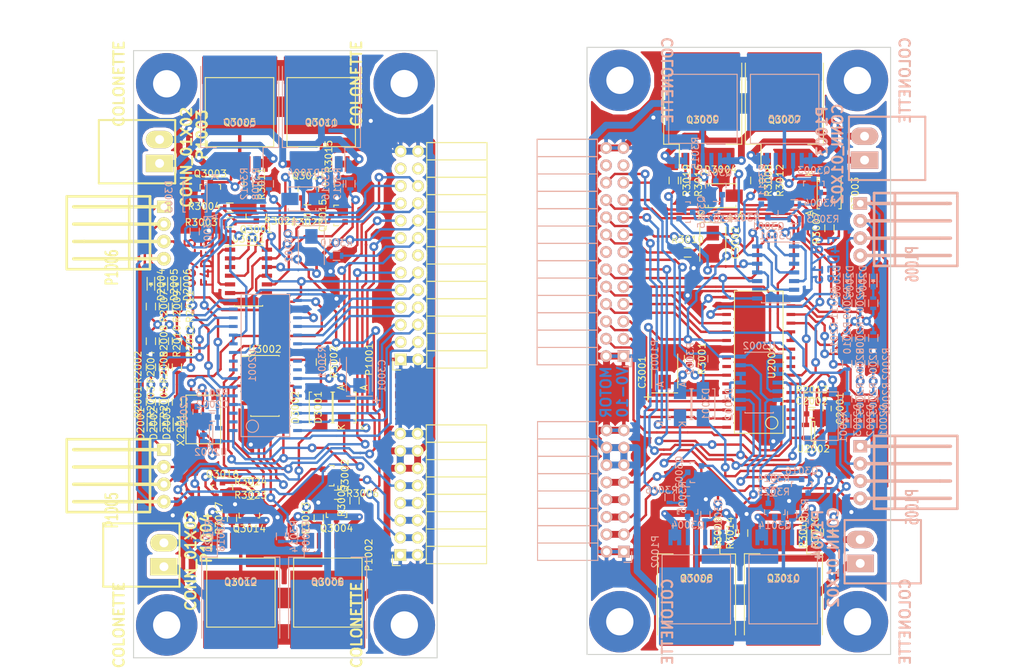
<source format=kicad_pcb>
(kicad_pcb (version 4) (host pcbnew 0.201507300901+6016~28~ubuntu15.04.1-product)
  (title_block (title MECHANICAL_MOTOR_BOARD) (date 2015-08-17) (rev V0-10) (company F4DEB))
  (layers (0 F.Cu signal) (31 B.Cu signal) (34 B.Paste user) (35 F.Paste user) (36 B.SilkS user) (37 F.SilkS user) (38 B.Mask user) (39 F.Mask user) (44 Edge.Cuts user))
  (net 0 "")
  (net 1 GND)
  (net 2 +15V)
  (net 3 +12V)
  (net 4 +5V)
  (net 5 +5VD)
  (net 6 +3V3)
  (net 7 /Motor/M1A)
  (net 8 /Motor/M1B)
  (net 9 /Motor/M2A)
  (net 10 /Motor/M2B)
  (net 11 "Net-(Q3001-Pad1)")
  (net 12 "Net-(Q3001-Pad3)")
  (net 13 "Net-(Q3002-Pad1)")
  (net 14 "Net-(Q3002-Pad3)")
  (net 15 "Net-(Q3003-Pad3)")
  (net 16 "Net-(Q3004-Pad3)")
  (net 17 /Motor/IMOT1A)
  (net 18 "Net-(Q3007-Pad1)")
  (net 19 "Net-(Q3008-Pad1)")
  (net 20 "Net-(Q3009-Pad1)")
  (net 21 "Net-(Q3010-Pad1)")
  (net 22 "Net-(Q3011-Pad3)")
  (net 23 "Net-(Q3012-Pad3)")
  (net 24 "Net-(Q3013-Pad1)")
  (net 25 "Net-(Q3014-Pad1)")
  (net 26 "Net-(Q3015-Pad1)")
  (net 27 "Net-(Q3016-Pad1)")
  (net 28 "Net-(R3008-Pad2)")
  (net 29 "Net-(R3009-Pad2)")
  (net 30 "Net-(C3001-Pad1)")
  (net 31 "Net-(C3002-Pad1)")
  (net 32 "Net-(K1-Pad1)")
  (net 33 "Net-(K2-Pad1)")
  (net 34 "Net-(K3-Pad1)")
  (net 35 "Net-(K4-Pad1)")
  (net 36 /Motor/OC4-5V)
  (net 37 /Motor/OC5-5V)
  (net 38 "Net-(U3001-Pad1)")
  (net 39 "Net-(U3002-Pad1)")
  (net 40 /Motor/IMOT1)
  (net 41 /Motor/IMOT2)
  (net 42 /Codeur/IO19)
  (net 43 /Codeur/IO18)
  (net 44 /Codeur/IO21)
  (net 45 /Codeur/IO20)
  (net 46 /Codeur/IO23)
  (net 47 /Codeur/IO22)
  (net 48 /Codeur/IO25)
  (net 49 /Codeur/IO24)
  (net 50 /Codeur/IO5)
  (net 51 /Codeur/IO3)
  (net 52 /Codeur/IO4)
  (net 53 /Codeur/IO1)
  (net 54 /Codeur/IO2)
  (net 55 "Net-(D2001-Pad2)")
  (net 56 /Codeur/CHAx)
  (net 57 "Net-(D2002-Pad2)")
  (net 58 /Codeur/CHBx)
  (net 59 "Net-(D2003-Pad2)")
  (net 60 /Codeur/CHIx)
  (net 61 "Net-(D2004-Pad2)")
  (net 62 /Codeur/CHAy)
  (net 63 "Net-(D2005-Pad2)")
  (net 64 /Codeur/CHBy)
  (net 65 "Net-(D2006-Pad2)")
  (net 66 /Codeur/CHIy)
  (net 67 "Net-(R2001-Pad2)")
  (net 68 "Net-(R2003-Pad2)")
  (net 69 "Net-(R2005-Pad2)")
  (net 70 "Net-(R2007-Pad2)")
  (net 71 "Net-(R2009-Pad2)")
  (net 72 "Net-(R2011-Pad2)")
  (net 73 /Motor/IO6)
  (net 74 /Motor/IO7)
  (net 75 /Motor/IMOT2A)
  (net 76 /Motor/IMOT2B)
  (net 77 /Motor/IMOT1B)
  (net 78 "Net-(C2002-Pad1)")
  (net 79 "Net-(C2001-Pad1)")
  (module f4deb-mod-library:MDX75104 (layer B.Cu) (at 195.9483 104.5083 90)
    (fp_text reference X2001 (at -1.524 3.302 90) (layer B.SilkS) (effects (justify mirror)))
    (fp_text value 12Mhz)
    (pad 1 smd rect (at -3.556 -1.778 90) (size 1.4 1.2) (layers B.Cu B.Paste B.Mask) (net 79 "Net-(C2001-Pad1)"))
    (pad 3 smd rect (at 3.556 -1.778 90) (size 1.4 1.2) (layers B.Cu B.Paste B.Mask))
    (pad 3 smd rect (at -3.556 1.778 90) (size 1.4 1.2) (layers B.Cu B.Paste B.Mask))
    (pad 2 smd rect (at 3.556 1.778 90) (size 1.4 1.2) (layers B.Cu B.Paste B.Mask) (net 78 "Net-(C2002-Pad1)"))
  )
  (module Housings_SOT-23_SOT-143_TSOT-6:SOT-23-5 (layer F.Cu) (at 194.8053 106.7435 180)
    (fp_text reference U2002 (at -0.05 -2.55 180) (layer F.SilkS))
    (fp_text value M74VHC1GT02DTT1G)
    (pad 1 smd rect (at -1.1 -0.95 180) (size 1.06 0.65) (layers F.Cu F.Paste F.Mask) (net 79 "Net-(C2001-Pad1)"))
    (pad 2 smd rect (at -1.1 0 180) (size 1.06 0.65) (layers F.Cu F.Paste F.Mask) (net 79 "Net-(C2001-Pad1)"))
    (pad 3 smd rect (at -1.1 0.95 180) (size 1.06 0.65) (layers F.Cu F.Paste F.Mask) (net 1 GND))
    (pad 4 smd rect (at 1.1 0.95 180) (size 1.06 0.65) (layers F.Cu F.Paste F.Mask) (net 78 "Net-(C2002-Pad1)"))
    (pad 5 smd rect (at 1.1 -0.95 180) (size 1.06 0.65) (layers F.Cu F.Paste F.Mask) (net 5 +5VD))
  )
  (module Resistors_SMD:R_0603 (layer F.Cu) (at 194.6275 102.5525)
    (fp_text reference R2013 (at 0 -1.9) (layer F.SilkS))
    (fp_text value 10M)
    (pad 1 smd rect (at -0.75 0) (size 0.5 0.9) (layers F.Cu F.Paste F.Mask) (net 78 "Net-(C2002-Pad1)"))
    (pad 2 smd rect (at 0.75 0) (size 0.5 0.9) (layers F.Cu F.Paste F.Mask) (net 79 "Net-(C2001-Pad1)"))
  )
  (module Capacitors_SMD:C_0603 (layer F.Cu) (at 194.6021 104.1781)
    (fp_text reference C2002 (at 0 -1.9) (layer F.SilkS))
    (fp_text value 27p)
    (pad 1 smd rect (at -0.75 0) (size 0.8 0.75) (layers F.Cu F.Paste F.Mask) (net 78 "Net-(C2002-Pad1)"))
    (pad 2 smd rect (at 0.75 0) (size 0.8 0.75) (layers F.Cu F.Paste F.Mask) (net 1 GND))
  )
  (module Capacitors_SMD:C_0603 (layer F.Cu) (at 196.8627 103.3907 270)
    (fp_text reference C2001 (at 0 -1.9 270) (layer F.SilkS))
    (fp_text value 27p)
    (pad 1 smd rect (at -0.75 0 270) (size 0.8 0.75) (layers F.Cu F.Paste F.Mask) (net 79 "Net-(C2001-Pad1)"))
    (pad 2 smd rect (at 0.75 0 270) (size 0.8 0.75) (layers F.Cu F.Paste F.Mask) (net 1 GND))
  )
  (module SMD_Packages:SOJ-32 (layer F.Cu) (at 186.8551 96.6089 90)
    (fp_text reference U2001 (at 0 1.905 90) (layer F.SilkS))
    (fp_text value HCTL-2032)
    (pad 20 smd rect (at 5.715 -4.699 90) (size 0.4572 1.27) (layers F.Cu F.Paste F.Mask) (net 49 /Codeur/IO24))
    (pad 21 smd rect (at 4.445 -4.699 90) (size 0.4572 1.27) (layers F.Cu F.Paste F.Mask) (net 46 /Codeur/IO23))
    (pad 22 smd rect (at 3.175 -4.699 90) (size 0.4572 1.27) (layers F.Cu F.Paste F.Mask) (net 47 /Codeur/IO22))
    (pad 23 smd rect (at 1.905 -4.699 90) (size 0.4572 1.27) (layers F.Cu F.Paste F.Mask) (net 1 GND))
    (pad 24 smd rect (at 0.635 -4.699 90) (size 0.4572 1.27) (layers F.Cu F.Paste F.Mask))
    (pad 28 smd rect (at -4.445 -4.699 90) (size 0.4572 1.27) (layers F.Cu F.Paste F.Mask))
    (pad 29 smd rect (at -5.715 -4.699 90) (size 0.4572 1.27) (layers F.Cu F.Paste F.Mask) (net 44 /Codeur/IO21))
    (pad 30 smd rect (at -6.985 -4.699 90) (size 0.4572 1.27) (layers F.Cu F.Paste F.Mask) (net 45 /Codeur/IO20))
    (pad 31 smd rect (at -8.255 -4.699 90) (size 0.4572 1.27) (layers F.Cu F.Paste F.Mask) (net 42 /Codeur/IO19))
    (pad 32 smd rect (at -9.525 -4.699 90) (size 0.4572 1.27) (layers F.Cu F.Paste F.Mask) (net 50 /Codeur/IO5))
    (pad 1 smd rect (at -9.525 4.699 90) (size 0.4572 1.27) (layers F.Cu F.Paste F.Mask) (net 5 +5VD))
    (pad 2 smd rect (at -8.255 4.699 90) (size 0.4572 1.27) (layers F.Cu F.Paste F.Mask))
    (pad 3 smd rect (at -6.985 4.699 90) (size 0.4572 1.27) (layers F.Cu F.Paste F.Mask))
    (pad 4 smd rect (at -5.715 4.699 90) (size 0.4572 1.27) (layers F.Cu F.Paste F.Mask) (net 43 /Codeur/IO18))
    (pad 5 smd rect (at -4.445 4.699 90) (size 0.4572 1.27) (layers F.Cu F.Paste F.Mask) (net 78 "Net-(C2002-Pad1)"))
    (pad 9 smd rect (at 0.635 4.699 90) (size 0.4572 1.27) (layers F.Cu F.Paste F.Mask))
    (pad 10 smd rect (at 1.905 4.699 90) (size 0.4572 1.27) (layers F.Cu F.Paste F.Mask) (net 48 /Codeur/IO25))
    (pad 11 smd rect (at 3.175 4.699 90) (size 0.4572 1.27) (layers F.Cu F.Paste F.Mask) (net 52 /Codeur/IO4))
    (pad 12 smd rect (at 4.445 4.699 90) (size 0.4572 1.27) (layers F.Cu F.Paste F.Mask) (net 52 /Codeur/IO4))
    (pad 13 smd rect (at 5.715 4.699 90) (size 0.4572 1.27) (layers F.Cu F.Paste F.Mask) (net 71 "Net-(R2009-Pad2)"))
    (pad 14 smd rect (at 6.985 4.699 90) (size 0.4572 1.27) (layers F.Cu F.Paste F.Mask) (net 68 "Net-(R2003-Pad2)"))
    (pad 15 smd rect (at 8.255 4.699 90) (size 0.4572 1.27) (layers F.Cu F.Paste F.Mask) (net 67 "Net-(R2001-Pad2)"))
    (pad 16 smd rect (at 9.525 4.699 90) (size 0.4572 1.27) (layers F.Cu F.Paste F.Mask) (net 70 "Net-(R2007-Pad2)"))
    (pad 6 smd rect (at -3.175 4.699 90) (size 0.4572 1.27) (layers F.Cu F.Paste F.Mask) (net 53 /Codeur/IO1))
    (pad 7 smd rect (at -1.905 4.699 90) (size 0.4572 1.27) (layers F.Cu F.Paste F.Mask) (net 51 /Codeur/IO3))
    (pad 8 smd rect (at -0.635 4.699 90) (size 0.4572 1.27) (layers F.Cu F.Paste F.Mask))
    (pad 27 smd rect (at -3.175 -4.699 90) (size 0.4572 1.27) (layers F.Cu F.Paste F.Mask))
    (pad 26 smd rect (at -1.905 -4.699 90) (size 0.4572 1.27) (layers F.Cu F.Paste F.Mask) (net 54 /Codeur/IO2))
    (pad 25 smd rect (at -0.635 -4.699 90) (size 0.4572 1.27) (layers F.Cu F.Paste F.Mask))
    (pad 19 smd rect (at 6.985 -4.699 90) (size 0.4572 1.27) (layers F.Cu F.Paste F.Mask) (net 72 "Net-(R2011-Pad2)"))
    (pad 18 smd rect (at 8.255 -4.699 90) (size 0.4572 1.27) (layers F.Cu F.Paste F.Mask) (net 1 GND))
    (pad 17 smd rect (at 9.525 -4.699 90) (size 0.4572 1.27) (layers F.Cu F.Paste F.Mask) (net 69 "Net-(R2005-Pad2)"))
  )
  (module Resistors_SMD:R_0603 (layer B.Cu) (at 199.8091 93.0529 270)
    (fp_text reference R2012 (at 0 1.9 270) (layer B.SilkS) (effects (justify mirror)))
    (fp_text value 1.5k)
    (pad 1 smd rect (at -0.75 0 270) (size 0.5 0.9) (layers B.Cu B.Paste B.Mask) (net 72 "Net-(R2011-Pad2)"))
    (pad 2 smd rect (at 0.75 0 270) (size 0.5 0.9) (layers B.Cu B.Paste B.Mask) (net 1 GND))
  )
  (module Resistors_SMD:R_0603 (layer B.Cu) (at 199.8091 87.9729 270)
    (fp_text reference R2011 (at 0 1.9 270) (layer B.SilkS) (effects (justify mirror)))
    (fp_text value 1.5k)
    (pad 1 smd rect (at -0.75 0 270) (size 0.5 0.9) (layers B.Cu B.Paste B.Mask) (net 65 "Net-(D2006-Pad2)"))
    (pad 2 smd rect (at 0.75 0 270) (size 0.5 0.9) (layers B.Cu B.Paste B.Mask) (net 72 "Net-(R2011-Pad2)"))
  )
  (module Resistors_SMD:R_0603 (layer B.Cu) (at 201.7141 93.0529 270)
    (fp_text reference R2010 (at 0 1.9 270) (layer B.SilkS) (effects (justify mirror)))
    (fp_text value 1.5k)
    (pad 1 smd rect (at -0.75 0 270) (size 0.5 0.9) (layers B.Cu B.Paste B.Mask) (net 71 "Net-(R2009-Pad2)"))
    (pad 2 smd rect (at 0.75 0 270) (size 0.5 0.9) (layers B.Cu B.Paste B.Mask) (net 1 GND))
  )
  (module Resistors_SMD:R_0603 (layer B.Cu) (at 201.7141 87.9729 270)
    (fp_text reference R2009 (at 0 1.9 270) (layer B.SilkS) (effects (justify mirror)))
    (fp_text value 1.5k)
    (pad 1 smd rect (at -0.75 0 270) (size 0.5 0.9) (layers B.Cu B.Paste B.Mask) (net 63 "Net-(D2005-Pad2)"))
    (pad 2 smd rect (at 0.75 0 270) (size 0.5 0.9) (layers B.Cu B.Paste B.Mask) (net 71 "Net-(R2009-Pad2)"))
  )
  (module Resistors_SMD:R_0603 (layer B.Cu) (at 203.6191 93.0529 270)
    (fp_text reference R2008 (at 0 1.9 270) (layer B.SilkS) (effects (justify mirror)))
    (fp_text value 1.5k)
    (pad 1 smd rect (at -0.75 0 270) (size 0.5 0.9) (layers B.Cu B.Paste B.Mask) (net 70 "Net-(R2007-Pad2)"))
    (pad 2 smd rect (at 0.75 0 270) (size 0.5 0.9) (layers B.Cu B.Paste B.Mask) (net 1 GND))
  )
  (module Resistors_SMD:R_0603 (layer B.Cu) (at 203.6191 87.9729 270)
    (fp_text reference R2007 (at 0 1.9 270) (layer B.SilkS) (effects (justify mirror)))
    (fp_text value 1.5k)
    (pad 1 smd rect (at -0.75 0 270) (size 0.5 0.9) (layers B.Cu B.Paste B.Mask) (net 61 "Net-(D2004-Pad2)"))
    (pad 2 smd rect (at 0.75 0 270) (size 0.5 0.9) (layers B.Cu B.Paste B.Mask) (net 70 "Net-(R2007-Pad2)"))
  )
  (module Resistors_SMD:R_0603 (layer B.Cu) (at 199.8091 96.8629 90)
    (fp_text reference R2006 (at 0 1.9 90) (layer B.SilkS) (effects (justify mirror)))
    (fp_text value 1.5k)
    (pad 1 smd rect (at -0.75 0 90) (size 0.5 0.9) (layers B.Cu B.Paste B.Mask) (net 69 "Net-(R2005-Pad2)"))
    (pad 2 smd rect (at 0.75 0 90) (size 0.5 0.9) (layers B.Cu B.Paste B.Mask) (net 1 GND))
  )
  (module Resistors_SMD:R_0603 (layer B.Cu) (at 199.8091 101.9429 90)
    (fp_text reference R2005 (at 0 1.9 90) (layer B.SilkS) (effects (justify mirror)))
    (fp_text value 1.5k)
    (pad 1 smd rect (at -0.75 0 90) (size 0.5 0.9) (layers B.Cu B.Paste B.Mask) (net 59 "Net-(D2003-Pad2)"))
    (pad 2 smd rect (at 0.75 0 90) (size 0.5 0.9) (layers B.Cu B.Paste B.Mask) (net 69 "Net-(R2005-Pad2)"))
  )
  (module Resistors_SMD:R_0603 (layer B.Cu) (at 201.7141 96.8629 90)
    (fp_text reference R2004 (at 0 1.9 90) (layer B.SilkS) (effects (justify mirror)))
    (fp_text value 1.5k)
    (pad 1 smd rect (at -0.75 0 90) (size 0.5 0.9) (layers B.Cu B.Paste B.Mask) (net 68 "Net-(R2003-Pad2)"))
    (pad 2 smd rect (at 0.75 0 90) (size 0.5 0.9) (layers B.Cu B.Paste B.Mask) (net 1 GND))
  )
  (module Resistors_SMD:R_0603 (layer B.Cu) (at 201.7141 101.9429 90)
    (fp_text reference R2003 (at 0 1.9 90) (layer B.SilkS) (effects (justify mirror)))
    (fp_text value 1.5k)
    (pad 1 smd rect (at -0.75 0 90) (size 0.5 0.9) (layers B.Cu B.Paste B.Mask) (net 57 "Net-(D2002-Pad2)"))
    (pad 2 smd rect (at 0.75 0 90) (size 0.5 0.9) (layers B.Cu B.Paste B.Mask) (net 68 "Net-(R2003-Pad2)"))
  )
  (module Resistors_SMD:R_0603 (layer B.Cu) (at 203.6191 96.8629 90)
    (fp_text reference R2002 (at 0 1.9 90) (layer B.SilkS) (effects (justify mirror)))
    (fp_text value 1.5k)
    (pad 1 smd rect (at -0.75 0 90) (size 0.5 0.9) (layers B.Cu B.Paste B.Mask) (net 67 "Net-(R2001-Pad2)"))
    (pad 2 smd rect (at 0.75 0 90) (size 0.5 0.9) (layers B.Cu B.Paste B.Mask) (net 1 GND))
  )
  (module Resistors_SMD:R_0603 (layer B.Cu) (at 203.6191 101.9429 90)
    (fp_text reference R2001 (at 0 1.9 90) (layer B.SilkS) (effects (justify mirror)))
    (fp_text value 1.5k)
    (pad 1 smd rect (at -0.75 0 90) (size 0.5 0.9) (layers B.Cu B.Paste B.Mask) (net 55 "Net-(D2001-Pad2)"))
    (pad 2 smd rect (at 0.75 0 90) (size 0.5 0.9) (layers B.Cu B.Paste B.Mask) (net 67 "Net-(R2001-Pad2)"))
  )
  (module CEN-PCB:KK-4-H (layer B.Cu) (at 201.7141 80.9879 90)
    (fp_text reference P1006 (at -1.27 7.62 90) (layer B.SilkS) (effects (font (size 1.73482 1.08712) (thickness 0.27178)) (justify mirror)))
    (fp_text value CONN_01X04 hide)
    (pad 1 thru_hole rect (at 7.62 0 90) (size 1.80086 1.99898) (drill 1.00076) (layers *.Cu *.Mask B.SilkS) (net 62 /Codeur/CHAy))
    (pad 2 thru_hole circle (at 5.08 0 90) (size 1.99898 1.99898) (drill 1.00076) (layers *.Cu *.Mask B.SilkS) (net 64 /Codeur/CHBy))
    (pad 3 thru_hole circle (at 2.54 0 90) (size 1.99898 1.99898) (drill 1.00076) (layers *.Cu *.Mask B.SilkS) (net 66 /Codeur/CHIy))
    (pad 4 thru_hole circle (at 0 0 90) (size 1.99898 1.99898) (drill 1.00076) (layers *.Cu *.Mask B.SilkS) (net 3 +12V))
  )
  (module CEN-PCB:KK-4-H (layer B.Cu) (at 201.7141 116.5479 90)
    (fp_text reference P1005 (at -1.27 7.62 90) (layer B.SilkS) (effects (font (size 1.73482 1.08712) (thickness 0.27178)) (justify mirror)))
    (fp_text value CONN_01X04 hide)
    (pad 1 thru_hole rect (at 7.62 0 90) (size 1.80086 1.99898) (drill 1.00076) (layers *.Cu *.Mask B.SilkS) (net 56 /Codeur/CHAx))
    (pad 2 thru_hole circle (at 5.08 0 90) (size 1.99898 1.99898) (drill 1.00076) (layers *.Cu *.Mask B.SilkS) (net 58 /Codeur/CHBx))
    (pad 3 thru_hole circle (at 2.54 0 90) (size 1.99898 1.99898) (drill 1.00076) (layers *.Cu *.Mask B.SilkS) (net 60 /Codeur/CHIx))
    (pad 4 thru_hole circle (at 0 0 90) (size 1.99898 1.99898) (drill 1.00076) (layers *.Cu *.Mask B.SilkS) (net 3 +12V))
  )
  (module LEDs:LED-0603 (layer B.Cu) (at 199.8091 84.7979 270)
    (fp_text reference D2006 (at 0 1.5 270) (layer B.SilkS) (effects (justify mirror)))
    (fp_text value LED)
    (pad 2 smd rect (at 0.7493 0 90) (size 0.79756 0.79756) (layers B.Cu B.Paste B.Mask) (net 65 "Net-(D2006-Pad2)"))
    (pad 1 smd rect (at -0.7493 0 90) (size 0.79756 0.79756) (layers B.Cu B.Paste B.Mask) (net 66 /Codeur/CHIy))
  )
  (module LEDs:LED-0603 (layer B.Cu) (at 201.7141 84.7979 270)
    (fp_text reference D2005 (at 0 1.5 270) (layer B.SilkS) (effects (justify mirror)))
    (fp_text value LED)
    (pad 2 smd rect (at 0.7493 0 90) (size 0.79756 0.79756) (layers B.Cu B.Paste B.Mask) (net 63 "Net-(D2005-Pad2)"))
    (pad 1 smd rect (at -0.7493 0 90) (size 0.79756 0.79756) (layers B.Cu B.Paste B.Mask) (net 64 /Codeur/CHBy))
  )
  (module LEDs:LED-0603 (layer B.Cu) (at 203.6191 84.7979 270)
    (fp_text reference D2004 (at 0 1.5 270) (layer B.SilkS) (effects (justify mirror)))
    (fp_text value LED)
    (pad 2 smd rect (at 0.7493 0 90) (size 0.79756 0.79756) (layers B.Cu B.Paste B.Mask) (net 61 "Net-(D2004-Pad2)"))
    (pad 1 smd rect (at -0.7493 0 90) (size 0.79756 0.79756) (layers B.Cu B.Paste B.Mask) (net 62 /Codeur/CHAy))
  )
  (module LEDs:LED-0603 (layer B.Cu) (at 199.8091 105.0925 90)
    (fp_text reference D2003 (at 0 1.5 90) (layer B.SilkS) (effects (justify mirror)))
    (fp_text value LED)
    (pad 2 smd rect (at 0.7493 0 270) (size 0.79756 0.79756) (layers B.Cu B.Paste B.Mask) (net 59 "Net-(D2003-Pad2)"))
    (pad 1 smd rect (at -0.7493 0 270) (size 0.79756 0.79756) (layers B.Cu B.Paste B.Mask) (net 60 /Codeur/CHIx))
  )
  (module LEDs:LED-0603 (layer B.Cu) (at 201.7141 105.1179 90)
    (fp_text reference D2002 (at 0 1.5 90) (layer B.SilkS) (effects (justify mirror)))
    (fp_text value LED)
    (pad 2 smd rect (at 0.7493 0 270) (size 0.79756 0.79756) (layers B.Cu B.Paste B.Mask) (net 57 "Net-(D2002-Pad2)"))
    (pad 1 smd rect (at -0.7493 0 270) (size 0.79756 0.79756) (layers B.Cu B.Paste B.Mask) (net 58 /Codeur/CHBx))
  )
  (module LEDs:LED-0603 (layer B.Cu) (at 203.6191 105.1179 90)
    (fp_text reference D2001 (at 0 1.5 90) (layer B.SilkS) (effects (justify mirror)))
    (fp_text value LED)
    (pad 2 smd rect (at 0.7493 0 270) (size 0.79756 0.79756) (layers B.Cu B.Paste B.Mask) (net 55 "Net-(D2001-Pad2)"))
    (pad 1 smd rect (at -0.7493 0 270) (size 0.79756 0.79756) (layers B.Cu B.Paste B.Mask) (net 56 /Codeur/CHAx))
  )
  (module CEN-PCB:WEIDMULLER-SL-3.5-2-90G (layer B.Cu) (at 202.3491 67.0179 270)
    (fp_text reference P1003 (at -4.191 6.223 270) (layer B.SilkS) (effects (font (thickness 0.3048)) (justify mirror)))
    (fp_text value CONN_01X02 (at -0.889 3.937 270) (layer B.SilkS) (effects (font (thickness 0.3048)) (justify mirror)))
    (pad 2 thru_hole oval (at -3.4925 0 270) (size 2.54 4) (drill 1.30048) (layers *.Cu *.Mask B.SilkS) (net 7 /Motor/M1A))
    (pad 1 thru_hole rect (at 0 0 270) (size 2.54 4) (drill 1.30048) (layers *.Cu *.Mask B.SilkS) (net 8 /Motor/M1B))
  )
  (module CEN-PCB:WEIDMULLER-SL-3.5-2-90G (layer B.Cu) (at 201.7141 126.0729 270)
    (fp_text reference P1004 (at -4.191 6.223 270) (layer B.SilkS) (effects (font (thickness 0.3048)) (justify mirror)))
    (fp_text value CONN_01X02 (at -0.889 3.937 270) (layer B.SilkS) (effects (font (thickness 0.3048)) (justify mirror)))
    (pad 2 thru_hole oval (at -3.4925 0 270) (size 2.54 4) (drill 1.30048) (layers *.Cu *.Mask B.SilkS) (net 9 /Motor/M2A))
    (pad 1 thru_hole rect (at 0 0 270) (size 2.54 4) (drill 1.30048) (layers *.Cu *.Mask B.SilkS) (net 10 /Motor/M2B))
  )
  (module Socket_Strips:Socket_Strip_Angled_2x13 (layer B.Cu) (at 167.0431 95.7199 90)
    (fp_text reference P1001 (at 0 4.6 90) (layer B.SilkS) (effects (justify mirror)))
    (fp_text value CONN_02X13)
    (pad 1 thru_hole rect (at 0 0 90) (size 1.7272 1.7272) (drill 1.016) (layers *.Cu *.Mask B.SilkS) (net 1 GND))
    (pad 2 thru_hole oval (at 0 -2.54 90) (size 1.7272 1.7272) (drill 1.016) (layers *.Cu *.Mask B.SilkS) (net 1 GND))
    (pad 3 thru_hole oval (at 2.54 0 90) (size 1.7272 1.7272) (drill 1.016) (layers *.Cu *.Mask B.SilkS) (net 42 /Codeur/IO19))
    (pad 4 thru_hole oval (at 2.54 -2.54 90) (size 1.7272 1.7272) (drill 1.016) (layers *.Cu *.Mask B.SilkS) (net 43 /Codeur/IO18))
    (pad 5 thru_hole oval (at 5.08 0 90) (size 1.7272 1.7272) (drill 1.016) (layers *.Cu *.Mask B.SilkS) (net 44 /Codeur/IO21))
    (pad 6 thru_hole oval (at 5.08 -2.54 90) (size 1.7272 1.7272) (drill 1.016) (layers *.Cu *.Mask B.SilkS) (net 45 /Codeur/IO20))
    (pad 7 thru_hole oval (at 7.62 0 90) (size 1.7272 1.7272) (drill 1.016) (layers *.Cu *.Mask B.SilkS) (net 46 /Codeur/IO23))
    (pad 8 thru_hole oval (at 7.62 -2.54 90) (size 1.7272 1.7272) (drill 1.016) (layers *.Cu *.Mask B.SilkS) (net 47 /Codeur/IO22))
    (pad 9 thru_hole oval (at 10.16 0 90) (size 1.7272 1.7272) (drill 1.016) (layers *.Cu *.Mask B.SilkS) (net 48 /Codeur/IO25))
    (pad 10 thru_hole oval (at 10.16 -2.54 90) (size 1.7272 1.7272) (drill 1.016) (layers *.Cu *.Mask B.SilkS) (net 49 /Codeur/IO24))
    (pad 11 thru_hole oval (at 12.7 0 90) (size 1.7272 1.7272) (drill 1.016) (layers *.Cu *.Mask B.SilkS) (net 36 /Motor/OC4-5V))
    (pad 12 thru_hole oval (at 12.7 -2.54 90) (size 1.7272 1.7272) (drill 1.016) (layers *.Cu *.Mask B.SilkS) (net 37 /Motor/OC5-5V))
    (pad 13 thru_hole oval (at 15.24 0 90) (size 1.7272 1.7272) (drill 1.016) (layers *.Cu *.Mask B.SilkS) (net 41 /Motor/IMOT2))
    (pad 14 thru_hole oval (at 15.24 -2.54 90) (size 1.7272 1.7272) (drill 1.016) (layers *.Cu *.Mask B.SilkS))
    (pad 15 thru_hole oval (at 17.78 0 90) (size 1.7272 1.7272) (drill 1.016) (layers *.Cu *.Mask B.SilkS) (net 74 /Motor/IO7))
    (pad 16 thru_hole oval (at 17.78 -2.54 90) (size 1.7272 1.7272) (drill 1.016) (layers *.Cu *.Mask B.SilkS) (net 40 /Motor/IMOT1))
    (pad 17 thru_hole oval (at 20.32 0 90) (size 1.7272 1.7272) (drill 1.016) (layers *.Cu *.Mask B.SilkS) (net 50 /Codeur/IO5))
    (pad 18 thru_hole oval (at 20.32 -2.54 90) (size 1.7272 1.7272) (drill 1.016) (layers *.Cu *.Mask B.SilkS) (net 73 /Motor/IO6))
    (pad 19 thru_hole oval (at 22.86 0 90) (size 1.7272 1.7272) (drill 1.016) (layers *.Cu *.Mask B.SilkS) (net 51 /Codeur/IO3))
    (pad 20 thru_hole oval (at 22.86 -2.54 90) (size 1.7272 1.7272) (drill 1.016) (layers *.Cu *.Mask B.SilkS) (net 52 /Codeur/IO4))
    (pad 21 thru_hole oval (at 25.4 0 90) (size 1.7272 1.7272) (drill 1.016) (layers *.Cu *.Mask B.SilkS) (net 53 /Codeur/IO1))
    (pad 22 thru_hole oval (at 25.4 -2.54 90) (size 1.7272 1.7272) (drill 1.016) (layers *.Cu *.Mask B.SilkS) (net 54 /Codeur/IO2))
    (pad 23 thru_hole oval (at 27.94 0 90) (size 1.7272 1.7272) (drill 1.016) (layers *.Cu *.Mask B.SilkS))
    (pad 24 thru_hole oval (at 27.94 -2.54 90) (size 1.7272 1.7272) (drill 1.016) (layers *.Cu *.Mask B.SilkS))
    (pad 25 thru_hole oval (at 30.48 0 90) (size 1.7272 1.7272) (drill 1.016) (layers *.Cu *.Mask B.SilkS) (net 1 GND))
    (pad 26 thru_hole oval (at 30.48 -2.54 90) (size 1.7272 1.7272) (drill 1.016) (layers *.Cu *.Mask B.SilkS) (net 1 GND))
  )
  (module Socket_Strips:Socket_Strip_Angled_2x08 (layer B.Cu) (at 167.1066 124.3584 90)
    (fp_text reference P1002 (at 0 4.6 90) (layer B.SilkS) (effects (justify mirror)))
    (fp_text value CONN_02X08)
    (pad 1 thru_hole rect (at 0 0 90) (size 1.7272 1.7272) (drill 1.016) (layers *.Cu *.Mask B.SilkS) (net 1 GND))
    (pad 2 thru_hole oval (at 0 -2.54 90) (size 1.7272 1.7272) (drill 1.016) (layers *.Cu *.Mask B.SilkS) (net 1 GND))
    (pad 3 thru_hole oval (at 2.54 0 90) (size 1.7272 1.7272) (drill 1.016) (layers *.Cu *.Mask B.SilkS) (net 6 +3V3))
    (pad 4 thru_hole oval (at 2.54 -2.54 90) (size 1.7272 1.7272) (drill 1.016) (layers *.Cu *.Mask B.SilkS) (net 6 +3V3))
    (pad 5 thru_hole oval (at 5.08 0 90) (size 1.7272 1.7272) (drill 1.016) (layers *.Cu *.Mask B.SilkS) (net 5 +5VD))
    (pad 6 thru_hole oval (at 5.08 -2.54 90) (size 1.7272 1.7272) (drill 1.016) (layers *.Cu *.Mask B.SilkS) (net 5 +5VD))
    (pad 7 thru_hole oval (at 7.62 0 90) (size 1.7272 1.7272) (drill 1.016) (layers *.Cu *.Mask B.SilkS) (net 4 +5V))
    (pad 8 thru_hole oval (at 7.62 -2.54 90) (size 1.7272 1.7272) (drill 1.016) (layers *.Cu *.Mask B.SilkS) (net 4 +5V))
    (pad 9 thru_hole oval (at 10.16 0 90) (size 1.7272 1.7272) (drill 1.016) (layers *.Cu *.Mask B.SilkS) (net 3 +12V))
    (pad 10 thru_hole oval (at 10.16 -2.54 90) (size 1.7272 1.7272) (drill 1.016) (layers *.Cu *.Mask B.SilkS) (net 3 +12V))
    (pad 11 thru_hole oval (at 12.7 0 90) (size 1.7272 1.7272) (drill 1.016) (layers *.Cu *.Mask B.SilkS) (net 2 +15V))
    (pad 12 thru_hole oval (at 12.7 -2.54 90) (size 1.7272 1.7272) (drill 1.016) (layers *.Cu *.Mask B.SilkS) (net 2 +15V))
    (pad 13 thru_hole oval (at 15.24 0 90) (size 1.7272 1.7272) (drill 1.016) (layers *.Cu *.Mask B.SilkS) (net 2 +15V))
    (pad 14 thru_hole oval (at 15.24 -2.54 90) (size 1.7272 1.7272) (drill 1.016) (layers *.Cu *.Mask B.SilkS) (net 2 +15V))
    (pad 15 thru_hole oval (at 17.78 0 90) (size 1.7272 1.7272) (drill 1.016) (layers *.Cu *.Mask B.SilkS) (net 1 GND))
    (pad 16 thru_hole oval (at 17.78 -2.54 90) (size 1.7272 1.7272) (drill 1.016) (layers *.Cu *.Mask B.SilkS) (net 1 GND))
  )
  (module f4deb-mod-library:PG-TO220-7-4 (layer B.Cu) (at 190.6143 67.1068 180)
    (fp_text reference Q3005 (at 0 6.096 180) (layer B.SilkS) (effects (justify mirror)))
    (fp_text value BTS50055)
    (pad 3 smd rect (at -1.27 0 180) (size 0.6 2.286) (layers B.Cu B.Paste B.Mask) (net 15 "Net-(Q3003-Pad3)"))
    (pad 4 smd rect (at 0 13.716 180) (size 11 4) (layers B.Cu B.Paste B.Mask) (net 2 +15V))
    (pad 5 smd rect (at 1.27 0 180) (size 0.6 2.286) (layers B.Cu B.Paste B.Mask) (net 17 /Motor/IMOT1A))
    (pad 4 smd rect (at 0 0 180) (size 0.6 2.286) (layers B.Cu B.Paste B.Mask) (net 2 +15V))
    (pad 2 smd rect (at -2.54 0 180) (size 0.6 2.286) (layers B.Cu B.Paste B.Mask) (net 7 /Motor/M1A))
    (pad 6 smd rect (at 2.54 0 180) (size 0.6 2.286) (layers B.Cu B.Paste B.Mask) (net 7 /Motor/M1A))
    (pad 7 smd rect (at 3.81 0 180) (size 0.6 2.286) (layers B.Cu B.Paste B.Mask) (net 7 /Motor/M1A))
    (pad 1 smd rect (at -3.81 0 180) (size 0.6 2.286) (layers B.Cu B.Paste B.Mask) (net 7 /Motor/M1A))
    (pad 4 smd rect (at 0 8.382 180) (size 10.922 8) (layers B.Cu B.Paste B.Mask) (net 2 +15V))
  )
  (module f4deb-mod-library:PG-TO220-7-4 (layer B.Cu) (at 177.74285 122.26925)
    (fp_text reference Q3006 (at 0 6.096) (layer B.SilkS) (effects (justify mirror)))
    (fp_text value BTS50055)
    (pad 3 smd rect (at -1.27 0) (size 0.6 2.286) (layers B.Cu B.Paste B.Mask) (net 16 "Net-(Q3004-Pad3)"))
    (pad 4 smd rect (at 0 13.716) (size 11 4) (layers B.Cu B.Paste B.Mask) (net 2 +15V))
    (pad 5 smd rect (at 1.27 0) (size 0.6 2.286) (layers B.Cu B.Paste B.Mask) (net 75 /Motor/IMOT2A))
    (pad 4 smd rect (at 0 0) (size 0.6 2.286) (layers B.Cu B.Paste B.Mask) (net 2 +15V))
    (pad 2 smd rect (at -2.54 0) (size 0.6 2.286) (layers B.Cu B.Paste B.Mask) (net 9 /Motor/M2A))
    (pad 6 smd rect (at 2.54 0) (size 0.6 2.286) (layers B.Cu B.Paste B.Mask) (net 9 /Motor/M2A))
    (pad 7 smd rect (at 3.81 0) (size 0.6 2.286) (layers B.Cu B.Paste B.Mask) (net 9 /Motor/M2A))
    (pad 1 smd rect (at -3.81 0) (size 0.6 2.286) (layers B.Cu B.Paste B.Mask) (net 9 /Motor/M2A))
    (pad 4 smd rect (at 0 8.382) (size 10.922 8) (layers B.Cu B.Paste B.Mask) (net 2 +15V))
  )
  (module f4deb-mod-library:PG-TO220-7-4 (layer B.Cu) (at 178.6509 67.1068 180)
    (fp_text reference Q3011 (at 0 6.096 180) (layer B.SilkS) (effects (justify mirror)))
    (fp_text value BTS50055)
    (pad 3 smd rect (at -1.27 0 180) (size 0.6 2.286) (layers B.Cu B.Paste B.Mask) (net 22 "Net-(Q3011-Pad3)"))
    (pad 4 smd rect (at 0 13.716 180) (size 11 4) (layers B.Cu B.Paste B.Mask) (net 2 +15V))
    (pad 5 smd rect (at 1.27 0 180) (size 0.6 2.286) (layers B.Cu B.Paste B.Mask) (net 77 /Motor/IMOT1B))
    (pad 4 smd rect (at 0 0 180) (size 0.6 2.286) (layers B.Cu B.Paste B.Mask) (net 2 +15V))
    (pad 2 smd rect (at -2.54 0 180) (size 0.6 2.286) (layers B.Cu B.Paste B.Mask) (net 8 /Motor/M1B))
    (pad 6 smd rect (at 2.54 0 180) (size 0.6 2.286) (layers B.Cu B.Paste B.Mask) (net 8 /Motor/M1B))
    (pad 7 smd rect (at 3.81 0 180) (size 0.6 2.286) (layers B.Cu B.Paste B.Mask) (net 8 /Motor/M1B))
    (pad 1 smd rect (at -3.81 0 180) (size 0.6 2.286) (layers B.Cu B.Paste B.Mask) (net 8 /Motor/M1B))
    (pad 4 smd rect (at 0 8.382 180) (size 10.922 8) (layers B.Cu B.Paste B.Mask) (net 2 +15V))
  )
  (module f4deb-mod-library:PG-TO220-7-4 (layer B.Cu) (at 190.46825 122.26925)
    (fp_text reference Q3012 (at 0 6.096) (layer B.SilkS) (effects (justify mirror)))
    (fp_text value BTS50055)
    (pad 3 smd rect (at -1.27 0) (size 0.6 2.286) (layers B.Cu B.Paste B.Mask) (net 23 "Net-(Q3012-Pad3)"))
    (pad 4 smd rect (at 0 13.716) (size 11 4) (layers B.Cu B.Paste B.Mask) (net 2 +15V))
    (pad 5 smd rect (at 1.27 0) (size 0.6 2.286) (layers B.Cu B.Paste B.Mask) (net 76 /Motor/IMOT2B))
    (pad 4 smd rect (at 0 0) (size 0.6 2.286) (layers B.Cu B.Paste B.Mask) (net 2 +15V))
    (pad 2 smd rect (at -2.54 0) (size 0.6 2.286) (layers B.Cu B.Paste B.Mask) (net 10 /Motor/M2B))
    (pad 6 smd rect (at 2.54 0) (size 0.6 2.286) (layers B.Cu B.Paste B.Mask) (net 10 /Motor/M2B))
    (pad 7 smd rect (at 3.81 0) (size 0.6 2.286) (layers B.Cu B.Paste B.Mask) (net 10 /Motor/M2B))
    (pad 1 smd rect (at -3.81 0) (size 0.6 2.286) (layers B.Cu B.Paste B.Mask) (net 10 /Motor/M2B))
    (pad 4 smd rect (at 0 8.382) (size 10.922 8) (layers B.Cu B.Paste B.Mask) (net 2 +15V))
  )
  (module Housings_SOIC:SOIC-14_3.9x8.7mm_Pitch1.27mm (layer B.Cu) (at 186.9186 99.5934 180)
    (fp_text reference U3002 (at 0 5.375 180) (layer B.SilkS) (effects (justify mirror)))
    (fp_text value 74HC02)
    (pad 1 smd rect (at -2.7 3.81 180) (size 1.5 0.6) (layers B.Cu B.Paste B.Mask) (net 39 "Net-(U3002-Pad1)"))
    (pad 2 smd rect (at -2.7 2.54 180) (size 1.5 0.6) (layers B.Cu B.Paste B.Mask) (net 36 /Motor/OC4-5V))
    (pad 3 smd rect (at -2.7 1.27 180) (size 1.5 0.6) (layers B.Cu B.Paste B.Mask) (net 36 /Motor/OC4-5V))
    (pad 4 smd rect (at -2.7 0 180) (size 1.5 0.6) (layers B.Cu B.Paste B.Mask) (net 13 "Net-(Q3002-Pad1)"))
    (pad 5 smd rect (at -2.7 -1.27 180) (size 1.5 0.6) (layers B.Cu B.Paste B.Mask) (net 39 "Net-(U3002-Pad1)"))
    (pad 6 smd rect (at -2.7 -2.54 180) (size 1.5 0.6) (layers B.Cu B.Paste B.Mask) (net 29 "Net-(R3009-Pad2)"))
    (pad 7 smd rect (at -2.7 -3.81 180) (size 1.5 0.6) (layers B.Cu B.Paste B.Mask) (net 1 GND))
    (pad 8 smd rect (at 2.7 -3.81 180) (size 1.5 0.6) (layers B.Cu B.Paste B.Mask) (net 36 /Motor/OC4-5V))
    (pad 9 smd rect (at 2.7 -2.54 180) (size 1.5 0.6) (layers B.Cu B.Paste B.Mask) (net 74 /Motor/IO7))
    (pad 10 smd rect (at 2.7 -1.27 180) (size 1.5 0.6) (layers B.Cu B.Paste B.Mask) (net 27 "Net-(Q3016-Pad1)"))
    (pad 11 smd rect (at 2.7 0 180) (size 1.5 0.6) (layers B.Cu B.Paste B.Mask) (net 74 /Motor/IO7))
    (pad 12 smd rect (at 2.7 1.27 180) (size 1.5 0.6) (layers B.Cu B.Paste B.Mask) (net 74 /Motor/IO7))
    (pad 13 smd rect (at 2.7 2.54 180) (size 1.5 0.6) (layers B.Cu B.Paste B.Mask) (net 29 "Net-(R3009-Pad2)"))
    (pad 14 smd rect (at 2.7 3.81 180) (size 1.5 0.6) (layers B.Cu B.Paste B.Mask) (net 6 +3V3))
  )
  (module Housings_SOIC:SOIC-14_3.9x8.7mm_Pitch1.27mm (layer B.Cu) (at 189.3316 83.4644 180)
    (fp_text reference U3001 (at 0 5.375 180) (layer B.SilkS) (effects (justify mirror)))
    (fp_text value 74HC02)
    (pad 1 smd rect (at -2.7 3.81 180) (size 1.5 0.6) (layers B.Cu B.Paste B.Mask) (net 38 "Net-(U3001-Pad1)"))
    (pad 2 smd rect (at -2.7 2.54 180) (size 1.5 0.6) (layers B.Cu B.Paste B.Mask) (net 37 /Motor/OC5-5V))
    (pad 3 smd rect (at -2.7 1.27 180) (size 1.5 0.6) (layers B.Cu B.Paste B.Mask) (net 37 /Motor/OC5-5V))
    (pad 4 smd rect (at -2.7 0 180) (size 1.5 0.6) (layers B.Cu B.Paste B.Mask) (net 11 "Net-(Q3001-Pad1)"))
    (pad 5 smd rect (at -2.7 -1.27 180) (size 1.5 0.6) (layers B.Cu B.Paste B.Mask) (net 38 "Net-(U3001-Pad1)"))
    (pad 6 smd rect (at -2.7 -2.54 180) (size 1.5 0.6) (layers B.Cu B.Paste B.Mask) (net 28 "Net-(R3008-Pad2)"))
    (pad 7 smd rect (at -2.7 -3.81 180) (size 1.5 0.6) (layers B.Cu B.Paste B.Mask) (net 1 GND))
    (pad 8 smd rect (at 2.7 -3.81 180) (size 1.5 0.6) (layers B.Cu B.Paste B.Mask) (net 37 /Motor/OC5-5V))
    (pad 9 smd rect (at 2.7 -2.54 180) (size 1.5 0.6) (layers B.Cu B.Paste B.Mask) (net 73 /Motor/IO6))
    (pad 10 smd rect (at 2.7 -1.27 180) (size 1.5 0.6) (layers B.Cu B.Paste B.Mask) (net 26 "Net-(Q3015-Pad1)"))
    (pad 11 smd rect (at 2.7 0 180) (size 1.5 0.6) (layers B.Cu B.Paste B.Mask) (net 73 /Motor/IO6))
    (pad 12 smd rect (at 2.7 1.27 180) (size 1.5 0.6) (layers B.Cu B.Paste B.Mask) (net 73 /Motor/IO6))
    (pad 13 smd rect (at 2.7 2.54 180) (size 1.5 0.6) (layers B.Cu B.Paste B.Mask) (net 28 "Net-(R3008-Pad2)"))
    (pad 14 smd rect (at 2.7 3.81 180) (size 1.5 0.6) (layers B.Cu B.Paste B.Mask) (net 6 +3V3))
  )
  (module Resistors_SMD:R_0603 (layer F.Cu) (at 176.4411 80.5434)
    (fp_text reference R3010 (at 0 -1.9) (layer F.SilkS))
    (fp_text value R)
    (pad 1 smd rect (at -0.75 0) (size 0.5 0.9) (layers F.Cu F.Paste F.Mask) (net 40 /Motor/IMOT1))
    (pad 2 smd rect (at 0.75 0) (size 0.5 0.9) (layers F.Cu F.Paste F.Mask) (net 31 "Net-(C3002-Pad1)"))
  )
  (module Resistors_SMD:R_0603 (layer F.Cu) (at 197.2056 76.9874 90)
    (fp_text reference R3007 (at 0 -1.9 90) (layer F.SilkS))
    (fp_text value R)
    (pad 1 smd rect (at -0.75 0 90) (size 0.5 0.9) (layers F.Cu F.Paste F.Mask) (net 1 GND))
    (pad 2 smd rect (at 0.75 0 90) (size 0.5 0.9) (layers F.Cu F.Paste F.Mask) (net 31 "Net-(C3002-Pad1)"))
  )
  (module Resistors_SMD:R_0603 (layer B.Cu) (at 178.7271 96.1009 270)
    (fp_text reference R3002 (at 0 1.9 270) (layer B.SilkS) (effects (justify mirror)))
    (fp_text value R)
    (pad 1 smd rect (at -0.75 0 270) (size 0.5 0.9) (layers B.Cu B.Paste B.Mask) (net 41 /Motor/IMOT2))
    (pad 2 smd rect (at 0.75 0 270) (size 0.5 0.9) (layers B.Cu B.Paste B.Mask) (net 30 "Net-(C3001-Pad1)"))
  )
  (module Resistors_SMD:R_0603 (layer F.Cu) (at 176.6443 96.1009 270)
    (fp_text reference R3001 (at 0 -1.9 270) (layer F.SilkS))
    (fp_text value R)
    (pad 1 smd rect (at -0.75 0 270) (size 0.5 0.9) (layers F.Cu F.Paste F.Mask) (net 1 GND))
    (pad 2 smd rect (at 0.75 0 270) (size 0.5 0.9) (layers F.Cu F.Paste F.Mask) (net 30 "Net-(C3001-Pad1)"))
  )
  (module CEN-PCB:COLONETTE (layer B.Cu) (at 201.3077 55.3593 90)
    (fp_text reference K4 (at 0 0 90) (layer B.SilkS) (effects (font (thickness 0.3048)) (justify mirror)))
    (fp_text value COLONETTE (at 0 6.985 90) (layer B.SilkS) (effects (font (thickness 0.3048)) (justify mirror)))
    (pad 1 thru_hole circle (at 0 0 90) (size 8.99922 8.99922) (drill 4.0005) (layers *.Cu) (net 35 "Net-(K4-Pad1)"))
    (pad 1 thru_hole circle (at 0 0 90) (size 2 2) (drill 0.6) (layers *.Cu *.Mask B.SilkS) (net 35 "Net-(K4-Pad1)"))
  )
  (module CEN-PCB:COLONETTE (layer B.Cu) (at 166.5097 134.6073 90)
    (fp_text reference K3 (at 0 0 90) (layer B.SilkS) (effects (font (thickness 0.3048)) (justify mirror)))
    (fp_text value COLONETTE (at 0 6.985 90) (layer B.SilkS) (effects (font (thickness 0.3048)) (justify mirror)))
    (pad 1 thru_hole circle (at 0 0 90) (size 8.99922 8.99922) (drill 4.0005) (layers *.Cu) (net 34 "Net-(K3-Pad1)"))
    (pad 1 thru_hole circle (at 0 0 90) (size 2 2) (drill 0.6) (layers *.Cu *.Mask B.SilkS) (net 34 "Net-(K3-Pad1)"))
  )
  (module CEN-PCB:COLONETTE (layer B.Cu) (at 201.3077 134.6073 90)
    (fp_text reference K2 (at 0 0 90) (layer B.SilkS) (effects (font (thickness 0.3048)) (justify mirror)))
    (fp_text value COLONETTE (at 0 6.985 90) (layer B.SilkS) (effects (font (thickness 0.3048)) (justify mirror)))
    (pad 1 thru_hole circle (at 0 0 90) (size 8.99922 8.99922) (drill 4.0005) (layers *.Cu) (net 33 "Net-(K2-Pad1)"))
    (pad 1 thru_hole circle (at 0 0 90) (size 2 2) (drill 0.6) (layers *.Cu *.Mask B.SilkS) (net 33 "Net-(K2-Pad1)"))
  )
  (module CEN-PCB:COLONETTE (layer B.Cu) (at 166.5351 55.3339 90)
    (fp_text reference K1 (at 0 0 90) (layer B.SilkS) (effects (font (thickness 0.3048)) (justify mirror)))
    (fp_text value COLONETTE (at 0 6.985 90) (layer B.SilkS) (effects (font (thickness 0.3048)) (justify mirror)))
    (pad 1 thru_hole circle (at 0 0 90) (size 8.99922 8.99922) (drill 4.0005) (layers *.Cu) (net 32 "Net-(K1-Pad1)"))
    (pad 1 thru_hole circle (at 0 0 90) (size 2 2) (drill 0.6) (layers *.Cu *.Mask B.SilkS) (net 32 "Net-(K1-Pad1)"))
  )
  (module Diodes_SMD:Diode-SMA_Standard (layer F.Cu) (at 181.2671 72.2249)
    (fp_text reference D3004 (at 0 -3.81) (layer F.SilkS))
    (fp_text value D_Schottky_Small)
    (fp_text user K (at -2.9 2.95) (layer F.SilkS))
    (fp_text user A (at 2.9 2.9) (layer F.SilkS))
    (pad 1 smd rect (at -1.99898 0) (size 2.49936 1.80086) (layers F.Cu F.Paste F.Mask) (net 77 /Motor/IMOT1B))
    (pad 2 smd rect (at 1.99898 0) (size 2.49936 1.80086) (layers F.Cu F.Paste F.Mask) (net 31 "Net-(C3002-Pad1)"))
  )
  (module Diodes_SMD:Diode-SMA_Standard (layer F.Cu) (at 197.1675 71.8947 270)
    (fp_text reference D3003 (at 0 -3.81 270) (layer F.SilkS))
    (fp_text value D_Schottky_Small)
    (fp_text user K (at -2.9 2.95 270) (layer F.SilkS))
    (fp_text user A (at 2.9 2.9 270) (layer F.SilkS))
    (pad 1 smd rect (at -1.99898 0 270) (size 2.49936 1.80086) (layers F.Cu F.Paste F.Mask) (net 17 /Motor/IMOT1A))
    (pad 2 smd rect (at 1.99898 0 270) (size 2.49936 1.80086) (layers F.Cu F.Paste F.Mask) (net 31 "Net-(C3002-Pad1)"))
  )
  (module Diodes_SMD:Diode-SMA_Standard (layer B.Cu) (at 178.6763 102.7557 90)
    (fp_text reference D3002 (at 0 3.81 90) (layer B.SilkS) (effects (justify mirror)))
    (fp_text value D_Schottky_Small)
    (fp_text user K (at -2.9 -2.95 90) (layer B.SilkS) (effects (justify mirror)))
    (fp_text user A (at 2.9 -2.9 90) (layer B.SilkS) (effects (justify mirror)))
    (pad 1 smd rect (at -1.99898 0 90) (size 2.49936 1.80086) (layers B.Cu B.Paste B.Mask) (net 76 /Motor/IMOT2B))
    (pad 2 smd rect (at 1.99898 0 90) (size 2.49936 1.80086) (layers B.Cu B.Paste B.Mask) (net 30 "Net-(C3001-Pad1)"))
  )
  (module Diodes_SMD:Diode-SMA_Standard (layer B.Cu) (at 175.3235 102.7557 90)
    (fp_text reference D3001 (at 0 3.81 90) (layer B.SilkS) (effects (justify mirror)))
    (fp_text value D_Schottky_Small)
    (fp_text user K (at -2.9 -2.95 90) (layer B.SilkS) (effects (justify mirror)))
    (fp_text user A (at 2.9 -2.9 90) (layer B.SilkS) (effects (justify mirror)))
    (pad 1 smd rect (at -1.99898 0 90) (size 2.49936 1.80086) (layers B.Cu B.Paste B.Mask) (net 75 /Motor/IMOT2A))
    (pad 2 smd rect (at 1.99898 0 90) (size 2.49936 1.80086) (layers B.Cu B.Paste B.Mask) (net 30 "Net-(C3001-Pad1)"))
  )
  (module Capacitors_Tantalum_SMD:TantalC_SizeB_EIA-3528_Wave (layer F.Cu) (at 180.1241 79.3369 270)
    (fp_text reference C3002 (at -0.20066 -3.29946 270) (layer F.SilkS))
    (fp_text value C)
    (fp_text user + (at -3.79984 -2.49936 270) (layer F.SilkS))
    (pad 2 smd rect (at 1.6256 0 270) (size 2.14884 1.80086) (layers F.Cu F.Paste F.Mask) (net 1 GND))
    (pad 1 smd rect (at -1.6256 0 270) (size 2.14884 1.80086) (layers F.Cu F.Paste F.Mask) (net 31 "Net-(C3002-Pad1)"))
  )
  (module Capacitors_Tantalum_SMD:TantalC_SizeB_EIA-3528_Wave (layer F.Cu) (at 173.0883 97.9043 90)
    (fp_text reference C3001 (at -0.20066 -3.29946 90) (layer F.SilkS))
    (fp_text value C)
    (fp_text user + (at -3.79984 -2.49936 90) (layer F.SilkS))
    (pad 2 smd rect (at 1.6256 0 90) (size 2.14884 1.80086) (layers F.Cu F.Paste F.Mask) (net 1 GND))
    (pad 1 smd rect (at -1.6256 0 90) (size 2.14884 1.80086) (layers F.Cu F.Paste F.Mask) (net 30 "Net-(C3001-Pad1)"))
  )
  (module Resistors_SMD:R_0603 (layer B.Cu) (at 189.0141 115.5319 180)
    (fp_text reference R3024 (at 0 1.9 180) (layer B.SilkS) (effects (justify mirror)))
    (fp_text value R)
    (pad 1 smd rect (at -0.75 0 180) (size 0.5 0.9) (layers B.Cu B.Paste B.Mask) (net 1 GND))
    (pad 2 smd rect (at 0.75 0 180) (size 0.5 0.9) (layers B.Cu B.Paste B.Mask) (net 25 "Net-(Q3014-Pad1)"))
  )
  (module Resistors_SMD:R_0603 (layer B.Cu) (at 189.0141 113.6904)
    (fp_text reference R3023 (at 0 1.9) (layer B.SilkS) (effects (justify mirror)))
    (fp_text value R)
    (pad 1 smd rect (at -0.75 0) (size 0.5 0.9) (layers B.Cu B.Paste B.Mask) (net 6 +3V3))
    (pad 2 smd rect (at 0.75 0) (size 0.5 0.9) (layers B.Cu B.Paste B.Mask) (net 25 "Net-(Q3014-Pad1)"))
  )
  (module Resistors_SMD:R_0603 (layer B.Cu) (at 180.6956 73.7489)
    (fp_text reference R3022 (at 0 1.9) (layer B.SilkS) (effects (justify mirror)))
    (fp_text value R)
    (pad 1 smd rect (at -0.75 0) (size 0.5 0.9) (layers B.Cu B.Paste B.Mask) (net 1 GND))
    (pad 2 smd rect (at 0.75 0) (size 0.5 0.9) (layers B.Cu B.Paste B.Mask) (net 24 "Net-(Q3013-Pad1)"))
  )
  (module Resistors_SMD:R_0603 (layer B.Cu) (at 180.6956 75.5269 180)
    (fp_text reference R3021 (at -3.937 0.0635 180) (layer B.SilkS) (effects (justify mirror)))
    (fp_text value R)
    (pad 1 smd rect (at -0.75 0 180) (size 0.5 0.9) (layers B.Cu B.Paste B.Mask) (net 6 +3V3))
    (pad 2 smd rect (at 0.75 0 180) (size 0.5 0.9) (layers B.Cu B.Paste B.Mask) (net 24 "Net-(Q3013-Pad1)"))
  )
  (module Resistors_SMD:R_0603 (layer F.Cu) (at 197.0151 121.5009 90)
    (fp_text reference R3020 (at 0 -1.9 90) (layer F.SilkS))
    (fp_text value R)
    (pad 1 smd rect (at -0.75 0 90) (size 0.5 0.9) (layers F.Cu F.Paste F.Mask) (net 21 "Net-(Q3010-Pad1)"))
    (pad 2 smd rect (at 0.75 0 90) (size 0.5 0.9) (layers F.Cu F.Paste F.Mask) (net 74 /Motor/IO7))
  )
  (module Resistors_SMD:R_0603 (layer F.Cu) (at 174.4091 70.0024 270)
    (fp_text reference R3019 (at 0 -1.9 270) (layer F.SilkS))
    (fp_text value R)
    (pad 1 smd rect (at -0.75 0 270) (size 0.5 0.9) (layers F.Cu F.Paste F.Mask) (net 20 "Net-(Q3009-Pad1)"))
    (pad 2 smd rect (at 0.75 0 270) (size 0.5 0.9) (layers F.Cu F.Paste F.Mask) (net 73 /Motor/IO6))
  )
  (module Resistors_SMD:R_0603 (layer F.Cu) (at 195.2371 121.5009 90)
    (fp_text reference R3018 (at 0 -1.9 90) (layer F.SilkS))
    (fp_text value R)
    (pad 1 smd rect (at -0.75 0 90) (size 0.5 0.9) (layers F.Cu F.Paste F.Mask) (net 21 "Net-(Q3010-Pad1)"))
    (pad 2 smd rect (at 0.75 0 90) (size 0.5 0.9) (layers F.Cu F.Paste F.Mask) (net 1 GND))
  )
  (module Resistors_SMD:R_0603 (layer B.Cu) (at 191.7446 118.9609 90)
    (fp_text reference R3017 (at 0 1.9 90) (layer B.SilkS) (effects (justify mirror)))
    (fp_text value R)
    (pad 1 smd rect (at -0.75 0 90) (size 0.5 0.9) (layers B.Cu B.Paste B.Mask) (net 76 /Motor/IMOT2B))
    (pad 2 smd rect (at 0.75 0 90) (size 0.5 0.9) (layers B.Cu B.Paste B.Mask) (net 1 GND))
  )
  (module Resistors_SMD:R_0603 (layer F.Cu) (at 176.1236 70.0024 270)
    (fp_text reference R3016 (at 0 -1.9 270) (layer F.SilkS))
    (fp_text value R)
    (pad 1 smd rect (at -0.75 0 270) (size 0.5 0.9) (layers F.Cu F.Paste F.Mask) (net 20 "Net-(Q3009-Pad1)"))
    (pad 2 smd rect (at 0.75 0 270) (size 0.5 0.9) (layers F.Cu F.Paste F.Mask) (net 1 GND))
  )
  (module Resistors_SMD:R_0603 (layer B.Cu) (at 177.3936 70.0024 270)
    (fp_text reference R3015 (at -4.0005 -0.1905 270) (layer B.SilkS) (effects (justify mirror)))
    (fp_text value R)
    (pad 1 smd rect (at -0.75 0 270) (size 0.5 0.9) (layers B.Cu B.Paste B.Mask) (net 77 /Motor/IMOT1B))
    (pad 2 smd rect (at 0.75 0 270) (size 0.5 0.9) (layers B.Cu B.Paste B.Mask) (net 1 GND))
  )
  (module Resistors_SMD:R_0603 (layer F.Cu) (at 184.5691 121.6279 90)
    (fp_text reference R3014 (at 0 -1.9 90) (layer F.SilkS))
    (fp_text value R)
    (pad 1 smd rect (at -0.75 0 90) (size 0.5 0.9) (layers F.Cu F.Paste F.Mask) (net 19 "Net-(Q3008-Pad1)"))
    (pad 2 smd rect (at 0.75 0 90) (size 0.5 0.9) (layers F.Cu F.Paste F.Mask) (net 1 GND))
  )
  (module Resistors_SMD:R_0603 (layer B.Cu) (at 179.0446 118.9609 90)
    (fp_text reference R3013 (at 0 1.9 90) (layer B.SilkS) (effects (justify mirror)))
    (fp_text value R)
    (pad 1 smd rect (at -0.75 0 90) (size 0.5 0.9) (layers B.Cu B.Paste B.Mask) (net 75 /Motor/IMOT2A))
    (pad 2 smd rect (at 0.75 0 90) (size 0.5 0.9) (layers B.Cu B.Paste B.Mask) (net 1 GND))
  )
  (module Resistors_SMD:R_0603 (layer F.Cu) (at 188.0616 70.0024 270)
    (fp_text reference R3012 (at 0 -1.9 270) (layer F.SilkS))
    (fp_text value R)
    (pad 1 smd rect (at -0.75 0 270) (size 0.5 0.9) (layers F.Cu F.Paste F.Mask) (net 18 "Net-(Q3007-Pad1)"))
    (pad 2 smd rect (at 0.75 0 270) (size 0.5 0.9) (layers F.Cu F.Paste F.Mask) (net 1 GND))
  )
  (module Resistors_SMD:R_0603 (layer B.Cu) (at 189.3316 70.0024 270)
    (fp_text reference R3011 (at 0 1.9 270) (layer B.SilkS) (effects (justify mirror)))
    (fp_text value R)
    (pad 1 smd rect (at -0.75 0 270) (size 0.5 0.9) (layers B.Cu B.Paste B.Mask) (net 17 /Motor/IMOT1A))
    (pad 2 smd rect (at 0.75 0 270) (size 0.5 0.9) (layers B.Cu B.Paste B.Mask) (net 1 GND))
  )
  (module Resistors_SMD:R_0603 (layer F.Cu) (at 182.7911 121.6279 90)
    (fp_text reference R3009 (at 0 -1.9 90) (layer F.SilkS))
    (fp_text value R)
    (pad 1 smd rect (at -0.75 0 90) (size 0.5 0.9) (layers F.Cu F.Paste F.Mask) (net 19 "Net-(Q3008-Pad1)"))
    (pad 2 smd rect (at 0.75 0 90) (size 0.5 0.9) (layers F.Cu F.Paste F.Mask) (net 29 "Net-(R3009-Pad2)"))
  )
  (module Resistors_SMD:R_0603 (layer F.Cu) (at 186.3471 70.0024 270)
    (fp_text reference R3008 (at 0 -1.9 270) (layer F.SilkS))
    (fp_text value R)
    (pad 1 smd rect (at -0.75 0 270) (size 0.5 0.9) (layers F.Cu F.Paste F.Mask) (net 18 "Net-(Q3007-Pad1)"))
    (pad 2 smd rect (at 0.75 0 270) (size 0.5 0.9) (layers F.Cu F.Paste F.Mask) (net 28 "Net-(R3008-Pad2)"))
  )
  (module Resistors_SMD:R_0603 (layer B.Cu) (at 176.2506 115.5319 180)
    (fp_text reference R3006 (at 3.6195 0.1905 180) (layer B.SilkS) (effects (justify mirror)))
    (fp_text value R)
    (pad 1 smd rect (at -0.75 0 180) (size 0.5 0.9) (layers B.Cu B.Paste B.Mask) (net 1 GND))
    (pad 2 smd rect (at 0.75 0 180) (size 0.5 0.9) (layers B.Cu B.Paste B.Mask) (net 14 "Net-(Q3002-Pad3)"))
  )
  (module Resistors_SMD:R_0603 (layer B.Cu) (at 173.7995 116.3955 90)
    (fp_text reference R3005 (at 0 1.9 90) (layer B.SilkS) (effects (justify mirror)))
    (fp_text value R)
    (pad 1 smd rect (at -0.75 0 90) (size 0.5 0.9) (layers B.Cu B.Paste B.Mask) (net 14 "Net-(Q3002-Pad3)"))
    (pad 2 smd rect (at 0.75 0 90) (size 0.5 0.9) (layers B.Cu B.Paste B.Mask) (net 6 +3V3))
  )
  (module Resistors_SMD:R_0603 (layer B.Cu) (at 192.0621 73.4949)
    (fp_text reference R3004 (at 3.7465 -0.1905) (layer B.SilkS) (effects (justify mirror)))
    (fp_text value R)
    (pad 1 smd rect (at -0.75 0) (size 0.5 0.9) (layers B.Cu B.Paste B.Mask) (net 1 GND))
    (pad 2 smd rect (at 0.75 0) (size 0.5 0.9) (layers B.Cu B.Paste B.Mask) (net 12 "Net-(Q3001-Pad3)"))
  )
  (module Resistors_SMD:R_0603 (layer B.Cu) (at 192.0621 75.6539)
    (fp_text reference R3003 (at 4.191 0) (layer B.SilkS) (effects (justify mirror)))
    (fp_text value R)
    (pad 1 smd rect (at -0.75 0) (size 0.5 0.9) (layers B.Cu B.Paste B.Mask) (net 12 "Net-(Q3001-Pad3)"))
    (pad 2 smd rect (at 0.75 0) (size 0.5 0.9) (layers B.Cu B.Paste B.Mask) (net 6 +3V3))
  )
  (module SOT-23 (layer B.Cu) (at 193.1416 114.7699 180)
    (fp_text reference Q3016 (at 0 2.25 180) (layer B.SilkS) (effects (justify mirror)))
    (fp_text value 2N7002)
    (pad 1 smd rect (at -0.95 -1.00076 180) (size 0.8001 0.8001) (layers B.Cu B.Paste B.Mask) (net 27 "Net-(Q3016-Pad1)"))
    (pad 2 smd rect (at 0.95 -1.00076 180) (size 0.8001 0.8001) (layers B.Cu B.Paste B.Mask) (net 1 GND))
    (pad 3 smd rect (at 0 0.99822 180) (size 0.8001 0.8001) (layers B.Cu B.Paste B.Mask) (net 25 "Net-(Q3014-Pad1)"))
  )
  (module SOT-23 (layer B.Cu) (at 176.1871 74.6379 90)
    (fp_text reference Q3015 (at 0 2.25 90) (layer B.SilkS) (effects (justify mirror)))
    (fp_text value 2N7002)
    (pad 1 smd rect (at -0.95 -1.00076 90) (size 0.8001 0.8001) (layers B.Cu B.Paste B.Mask) (net 26 "Net-(Q3015-Pad1)"))
    (pad 2 smd rect (at 0.95 -1.00076 90) (size 0.8001 0.8001) (layers B.Cu B.Paste B.Mask) (net 1 GND))
    (pad 3 smd rect (at 0 0.99822 90) (size 0.8001 0.8001) (layers B.Cu B.Paste B.Mask) (net 24 "Net-(Q3013-Pad1)"))
  )
  (module SOT-23 (layer B.Cu) (at 189.2046 118.2624)
    (fp_text reference Q3014 (at 0 2.25) (layer B.SilkS) (effects (justify mirror)))
    (fp_text value BSR14)
    (pad 1 smd rect (at -0.95 -1.00076) (size 0.8001 0.8001) (layers B.Cu B.Paste B.Mask) (net 25 "Net-(Q3014-Pad1)"))
    (pad 2 smd rect (at 0.95 -1.00076) (size 0.8001 0.8001) (layers B.Cu B.Paste B.Mask) (net 1 GND))
    (pad 3 smd rect (at 0 0.99822) (size 0.8001 0.8001) (layers B.Cu B.Paste B.Mask) (net 23 "Net-(Q3012-Pad3)"))
  )
  (module SOT-23 (layer B.Cu) (at 180.5686 71.0819 180)
    (fp_text reference Q3013 (at 0 2.25 180) (layer B.SilkS) (effects (justify mirror)))
    (fp_text value BSR14)
    (pad 1 smd rect (at -0.95 -1.00076 180) (size 0.8001 0.8001) (layers B.Cu B.Paste B.Mask) (net 24 "Net-(Q3013-Pad1)"))
    (pad 2 smd rect (at 0.95 -1.00076 180) (size 0.8001 0.8001) (layers B.Cu B.Paste B.Mask) (net 1 GND))
    (pad 3 smd rect (at 0 0.99822 180) (size 0.8001 0.8001) (layers B.Cu B.Paste B.Mask) (net 22 "Net-(Q3011-Pad3)"))
  )
  (module SMD_Packages:TO-263 (layer F.Cu) (at 190.46825 122.24385 180)
    (fp_text reference Q3010 (at 0 -5.969 180) (layer F.SilkS))
    (fp_text value STB80NF55L_06T4)
    (pad 2 smd rect (at 0 -10.795 180) (size 10.80008 10.16) (layers F.Cu F.Paste F.Mask) (net 10 /Motor/M2B))
    (pad 3 smd rect (at 2.54 0 180) (size 1.143 2.286) (layers F.Cu F.Paste F.Mask) (net 1 GND))
    (pad 1 smd rect (at -2.54 0 180) (size 1.143 2.286) (layers F.Cu F.Paste F.Mask) (net 21 "Net-(Q3010-Pad1)"))
  )
  (module SMD_Packages:TO-263 (layer F.Cu) (at 178.6509 67.1068)
    (fp_text reference Q3009 (at 0 -5.969) (layer F.SilkS))
    (fp_text value STB80NF55L_06T4)
    (pad 2 smd rect (at 0 -10.795) (size 10.80008 10.16) (layers F.Cu F.Paste F.Mask) (net 8 /Motor/M1B))
    (pad 3 smd rect (at 2.54 0) (size 1.143 2.286) (layers F.Cu F.Paste F.Mask) (net 1 GND))
    (pad 1 smd rect (at -2.54 0) (size 1.143 2.286) (layers F.Cu F.Paste F.Mask) (net 20 "Net-(Q3009-Pad1)"))
  )
  (module SMD_Packages:TO-263 (layer F.Cu) (at 190.6143 67.1068)
    (fp_text reference Q3007 (at 0 -5.969) (layer F.SilkS))
    (fp_text value STB80NF55L_06T4)
    (pad 2 smd rect (at 0 -10.795) (size 10.80008 10.16) (layers F.Cu F.Paste F.Mask) (net 7 /Motor/M1A))
    (pad 3 smd rect (at 2.54 0) (size 1.143 2.286) (layers F.Cu F.Paste F.Mask) (net 1 GND))
    (pad 1 smd rect (at -2.54 0) (size 1.143 2.286) (layers F.Cu F.Paste F.Mask) (net 18 "Net-(Q3007-Pad1)"))
  )
  (module SOT-23 (layer B.Cu) (at 176.4411 118.1989)
    (fp_text reference Q3004 (at 0 2.25) (layer B.SilkS) (effects (justify mirror)))
    (fp_text value BSR14)
    (pad 1 smd rect (at -0.95 -1.00076) (size 0.8001 0.8001) (layers B.Cu B.Paste B.Mask) (net 14 "Net-(Q3002-Pad3)"))
    (pad 2 smd rect (at 0.95 -1.00076) (size 0.8001 0.8001) (layers B.Cu B.Paste B.Mask) (net 1 GND))
    (pad 3 smd rect (at 0 0.99822) (size 0.8001 0.8001) (layers B.Cu B.Paste B.Mask) (net 16 "Net-(Q3004-Pad3)"))
  )
  (module SOT-23 (layer B.Cu) (at 194.9196 70.7644 180)
    (fp_text reference Q3003 (at 0 2.25 180) (layer B.SilkS) (effects (justify mirror)))
    (fp_text value BSR14)
    (pad 1 smd rect (at -0.95 -1.00076 180) (size 0.8001 0.8001) (layers B.Cu B.Paste B.Mask) (net 12 "Net-(Q3001-Pad3)"))
    (pad 2 smd rect (at 0.95 -1.00076 180) (size 0.8001 0.8001) (layers B.Cu B.Paste B.Mask) (net 1 GND))
    (pad 3 smd rect (at 0 0.99822 180) (size 0.8001 0.8001) (layers B.Cu B.Paste B.Mask) (net 15 "Net-(Q3003-Pad3)"))
  )
  (module SOT-23 (layer B.Cu) (at 177.4571 112.7379 270)
    (fp_text reference Q3002 (at 0 2.25 270) (layer B.SilkS) (effects (justify mirror)))
    (fp_text value 2N7002)
    (pad 1 smd rect (at -0.95 -1.00076 270) (size 0.8001 0.8001) (layers B.Cu B.Paste B.Mask) (net 13 "Net-(Q3002-Pad1)"))
    (pad 2 smd rect (at 0.95 -1.00076 270) (size 0.8001 0.8001) (layers B.Cu B.Paste B.Mask) (net 1 GND))
    (pad 3 smd rect (at 0 0.99822 270) (size 0.8001 0.8001) (layers B.Cu B.Paste B.Mask) (net 14 "Net-(Q3002-Pad3)"))
  )
  (module SOT-23 (layer B.Cu) (at 188.1886 74.4474)
    (fp_text reference Q3001 (at 0 2.25) (layer B.SilkS) (effects (justify mirror)))
    (fp_text value 2N7002)
    (pad 1 smd rect (at -0.95 -1.00076) (size 0.8001 0.8001) (layers B.Cu B.Paste B.Mask) (net 11 "Net-(Q3001-Pad1)"))
    (pad 2 smd rect (at 0.95 -1.00076) (size 0.8001 0.8001) (layers B.Cu B.Paste B.Mask) (net 1 GND))
    (pad 3 smd rect (at 0 0.99822) (size 0.8001 0.8001) (layers B.Cu B.Paste B.Mask) (net 12 "Net-(Q3001-Pad3)"))
  )
  (module SMD_Packages:TO-263 (layer F.Cu) (at 177.74285 122.26925 180)
    (fp_text reference Q3008 (at 0 -5.969 180) (layer F.SilkS))
    (fp_text value STB80NF55L_06T4)
    (pad 2 smd rect (at 0 -10.795 180) (size 10.80008 10.16) (layers F.Cu F.Paste F.Mask) (net 9 /Motor/M2A))
    (pad 3 smd rect (at 2.54 0 180) (size 1.143 2.286) (layers F.Cu F.Paste F.Mask) (net 1 GND))
    (pad 1 smd rect (at -2.54 0 180) (size 1.143 2.286) (layers F.Cu F.Paste F.Mask) (net 19 "Net-(Q3008-Pad1)"))
  )
  (module SMD_Packages:TO-263 (layer B.Cu) (at 123.72975 122.75185)
    (fp_text reference Q3008 (at 0 5.969) (layer B.SilkS) (effects (justify mirror)))
    (fp_text value STB80NF55L_06T4)
    (pad 2 smd rect (at 0 10.795) (size 10.80008 10.16) (layers B.Cu B.Paste B.Mask) (net 9 /Motor/M2A))
    (pad 3 smd rect (at 2.54 0) (size 1.143 2.286) (layers B.Cu B.Paste B.Mask) (net 1 GND))
    (pad 1 smd rect (at -2.54 0) (size 1.143 2.286) (layers B.Cu B.Paste B.Mask) (net 19 "Net-(Q3008-Pad1)"))
  )
  (module SOT-23 (layer F.Cu) (at 113.284 74.93 180)
    (fp_text reference Q3001 (at 0 -2.25 180) (layer F.SilkS))
    (fp_text value 2N7002)
    (pad 1 smd rect (at -0.95 1.00076 180) (size 0.8001 0.8001) (layers F.Cu F.Paste F.Mask) (net 11 "Net-(Q3001-Pad1)"))
    (pad 2 smd rect (at 0.95 1.00076 180) (size 0.8001 0.8001) (layers F.Cu F.Paste F.Mask) (net 1 GND))
    (pad 3 smd rect (at 0 -0.99822 180) (size 0.8001 0.8001) (layers F.Cu F.Paste F.Mask) (net 12 "Net-(Q3001-Pad3)"))
  )
  (module SOT-23 (layer F.Cu) (at 124.0155 113.2205 270)
    (fp_text reference Q3002 (at 0 -2.25 270) (layer F.SilkS))
    (fp_text value 2N7002)
    (pad 1 smd rect (at -0.95 1.00076 270) (size 0.8001 0.8001) (layers F.Cu F.Paste F.Mask) (net 13 "Net-(Q3002-Pad1)"))
    (pad 2 smd rect (at 0.95 1.00076 270) (size 0.8001 0.8001) (layers F.Cu F.Paste F.Mask) (net 1 GND))
    (pad 3 smd rect (at 0 -0.99822 270) (size 0.8001 0.8001) (layers F.Cu F.Paste F.Mask) (net 14 "Net-(Q3002-Pad3)"))
  )
  (module SOT-23 (layer F.Cu) (at 106.553 71.247)
    (fp_text reference Q3003 (at 0 -2.25) (layer F.SilkS))
    (fp_text value BSR14)
    (pad 1 smd rect (at -0.95 1.00076) (size 0.8001 0.8001) (layers F.Cu F.Paste F.Mask) (net 12 "Net-(Q3001-Pad3)"))
    (pad 2 smd rect (at 0.95 1.00076) (size 0.8001 0.8001) (layers F.Cu F.Paste F.Mask) (net 1 GND))
    (pad 3 smd rect (at 0 -0.99822) (size 0.8001 0.8001) (layers F.Cu F.Paste F.Mask) (net 15 "Net-(Q3003-Pad3)"))
  )
  (module SOT-23 (layer F.Cu) (at 125.0315 118.6815 180)
    (fp_text reference Q3004 (at 0 -2.25 180) (layer F.SilkS))
    (fp_text value BSR14)
    (pad 1 smd rect (at -0.95 1.00076 180) (size 0.8001 0.8001) (layers F.Cu F.Paste F.Mask) (net 14 "Net-(Q3002-Pad3)"))
    (pad 2 smd rect (at 0.95 1.00076 180) (size 0.8001 0.8001) (layers F.Cu F.Paste F.Mask) (net 1 GND))
    (pad 3 smd rect (at 0 -0.99822 180) (size 0.8001 0.8001) (layers F.Cu F.Paste F.Mask) (net 16 "Net-(Q3004-Pad3)"))
  )
  (module SMD_Packages:TO-263 (layer B.Cu) (at 110.8583 67.5894 180)
    (fp_text reference Q3007 (at 0 5.969 180) (layer B.SilkS) (effects (justify mirror)))
    (fp_text value STB80NF55L_06T4)
    (pad 2 smd rect (at 0 10.795 180) (size 10.80008 10.16) (layers B.Cu B.Paste B.Mask) (net 7 /Motor/M1A))
    (pad 3 smd rect (at 2.54 0 180) (size 1.143 2.286) (layers B.Cu B.Paste B.Mask) (net 1 GND))
    (pad 1 smd rect (at -2.54 0 180) (size 1.143 2.286) (layers B.Cu B.Paste B.Mask) (net 18 "Net-(Q3007-Pad1)"))
  )
  (module SMD_Packages:TO-263 (layer B.Cu) (at 122.8217 67.5894 180)
    (fp_text reference Q3009 (at 0 5.969 180) (layer B.SilkS) (effects (justify mirror)))
    (fp_text value STB80NF55L_06T4)
    (pad 2 smd rect (at 0 10.795 180) (size 10.80008 10.16) (layers B.Cu B.Paste B.Mask) (net 8 /Motor/M1B))
    (pad 3 smd rect (at 2.54 0 180) (size 1.143 2.286) (layers B.Cu B.Paste B.Mask) (net 1 GND))
    (pad 1 smd rect (at -2.54 0 180) (size 1.143 2.286) (layers B.Cu B.Paste B.Mask) (net 20 "Net-(Q3009-Pad1)"))
  )
  (module SMD_Packages:TO-263 (layer B.Cu) (at 111.00435 122.72645)
    (fp_text reference Q3010 (at 0 5.969) (layer B.SilkS) (effects (justify mirror)))
    (fp_text value STB80NF55L_06T4)
    (pad 2 smd rect (at 0 10.795) (size 10.80008 10.16) (layers B.Cu B.Paste B.Mask) (net 10 /Motor/M2B))
    (pad 3 smd rect (at 2.54 0) (size 1.143 2.286) (layers B.Cu B.Paste B.Mask) (net 1 GND))
    (pad 1 smd rect (at -2.54 0) (size 1.143 2.286) (layers B.Cu B.Paste B.Mask) (net 21 "Net-(Q3010-Pad1)"))
  )
  (module SOT-23 (layer F.Cu) (at 120.904 71.5645)
    (fp_text reference Q3013 (at 0 -2.25) (layer F.SilkS))
    (fp_text value BSR14)
    (pad 1 smd rect (at -0.95 1.00076) (size 0.8001 0.8001) (layers F.Cu F.Paste F.Mask) (net 24 "Net-(Q3013-Pad1)"))
    (pad 2 smd rect (at 0.95 1.00076) (size 0.8001 0.8001) (layers F.Cu F.Paste F.Mask) (net 1 GND))
    (pad 3 smd rect (at 0 -0.99822) (size 0.8001 0.8001) (layers F.Cu F.Paste F.Mask) (net 22 "Net-(Q3011-Pad3)"))
  )
  (module SOT-23 (layer F.Cu) (at 112.268 118.745 180)
    (fp_text reference Q3014 (at 0 -2.25 180) (layer F.SilkS))
    (fp_text value BSR14)
    (pad 1 smd rect (at -0.95 1.00076 180) (size 0.8001 0.8001) (layers F.Cu F.Paste F.Mask) (net 25 "Net-(Q3014-Pad1)"))
    (pad 2 smd rect (at 0.95 1.00076 180) (size 0.8001 0.8001) (layers F.Cu F.Paste F.Mask) (net 1 GND))
    (pad 3 smd rect (at 0 -0.99822 180) (size 0.8001 0.8001) (layers F.Cu F.Paste F.Mask) (net 23 "Net-(Q3012-Pad3)"))
  )
  (module SOT-23 (layer F.Cu) (at 125.2855 75.1205 90)
    (fp_text reference Q3015 (at 0 -2.25 90) (layer F.SilkS))
    (fp_text value 2N7002)
    (pad 1 smd rect (at -0.95 1.00076 90) (size 0.8001 0.8001) (layers F.Cu F.Paste F.Mask) (net 26 "Net-(Q3015-Pad1)"))
    (pad 2 smd rect (at 0.95 1.00076 90) (size 0.8001 0.8001) (layers F.Cu F.Paste F.Mask) (net 1 GND))
    (pad 3 smd rect (at 0 -0.99822 90) (size 0.8001 0.8001) (layers F.Cu F.Paste F.Mask) (net 24 "Net-(Q3013-Pad1)"))
  )
  (module SOT-23 (layer F.Cu) (at 108.331 115.2525)
    (fp_text reference Q3016 (at 0 -2.25) (layer F.SilkS))
    (fp_text value 2N7002)
    (pad 1 smd rect (at -0.95 1.00076) (size 0.8001 0.8001) (layers F.Cu F.Paste F.Mask) (net 27 "Net-(Q3016-Pad1)"))
    (pad 2 smd rect (at 0.95 1.00076) (size 0.8001 0.8001) (layers F.Cu F.Paste F.Mask) (net 1 GND))
    (pad 3 smd rect (at 0 -0.99822) (size 0.8001 0.8001) (layers F.Cu F.Paste F.Mask) (net 25 "Net-(Q3014-Pad1)"))
  )
  (module Resistors_SMD:R_0603 (layer F.Cu) (at 109.4105 76.1365 180)
    (fp_text reference R3003 (at 4.191 0 180) (layer F.SilkS))
    (fp_text value R)
    (pad 1 smd rect (at -0.75 0 180) (size 0.5 0.9) (layers F.Cu F.Paste F.Mask) (net 12 "Net-(Q3001-Pad3)"))
    (pad 2 smd rect (at 0.75 0 180) (size 0.5 0.9) (layers F.Cu F.Paste F.Mask) (net 6 +3V3))
  )
  (module Resistors_SMD:R_0603 (layer F.Cu) (at 109.4105 73.9775 180)
    (fp_text reference R3004 (at 3.7465 0.1905 180) (layer F.SilkS))
    (fp_text value R)
    (pad 1 smd rect (at -0.75 0 180) (size 0.5 0.9) (layers F.Cu F.Paste F.Mask) (net 1 GND))
    (pad 2 smd rect (at 0.75 0 180) (size 0.5 0.9) (layers F.Cu F.Paste F.Mask) (net 12 "Net-(Q3001-Pad3)"))
  )
  (module Resistors_SMD:R_0603 (layer F.Cu) (at 127.6731 116.8781 90)
    (fp_text reference R3005 (at 0 -1.9 90) (layer F.SilkS))
    (fp_text value R)
    (pad 1 smd rect (at -0.75 0 90) (size 0.5 0.9) (layers F.Cu F.Paste F.Mask) (net 14 "Net-(Q3002-Pad3)"))
    (pad 2 smd rect (at 0.75 0 90) (size 0.5 0.9) (layers F.Cu F.Paste F.Mask) (net 6 +3V3))
  )
  (module Resistors_SMD:R_0603 (layer F.Cu) (at 125.222 116.0145)
    (fp_text reference R3006 (at 3.6195 -0.1905) (layer F.SilkS))
    (fp_text value R)
    (pad 1 smd rect (at -0.75 0) (size 0.5 0.9) (layers F.Cu F.Paste F.Mask) (net 1 GND))
    (pad 2 smd rect (at 0.75 0) (size 0.5 0.9) (layers F.Cu F.Paste F.Mask) (net 14 "Net-(Q3002-Pad3)"))
  )
  (module Resistors_SMD:R_0603 (layer B.Cu) (at 115.1255 70.485 270)
    (fp_text reference R3008 (at 0 1.9 270) (layer B.SilkS) (effects (justify mirror)))
    (fp_text value R)
    (pad 1 smd rect (at -0.75 0 270) (size 0.5 0.9) (layers B.Cu B.Paste B.Mask) (net 18 "Net-(Q3007-Pad1)"))
    (pad 2 smd rect (at 0.75 0 270) (size 0.5 0.9) (layers B.Cu B.Paste B.Mask) (net 28 "Net-(R3008-Pad2)"))
  )
  (module Resistors_SMD:R_0603 (layer B.Cu) (at 118.6815 122.1105 90)
    (fp_text reference R3009 (at 0 1.9 90) (layer B.SilkS) (effects (justify mirror)))
    (fp_text value R)
    (pad 1 smd rect (at -0.75 0 90) (size 0.5 0.9) (layers B.Cu B.Paste B.Mask) (net 19 "Net-(Q3008-Pad1)"))
    (pad 2 smd rect (at 0.75 0 90) (size 0.5 0.9) (layers B.Cu B.Paste B.Mask) (net 29 "Net-(R3009-Pad2)"))
  )
  (module Resistors_SMD:R_0603 (layer F.Cu) (at 112.141 70.485 270)
    (fp_text reference R3011 (at 0 -1.9 270) (layer F.SilkS))
    (fp_text value R)
    (pad 1 smd rect (at -0.75 0 270) (size 0.5 0.9) (layers F.Cu F.Paste F.Mask) (net 17 /Motor/IMOT1A))
    (pad 2 smd rect (at 0.75 0 270) (size 0.5 0.9) (layers F.Cu F.Paste F.Mask) (net 1 GND))
  )
  (module Resistors_SMD:R_0603 (layer B.Cu) (at 113.411 70.485 270)
    (fp_text reference R3012 (at 0 1.9 270) (layer B.SilkS) (effects (justify mirror)))
    (fp_text value R)
    (pad 1 smd rect (at -0.75 0 270) (size 0.5 0.9) (layers B.Cu B.Paste B.Mask) (net 18 "Net-(Q3007-Pad1)"))
    (pad 2 smd rect (at 0.75 0 270) (size 0.5 0.9) (layers B.Cu B.Paste B.Mask) (net 1 GND))
  )
  (module Resistors_SMD:R_0603 (layer F.Cu) (at 122.428 119.4435 90)
    (fp_text reference R3013 (at 0 -1.9 90) (layer F.SilkS))
    (fp_text value R)
    (pad 1 smd rect (at -0.75 0 90) (size 0.5 0.9) (layers F.Cu F.Paste F.Mask) (net 75 /Motor/IMOT2A))
    (pad 2 smd rect (at 0.75 0 90) (size 0.5 0.9) (layers F.Cu F.Paste F.Mask) (net 1 GND))
  )
  (module Resistors_SMD:R_0603 (layer B.Cu) (at 116.9035 122.1105 90)
    (fp_text reference R3014 (at 0 1.9 90) (layer B.SilkS) (effects (justify mirror)))
    (fp_text value R)
    (pad 1 smd rect (at -0.75 0 90) (size 0.5 0.9) (layers B.Cu B.Paste B.Mask) (net 19 "Net-(Q3008-Pad1)"))
    (pad 2 smd rect (at 0.75 0 90) (size 0.5 0.9) (layers B.Cu B.Paste B.Mask) (net 1 GND))
  )
  (module Resistors_SMD:R_0603 (layer F.Cu) (at 124.079 70.485 270)
    (fp_text reference R3015 (at -4.0005 0.1905 270) (layer F.SilkS))
    (fp_text value R)
    (pad 1 smd rect (at -0.75 0 270) (size 0.5 0.9) (layers F.Cu F.Paste F.Mask) (net 77 /Motor/IMOT1B))
    (pad 2 smd rect (at 0.75 0 270) (size 0.5 0.9) (layers F.Cu F.Paste F.Mask) (net 1 GND))
  )
  (module Resistors_SMD:R_0603 (layer B.Cu) (at 125.349 70.485 270)
    (fp_text reference R3016 (at 0 1.9 270) (layer B.SilkS) (effects (justify mirror)))
    (fp_text value R)
    (pad 1 smd rect (at -0.75 0 270) (size 0.5 0.9) (layers B.Cu B.Paste B.Mask) (net 20 "Net-(Q3009-Pad1)"))
    (pad 2 smd rect (at 0.75 0 270) (size 0.5 0.9) (layers B.Cu B.Paste B.Mask) (net 1 GND))
  )
  (module Resistors_SMD:R_0603 (layer F.Cu) (at 109.728 119.4435 90)
    (fp_text reference R3017 (at 0 -1.9 90) (layer F.SilkS))
    (fp_text value R)
    (pad 1 smd rect (at -0.75 0 90) (size 0.5 0.9) (layers F.Cu F.Paste F.Mask) (net 76 /Motor/IMOT2B))
    (pad 2 smd rect (at 0.75 0 90) (size 0.5 0.9) (layers F.Cu F.Paste F.Mask) (net 1 GND))
  )
  (module Resistors_SMD:R_0603 (layer B.Cu) (at 106.2355 121.9835 90)
    (fp_text reference R3018 (at 0 1.9 90) (layer B.SilkS) (effects (justify mirror)))
    (fp_text value R)
    (pad 1 smd rect (at -0.75 0 90) (size 0.5 0.9) (layers B.Cu B.Paste B.Mask) (net 21 "Net-(Q3010-Pad1)"))
    (pad 2 smd rect (at 0.75 0 90) (size 0.5 0.9) (layers B.Cu B.Paste B.Mask) (net 1 GND))
  )
  (module Resistors_SMD:R_0603 (layer B.Cu) (at 127.0635 70.485 270)
    (fp_text reference R3019 (at 0 1.9 270) (layer B.SilkS) (effects (justify mirror)))
    (fp_text value R)
    (pad 1 smd rect (at -0.75 0 270) (size 0.5 0.9) (layers B.Cu B.Paste B.Mask) (net 20 "Net-(Q3009-Pad1)"))
    (pad 2 smd rect (at 0.75 0 270) (size 0.5 0.9) (layers B.Cu B.Paste B.Mask) (net 73 /Motor/IO6))
  )
  (module Resistors_SMD:R_0603 (layer B.Cu) (at 104.4575 121.9835 90)
    (fp_text reference R3020 (at 0 1.9 90) (layer B.SilkS) (effects (justify mirror)))
    (fp_text value R)
    (pad 1 smd rect (at -0.75 0 90) (size 0.5 0.9) (layers B.Cu B.Paste B.Mask) (net 21 "Net-(Q3010-Pad1)"))
    (pad 2 smd rect (at 0.75 0 90) (size 0.5 0.9) (layers B.Cu B.Paste B.Mask) (net 74 /Motor/IO7))
  )
  (module Resistors_SMD:R_0603 (layer F.Cu) (at 120.777 76.0095)
    (fp_text reference R3021 (at -3.937 -0.0635) (layer F.SilkS))
    (fp_text value R)
    (pad 1 smd rect (at -0.75 0) (size 0.5 0.9) (layers F.Cu F.Paste F.Mask) (net 6 +3V3))
    (pad 2 smd rect (at 0.75 0) (size 0.5 0.9) (layers F.Cu F.Paste F.Mask) (net 24 "Net-(Q3013-Pad1)"))
  )
  (module Resistors_SMD:R_0603 (layer F.Cu) (at 120.777 74.2315 180)
    (fp_text reference R3022 (at 0 -1.9 180) (layer F.SilkS))
    (fp_text value R)
    (pad 1 smd rect (at -0.75 0 180) (size 0.5 0.9) (layers F.Cu F.Paste F.Mask) (net 1 GND))
    (pad 2 smd rect (at 0.75 0 180) (size 0.5 0.9) (layers F.Cu F.Paste F.Mask) (net 24 "Net-(Q3013-Pad1)"))
  )
  (module Resistors_SMD:R_0603 (layer F.Cu) (at 112.4585 114.173 180)
    (fp_text reference R3023 (at 0 -1.9 180) (layer F.SilkS))
    (fp_text value R)
    (pad 1 smd rect (at -0.75 0 180) (size 0.5 0.9) (layers F.Cu F.Paste F.Mask) (net 6 +3V3))
    (pad 2 smd rect (at 0.75 0 180) (size 0.5 0.9) (layers F.Cu F.Paste F.Mask) (net 25 "Net-(Q3014-Pad1)"))
  )
  (module Resistors_SMD:R_0603 (layer F.Cu) (at 112.4585 116.0145)
    (fp_text reference R3024 (at 0 -1.9) (layer F.SilkS))
    (fp_text value R)
    (pad 1 smd rect (at -0.75 0) (size 0.5 0.9) (layers F.Cu F.Paste F.Mask) (net 1 GND))
    (pad 2 smd rect (at 0.75 0) (size 0.5 0.9) (layers F.Cu F.Paste F.Mask) (net 25 "Net-(Q3014-Pad1)"))
  )
  (module Capacitors_Tantalum_SMD:TantalC_SizeB_EIA-3528_Wave (layer B.Cu) (at 128.3843 98.3869 90)
    (fp_text reference C3001 (at -0.20066 3.29946 90) (layer B.SilkS) (effects (justify mirror)))
    (fp_text value C)
    (fp_text user + (at -3.79984 2.49936 90) (layer B.SilkS) (effects (justify mirror)))
    (pad 2 smd rect (at 1.6256 0 90) (size 2.14884 1.80086) (layers B.Cu B.Paste B.Mask) (net 1 GND))
    (pad 1 smd rect (at -1.6256 0 90) (size 2.14884 1.80086) (layers B.Cu B.Paste B.Mask) (net 30 "Net-(C3001-Pad1)"))
  )
  (module Capacitors_Tantalum_SMD:TantalC_SizeB_EIA-3528_Wave (layer B.Cu) (at 121.3485 79.8195 270)
    (fp_text reference C3002 (at -0.20066 3.29946 270) (layer B.SilkS) (effects (justify mirror)))
    (fp_text value C)
    (fp_text user + (at -3.79984 2.49936 270) (layer B.SilkS) (effects (justify mirror)))
    (pad 2 smd rect (at 1.6256 0 270) (size 2.14884 1.80086) (layers B.Cu B.Paste B.Mask) (net 1 GND))
    (pad 1 smd rect (at -1.6256 0 270) (size 2.14884 1.80086) (layers B.Cu B.Paste B.Mask) (net 31 "Net-(C3002-Pad1)"))
  )
  (module Diodes_SMD:Diode-SMA_Standard (layer F.Cu) (at 126.1491 103.2383 90)
    (fp_text reference D3001 (at 0 -3.81 90) (layer F.SilkS))
    (fp_text value D_Schottky_Small)
    (fp_text user K (at -2.9 2.95 90) (layer F.SilkS))
    (fp_text user A (at 2.9 2.9 90) (layer F.SilkS))
    (pad 1 smd rect (at -1.99898 0 90) (size 2.49936 1.80086) (layers F.Cu F.Paste F.Mask) (net 75 /Motor/IMOT2A))
    (pad 2 smd rect (at 1.99898 0 90) (size 2.49936 1.80086) (layers F.Cu F.Paste F.Mask) (net 30 "Net-(C3001-Pad1)"))
  )
  (module Diodes_SMD:Diode-SMA_Standard (layer F.Cu) (at 122.7963 103.2383 90)
    (fp_text reference D3002 (at 0 -3.81 90) (layer F.SilkS))
    (fp_text value D_Schottky_Small)
    (fp_text user K (at -2.9 2.95 90) (layer F.SilkS))
    (fp_text user A (at 2.9 2.9 90) (layer F.SilkS))
    (pad 1 smd rect (at -1.99898 0 90) (size 2.49936 1.80086) (layers F.Cu F.Paste F.Mask) (net 76 /Motor/IMOT2B))
    (pad 2 smd rect (at 1.99898 0 90) (size 2.49936 1.80086) (layers F.Cu F.Paste F.Mask) (net 30 "Net-(C3001-Pad1)"))
  )
  (module Diodes_SMD:Diode-SMA_Standard (layer B.Cu) (at 104.3051 72.3773 270)
    (fp_text reference D3003 (at 0 3.81 270) (layer B.SilkS) (effects (justify mirror)))
    (fp_text value D_Schottky_Small)
    (fp_text user K (at -2.9 -2.95 270) (layer B.SilkS) (effects (justify mirror)))
    (fp_text user A (at 2.9 -2.9 270) (layer B.SilkS) (effects (justify mirror)))
    (pad 1 smd rect (at -1.99898 0 270) (size 2.49936 1.80086) (layers B.Cu B.Paste B.Mask) (net 17 /Motor/IMOT1A))
    (pad 2 smd rect (at 1.99898 0 270) (size 2.49936 1.80086) (layers B.Cu B.Paste B.Mask) (net 31 "Net-(C3002-Pad1)"))
  )
  (module Diodes_SMD:Diode-SMA_Standard (layer B.Cu) (at 120.2055 72.7075 180)
    (fp_text reference D3004 (at 0 3.81 180) (layer B.SilkS) (effects (justify mirror)))
    (fp_text value D_Schottky_Small)
    (fp_text user K (at -2.9 -2.95 180) (layer B.SilkS) (effects (justify mirror)))
    (fp_text user A (at 2.9 -2.9 180) (layer B.SilkS) (effects (justify mirror)))
    (pad 1 smd rect (at -1.99898 0 180) (size 2.49936 1.80086) (layers B.Cu B.Paste B.Mask) (net 77 /Motor/IMOT1B))
    (pad 2 smd rect (at 1.99898 0 180) (size 2.49936 1.80086) (layers B.Cu B.Paste B.Mask) (net 31 "Net-(C3002-Pad1)"))
  )
  (module CEN-PCB:COLONETTE (layer F.Cu) (at 134.9375 55.8165 90)
    (fp_text reference K1 (at 0 0 90) (layer F.SilkS) (effects (font (thickness 0.3048))))
    (fp_text value COLONETTE (at 0 -6.985 90) (layer F.SilkS) (effects (font (thickness 0.3048))))
    (pad 1 thru_hole circle (at 0 0 90) (size 8.99922 8.99922) (drill 4.0005) (layers *.Cu) (net 32 "Net-(K1-Pad1)"))
    (pad 1 thru_hole circle (at 0 0 90) (size 2 2) (drill 0.6) (layers *.Cu *.Mask F.SilkS) (net 32 "Net-(K1-Pad1)"))
  )
  (module CEN-PCB:COLONETTE (layer F.Cu) (at 100.1649 135.0899 90)
    (fp_text reference K2 (at 0 0 90) (layer F.SilkS) (effects (font (thickness 0.3048))))
    (fp_text value COLONETTE (at 0 -6.985 90) (layer F.SilkS) (effects (font (thickness 0.3048))))
    (pad 1 thru_hole circle (at 0 0 90) (size 8.99922 8.99922) (drill 4.0005) (layers *.Cu) (net 33 "Net-(K2-Pad1)"))
    (pad 1 thru_hole circle (at 0 0 90) (size 2 2) (drill 0.6) (layers *.Cu *.Mask F.SilkS) (net 33 "Net-(K2-Pad1)"))
  )
  (module CEN-PCB:COLONETTE (layer F.Cu) (at 134.9629 135.0899 90)
    (fp_text reference K3 (at 0 0 90) (layer F.SilkS) (effects (font (thickness 0.3048))))
    (fp_text value COLONETTE (at 0 -6.985 90) (layer F.SilkS) (effects (font (thickness 0.3048))))
    (pad 1 thru_hole circle (at 0 0 90) (size 8.99922 8.99922) (drill 4.0005) (layers *.Cu) (net 34 "Net-(K3-Pad1)"))
    (pad 1 thru_hole circle (at 0 0 90) (size 2 2) (drill 0.6) (layers *.Cu *.Mask F.SilkS) (net 34 "Net-(K3-Pad1)"))
  )
  (module CEN-PCB:COLONETTE (layer F.Cu) (at 100.1649 55.8419 90)
    (fp_text reference K4 (at 0 0 90) (layer F.SilkS) (effects (font (thickness 0.3048))))
    (fp_text value COLONETTE (at 0 -6.985 90) (layer F.SilkS) (effects (font (thickness 0.3048))))
    (pad 1 thru_hole circle (at 0 0 90) (size 8.99922 8.99922) (drill 4.0005) (layers *.Cu) (net 35 "Net-(K4-Pad1)"))
    (pad 1 thru_hole circle (at 0 0 90) (size 2 2) (drill 0.6) (layers *.Cu *.Mask F.SilkS) (net 35 "Net-(K4-Pad1)"))
  )
  (module Resistors_SMD:R_0603 (layer B.Cu) (at 124.8283 96.5835 270)
    (fp_text reference R3001 (at 0 1.9 270) (layer B.SilkS) (effects (justify mirror)))
    (fp_text value R)
    (pad 1 smd rect (at -0.75 0 270) (size 0.5 0.9) (layers B.Cu B.Paste B.Mask) (net 1 GND))
    (pad 2 smd rect (at 0.75 0 270) (size 0.5 0.9) (layers B.Cu B.Paste B.Mask) (net 30 "Net-(C3001-Pad1)"))
  )
  (module Resistors_SMD:R_0603 (layer F.Cu) (at 122.7455 96.5835 270)
    (fp_text reference R3002 (at 0 -1.9 270) (layer F.SilkS))
    (fp_text value R)
    (pad 1 smd rect (at -0.75 0 270) (size 0.5 0.9) (layers F.Cu F.Paste F.Mask) (net 41 /Motor/IMOT2))
    (pad 2 smd rect (at 0.75 0 270) (size 0.5 0.9) (layers F.Cu F.Paste F.Mask) (net 30 "Net-(C3001-Pad1)"))
  )
  (module Resistors_SMD:R_0603 (layer B.Cu) (at 104.267 77.47 90)
    (fp_text reference R3007 (at 0 1.9 90) (layer B.SilkS) (effects (justify mirror)))
    (fp_text value R)
    (pad 1 smd rect (at -0.75 0 90) (size 0.5 0.9) (layers B.Cu B.Paste B.Mask) (net 1 GND))
    (pad 2 smd rect (at 0.75 0 90) (size 0.5 0.9) (layers B.Cu B.Paste B.Mask) (net 31 "Net-(C3002-Pad1)"))
  )
  (module Resistors_SMD:R_0603 (layer B.Cu) (at 125.0315 81.026 180)
    (fp_text reference R3010 (at 0 1.9 180) (layer B.SilkS) (effects (justify mirror)))
    (fp_text value R)
    (pad 1 smd rect (at -0.75 0 180) (size 0.5 0.9) (layers B.Cu B.Paste B.Mask) (net 40 /Motor/IMOT1))
    (pad 2 smd rect (at 0.75 0 180) (size 0.5 0.9) (layers B.Cu B.Paste B.Mask) (net 31 "Net-(C3002-Pad1)"))
  )
  (module Housings_SOIC:SOIC-14_3.9x8.7mm_Pitch1.27mm (layer F.Cu) (at 112.141 83.947)
    (fp_text reference U3001 (at 0 -5.375) (layer F.SilkS))
    (fp_text value 74HC02)
    (pad 1 smd rect (at -2.7 -3.81) (size 1.5 0.6) (layers F.Cu F.Paste F.Mask) (net 38 "Net-(U3001-Pad1)"))
    (pad 2 smd rect (at -2.7 -2.54) (size 1.5 0.6) (layers F.Cu F.Paste F.Mask) (net 37 /Motor/OC5-5V))
    (pad 3 smd rect (at -2.7 -1.27) (size 1.5 0.6) (layers F.Cu F.Paste F.Mask) (net 37 /Motor/OC5-5V))
    (pad 4 smd rect (at -2.7 0) (size 1.5 0.6) (layers F.Cu F.Paste F.Mask) (net 11 "Net-(Q3001-Pad1)"))
    (pad 5 smd rect (at -2.7 1.27) (size 1.5 0.6) (layers F.Cu F.Paste F.Mask) (net 38 "Net-(U3001-Pad1)"))
    (pad 6 smd rect (at -2.7 2.54) (size 1.5 0.6) (layers F.Cu F.Paste F.Mask) (net 28 "Net-(R3008-Pad2)"))
    (pad 7 smd rect (at -2.7 3.81) (size 1.5 0.6) (layers F.Cu F.Paste F.Mask) (net 1 GND))
    (pad 8 smd rect (at 2.7 3.81) (size 1.5 0.6) (layers F.Cu F.Paste F.Mask) (net 37 /Motor/OC5-5V))
    (pad 9 smd rect (at 2.7 2.54) (size 1.5 0.6) (layers F.Cu F.Paste F.Mask) (net 73 /Motor/IO6))
    (pad 10 smd rect (at 2.7 1.27) (size 1.5 0.6) (layers F.Cu F.Paste F.Mask) (net 26 "Net-(Q3015-Pad1)"))
    (pad 11 smd rect (at 2.7 0) (size 1.5 0.6) (layers F.Cu F.Paste F.Mask) (net 73 /Motor/IO6))
    (pad 12 smd rect (at 2.7 -1.27) (size 1.5 0.6) (layers F.Cu F.Paste F.Mask) (net 73 /Motor/IO6))
    (pad 13 smd rect (at 2.7 -2.54) (size 1.5 0.6) (layers F.Cu F.Paste F.Mask) (net 28 "Net-(R3008-Pad2)"))
    (pad 14 smd rect (at 2.7 -3.81) (size 1.5 0.6) (layers F.Cu F.Paste F.Mask) (net 6 +3V3))
  )
  (module Housings_SOIC:SOIC-14_3.9x8.7mm_Pitch1.27mm (layer F.Cu) (at 114.554 100.076)
    (fp_text reference U3002 (at 0 -5.375) (layer F.SilkS))
    (fp_text value 74HC02)
    (pad 1 smd rect (at -2.7 -3.81) (size 1.5 0.6) (layers F.Cu F.Paste F.Mask) (net 39 "Net-(U3002-Pad1)"))
    (pad 2 smd rect (at -2.7 -2.54) (size 1.5 0.6) (layers F.Cu F.Paste F.Mask) (net 36 /Motor/OC4-5V))
    (pad 3 smd rect (at -2.7 -1.27) (size 1.5 0.6) (layers F.Cu F.Paste F.Mask) (net 36 /Motor/OC4-5V))
    (pad 4 smd rect (at -2.7 0) (size 1.5 0.6) (layers F.Cu F.Paste F.Mask) (net 13 "Net-(Q3002-Pad1)"))
    (pad 5 smd rect (at -2.7 1.27) (size 1.5 0.6) (layers F.Cu F.Paste F.Mask) (net 39 "Net-(U3002-Pad1)"))
    (pad 6 smd rect (at -2.7 2.54) (size 1.5 0.6) (layers F.Cu F.Paste F.Mask) (net 29 "Net-(R3009-Pad2)"))
    (pad 7 smd rect (at -2.7 3.81) (size 1.5 0.6) (layers F.Cu F.Paste F.Mask) (net 1 GND))
    (pad 8 smd rect (at 2.7 3.81) (size 1.5 0.6) (layers F.Cu F.Paste F.Mask) (net 36 /Motor/OC4-5V))
    (pad 9 smd rect (at 2.7 2.54) (size 1.5 0.6) (layers F.Cu F.Paste F.Mask) (net 74 /Motor/IO7))
    (pad 10 smd rect (at 2.7 1.27) (size 1.5 0.6) (layers F.Cu F.Paste F.Mask) (net 27 "Net-(Q3016-Pad1)"))
    (pad 11 smd rect (at 2.7 0) (size 1.5 0.6) (layers F.Cu F.Paste F.Mask) (net 74 /Motor/IO7))
    (pad 12 smd rect (at 2.7 -1.27) (size 1.5 0.6) (layers F.Cu F.Paste F.Mask) (net 74 /Motor/IO7))
    (pad 13 smd rect (at 2.7 -2.54) (size 1.5 0.6) (layers F.Cu F.Paste F.Mask) (net 29 "Net-(R3009-Pad2)"))
    (pad 14 smd rect (at 2.7 -3.81) (size 1.5 0.6) (layers F.Cu F.Paste F.Mask) (net 6 +3V3))
  )
  (module f4deb-mod-library:PG-TO220-7-4 (layer F.Cu) (at 111.00435 122.75185 180)
    (fp_text reference Q3012 (at 0 -6.096 180) (layer F.SilkS))
    (fp_text value BTS50055)
    (pad 3 smd rect (at -1.27 0 180) (size 0.6 2.286) (layers F.Cu F.Paste F.Mask) (net 23 "Net-(Q3012-Pad3)"))
    (pad 4 smd rect (at 0 -13.716 180) (size 11 4) (layers F.Cu F.Paste F.Mask) (net 2 +15V))
    (pad 5 smd rect (at 1.27 0 180) (size 0.6 2.286) (layers F.Cu F.Paste F.Mask) (net 76 /Motor/IMOT2B))
    (pad 4 smd rect (at 0 0 180) (size 0.6 2.286) (layers F.Cu F.Paste F.Mask) (net 2 +15V))
    (pad 2 smd rect (at -2.54 0 180) (size 0.6 2.286) (layers F.Cu F.Paste F.Mask) (net 10 /Motor/M2B))
    (pad 6 smd rect (at 2.54 0 180) (size 0.6 2.286) (layers F.Cu F.Paste F.Mask) (net 10 /Motor/M2B))
    (pad 7 smd rect (at 3.81 0 180) (size 0.6 2.286) (layers F.Cu F.Paste F.Mask) (net 10 /Motor/M2B))
    (pad 1 smd rect (at -3.81 0 180) (size 0.6 2.286) (layers F.Cu F.Paste F.Mask) (net 10 /Motor/M2B))
    (pad 4 smd rect (at 0 -8.382 180) (size 10.922 8) (layers F.Cu F.Paste F.Mask) (net 2 +15V))
  )
  (module f4deb-mod-library:PG-TO220-7-4 (layer F.Cu) (at 122.8217 67.5894)
    (fp_text reference Q3011 (at 0 -6.096) (layer F.SilkS))
    (fp_text value BTS50055)
    (pad 3 smd rect (at -1.27 0) (size 0.6 2.286) (layers F.Cu F.Paste F.Mask) (net 22 "Net-(Q3011-Pad3)"))
    (pad 4 smd rect (at 0 -13.716) (size 11 4) (layers F.Cu F.Paste F.Mask) (net 2 +15V))
    (pad 5 smd rect (at 1.27 0) (size 0.6 2.286) (layers F.Cu F.Paste F.Mask) (net 77 /Motor/IMOT1B))
    (pad 4 smd rect (at 0 0) (size 0.6 2.286) (layers F.Cu F.Paste F.Mask) (net 2 +15V))
    (pad 2 smd rect (at -2.54 0) (size 0.6 2.286) (layers F.Cu F.Paste F.Mask) (net 8 /Motor/M1B))
    (pad 6 smd rect (at 2.54 0) (size 0.6 2.286) (layers F.Cu F.Paste F.Mask) (net 8 /Motor/M1B))
    (pad 7 smd rect (at 3.81 0) (size 0.6 2.286) (layers F.Cu F.Paste F.Mask) (net 8 /Motor/M1B))
    (pad 1 smd rect (at -3.81 0) (size 0.6 2.286) (layers F.Cu F.Paste F.Mask) (net 8 /Motor/M1B))
    (pad 4 smd rect (at 0 -8.382) (size 10.922 8) (layers F.Cu F.Paste F.Mask) (net 2 +15V))
  )
  (module f4deb-mod-library:PG-TO220-7-4 (layer F.Cu) (at 123.72975 122.75185 180)
    (fp_text reference Q3006 (at 0 -6.096 180) (layer F.SilkS))
    (fp_text value BTS50055)
    (pad 3 smd rect (at -1.27 0 180) (size 0.6 2.286) (layers F.Cu F.Paste F.Mask) (net 16 "Net-(Q3004-Pad3)"))
    (pad 4 smd rect (at 0 -13.716 180) (size 11 4) (layers F.Cu F.Paste F.Mask) (net 2 +15V))
    (pad 5 smd rect (at 1.27 0 180) (size 0.6 2.286) (layers F.Cu F.Paste F.Mask) (net 75 /Motor/IMOT2A))
    (pad 4 smd rect (at 0 0 180) (size 0.6 2.286) (layers F.Cu F.Paste F.Mask) (net 2 +15V))
    (pad 2 smd rect (at -2.54 0 180) (size 0.6 2.286) (layers F.Cu F.Paste F.Mask) (net 9 /Motor/M2A))
    (pad 6 smd rect (at 2.54 0 180) (size 0.6 2.286) (layers F.Cu F.Paste F.Mask) (net 9 /Motor/M2A))
    (pad 7 smd rect (at 3.81 0 180) (size 0.6 2.286) (layers F.Cu F.Paste F.Mask) (net 9 /Motor/M2A))
    (pad 1 smd rect (at -3.81 0 180) (size 0.6 2.286) (layers F.Cu F.Paste F.Mask) (net 9 /Motor/M2A))
    (pad 4 smd rect (at 0 -8.382 180) (size 10.922 8) (layers F.Cu F.Paste F.Mask) (net 2 +15V))
  )
  (module f4deb-mod-library:PG-TO220-7-4 (layer F.Cu) (at 110.8583 67.5894)
    (fp_text reference Q3005 (at 0 -6.096) (layer F.SilkS))
    (fp_text value BTS50055)
    (pad 3 smd rect (at -1.27 0) (size 0.6 2.286) (layers F.Cu F.Paste F.Mask) (net 15 "Net-(Q3003-Pad3)"))
    (pad 4 smd rect (at 0 -13.716) (size 11 4) (layers F.Cu F.Paste F.Mask) (net 2 +15V))
    (pad 5 smd rect (at 1.27 0) (size 0.6 2.286) (layers F.Cu F.Paste F.Mask) (net 17 /Motor/IMOT1A))
    (pad 4 smd rect (at 0 0) (size 0.6 2.286) (layers F.Cu F.Paste F.Mask) (net 2 +15V))
    (pad 2 smd rect (at -2.54 0) (size 0.6 2.286) (layers F.Cu F.Paste F.Mask) (net 7 /Motor/M1A))
    (pad 6 smd rect (at 2.54 0) (size 0.6 2.286) (layers F.Cu F.Paste F.Mask) (net 7 /Motor/M1A))
    (pad 7 smd rect (at 3.81 0) (size 0.6 2.286) (layers F.Cu F.Paste F.Mask) (net 7 /Motor/M1A))
    (pad 1 smd rect (at -3.81 0) (size 0.6 2.286) (layers F.Cu F.Paste F.Mask) (net 7 /Motor/M1A))
    (pad 4 smd rect (at 0 -8.382) (size 10.922 8) (layers F.Cu F.Paste F.Mask) (net 2 +15V))
  )
  (module Socket_Strips:Socket_Strip_Angled_2x08 (layer F.Cu) (at 134.366 124.841 90)
    (fp_text reference P1002 (at 0 -4.6 90) (layer F.SilkS))
    (fp_text value CONN_02X08)
    (pad 1 thru_hole rect (at 0 0 90) (size 1.7272 1.7272) (drill 1.016) (layers *.Cu *.Mask F.SilkS) (net 1 GND))
    (pad 2 thru_hole oval (at 0 2.54 90) (size 1.7272 1.7272) (drill 1.016) (layers *.Cu *.Mask F.SilkS) (net 1 GND))
    (pad 3 thru_hole oval (at 2.54 0 90) (size 1.7272 1.7272) (drill 1.016) (layers *.Cu *.Mask F.SilkS) (net 6 +3V3))
    (pad 4 thru_hole oval (at 2.54 2.54 90) (size 1.7272 1.7272) (drill 1.016) (layers *.Cu *.Mask F.SilkS) (net 6 +3V3))
    (pad 5 thru_hole oval (at 5.08 0 90) (size 1.7272 1.7272) (drill 1.016) (layers *.Cu *.Mask F.SilkS) (net 5 +5VD))
    (pad 6 thru_hole oval (at 5.08 2.54 90) (size 1.7272 1.7272) (drill 1.016) (layers *.Cu *.Mask F.SilkS) (net 5 +5VD))
    (pad 7 thru_hole oval (at 7.62 0 90) (size 1.7272 1.7272) (drill 1.016) (layers *.Cu *.Mask F.SilkS) (net 4 +5V))
    (pad 8 thru_hole oval (at 7.62 2.54 90) (size 1.7272 1.7272) (drill 1.016) (layers *.Cu *.Mask F.SilkS) (net 4 +5V))
    (pad 9 thru_hole oval (at 10.16 0 90) (size 1.7272 1.7272) (drill 1.016) (layers *.Cu *.Mask F.SilkS) (net 3 +12V))
    (pad 10 thru_hole oval (at 10.16 2.54 90) (size 1.7272 1.7272) (drill 1.016) (layers *.Cu *.Mask F.SilkS) (net 3 +12V))
    (pad 11 thru_hole oval (at 12.7 0 90) (size 1.7272 1.7272) (drill 1.016) (layers *.Cu *.Mask F.SilkS) (net 2 +15V))
    (pad 12 thru_hole oval (at 12.7 2.54 90) (size 1.7272 1.7272) (drill 1.016) (layers *.Cu *.Mask F.SilkS) (net 2 +15V))
    (pad 13 thru_hole oval (at 15.24 0 90) (size 1.7272 1.7272) (drill 1.016) (layers *.Cu *.Mask F.SilkS) (net 2 +15V))
    (pad 14 thru_hole oval (at 15.24 2.54 90) (size 1.7272 1.7272) (drill 1.016) (layers *.Cu *.Mask F.SilkS) (net 2 +15V))
    (pad 15 thru_hole oval (at 17.78 0 90) (size 1.7272 1.7272) (drill 1.016) (layers *.Cu *.Mask F.SilkS) (net 1 GND))
    (pad 16 thru_hole oval (at 17.78 2.54 90) (size 1.7272 1.7272) (drill 1.016) (layers *.Cu *.Mask F.SilkS) (net 1 GND))
  )
  (module Socket_Strips:Socket_Strip_Angled_2x13 (layer F.Cu) (at 134.4295 96.2025 90)
    (fp_text reference P1001 (at 0 -4.6 90) (layer F.SilkS))
    (fp_text value CONN_02X13)
    (pad 1 thru_hole rect (at 0 0 90) (size 1.7272 1.7272) (drill 1.016) (layers *.Cu *.Mask F.SilkS) (net 1 GND))
    (pad 2 thru_hole oval (at 0 2.54 90) (size 1.7272 1.7272) (drill 1.016) (layers *.Cu *.Mask F.SilkS) (net 1 GND))
    (pad 3 thru_hole oval (at 2.54 0 90) (size 1.7272 1.7272) (drill 1.016) (layers *.Cu *.Mask F.SilkS) (net 42 /Codeur/IO19))
    (pad 4 thru_hole oval (at 2.54 2.54 90) (size 1.7272 1.7272) (drill 1.016) (layers *.Cu *.Mask F.SilkS) (net 43 /Codeur/IO18))
    (pad 5 thru_hole oval (at 5.08 0 90) (size 1.7272 1.7272) (drill 1.016) (layers *.Cu *.Mask F.SilkS) (net 44 /Codeur/IO21))
    (pad 6 thru_hole oval (at 5.08 2.54 90) (size 1.7272 1.7272) (drill 1.016) (layers *.Cu *.Mask F.SilkS) (net 45 /Codeur/IO20))
    (pad 7 thru_hole oval (at 7.62 0 90) (size 1.7272 1.7272) (drill 1.016) (layers *.Cu *.Mask F.SilkS) (net 46 /Codeur/IO23))
    (pad 8 thru_hole oval (at 7.62 2.54 90) (size 1.7272 1.7272) (drill 1.016) (layers *.Cu *.Mask F.SilkS) (net 47 /Codeur/IO22))
    (pad 9 thru_hole oval (at 10.16 0 90) (size 1.7272 1.7272) (drill 1.016) (layers *.Cu *.Mask F.SilkS) (net 48 /Codeur/IO25))
    (pad 10 thru_hole oval (at 10.16 2.54 90) (size 1.7272 1.7272) (drill 1.016) (layers *.Cu *.Mask F.SilkS) (net 49 /Codeur/IO24))
    (pad 11 thru_hole oval (at 12.7 0 90) (size 1.7272 1.7272) (drill 1.016) (layers *.Cu *.Mask F.SilkS) (net 36 /Motor/OC4-5V))
    (pad 12 thru_hole oval (at 12.7 2.54 90) (size 1.7272 1.7272) (drill 1.016) (layers *.Cu *.Mask F.SilkS) (net 37 /Motor/OC5-5V))
    (pad 13 thru_hole oval (at 15.24 0 90) (size 1.7272 1.7272) (drill 1.016) (layers *.Cu *.Mask F.SilkS) (net 41 /Motor/IMOT2))
    (pad 14 thru_hole oval (at 15.24 2.54 90) (size 1.7272 1.7272) (drill 1.016) (layers *.Cu *.Mask F.SilkS))
    (pad 15 thru_hole oval (at 17.78 0 90) (size 1.7272 1.7272) (drill 1.016) (layers *.Cu *.Mask F.SilkS) (net 74 /Motor/IO7))
    (pad 16 thru_hole oval (at 17.78 2.54 90) (size 1.7272 1.7272) (drill 1.016) (layers *.Cu *.Mask F.SilkS) (net 40 /Motor/IMOT1))
    (pad 17 thru_hole oval (at 20.32 0 90) (size 1.7272 1.7272) (drill 1.016) (layers *.Cu *.Mask F.SilkS) (net 50 /Codeur/IO5))
    (pad 18 thru_hole oval (at 20.32 2.54 90) (size 1.7272 1.7272) (drill 1.016) (layers *.Cu *.Mask F.SilkS) (net 73 /Motor/IO6))
    (pad 19 thru_hole oval (at 22.86 0 90) (size 1.7272 1.7272) (drill 1.016) (layers *.Cu *.Mask F.SilkS) (net 51 /Codeur/IO3))
    (pad 20 thru_hole oval (at 22.86 2.54 90) (size 1.7272 1.7272) (drill 1.016) (layers *.Cu *.Mask F.SilkS) (net 52 /Codeur/IO4))
    (pad 21 thru_hole oval (at 25.4 0 90) (size 1.7272 1.7272) (drill 1.016) (layers *.Cu *.Mask F.SilkS) (net 53 /Codeur/IO1))
    (pad 22 thru_hole oval (at 25.4 2.54 90) (size 1.7272 1.7272) (drill 1.016) (layers *.Cu *.Mask F.SilkS) (net 54 /Codeur/IO2))
    (pad 23 thru_hole oval (at 27.94 0 90) (size 1.7272 1.7272) (drill 1.016) (layers *.Cu *.Mask F.SilkS))
    (pad 24 thru_hole oval (at 27.94 2.54 90) (size 1.7272 1.7272) (drill 1.016) (layers *.Cu *.Mask F.SilkS))
    (pad 25 thru_hole oval (at 30.48 0 90) (size 1.7272 1.7272) (drill 1.016) (layers *.Cu *.Mask F.SilkS) (net 1 GND))
    (pad 26 thru_hole oval (at 30.48 2.54 90) (size 1.7272 1.7272) (drill 1.016) (layers *.Cu *.Mask F.SilkS) (net 1 GND))
  )
  (module CEN-PCB:WEIDMULLER-SL-3.5-2-90G (layer F.Cu) (at 99.7585 126.5555 270)
    (fp_text reference P1004 (at -4.191 -6.223 270) (layer F.SilkS) (effects (font (thickness 0.3048))))
    (fp_text value CONN_01X02 (at -0.889 -3.937 270) (layer F.SilkS) (effects (font (thickness 0.3048))))
    (pad 2 thru_hole oval (at -3.4925 0 270) (size 2.54 4) (drill 1.30048) (layers *.Cu *.Mask F.SilkS) (net 9 /Motor/M2A))
    (pad 1 thru_hole rect (at 0 0 270) (size 2.54 4) (drill 1.30048) (layers *.Cu *.Mask F.SilkS) (net 10 /Motor/M2B))
  )
  (module CEN-PCB:WEIDMULLER-SL-3.5-2-90G (layer F.Cu) (at 99.1235 67.5005 270)
    (fp_text reference P1003 (at -4.191 -6.223 270) (layer F.SilkS) (effects (font (thickness 0.3048))))
    (fp_text value CONN_01X02 (at -0.889 -3.937 270) (layer F.SilkS) (effects (font (thickness 0.3048))))
    (pad 2 thru_hole oval (at -3.4925 0 270) (size 2.54 4) (drill 1.30048) (layers *.Cu *.Mask F.SilkS) (net 7 /Motor/M1A))
    (pad 1 thru_hole rect (at 0 0 270) (size 2.54 4) (drill 1.30048) (layers *.Cu *.Mask F.SilkS) (net 8 /Motor/M1B))
  )
  (module LEDs:LED-0603 (layer F.Cu) (at 97.8535 105.6005 90)
    (fp_text reference D2001 (at 0 -1.5 90) (layer F.SilkS))
    (fp_text value LED)
    (pad 2 smd rect (at 0.7493 0 270) (size 0.79756 0.79756) (layers F.Cu F.Paste F.Mask) (net 55 "Net-(D2001-Pad2)"))
    (pad 1 smd rect (at -0.7493 0 270) (size 0.79756 0.79756) (layers F.Cu F.Paste F.Mask) (net 56 /Codeur/CHAx))
  )
  (module LEDs:LED-0603 (layer F.Cu) (at 99.7585 105.6005 90)
    (fp_text reference D2002 (at 0 -1.5 90) (layer F.SilkS))
    (fp_text value LED)
    (pad 2 smd rect (at 0.7493 0 270) (size 0.79756 0.79756) (layers F.Cu F.Paste F.Mask) (net 57 "Net-(D2002-Pad2)"))
    (pad 1 smd rect (at -0.7493 0 270) (size 0.79756 0.79756) (layers F.Cu F.Paste F.Mask) (net 58 /Codeur/CHBx))
  )
  (module LEDs:LED-0603 (layer F.Cu) (at 101.6635 105.5751 90)
    (fp_text reference D2003 (at 0 -1.5 90) (layer F.SilkS))
    (fp_text value LED)
    (pad 2 smd rect (at 0.7493 0 270) (size 0.79756 0.79756) (layers F.Cu F.Paste F.Mask) (net 59 "Net-(D2003-Pad2)"))
    (pad 1 smd rect (at -0.7493 0 270) (size 0.79756 0.79756) (layers F.Cu F.Paste F.Mask) (net 60 /Codeur/CHIx))
  )
  (module LEDs:LED-0603 (layer F.Cu) (at 97.8535 85.2805 270)
    (fp_text reference D2004 (at 0 -1.5 270) (layer F.SilkS))
    (fp_text value LED)
    (pad 2 smd rect (at 0.7493 0 90) (size 0.79756 0.79756) (layers F.Cu F.Paste F.Mask) (net 61 "Net-(D2004-Pad2)"))
    (pad 1 smd rect (at -0.7493 0 90) (size 0.79756 0.79756) (layers F.Cu F.Paste F.Mask) (net 62 /Codeur/CHAy))
  )
  (module LEDs:LED-0603 (layer F.Cu) (at 99.7585 85.2805 270)
    (fp_text reference D2005 (at 0 -1.5 270) (layer F.SilkS))
    (fp_text value LED)
    (pad 2 smd rect (at 0.7493 0 90) (size 0.79756 0.79756) (layers F.Cu F.Paste F.Mask) (net 63 "Net-(D2005-Pad2)"))
    (pad 1 smd rect (at -0.7493 0 90) (size 0.79756 0.79756) (layers F.Cu F.Paste F.Mask) (net 64 /Codeur/CHBy))
  )
  (module LEDs:LED-0603 (layer F.Cu) (at 101.6635 85.2805 270)
    (fp_text reference D2006 (at 0 -1.5 270) (layer F.SilkS))
    (fp_text value LED)
    (pad 2 smd rect (at 0.7493 0 90) (size 0.79756 0.79756) (layers F.Cu F.Paste F.Mask) (net 65 "Net-(D2006-Pad2)"))
    (pad 1 smd rect (at -0.7493 0 90) (size 0.79756 0.79756) (layers F.Cu F.Paste F.Mask) (net 66 /Codeur/CHIy))
  )
  (module CEN-PCB:KK-4-H (layer F.Cu) (at 99.7585 117.0305 90)
    (fp_text reference P1005 (at -1.27 -7.62 90) (layer F.SilkS) (effects (font (size 1.73482 1.08712) (thickness 0.27178))))
    (fp_text value CONN_01X04 hide)
    (pad 1 thru_hole rect (at 7.62 0 90) (size 1.80086 1.99898) (drill 1.00076) (layers *.Cu *.Mask F.SilkS) (net 56 /Codeur/CHAx))
    (pad 2 thru_hole circle (at 5.08 0 90) (size 1.99898 1.99898) (drill 1.00076) (layers *.Cu *.Mask F.SilkS) (net 58 /Codeur/CHBx))
    (pad 3 thru_hole circle (at 2.54 0 90) (size 1.99898 1.99898) (drill 1.00076) (layers *.Cu *.Mask F.SilkS) (net 60 /Codeur/CHIx))
    (pad 4 thru_hole circle (at 0 0 90) (size 1.99898 1.99898) (drill 1.00076) (layers *.Cu *.Mask F.SilkS) (net 3 +12V))
  )
  (module CEN-PCB:KK-4-H (layer F.Cu) (at 99.7585 81.4705 90)
    (fp_text reference P1006 (at -1.27 -7.62 90) (layer F.SilkS) (effects (font (size 1.73482 1.08712) (thickness 0.27178))))
    (fp_text value CONN_01X04 hide)
    (pad 1 thru_hole rect (at 7.62 0 90) (size 1.80086 1.99898) (drill 1.00076) (layers *.Cu *.Mask F.SilkS) (net 62 /Codeur/CHAy))
    (pad 2 thru_hole circle (at 5.08 0 90) (size 1.99898 1.99898) (drill 1.00076) (layers *.Cu *.Mask F.SilkS) (net 64 /Codeur/CHBy))
    (pad 3 thru_hole circle (at 2.54 0 90) (size 1.99898 1.99898) (drill 1.00076) (layers *.Cu *.Mask F.SilkS) (net 66 /Codeur/CHIy))
    (pad 4 thru_hole circle (at 0 0 90) (size 1.99898 1.99898) (drill 1.00076) (layers *.Cu *.Mask F.SilkS) (net 3 +12V))
  )
  (module Resistors_SMD:R_0603 (layer F.Cu) (at 97.8535 102.4255 90)
    (fp_text reference R2001 (at 0 -1.9 90) (layer F.SilkS))
    (fp_text value 1.5k)
    (pad 1 smd rect (at -0.75 0 90) (size 0.5 0.9) (layers F.Cu F.Paste F.Mask) (net 55 "Net-(D2001-Pad2)"))
    (pad 2 smd rect (at 0.75 0 90) (size 0.5 0.9) (layers F.Cu F.Paste F.Mask) (net 67 "Net-(R2001-Pad2)"))
  )
  (module Resistors_SMD:R_0603 (layer F.Cu) (at 97.8535 97.3455 90)
    (fp_text reference R2002 (at 0 -1.9 90) (layer F.SilkS))
    (fp_text value 1.5k)
    (pad 1 smd rect (at -0.75 0 90) (size 0.5 0.9) (layers F.Cu F.Paste F.Mask) (net 67 "Net-(R2001-Pad2)"))
    (pad 2 smd rect (at 0.75 0 90) (size 0.5 0.9) (layers F.Cu F.Paste F.Mask) (net 1 GND))
  )
  (module Resistors_SMD:R_0603 (layer F.Cu) (at 99.7585 102.4255 90)
    (fp_text reference R2003 (at 0 -1.9 90) (layer F.SilkS))
    (fp_text value 1.5k)
    (pad 1 smd rect (at -0.75 0 90) (size 0.5 0.9) (layers F.Cu F.Paste F.Mask) (net 57 "Net-(D2002-Pad2)"))
    (pad 2 smd rect (at 0.75 0 90) (size 0.5 0.9) (layers F.Cu F.Paste F.Mask) (net 68 "Net-(R2003-Pad2)"))
  )
  (module Resistors_SMD:R_0603 (layer F.Cu) (at 99.7585 97.3455 90)
    (fp_text reference R2004 (at 0 -1.9 90) (layer F.SilkS))
    (fp_text value 1.5k)
    (pad 1 smd rect (at -0.75 0 90) (size 0.5 0.9) (layers F.Cu F.Paste F.Mask) (net 68 "Net-(R2003-Pad2)"))
    (pad 2 smd rect (at 0.75 0 90) (size 0.5 0.9) (layers F.Cu F.Paste F.Mask) (net 1 GND))
  )
  (module Resistors_SMD:R_0603 (layer F.Cu) (at 101.6635 102.4255 90)
    (fp_text reference R2005 (at 0 -1.9 90) (layer F.SilkS))
    (fp_text value 1.5k)
    (pad 1 smd rect (at -0.75 0 90) (size 0.5 0.9) (layers F.Cu F.Paste F.Mask) (net 59 "Net-(D2003-Pad2)"))
    (pad 2 smd rect (at 0.75 0 90) (size 0.5 0.9) (layers F.Cu F.Paste F.Mask) (net 69 "Net-(R2005-Pad2)"))
  )
  (module Resistors_SMD:R_0603 (layer F.Cu) (at 101.6635 97.3455 90)
    (fp_text reference R2006 (at 0 -1.9 90) (layer F.SilkS))
    (fp_text value 1.5k)
    (pad 1 smd rect (at -0.75 0 90) (size 0.5 0.9) (layers F.Cu F.Paste F.Mask) (net 69 "Net-(R2005-Pad2)"))
    (pad 2 smd rect (at 0.75 0 90) (size 0.5 0.9) (layers F.Cu F.Paste F.Mask) (net 1 GND))
  )
  (module Resistors_SMD:R_0603 (layer F.Cu) (at 97.8535 88.4555 270)
    (fp_text reference R2007 (at 0 -1.9 270) (layer F.SilkS))
    (fp_text value 1.5k)
    (pad 1 smd rect (at -0.75 0 270) (size 0.5 0.9) (layers F.Cu F.Paste F.Mask) (net 61 "Net-(D2004-Pad2)"))
    (pad 2 smd rect (at 0.75 0 270) (size 0.5 0.9) (layers F.Cu F.Paste F.Mask) (net 70 "Net-(R2007-Pad2)"))
  )
  (module Resistors_SMD:R_0603 (layer F.Cu) (at 97.8535 93.5355 270)
    (fp_text reference R2008 (at 0 -1.9 270) (layer F.SilkS))
    (fp_text value 1.5k)
    (pad 1 smd rect (at -0.75 0 270) (size 0.5 0.9) (layers F.Cu F.Paste F.Mask) (net 70 "Net-(R2007-Pad2)"))
    (pad 2 smd rect (at 0.75 0 270) (size 0.5 0.9) (layers F.Cu F.Paste F.Mask) (net 1 GND))
  )
  (module Resistors_SMD:R_0603 (layer F.Cu) (at 99.7585 88.4555 270)
    (fp_text reference R2009 (at 0 -1.9 270) (layer F.SilkS))
    (fp_text value 1.5k)
    (pad 1 smd rect (at -0.75 0 270) (size 0.5 0.9) (layers F.Cu F.Paste F.Mask) (net 63 "Net-(D2005-Pad2)"))
    (pad 2 smd rect (at 0.75 0 270) (size 0.5 0.9) (layers F.Cu F.Paste F.Mask) (net 71 "Net-(R2009-Pad2)"))
  )
  (module Resistors_SMD:R_0603 (layer F.Cu) (at 99.7585 93.5355 270)
    (fp_text reference R2010 (at 0 -1.9 270) (layer F.SilkS))
    (fp_text value 1.5k)
    (pad 1 smd rect (at -0.75 0 270) (size 0.5 0.9) (layers F.Cu F.Paste F.Mask) (net 71 "Net-(R2009-Pad2)"))
    (pad 2 smd rect (at 0.75 0 270) (size 0.5 0.9) (layers F.Cu F.Paste F.Mask) (net 1 GND))
  )
  (module Resistors_SMD:R_0603 (layer F.Cu) (at 101.6635 88.4555 270)
    (fp_text reference R2011 (at 0 -1.9 270) (layer F.SilkS))
    (fp_text value 1.5k)
    (pad 1 smd rect (at -0.75 0 270) (size 0.5 0.9) (layers F.Cu F.Paste F.Mask) (net 65 "Net-(D2006-Pad2)"))
    (pad 2 smd rect (at 0.75 0 270) (size 0.5 0.9) (layers F.Cu F.Paste F.Mask) (net 72 "Net-(R2011-Pad2)"))
  )
  (module Resistors_SMD:R_0603 (layer F.Cu) (at 101.6635 93.5355 270)
    (fp_text reference R2012 (at 0 -1.9 270) (layer F.SilkS))
    (fp_text value 1.5k)
    (pad 1 smd rect (at -0.75 0 270) (size 0.5 0.9) (layers F.Cu F.Paste F.Mask) (net 72 "Net-(R2011-Pad2)"))
    (pad 2 smd rect (at 0.75 0 270) (size 0.5 0.9) (layers F.Cu F.Paste F.Mask) (net 1 GND))
  )
  (module SMD_Packages:SOJ-32 (layer B.Cu) (at 114.6175 97.0915 90)
    (fp_text reference U2001 (at 0 -1.905 90) (layer B.SilkS) (effects (justify mirror)))
    (fp_text value HCTL-2032)
    (pad 20 smd rect (at 5.715 4.699 90) (size 0.4572 1.27) (layers B.Cu B.Paste B.Mask) (net 49 /Codeur/IO24))
    (pad 21 smd rect (at 4.445 4.699 90) (size 0.4572 1.27) (layers B.Cu B.Paste B.Mask) (net 46 /Codeur/IO23))
    (pad 22 smd rect (at 3.175 4.699 90) (size 0.4572 1.27) (layers B.Cu B.Paste B.Mask) (net 47 /Codeur/IO22))
    (pad 23 smd rect (at 1.905 4.699 90) (size 0.4572 1.27) (layers B.Cu B.Paste B.Mask) (net 1 GND))
    (pad 24 smd rect (at 0.635 4.699 90) (size 0.4572 1.27) (layers B.Cu B.Paste B.Mask))
    (pad 28 smd rect (at -4.445 4.699 90) (size 0.4572 1.27) (layers B.Cu B.Paste B.Mask))
    (pad 29 smd rect (at -5.715 4.699 90) (size 0.4572 1.27) (layers B.Cu B.Paste B.Mask) (net 44 /Codeur/IO21))
    (pad 30 smd rect (at -6.985 4.699 90) (size 0.4572 1.27) (layers B.Cu B.Paste B.Mask) (net 45 /Codeur/IO20))
    (pad 31 smd rect (at -8.255 4.699 90) (size 0.4572 1.27) (layers B.Cu B.Paste B.Mask) (net 42 /Codeur/IO19))
    (pad 32 smd rect (at -9.525 4.699 90) (size 0.4572 1.27) (layers B.Cu B.Paste B.Mask) (net 50 /Codeur/IO5))
    (pad 1 smd rect (at -9.525 -4.699 90) (size 0.4572 1.27) (layers B.Cu B.Paste B.Mask) (net 5 +5VD))
    (pad 2 smd rect (at -8.255 -4.699 90) (size 0.4572 1.27) (layers B.Cu B.Paste B.Mask))
    (pad 3 smd rect (at -6.985 -4.699 90) (size 0.4572 1.27) (layers B.Cu B.Paste B.Mask))
    (pad 4 smd rect (at -5.715 -4.699 90) (size 0.4572 1.27) (layers B.Cu B.Paste B.Mask) (net 43 /Codeur/IO18))
    (pad 5 smd rect (at -4.445 -4.699 90) (size 0.4572 1.27) (layers B.Cu B.Paste B.Mask) (net 78 "Net-(C2002-Pad1)"))
    (pad 9 smd rect (at 0.635 -4.699 90) (size 0.4572 1.27) (layers B.Cu B.Paste B.Mask))
    (pad 10 smd rect (at 1.905 -4.699 90) (size 0.4572 1.27) (layers B.Cu B.Paste B.Mask) (net 48 /Codeur/IO25))
    (pad 11 smd rect (at 3.175 -4.699 90) (size 0.4572 1.27) (layers B.Cu B.Paste B.Mask) (net 52 /Codeur/IO4))
    (pad 12 smd rect (at 4.445 -4.699 90) (size 0.4572 1.27) (layers B.Cu B.Paste B.Mask) (net 52 /Codeur/IO4))
    (pad 13 smd rect (at 5.715 -4.699 90) (size 0.4572 1.27) (layers B.Cu B.Paste B.Mask) (net 71 "Net-(R2009-Pad2)"))
    (pad 14 smd rect (at 6.985 -4.699 90) (size 0.4572 1.27) (layers B.Cu B.Paste B.Mask) (net 68 "Net-(R2003-Pad2)"))
    (pad 15 smd rect (at 8.255 -4.699 90) (size 0.4572 1.27) (layers B.Cu B.Paste B.Mask) (net 67 "Net-(R2001-Pad2)"))
    (pad 16 smd rect (at 9.525 -4.699 90) (size 0.4572 1.27) (layers B.Cu B.Paste B.Mask) (net 70 "Net-(R2007-Pad2)"))
    (pad 6 smd rect (at -3.175 -4.699 90) (size 0.4572 1.27) (layers B.Cu B.Paste B.Mask) (net 53 /Codeur/IO1))
    (pad 7 smd rect (at -1.905 -4.699 90) (size 0.4572 1.27) (layers B.Cu B.Paste B.Mask) (net 51 /Codeur/IO3))
    (pad 8 smd rect (at -0.635 -4.699 90) (size 0.4572 1.27) (layers B.Cu B.Paste B.Mask))
    (pad 27 smd rect (at -3.175 4.699 90) (size 0.4572 1.27) (layers B.Cu B.Paste B.Mask))
    (pad 26 smd rect (at -1.905 4.699 90) (size 0.4572 1.27) (layers B.Cu B.Paste B.Mask) (net 54 /Codeur/IO2))
    (pad 25 smd rect (at -0.635 4.699 90) (size 0.4572 1.27) (layers B.Cu B.Paste B.Mask))
    (pad 19 smd rect (at 6.985 4.699 90) (size 0.4572 1.27) (layers B.Cu B.Paste B.Mask) (net 72 "Net-(R2011-Pad2)"))
    (pad 18 smd rect (at 8.255 4.699 90) (size 0.4572 1.27) (layers B.Cu B.Paste B.Mask) (net 1 GND))
    (pad 17 smd rect (at 9.525 4.699 90) (size 0.4572 1.27) (layers B.Cu B.Paste B.Mask) (net 69 "Net-(R2005-Pad2)"))
  )
  (module Capacitors_SMD:C_0603 (layer B.Cu) (at 104.6099 103.8733 270)
    (fp_text reference C2001 (at 0 1.9 270) (layer B.SilkS) (effects (justify mirror)))
    (fp_text value 27p)
    (pad 1 smd rect (at -0.75 0 270) (size 0.8 0.75) (layers B.Cu B.Paste B.Mask) (net 79 "Net-(C2001-Pad1)"))
    (pad 2 smd rect (at 0.75 0 270) (size 0.8 0.75) (layers B.Cu B.Paste B.Mask) (net 1 GND))
  )
  (module Capacitors_SMD:C_0603 (layer B.Cu) (at 106.8705 104.6607 180)
    (fp_text reference C2002 (at 0 1.9 180) (layer B.SilkS) (effects (justify mirror)))
    (fp_text value 27p)
    (pad 1 smd rect (at -0.75 0 180) (size 0.8 0.75) (layers B.Cu B.Paste B.Mask) (net 78 "Net-(C2002-Pad1)"))
    (pad 2 smd rect (at 0.75 0 180) (size 0.8 0.75) (layers B.Cu B.Paste B.Mask) (net 1 GND))
  )
  (module Resistors_SMD:R_0603 (layer B.Cu) (at 106.8451 103.0351 180)
    (fp_text reference R2013 (at 0 1.9 180) (layer B.SilkS) (effects (justify mirror)))
    (fp_text value 10M)
    (pad 1 smd rect (at -0.75 0 180) (size 0.5 0.9) (layers B.Cu B.Paste B.Mask) (net 78 "Net-(C2002-Pad1)"))
    (pad 2 smd rect (at 0.75 0 180) (size 0.5 0.9) (layers B.Cu B.Paste B.Mask) (net 79 "Net-(C2001-Pad1)"))
  )
  (module Housings_SOT-23_SOT-143_TSOT-6:SOT-23-5 (layer B.Cu) (at 106.6673 107.2261)
    (fp_text reference U2002 (at -0.05 2.55) (layer B.SilkS) (effects (justify mirror)))
    (fp_text value M74VHC1GT02DTT1G)
    (pad 1 smd rect (at -1.1 0.95) (size 1.06 0.65) (layers B.Cu B.Paste B.Mask) (net 79 "Net-(C2001-Pad1)"))
    (pad 2 smd rect (at -1.1 0) (size 1.06 0.65) (layers B.Cu B.Paste B.Mask) (net 79 "Net-(C2001-Pad1)"))
    (pad 3 smd rect (at -1.1 -0.95) (size 1.06 0.65) (layers B.Cu B.Paste B.Mask) (net 1 GND))
    (pad 4 smd rect (at 1.1 -0.95) (size 1.06 0.65) (layers B.Cu B.Paste B.Mask) (net 78 "Net-(C2002-Pad1)"))
    (pad 5 smd rect (at 1.1 0.95) (size 1.06 0.65) (layers B.Cu B.Paste B.Mask) (net 5 +5VD))
  )
  (module f4deb-mod-library:MDX75104 (layer F.Cu) (at 105.5243 104.9909 90)
    (fp_text reference X2001 (at -1.524 -3.302 90) (layer F.SilkS))
    (fp_text value 12Mhz)
    (pad 1 smd rect (at -3.556 1.778 90) (size 1.4 1.2) (layers F.Cu F.Paste F.Mask) (net 79 "Net-(C2001-Pad1)"))
    (pad 3 smd rect (at 3.556 1.778 90) (size 1.4 1.2) (layers F.Cu F.Paste F.Mask))
    (pad 3 smd rect (at -3.556 -1.778 90) (size 1.4 1.2) (layers F.Cu F.Paste F.Mask))
    (pad 2 smd rect (at 3.556 -1.778 90) (size 1.4 1.2) (layers F.Cu F.Paste F.Mask) (net 78 "Net-(C2002-Pad1)"))
  )
  (gr_line (start 161.7091 139.4079) (end 206.1591 139.4079) (angle 90) (layer Edge.Cuts) (width 0.15))
  (gr_line (start 206.1591 139.4079) (end 206.1591 50.5079) (angle 90) (layer Edge.Cuts) (width 0.15))
  (gr_line (start 206.1591 50.5079) (end 161.7091 50.5079) (angle 90) (layer Edge.Cuts) (width 0.15))
  (gr_line (start 161.7091 50.5079) (end 161.7091 139.4079) (angle 90) (layer Edge.Cuts) (width 0.15))
  (gr_text "MOTOR\nV0-10" (at 165.6969 101.0031 90) (layer B.Cu) (effects (font (size 1.5 1.5) (thickness 0.3)) (justify mirror)))
  (gr_text "08/15\nF4DEB" (at 196.6595 81.5975 90) (layer B.Cu) (effects (font (size 1.5 1.5) (thickness 0.3)) (justify mirror)))
  (gr_text "08/15\nF4DEB" (at 104.8131 82.0801 90) (layer F.Cu) (effects (font (size 1.5 1.5) (thickness 0.3))))
  (gr_text "MOTOR\nV0-10" (at 135.7757 101.4857 90) (layer F.Cu) (effects (font (size 1.5 1.5) (thickness 0.3))))
  (gr_line (start 139.7635 50.9905) (end 139.7635 139.8905) (angle 90) (layer Edge.Cuts) (width 0.15))
  (gr_line (start 95.3135 50.9905) (end 139.7635 50.9905) (angle 90) (layer Edge.Cuts) (width 0.15))
  (gr_line (start 95.3135 139.8905) (end 95.3135 50.9905) (angle 90) (layer Edge.Cuts) (width 0.15))
  (gr_line (start 139.7635 139.8905) (end 95.3135 139.8905) (angle 90) (layer Edge.Cuts) (width 0.15))
  (segment (start 196.8253 104.1273) (end 196.8881 104.1901) (width 0.35) (layer F.Cu) (net 1))
  (segment (start 189.18686 73.4949) (end 189.1386 73.44664) (width 0.35) (layer B.Cu) (net 1))
  (segment (start 191.3121 73.4949) (end 189.18686 73.4949) (width 0.35) (layer B.Cu) (net 1))
  (segment (start 191.3121 72.28266) (end 190.9216 71.89216) (width 0.35) (layer B.Cu) (net 1))
  (segment (start 191.3121 72.4669) (end 191.3121 72.28266) (width 0.35) (layer B.Cu) (net 1))
  (segment (start 191.3121 73.4949) (end 191.3121 72.4669) (width 0.35) (layer B.Cu) (net 1))
  (segment (start 188.0616 70.8279) (end 188.0616 70.7524) (width 0.35) (layer F.Cu) (net 1))
  (segment (start 189.2046 71.9709) (end 188.0616 70.8279) (width 0.35) (layer F.Cu) (net 1))
  (via (at 189.2046 71.9709) (size 1.3) (drill 0.6) (layers F.Cu B.Cu) (net 1))
  (segment (start 189.1386 72.0369) (end 189.2046 71.9709) (width 0.35) (layer B.Cu) (net 1))
  (segment (start 189.1386 73.44664) (end 189.1386 72.0369) (width 0.35) (layer B.Cu) (net 1))
  (segment (start 175.1711 73.67266) (end 175.18634 73.6879) (width 0.35) (layer B.Cu) (net 1))
  (segment (start 176.1236 70.7644) (end 176.1236 70.7524) (width 0.35) (layer F.Cu) (net 1))
  (via (at 176.3776 72.0979) (size 1.3) (drill 0.6) (layers F.Cu B.Cu) (net 1))
  (segment (start 176.3776 72.0979) (end 176.1236 70.7644) (width 0.35) (layer F.Cu) (net 1))
  (segment (start 203.6191 96.1129) (end 201.7141 96.1129) (width 0.35) (layer B.Cu) (net 1))
  (segment (start 201.7141 96.1129) (end 199.8091 96.1129) (width 0.35) (layer B.Cu) (net 1))
  (segment (start 203.6191 93.8029) (end 201.7141 93.8029) (width 0.35) (layer B.Cu) (net 1))
  (segment (start 201.7141 93.8029) (end 199.8091 93.8029) (width 0.35) (layer B.Cu) (net 1))
  (segment (start 167.1066 124.3584) (end 164.5666 124.3584) (width 1) (layer F.Cu) (net 1))
  (segment (start 167.0431 65.2399) (end 164.5031 65.2399) (width 1) (layer F.Cu) (net 1))
  (segment (start 167.0431 95.7199) (end 164.5031 95.7199) (width 1) (layer F.Cu) (net 1))
  (segment (start 173.9646 124.3584) (end 167.1066 124.3584) (width 1) (layer F.Cu) (net 1))
  (segment (start 175.20285 123.12015) (end 173.9646 124.3584) (width 1) (layer F.Cu) (net 1))
  (segment (start 175.20285 122.26925) (end 175.20285 123.12015) (width 1) (layer F.Cu) (net 1))
  (segment (start 184.5691 120.8779) (end 186.5623 120.8779) (width 0.35) (layer F.Cu) (net 1))
  (segment (start 190.79534 117.26164) (end 191.7446 118.2109) (width 0.35) (layer B.Cu) (net 1))
  (segment (start 190.1546 117.26164) (end 190.79534 117.26164) (width 0.35) (layer B.Cu) (net 1))
  (segment (start 190.1546 115.9224) (end 189.7641 115.5319) (width 0.35) (layer B.Cu) (net 1))
  (segment (start 190.1546 117.26164) (end 190.1546 115.9224) (width 0.35) (layer B.Cu) (net 1))
  (segment (start 190.00286 115.77066) (end 189.7641 115.5319) (width 0.35) (layer B.Cu) (net 1))
  (segment (start 192.1916 115.77066) (end 190.00286 115.77066) (width 0.35) (layer B.Cu) (net 1))
  (segment (start 191.7446 116.9924) (end 191.8081 116.9289) (width 0.35) (layer B.Cu) (net 1))
  (segment (start 191.7446 118.2109) (end 191.7446 116.9924) (width 0.35) (layer B.Cu) (net 1))
  (segment (start 191.8081 116.15416) (end 192.1916 115.77066) (width 0.35) (layer B.Cu) (net 1))
  (segment (start 191.8081 116.9289) (end 191.8081 116.15416) (width 0.35) (layer B.Cu) (net 1))
  (segment (start 178.40386 118.2109) (end 177.3911 117.19814) (width 0.35) (layer B.Cu) (net 1))
  (segment (start 178.9811 118.2109) (end 178.40386 118.2109) (width 0.35) (layer B.Cu) (net 1))
  (segment (start 177.3911 115.9224) (end 177.0006 115.5319) (width 0.35) (layer B.Cu) (net 1))
  (segment (start 177.3911 117.19814) (end 177.3911 115.9224) (width 0.35) (layer B.Cu) (net 1))
  (via (at 179.1081 116.6749) (size 1.3) (drill 0.6) (layers F.Cu B.Cu) (net 1))
  (segment (start 176.1236 116.6749) (end 179.1081 116.6749) (width 0.35) (layer F.Cu) (net 1))
  (segment (start 173.2661 116.6749) (end 176.1236 116.6749) (width 0.35) (layer F.Cu) (net 1))
  (segment (start 178.9811 116.8019) (end 179.1081 116.6749) (width 0.35) (layer B.Cu) (net 1))
  (segment (start 178.9811 118.2109) (end 178.9811 116.8019) (width 0.35) (layer B.Cu) (net 1))
  (segment (start 184.5691 119.3419) (end 185.0771 118.8339) (width 0.5) (layer F.Cu) (net 1))
  (segment (start 201.7141 96.1129) (end 201.7141 93.8029) (width 0.35) (layer B.Cu) (net 1))
  (segment (start 199.8091 96.1129) (end 199.8091 93.8029) (width 0.35) (layer B.Cu) (net 1))
  (segment (start 171.4246 60.7949) (end 171.4881 60.7949) (width 0.35) (layer F.Cu) (net 1))
  (segment (start 171.45635 60.82665) (end 171.4246 60.7949) (width 0.35) (layer F.Cu) (net 1))
  (segment (start 171.4246 60.7949) (end 171.45635 60.82665) (width 0.35) (layer F.Cu) (net 1))
  (segment (start 189.78184 70.7524) (end 190.9216 71.89216) (width 0.35) (layer B.Cu) (net 1))
  (segment (start 189.3316 70.7524) (end 189.78184 70.7524) (width 0.35) (layer B.Cu) (net 1))
  (segment (start 192.0316 87.2744) (end 193.2686 87.2744) (width 0.5) (layer B.Cu) (net 1))
  (segment (start 167.1066 106.5784) (end 164.5666 106.5784) (width 1) (layer F.Cu) (net 1))
  (segment (start 164.5666 95.7834) (end 164.5031 95.7199) (width 1) (layer F.Cu) (net 1))
  (segment (start 164.5666 106.5784) (end 164.5666 95.7834) (width 1) (layer F.Cu) (net 1))
  (segment (start 163.5506 106.5784) (end 162.5981 107.5309) (width 1) (layer F.Cu) (net 1))
  (segment (start 162.5981 107.5309) (end 162.5981 123.3424) (width 1) (layer F.Cu) (net 1))
  (segment (start 162.5981 123.3424) (end 163.6141 124.3584) (width 1) (layer F.Cu) (net 1))
  (segment (start 163.6141 124.3584) (end 164.5666 124.3584) (width 1) (layer F.Cu) (net 1))
  (segment (start 167.1066 106.5784) (end 163.5506 106.5784) (width 1) (layer F.Cu) (net 1))
  (segment (start 163.2331 95.7199) (end 162.5346 95.0214) (width 1) (layer F.Cu) (net 1))
  (segment (start 162.5346 95.0214) (end 162.5346 66.0654) (width 1) (layer F.Cu) (net 1))
  (segment (start 162.5346 66.0654) (end 163.3601 65.2399) (width 1) (layer F.Cu) (net 1))
  (segment (start 163.3601 65.2399) (end 164.5031 65.2399) (width 1) (layer F.Cu) (net 1))
  (segment (start 164.5031 95.7199) (end 163.2331 95.7199) (width 1) (layer F.Cu) (net 1))
  (segment (start 184.5691 119.3419) (end 185.0771 118.8339) (width 0.35) (layer F.Cu) (net 1))
  (segment (start 184.5691 120.8779) (end 184.5691 119.3419) (width 0.35) (layer F.Cu) (net 1))
  (via (at 185.0771 118.8339) (size 1.3) (drill 0.6) (layers F.Cu B.Cu) (net 1))
  (segment (start 190.96736 117.26164) (end 191.3001 116.9289) (width 0.35) (layer B.Cu) (net 1))
  (via (at 191.3001 116.9289) (size 1.3) (drill 0.6) (layers F.Cu B.Cu) (net 1))
  (segment (start 190.1546 117.26164) (end 190.96736 117.26164) (width 0.35) (layer B.Cu) (net 1))
  (segment (start 171.4881 60.7949) (end 167.0431 65.2399) (width 1) (layer F.Cu) (net 1))
  (segment (start 195.2371 120.1674) (end 196.2531 119.1514) (width 0.35) (layer F.Cu) (net 1))
  (segment (start 196.2531 119.1514) (end 196.2531 117.6909) (width 0.35) (layer F.Cu) (net 1))
  (segment (start 196.2531 117.6909) (end 195.4276 116.8654) (width 0.35) (layer F.Cu) (net 1))
  (segment (start 195.4276 116.8654) (end 191.3636 116.8654) (width 0.35) (layer F.Cu) (net 1))
  (segment (start 191.3636 116.8654) (end 191.3001 116.9289) (width 0.35) (layer F.Cu) (net 1))
  (segment (start 195.2371 120.7509) (end 195.2371 120.1674) (width 0.35) (layer F.Cu) (net 1))
  (segment (start 179.9456 72.40966) (end 179.6186 72.08266) (width 0.35) (layer B.Cu) (net 1))
  (segment (start 179.9456 73.7489) (end 179.9456 72.40966) (width 0.35) (layer B.Cu) (net 1))
  (segment (start 175.4251 73.44914) (end 175.18634 73.6879) (width 0.35) (layer B.Cu) (net 1))
  (segment (start 193.2686 87.2744) (end 192.0316 87.2744) (width 0.35) (layer B.Cu) (net 1))
  (segment (start 192.01384 71.76516) (end 191.3121 72.4669) (width 0.35) (layer B.Cu) (net 1))
  (segment (start 193.9696 71.76516) (end 192.01384 71.76516) (width 0.35) (layer B.Cu) (net 1))
  (segment (start 189.2046 69.7484) (end 189.2046 71.9709) (width 0.35) (layer F.Cu) (net 1))
  (segment (start 191.8462 67.1068) (end 189.2046 69.7484) (width 0.35) (layer F.Cu) (net 1))
  (segment (start 193.1543 67.1068) (end 191.8462 67.1068) (width 0.35) (layer F.Cu) (net 1))
  (segment (start 197.1301 77.8129) (end 197.2056 77.7374) (width 0.35) (layer F.Cu) (net 1))
  (segment (start 175.18634 73.28916) (end 176.3776 72.0979) (width 0.35) (layer B.Cu) (net 1))
  (segment (start 175.18634 73.6879) (end 175.18634 73.28916) (width 0.35) (layer B.Cu) (net 1))
  (segment (start 179.60336 72.0979) (end 179.6186 72.08266) (width 0.35) (layer B.Cu) (net 1))
  (segment (start 176.3776 72.0979) (end 179.60336 72.0979) (width 0.35) (layer B.Cu) (net 1))
  (segment (start 176.3776 71.7684) (end 177.3936 70.7524) (width 0.35) (layer B.Cu) (net 1))
  (segment (start 176.3776 72.0979) (end 176.3776 71.7684) (width 0.35) (layer B.Cu) (net 1))
  (segment (start 183.9341 87.2744) (end 183.9341 87.8459) (width 0.35) (layer F.Cu) (net 1))
  (segment (start 183.9341 87.8459) (end 183.4261 88.3539) (width 0.35) (layer F.Cu) (net 1))
  (segment (start 183.4261 88.3539) (end 182.1561 88.3539) (width 0.35) (layer F.Cu) (net 1))
  (segment (start 183.9341 87.2744) (end 183.9341 93.5609) (width 0.35) (layer F.Cu) (net 1))
  (segment (start 183.9341 86.5124) (end 183.9341 87.2744) (width 0.35) (layer F.Cu) (net 1))
  (segment (start 183.6166 86.1949) (end 183.9341 86.5124) (width 0.35) (layer F.Cu) (net 1))
  (segment (start 180.9496 86.1949) (end 183.6166 86.1949) (width 0.35) (layer F.Cu) (net 1))
  (segment (start 180.9496 86.1949) (end 180.5051 86.1949) (width 0.35) (layer F.Cu) (net 1))
  (segment (start 203.6826 94.9579) (end 203.6191 94.8944) (width 0.35) (layer B.Cu) (net 1))
  (segment (start 203.6191 94.8944) (end 203.6191 93.8029) (width 0.35) (layer B.Cu) (net 1))
  (segment (start 203.6826 96.0494) (end 203.6191 96.1129) (width 0.35) (layer B.Cu) (net 1))
  (segment (start 203.6826 94.9579) (end 203.6826 96.0494) (width 0.35) (layer B.Cu) (net 1))
  (segment (start 176.3776 71.5899) (end 176.3776 72.0979) (width 1) (layer F.Cu) (net 1))
  (segment (start 177.4571 70.5104) (end 176.3776 71.5899) (width 1) (layer F.Cu) (net 1))
  (segment (start 177.4571 68.3514) (end 177.4571 70.5104) (width 1) (layer F.Cu) (net 1))
  (segment (start 178.7017 67.1068) (end 177.4571 68.3514) (width 1) (layer F.Cu) (net 1))
  (segment (start 181.1909 67.1068) (end 178.7017 67.1068) (width 1) (layer F.Cu) (net 1))
  (segment (start 173.0248 69.1896) (end 175.9331 72.0979) (width 1) (layer B.Cu) (net 1))
  (segment (start 175.9331 72.0979) (end 176.3776 72.0979) (width 1) (layer B.Cu) (net 1))
  (segment (start 171.4246 67.5894) (end 173.0248 69.1896) (width 1) (layer B.Cu) (net 1))
  (via (at 171.4246 60.7949) (size 1.3) (drill 0.6) (layers F.Cu B.Cu) (net 1))
  (segment (start 171.4246 60.7949) (end 171.4246 67.5894) (width 1) (layer B.Cu) (net 1))
  (segment (start 173.2661 116.6749) (end 179.1081 116.6749) (width 1) (layer F.Cu) (net 1))
  (segment (start 173.01845 122.26925) (end 171.866602 121.117402) (width 1) (layer F.Cu) (net 1))
  (segment (start 171.866602 121.117402) (end 171.866602 118.074398) (width 1) (layer F.Cu) (net 1))
  (segment (start 171.866602 118.074398) (end 173.2661 116.6749) (width 1) (layer F.Cu) (net 1))
  (segment (start 175.20285 122.26925) (end 173.01845 122.26925) (width 1) (layer F.Cu) (net 1))
  (segment (start 179.197 80.9625) (end 177.3301 82.8294) (width 0.35) (layer F.Cu) (net 1))
  (via (at 177.3301 82.8294) (size 1.3) (drill 0.6) (layers F.Cu B.Cu) (net 1))
  (segment (start 177.3301 82.8294) (end 176.4411 83.7184) (width 0.35) (layer B.Cu) (net 1))
  (segment (start 176.4411 83.7184) (end 176.4411 86.8299) (width 0.35) (layer B.Cu) (net 1))
  (via (at 176.4411 86.8299) (size 1.3) (drill 0.6) (layers F.Cu B.Cu) (net 1))
  (segment (start 176.4411 86.8299) (end 177.0761 86.1949) (width 0.35) (layer F.Cu) (net 1))
  (segment (start 177.0761 86.1949) (end 180.5051 86.1949) (width 0.35) (layer F.Cu) (net 1))
  (segment (start 180.1241 80.9625) (end 179.197 80.9625) (width 0.35) (layer F.Cu) (net 1))
  (segment (start 182.1561 94.7039) (end 177.2913 94.7039) (width 0.35) (layer F.Cu) (net 1))
  (segment (start 177.2913 94.7039) (end 176.6443 95.3509) (width 0.35) (layer F.Cu) (net 1))
  (segment (start 173.8891 95.3509) (end 172.8089 96.4311) (width 0.35) (layer F.Cu) (net 1))
  (segment (start 176.6443 95.3509) (end 173.8891 95.3509) (width 0.35) (layer F.Cu) (net 1))
  (segment (start 177.3301 81.7753) (end 175.5521 79.9973) (width 0.35) (layer B.Cu) (net 1))
  (segment (start 174.9933 79.9973) (end 174.6377 79.9973) (width 0.35) (layer B.Cu) (net 1))
  (segment (start 175.5521 79.9973) (end 174.9933 79.9973) (width 0.35) (layer B.Cu) (net 1))
  (segment (start 174.6377 79.9973) (end 174.6123 79.9719) (width 0.35) (layer B.Cu) (net 1))
  (segment (start 177.3301 82.8294) (end 177.3301 81.7753) (width 0.35) (layer B.Cu) (net 1))
  (segment (start 174.4345 79.9973) (end 173.3931 78.9559) (width 0.35) (layer B.Cu) (net 1))
  (segment (start 173.3931 78.9559) (end 173.3931 74.5363) (width 0.35) (layer B.Cu) (net 1))
  (segment (start 173.3931 74.5363) (end 172.1993 73.3425) (width 0.35) (layer B.Cu) (net 1))
  (segment (start 172.1993 73.3425) (end 172.1993 70.0151) (width 0.35) (layer B.Cu) (net 1))
  (segment (start 172.1993 70.0151) (end 173.0248 69.1896) (width 0.35) (layer B.Cu) (net 1))
  (segment (start 174.9933 79.9973) (end 174.4345 79.9973) (width 0.35) (layer B.Cu) (net 1))
  (segment (start 183.9341 94.7039) (end 182.1561 94.7039) (width 0.35) (layer F.Cu) (net 1))
  (segment (start 186.3725 94.7039) (end 183.9341 94.7039) (width 0.35) (layer F.Cu) (net 1))
  (segment (start 188.9887 97.3201) (end 186.3725 94.7039) (width 0.35) (layer F.Cu) (net 1))
  (segment (start 188.9887 104.6607) (end 188.9887 97.3201) (width 0.35) (layer F.Cu) (net 1))
  (segment (start 188.9887 108.1913) (end 188.9887 104.6607) (width 0.35) (layer F.Cu) (net 1))
  (via (at 188.9887 108.1913) (size 1.3) (drill 0.6) (layers F.Cu B.Cu) (net 1))
  (segment (start 189.6186 107.5614) (end 188.9887 108.1913) (width 0.35) (layer B.Cu) (net 1))
  (segment (start 189.6186 103.4034) (end 189.6186 107.5614) (width 0.35) (layer B.Cu) (net 1))
  (segment (start 183.9341 93.5609) (end 183.9341 94.7039) (width 0.35) (layer F.Cu) (net 1))
  (via (at 195.1355 76.8477) (size 1.3) (drill 0.6) (layers F.Cu B.Cu) (net 1))
  (segment (start 196.0252 77.7374) (end 195.1355 76.8477) (width 0.35) (layer F.Cu) (net 1))
  (segment (start 197.2056 77.7374) (end 196.0252 77.7374) (width 0.35) (layer F.Cu) (net 1))
  (segment (start 193.4337 71.9709) (end 189.2046 71.9709) (width 0.35) (layer F.Cu) (net 1))
  (segment (start 195.1355 73.6727) (end 193.4337 71.9709) (width 0.35) (layer F.Cu) (net 1))
  (segment (start 195.1355 76.8477) (end 195.1355 73.6727) (width 0.35) (layer F.Cu) (net 1))
  (segment (start 191.9859 116.2431) (end 191.3001 116.9289) (width 1) (layer F.Cu) (net 1))
  (via (at 200.4187 118.5545) (size 1.3) (drill 0.6) (layers F.Cu B.Cu) (net 1))
  (segment (start 204.3303 118.5545) (end 200.4187 118.5545) (width 1) (layer B.Cu) (net 1))
  (segment (start 205.1685 117.7163) (end 204.3303 118.5545) (width 1) (layer B.Cu) (net 1))
  (segment (start 205.1685 95.4405) (end 205.1685 117.7163) (width 1) (layer B.Cu) (net 1))
  (segment (start 204.6859 94.9579) (end 205.1685 95.4405) (width 1) (layer B.Cu) (net 1))
  (segment (start 203.6826 94.9579) (end 204.6859 94.9579) (width 1) (layer B.Cu) (net 1))
  (segment (start 186.0423 117.8687) (end 190.3603 117.8687) (width 1) (layer F.Cu) (net 1))
  (segment (start 190.3603 117.8687) (end 191.3001 116.9289) (width 1) (layer F.Cu) (net 1))
  (segment (start 185.0771 118.8339) (end 186.0423 117.8687) (width 1) (layer F.Cu) (net 1))
  (segment (start 185.5209 120.8779) (end 185.0771 120.4341) (width 1) (layer F.Cu) (net 1))
  (segment (start 185.0771 120.4341) (end 185.0771 118.8339) (width 1) (layer F.Cu) (net 1))
  (segment (start 186.5623 120.8779) (end 185.5209 120.8779) (width 1) (layer F.Cu) (net 1))
  (segment (start 187.92825 122.24385) (end 186.5623 120.8779) (width 1) (layer F.Cu) (net 1))
  (segment (start 178.45786 114.07464) (end 177.0006 115.5319) (width 0.35) (layer B.Cu) (net 1))
  (segment (start 178.45786 113.6879) (end 178.45786 114.07464) (width 0.35) (layer B.Cu) (net 1))
  (segment (start 181.9275 115.6843) (end 180.0987 115.6843) (width 1) (layer B.Cu) (net 1))
  (segment (start 180.0987 115.6843) (end 179.1081 116.6749) (width 1) (layer B.Cu) (net 1))
  (segment (start 185.0771 118.8339) (end 181.9275 115.6843) (width 1) (layer B.Cu) (net 1))
  (via (at 203.6826 94.9579) (size 1.3) (drill 0.6) (layers F.Cu B.Cu) (net 1))
  (segment (start 191.9859 116.2431) (end 191.3001 116.9289) (width 1) (layer F.Cu) (net 1))
  (segment (start 199.7837 118.5545) (end 197.4723 116.2431) (width 1) (layer F.Cu) (net 1))
  (segment (start 197.4723 116.2431) (end 191.9859 116.2431) (width 1) (layer F.Cu) (net 1))
  (segment (start 200.4187 118.5545) (end 199.7837 118.5545) (width 1) (layer F.Cu) (net 1))
  (segment (start 195.9053 104.7313) (end 195.3521 104.1781) (width 0.35) (layer F.Cu) (net 1))
  (segment (start 195.9053 105.7935) (end 195.9053 104.7313) (width 0.35) (layer F.Cu) (net 1))
  (segment (start 195.3895 104.1407) (end 195.3521 104.1781) (width 0.35) (layer F.Cu) (net 1))
  (segment (start 196.8627 104.1407) (end 195.3895 104.1407) (width 0.35) (layer F.Cu) (net 1))
  (segment (start 205.101098 102.721502) (end 202.8571 104.9655) (width 0.35) (layer F.Cu) (net 1))
  (segment (start 205.101098 97.379698) (end 205.101098 102.721502) (width 0.35) (layer F.Cu) (net 1))
  (segment (start 203.6826 95.9612) (end 205.101098 97.379698) (width 0.35) (layer F.Cu) (net 1))
  (segment (start 203.6826 94.9579) (end 203.6826 95.9612) (width 0.35) (layer F.Cu) (net 1))
  (segment (start 202.0291 105.7935) (end 202.8571 104.9655) (width 0.35) (layer F.Cu) (net 1))
  (segment (start 195.9053 105.7935) (end 202.0291 105.7935) (width 0.35) (layer F.Cu) (net 1))
  (segment (start 194.5767 77.4065) (end 195.1355 76.8477) (width 0.35) (layer B.Cu) (net 1))
  (segment (start 194.5767 85.8901) (end 194.5767 77.4065) (width 0.35) (layer B.Cu) (net 1))
  (segment (start 193.1924 87.2744) (end 194.5767 85.8901) (width 0.35) (layer B.Cu) (net 1))
  (segment (start 192.0316 87.2744) (end 193.1924 87.2744) (width 0.35) (layer B.Cu) (net 1))
  (segment (start 109.441 87.757) (end 108.2802 87.757) (width 0.35) (layer F.Cu) (net 1))
  (segment (start 108.2802 87.757) (end 106.8959 86.3727) (width 0.35) (layer F.Cu) (net 1))
  (segment (start 106.8959 86.3727) (end 106.8959 77.8891) (width 0.35) (layer F.Cu) (net 1))
  (segment (start 106.8959 77.8891) (end 106.3371 77.3303) (width 0.35) (layer F.Cu) (net 1))
  (segment (start 105.5673 106.2761) (end 99.4435 106.2761) (width 0.35) (layer B.Cu) (net 1))
  (segment (start 99.4435 106.2761) (end 98.6155 105.4481) (width 0.35) (layer B.Cu) (net 1))
  (segment (start 97.79 95.4405) (end 97.79 96.4438) (width 0.35) (layer B.Cu) (net 1))
  (segment (start 97.79 96.4438) (end 96.371502 97.862298) (width 0.35) (layer B.Cu) (net 1))
  (segment (start 96.371502 97.862298) (end 96.371502 103.204102) (width 0.35) (layer B.Cu) (net 1))
  (segment (start 96.371502 103.204102) (end 98.6155 105.4481) (width 0.35) (layer B.Cu) (net 1))
  (segment (start 104.6099 104.6233) (end 106.0831 104.6233) (width 0.35) (layer B.Cu) (net 1))
  (segment (start 106.0831 104.6233) (end 106.1205 104.6607) (width 0.35) (layer B.Cu) (net 1))
  (segment (start 105.5673 106.2761) (end 105.5673 105.2139) (width 0.35) (layer B.Cu) (net 1))
  (segment (start 105.5673 105.2139) (end 106.1205 104.6607) (width 0.35) (layer B.Cu) (net 1))
  (segment (start 101.0539 119.0371) (end 101.6889 119.0371) (width 1) (layer B.Cu) (net 1))
  (segment (start 104.0003 116.7257) (end 109.4867 116.7257) (width 1) (layer B.Cu) (net 1))
  (segment (start 101.6889 119.0371) (end 104.0003 116.7257) (width 1) (layer B.Cu) (net 1))
  (segment (start 109.4867 116.7257) (end 110.1725 117.4115) (width 1) (layer B.Cu) (net 1))
  (via (at 97.79 95.4405) (size 1.3) (drill 0.6) (layers F.Cu B.Cu) (net 1))
  (segment (start 116.3955 119.3165) (end 119.5451 116.1669) (width 1) (layer F.Cu) (net 1))
  (segment (start 121.3739 116.1669) (end 122.3645 117.1575) (width 1) (layer F.Cu) (net 1))
  (segment (start 119.5451 116.1669) (end 121.3739 116.1669) (width 1) (layer F.Cu) (net 1))
  (segment (start 123.01474 114.1705) (end 123.01474 114.55724) (width 0.35) (layer F.Cu) (net 1))
  (segment (start 123.01474 114.55724) (end 124.472 116.0145) (width 0.35) (layer F.Cu) (net 1))
  (segment (start 113.54435 122.72645) (end 114.9103 121.3605) (width 1) (layer B.Cu) (net 1))
  (segment (start 114.9103 121.3605) (end 115.9517 121.3605) (width 1) (layer B.Cu) (net 1))
  (segment (start 116.3955 120.9167) (end 116.3955 119.3165) (width 1) (layer B.Cu) (net 1))
  (segment (start 115.9517 121.3605) (end 116.3955 120.9167) (width 1) (layer B.Cu) (net 1))
  (segment (start 116.3955 119.3165) (end 115.4303 118.3513) (width 1) (layer B.Cu) (net 1))
  (segment (start 111.1123 118.3513) (end 110.1725 117.4115) (width 1) (layer B.Cu) (net 1))
  (segment (start 115.4303 118.3513) (end 111.1123 118.3513) (width 1) (layer B.Cu) (net 1))
  (segment (start 97.79 95.4405) (end 96.7867 95.4405) (width 1) (layer F.Cu) (net 1))
  (segment (start 96.7867 95.4405) (end 96.3041 95.9231) (width 1) (layer F.Cu) (net 1))
  (segment (start 96.3041 95.9231) (end 96.3041 118.1989) (width 1) (layer F.Cu) (net 1))
  (segment (start 96.3041 118.1989) (end 97.1423 119.0371) (width 1) (layer F.Cu) (net 1))
  (segment (start 97.1423 119.0371) (end 101.0539 119.0371) (width 1) (layer F.Cu) (net 1))
  (via (at 101.0539 119.0371) (size 1.3) (drill 0.6) (layers F.Cu B.Cu) (net 1))
  (segment (start 109.4867 116.7257) (end 110.1725 117.4115) (width 1) (layer B.Cu) (net 1))
  (segment (start 106.3371 77.3303) (end 106.3371 74.1553) (width 0.35) (layer B.Cu) (net 1))
  (segment (start 106.3371 74.1553) (end 108.0389 72.4535) (width 0.35) (layer B.Cu) (net 1))
  (segment (start 108.0389 72.4535) (end 112.268 72.4535) (width 0.35) (layer B.Cu) (net 1))
  (segment (start 104.267 78.22) (end 105.4474 78.22) (width 0.35) (layer B.Cu) (net 1))
  (segment (start 105.4474 78.22) (end 106.3371 77.3303) (width 0.35) (layer B.Cu) (net 1))
  (via (at 106.3371 77.3303) (size 1.3) (drill 0.6) (layers F.Cu B.Cu) (net 1))
  (segment (start 117.5385 94.0435) (end 117.5385 95.1865) (width 0.35) (layer B.Cu) (net 1))
  (segment (start 111.854 103.886) (end 111.854 108.044) (width 0.35) (layer F.Cu) (net 1))
  (segment (start 111.854 108.044) (end 112.4839 108.6739) (width 0.35) (layer F.Cu) (net 1))
  (via (at 112.4839 108.6739) (size 1.3) (drill 0.6) (layers F.Cu B.Cu) (net 1))
  (segment (start 112.4839 108.6739) (end 112.4839 105.1433) (width 0.35) (layer B.Cu) (net 1))
  (segment (start 112.4839 105.1433) (end 112.4839 97.8027) (width 0.35) (layer B.Cu) (net 1))
  (segment (start 112.4839 97.8027) (end 115.1001 95.1865) (width 0.35) (layer B.Cu) (net 1))
  (segment (start 115.1001 95.1865) (end 117.5385 95.1865) (width 0.35) (layer B.Cu) (net 1))
  (segment (start 117.5385 95.1865) (end 119.3165 95.1865) (width 0.35) (layer B.Cu) (net 1))
  (segment (start 126.4793 80.4799) (end 127.0381 80.4799) (width 0.35) (layer F.Cu) (net 1))
  (segment (start 129.2733 70.4977) (end 128.4478 69.6722) (width 0.35) (layer F.Cu) (net 1))
  (segment (start 129.2733 73.8251) (end 129.2733 70.4977) (width 0.35) (layer F.Cu) (net 1))
  (segment (start 128.0795 75.0189) (end 129.2733 73.8251) (width 0.35) (layer F.Cu) (net 1))
  (segment (start 128.0795 79.4385) (end 128.0795 75.0189) (width 0.35) (layer F.Cu) (net 1))
  (segment (start 127.0381 80.4799) (end 128.0795 79.4385) (width 0.35) (layer F.Cu) (net 1))
  (segment (start 124.1425 83.312) (end 124.1425 82.2579) (width 0.35) (layer F.Cu) (net 1))
  (segment (start 126.8349 80.4799) (end 126.8603 80.4545) (width 0.35) (layer F.Cu) (net 1))
  (segment (start 125.9205 80.4799) (end 126.4793 80.4799) (width 0.35) (layer F.Cu) (net 1))
  (segment (start 126.4793 80.4799) (end 126.8349 80.4799) (width 0.35) (layer F.Cu) (net 1))
  (segment (start 124.1425 82.2579) (end 125.9205 80.4799) (width 0.35) (layer F.Cu) (net 1))
  (segment (start 124.8283 95.8335) (end 127.5835 95.8335) (width 0.35) (layer B.Cu) (net 1))
  (segment (start 127.5835 95.8335) (end 128.6637 96.9137) (width 0.35) (layer B.Cu) (net 1))
  (segment (start 124.1813 95.1865) (end 124.8283 95.8335) (width 0.35) (layer B.Cu) (net 1))
  (segment (start 119.3165 95.1865) (end 124.1813 95.1865) (width 0.35) (layer B.Cu) (net 1))
  (segment (start 121.3485 81.4451) (end 122.2756 81.4451) (width 0.35) (layer B.Cu) (net 1))
  (segment (start 124.3965 86.6775) (end 120.9675 86.6775) (width 0.35) (layer B.Cu) (net 1))
  (segment (start 125.0315 87.3125) (end 124.3965 86.6775) (width 0.35) (layer B.Cu) (net 1))
  (via (at 125.0315 87.3125) (size 1.3) (drill 0.6) (layers F.Cu B.Cu) (net 1))
  (segment (start 125.0315 84.201) (end 125.0315 87.3125) (width 0.35) (layer F.Cu) (net 1))
  (segment (start 124.1425 83.312) (end 125.0315 84.201) (width 0.35) (layer F.Cu) (net 1))
  (via (at 124.1425 83.312) (size 1.3) (drill 0.6) (layers F.Cu B.Cu) (net 1))
  (segment (start 122.2756 81.4451) (end 124.1425 83.312) (width 0.35) (layer B.Cu) (net 1))
  (segment (start 126.26975 122.75185) (end 128.45415 122.75185) (width 1) (layer B.Cu) (net 1))
  (segment (start 129.605998 118.556998) (end 128.2065 117.1575) (width 1) (layer B.Cu) (net 1))
  (segment (start 129.605998 121.600002) (end 129.605998 118.556998) (width 1) (layer B.Cu) (net 1))
  (segment (start 128.45415 122.75185) (end 129.605998 121.600002) (width 1) (layer B.Cu) (net 1))
  (segment (start 128.2065 117.1575) (end 122.3645 117.1575) (width 1) (layer B.Cu) (net 1))
  (segment (start 130.048 61.2775) (end 130.048 68.072) (width 1) (layer F.Cu) (net 1))
  (via (at 130.048 61.2775) (size 1.3) (drill 0.6) (layers F.Cu B.Cu) (net 1))
  (segment (start 130.048 68.072) (end 128.4478 69.6722) (width 1) (layer F.Cu) (net 1))
  (segment (start 125.5395 72.5805) (end 125.095 72.5805) (width 1) (layer F.Cu) (net 1))
  (segment (start 128.4478 69.6722) (end 125.5395 72.5805) (width 1) (layer F.Cu) (net 1))
  (segment (start 120.2817 67.5894) (end 122.7709 67.5894) (width 1) (layer B.Cu) (net 1))
  (segment (start 122.7709 67.5894) (end 124.0155 68.834) (width 1) (layer B.Cu) (net 1))
  (segment (start 124.0155 68.834) (end 124.0155 70.993) (width 1) (layer B.Cu) (net 1))
  (segment (start 124.0155 70.993) (end 125.095 72.0725) (width 1) (layer B.Cu) (net 1))
  (segment (start 125.095 72.0725) (end 125.095 72.5805) (width 1) (layer B.Cu) (net 1))
  (segment (start 97.79 95.4405) (end 97.79 96.532) (width 0.35) (layer F.Cu) (net 1))
  (segment (start 97.79 96.532) (end 97.8535 96.5955) (width 0.35) (layer F.Cu) (net 1))
  (segment (start 97.8535 95.377) (end 97.8535 94.2855) (width 0.35) (layer F.Cu) (net 1))
  (segment (start 97.79 95.4405) (end 97.8535 95.377) (width 0.35) (layer F.Cu) (net 1))
  (segment (start 120.523 86.6775) (end 120.9675 86.6775) (width 0.35) (layer B.Cu) (net 1))
  (segment (start 120.523 86.6775) (end 117.856 86.6775) (width 0.35) (layer B.Cu) (net 1))
  (segment (start 117.856 86.6775) (end 117.5385 86.995) (width 0.35) (layer B.Cu) (net 1))
  (segment (start 117.5385 86.995) (end 117.5385 87.757) (width 0.35) (layer B.Cu) (net 1))
  (segment (start 117.5385 87.757) (end 117.5385 94.0435) (width 0.35) (layer B.Cu) (net 1))
  (segment (start 118.0465 88.8365) (end 119.3165 88.8365) (width 0.35) (layer B.Cu) (net 1))
  (segment (start 117.5385 88.3285) (end 118.0465 88.8365) (width 0.35) (layer B.Cu) (net 1))
  (segment (start 117.5385 87.757) (end 117.5385 88.3285) (width 0.35) (layer B.Cu) (net 1))
  (segment (start 125.095 72.5805) (end 125.095 72.251) (width 0.35) (layer F.Cu) (net 1))
  (segment (start 125.095 72.251) (end 124.079 71.235) (width 0.35) (layer F.Cu) (net 1))
  (segment (start 125.095 72.5805) (end 121.86924 72.5805) (width 0.35) (layer F.Cu) (net 1))
  (segment (start 121.86924 72.5805) (end 121.854 72.56526) (width 0.35) (layer F.Cu) (net 1))
  (segment (start 126.28626 74.1705) (end 126.28626 73.77176) (width 0.35) (layer F.Cu) (net 1))
  (segment (start 126.28626 73.77176) (end 125.095 72.5805) (width 0.35) (layer F.Cu) (net 1))
  (segment (start 104.3425 78.2955) (end 104.267 78.22) (width 0.35) (layer B.Cu) (net 1))
  (segment (start 108.3183 67.5894) (end 109.6264 67.5894) (width 0.35) (layer B.Cu) (net 1))
  (segment (start 109.6264 67.5894) (end 112.268 70.231) (width 0.35) (layer B.Cu) (net 1))
  (segment (start 112.268 70.231) (end 112.268 72.4535) (width 0.35) (layer B.Cu) (net 1))
  (segment (start 107.503 72.24776) (end 109.45876 72.24776) (width 0.35) (layer F.Cu) (net 1))
  (segment (start 109.45876 72.24776) (end 110.1605 72.9495) (width 0.35) (layer F.Cu) (net 1))
  (segment (start 108.204 87.757) (end 109.441 87.757) (width 0.35) (layer F.Cu) (net 1))
  (segment (start 126.0475 73.93174) (end 126.28626 74.1705) (width 0.35) (layer F.Cu) (net 1))
  (segment (start 121.527 74.2315) (end 121.527 72.89226) (width 0.35) (layer F.Cu) (net 1))
  (segment (start 121.527 72.89226) (end 121.854 72.56526) (width 0.35) (layer F.Cu) (net 1))
  (segment (start 106.2355 121.2335) (end 106.2355 120.65) (width 0.35) (layer B.Cu) (net 1))
  (segment (start 110.109 117.348) (end 110.1725 117.4115) (width 0.35) (layer B.Cu) (net 1))
  (segment (start 106.045 117.348) (end 110.109 117.348) (width 0.35) (layer B.Cu) (net 1))
  (segment (start 105.2195 118.1735) (end 106.045 117.348) (width 0.35) (layer B.Cu) (net 1))
  (segment (start 105.2195 119.634) (end 105.2195 118.1735) (width 0.35) (layer B.Cu) (net 1))
  (segment (start 106.2355 120.65) (end 105.2195 119.634) (width 0.35) (layer B.Cu) (net 1))
  (segment (start 129.9845 61.2775) (end 134.4295 65.7225) (width 1) (layer B.Cu) (net 1))
  (segment (start 111.318 117.74424) (end 110.50524 117.74424) (width 0.35) (layer F.Cu) (net 1))
  (via (at 110.1725 117.4115) (size 1.3) (drill 0.6) (layers F.Cu B.Cu) (net 1))
  (segment (start 110.50524 117.74424) (end 110.1725 117.4115) (width 0.35) (layer F.Cu) (net 1))
  (via (at 116.3955 119.3165) (size 1.3) (drill 0.6) (layers F.Cu B.Cu) (net 1))
  (segment (start 116.9035 121.3605) (end 116.9035 119.8245) (width 0.35) (layer B.Cu) (net 1))
  (segment (start 116.9035 119.8245) (end 116.3955 119.3165) (width 0.35) (layer B.Cu) (net 1))
  (segment (start 136.9695 96.2025) (end 138.2395 96.2025) (width 1) (layer B.Cu) (net 1))
  (segment (start 138.1125 65.7225) (end 136.9695 65.7225) (width 1) (layer B.Cu) (net 1))
  (segment (start 138.938 66.548) (end 138.1125 65.7225) (width 1) (layer B.Cu) (net 1))
  (segment (start 138.938 95.504) (end 138.938 66.548) (width 1) (layer B.Cu) (net 1))
  (segment (start 138.2395 96.2025) (end 138.938 95.504) (width 1) (layer B.Cu) (net 1))
  (segment (start 134.366 107.061) (end 137.922 107.061) (width 1) (layer B.Cu) (net 1))
  (segment (start 137.8585 124.841) (end 136.906 124.841) (width 1) (layer B.Cu) (net 1))
  (segment (start 138.8745 123.825) (end 137.8585 124.841) (width 1) (layer B.Cu) (net 1))
  (segment (start 138.8745 108.0135) (end 138.8745 123.825) (width 1) (layer B.Cu) (net 1))
  (segment (start 137.922 107.061) (end 138.8745 108.0135) (width 1) (layer B.Cu) (net 1))
  (segment (start 136.906 107.061) (end 136.906 96.266) (width 1) (layer B.Cu) (net 1))
  (segment (start 136.906 96.266) (end 136.9695 96.2025) (width 1) (layer B.Cu) (net 1))
  (segment (start 134.366 107.061) (end 136.906 107.061) (width 1) (layer B.Cu) (net 1))
  (segment (start 109.441 87.757) (end 108.204 87.757) (width 0.5) (layer F.Cu) (net 1))
  (segment (start 112.141 71.235) (end 111.69076 71.235) (width 0.35) (layer F.Cu) (net 1))
  (segment (start 111.69076 71.235) (end 110.551 72.37476) (width 0.35) (layer F.Cu) (net 1))
  (segment (start 130.048 61.2775) (end 130.01625 61.30925) (width 0.35) (layer B.Cu) (net 1))
  (segment (start 130.01625 61.30925) (end 130.048 61.2775) (width 0.35) (layer B.Cu) (net 1))
  (segment (start 130.048 61.2775) (end 129.9845 61.2775) (width 0.35) (layer B.Cu) (net 1))
  (segment (start 101.6635 96.5955) (end 101.6635 94.2855) (width 0.35) (layer F.Cu) (net 1))
  (segment (start 99.7585 96.5955) (end 99.7585 94.2855) (width 0.35) (layer F.Cu) (net 1))
  (segment (start 116.9035 119.8245) (end 116.3955 119.3165) (width 0.5) (layer B.Cu) (net 1))
  (segment (start 122.4915 118.6935) (end 122.4915 117.2845) (width 0.35) (layer F.Cu) (net 1))
  (segment (start 122.4915 117.2845) (end 122.3645 117.1575) (width 0.35) (layer F.Cu) (net 1))
  (segment (start 128.2065 117.1575) (end 125.349 117.1575) (width 0.35) (layer B.Cu) (net 1))
  (segment (start 125.349 117.1575) (end 122.3645 117.1575) (width 0.35) (layer B.Cu) (net 1))
  (via (at 122.3645 117.1575) (size 1.3) (drill 0.6) (layers F.Cu B.Cu) (net 1))
  (segment (start 124.0815 117.68074) (end 124.0815 116.405) (width 0.35) (layer F.Cu) (net 1))
  (segment (start 124.0815 116.405) (end 124.472 116.0145) (width 0.35) (layer F.Cu) (net 1))
  (segment (start 122.4915 118.6935) (end 123.06874 118.6935) (width 0.35) (layer F.Cu) (net 1))
  (segment (start 123.06874 118.6935) (end 124.0815 117.68074) (width 0.35) (layer F.Cu) (net 1))
  (segment (start 109.6645 117.4115) (end 109.6645 116.63676) (width 0.35) (layer F.Cu) (net 1))
  (segment (start 109.6645 116.63676) (end 109.281 116.25326) (width 0.35) (layer F.Cu) (net 1))
  (segment (start 109.728 118.6935) (end 109.728 117.475) (width 0.35) (layer F.Cu) (net 1))
  (segment (start 109.728 117.475) (end 109.6645 117.4115) (width 0.35) (layer F.Cu) (net 1))
  (segment (start 109.281 116.25326) (end 111.46974 116.25326) (width 0.35) (layer F.Cu) (net 1))
  (segment (start 111.46974 116.25326) (end 111.7085 116.0145) (width 0.35) (layer F.Cu) (net 1))
  (segment (start 111.318 117.74424) (end 111.318 116.405) (width 0.35) (layer F.Cu) (net 1))
  (segment (start 111.318 116.405) (end 111.7085 116.0145) (width 0.35) (layer F.Cu) (net 1))
  (segment (start 111.318 117.74424) (end 110.67726 117.74424) (width 0.35) (layer F.Cu) (net 1))
  (segment (start 110.67726 117.74424) (end 109.728 118.6935) (width 0.35) (layer F.Cu) (net 1))
  (segment (start 116.9035 121.3605) (end 114.9103 121.3605) (width 0.35) (layer B.Cu) (net 1))
  (segment (start 126.26975 122.75185) (end 126.26975 123.60275) (width 1) (layer B.Cu) (net 1))
  (segment (start 126.26975 123.60275) (end 127.508 124.841) (width 1) (layer B.Cu) (net 1))
  (segment (start 127.508 124.841) (end 134.366 124.841) (width 1) (layer B.Cu) (net 1))
  (segment (start 134.4295 96.2025) (end 136.9695 96.2025) (width 1) (layer B.Cu) (net 1))
  (segment (start 134.4295 65.7225) (end 136.9695 65.7225) (width 1) (layer B.Cu) (net 1))
  (segment (start 134.366 124.841) (end 136.906 124.841) (width 1) (layer B.Cu) (net 1))
  (segment (start 99.7585 94.2855) (end 101.6635 94.2855) (width 0.35) (layer F.Cu) (net 1))
  (segment (start 97.8535 94.2855) (end 99.7585 94.2855) (width 0.35) (layer F.Cu) (net 1))
  (segment (start 99.7585 96.5955) (end 101.6635 96.5955) (width 0.35) (layer F.Cu) (net 1))
  (segment (start 97.8535 96.5955) (end 99.7585 96.5955) (width 0.35) (layer F.Cu) (net 1))
  (segment (start 125.095 72.5805) (end 125.349 71.247) (width 0.35) (layer B.Cu) (net 1))
  (via (at 125.095 72.5805) (size 1.3) (drill 0.6) (layers F.Cu B.Cu) (net 1))
  (segment (start 125.349 71.247) (end 125.349 71.235) (width 0.35) (layer B.Cu) (net 1))
  (segment (start 126.3015 74.15526) (end 126.28626 74.1705) (width 0.35) (layer F.Cu) (net 1))
  (segment (start 112.334 73.92924) (end 112.334 72.5195) (width 0.35) (layer F.Cu) (net 1))
  (segment (start 112.334 72.5195) (end 112.268 72.4535) (width 0.35) (layer F.Cu) (net 1))
  (via (at 112.268 72.4535) (size 1.3) (drill 0.6) (layers F.Cu B.Cu) (net 1))
  (segment (start 112.268 72.4535) (end 113.411 71.3105) (width 0.35) (layer B.Cu) (net 1))
  (segment (start 113.411 71.3105) (end 113.411 71.235) (width 0.35) (layer B.Cu) (net 1))
  (segment (start 110.1605 73.9775) (end 110.1605 72.9495) (width 0.35) (layer F.Cu) (net 1))
  (segment (start 110.1605 72.9495) (end 110.1605 72.76526) (width 0.35) (layer F.Cu) (net 1))
  (segment (start 110.1605 72.76526) (end 110.551 72.37476) (width 0.35) (layer F.Cu) (net 1))
  (segment (start 110.1605 73.9775) (end 112.28574 73.9775) (width 0.35) (layer F.Cu) (net 1))
  (segment (start 112.28574 73.9775) (end 112.334 73.92924) (width 0.35) (layer F.Cu) (net 1))
  (segment (start 104.6473 104.6099) (end 104.5845 104.6727) (width 0.35) (layer B.Cu) (net 1))
  (segment (start 190.46825 135.98525) (end 177.74285 135.98525) (width 3) (layer B.Cu) (net 2))
  (segment (start 190.6143 58.7248) (end 178.6509 58.7248) (width 3) (layer B.Cu) (net 2))
  (segment (start 190.6143 53.3908) (end 178.6509 53.3908) (width 3) (layer B.Cu) (net 2))
  (segment (start 167.1066 109.1184) (end 167.1066 111.6584) (width 1) (layer F.Cu) (net 2))
  (segment (start 164.5666 109.1184) (end 167.1066 109.1184) (width 1) (layer F.Cu) (net 2))
  (segment (start 177.74285 130.65125) (end 172.51045 130.65125) (width 1) (layer B.Cu) (net 2))
  (segment (start 190.46825 122.26925) (end 190.46825 130.65125) (width 0.5) (layer B.Cu) (net 2))
  (segment (start 190.6143 67.1068) (end 190.6143 58.7248) (width 0.5) (layer B.Cu) (net 2))
  (segment (start 178.6509 67.1068) (end 178.6509 58.7248) (width 0.5) (layer B.Cu) (net 2))
  (segment (start 171.2722 58.7248) (end 168.8211 61.1759) (width 1) (layer B.Cu) (net 2))
  (segment (start 178.6509 58.7248) (end 171.2722 58.7248) (width 1) (layer B.Cu) (net 2))
  (segment (start 172.51045 130.65125) (end 177.74285 130.65125) (width 1) (layer B.Cu) (net 2))
  (segment (start 168.5544 111.6584) (end 169.0497 112.1537) (width 1) (layer B.Cu) (net 2))
  (segment (start 169.0497 112.9665) (end 169.0497 127.1905) (width 1) (layer B.Cu) (net 2))
  (segment (start 169.0497 112.1537) (end 169.0497 112.9665) (width 1) (layer B.Cu) (net 2))
  (segment (start 169.0497 127.1905) (end 172.51045 130.65125) (width 1) (layer B.Cu) (net 2))
  (segment (start 167.1066 111.6584) (end 168.5544 111.6584) (width 1) (layer B.Cu) (net 2))
  (segment (start 177.74285 122.26925) (end 177.74285 130.65125) (width 0.5) (layer B.Cu) (net 2))
  (segment (start 162.4711 107.3531) (end 162.4711 63.9191) (width 1) (layer B.Cu) (net 2))
  (segment (start 162.4711 63.9191) (end 164.4777 61.9125) (width 1) (layer B.Cu) (net 2))
  (segment (start 164.4777 61.9125) (end 168.0845 61.9125) (width 1) (layer B.Cu) (net 2))
  (segment (start 168.0845 61.9125) (end 168.8211 61.1759) (width 1) (layer B.Cu) (net 2))
  (segment (start 164.2364 109.1184) (end 162.4711 107.3531) (width 1) (layer B.Cu) (net 2))
  (segment (start 167.1066 109.1184) (end 164.2364 109.1184) (width 1) (layer B.Cu) (net 2))
  (segment (start 167.1066 111.6584) (end 167.1066 109.1184) (width 1) (layer B.Cu) (net 2))
  (segment (start 167.1066 111.6584) (end 164.5666 111.6584) (width 1) (layer B.Cu) (net 2))
  (segment (start 164.5666 111.6584) (end 164.5666 109.1184) (width 1) (layer B.Cu) (net 2))
  (segment (start 169.0497 109.2327) (end 168.9354 109.1184) (width 1) (layer B.Cu) (net 2))
  (segment (start 168.9354 109.1184) (end 167.1066 109.1184) (width 1) (layer B.Cu) (net 2))
  (segment (start 169.0497 112.9665) (end 169.0497 109.2327) (width 1) (layer B.Cu) (net 2))
  (segment (start 177.74285 130.65125) (end 177.74285 135.98525) (width 0.35) (layer B.Cu) (net 2))
  (segment (start 190.46825 130.65125) (end 177.74285 130.65125) (width 3) (layer B.Cu) (net 2))
  (segment (start 178.6509 58.7248) (end 178.6509 53.3908) (width 3) (layer B.Cu) (net 2))
  (segment (start 122.8217 59.2074) (end 122.8217 53.8734) (width 3) (layer F.Cu) (net 2))
  (segment (start 111.00435 131.13385) (end 123.72975 131.13385) (width 3) (layer F.Cu) (net 2))
  (segment (start 123.72975 131.13385) (end 123.72975 136.46785) (width 0.35) (layer F.Cu) (net 2))
  (segment (start 132.4229 113.4491) (end 132.4229 109.7153) (width 1) (layer F.Cu) (net 2))
  (segment (start 132.5372 109.601) (end 134.366 109.601) (width 1) (layer F.Cu) (net 2))
  (segment (start 132.4229 109.7153) (end 132.5372 109.601) (width 1) (layer F.Cu) (net 2))
  (segment (start 136.906 112.141) (end 136.906 109.601) (width 1) (layer F.Cu) (net 2))
  (segment (start 134.366 112.141) (end 136.906 112.141) (width 1) (layer F.Cu) (net 2))
  (segment (start 134.366 112.141) (end 134.366 109.601) (width 1) (layer F.Cu) (net 2))
  (segment (start 134.366 109.601) (end 137.2362 109.601) (width 1) (layer F.Cu) (net 2))
  (segment (start 137.2362 109.601) (end 139.0015 107.8357) (width 1) (layer F.Cu) (net 2))
  (segment (start 133.3881 62.3951) (end 132.6515 61.6585) (width 1) (layer F.Cu) (net 2))
  (segment (start 136.9949 62.3951) (end 133.3881 62.3951) (width 1) (layer F.Cu) (net 2))
  (segment (start 139.0015 64.4017) (end 136.9949 62.3951) (width 1) (layer F.Cu) (net 2))
  (segment (start 139.0015 107.8357) (end 139.0015 64.4017) (width 1) (layer F.Cu) (net 2))
  (segment (start 123.72975 122.75185) (end 123.72975 131.13385) (width 0.5) (layer F.Cu) (net 2))
  (segment (start 134.366 112.141) (end 132.9182 112.141) (width 1) (layer F.Cu) (net 2))
  (segment (start 132.4229 127.6731) (end 128.96215 131.13385) (width 1) (layer F.Cu) (net 2))
  (segment (start 132.4229 112.6363) (end 132.4229 113.4491) (width 1) (layer F.Cu) (net 2))
  (segment (start 132.4229 113.4491) (end 132.4229 127.6731) (width 1) (layer F.Cu) (net 2))
  (segment (start 132.9182 112.141) (end 132.4229 112.6363) (width 1) (layer F.Cu) (net 2))
  (segment (start 128.96215 131.13385) (end 123.72975 131.13385) (width 1) (layer F.Cu) (net 2))
  (segment (start 122.8217 59.2074) (end 130.2004 59.2074) (width 1) (layer F.Cu) (net 2))
  (segment (start 130.2004 59.2074) (end 132.6515 61.6585) (width 1) (layer F.Cu) (net 2))
  (segment (start 122.8217 67.5894) (end 122.8217 59.2074) (width 0.5) (layer F.Cu) (net 2))
  (segment (start 110.8583 67.5894) (end 110.8583 59.2074) (width 0.5) (layer F.Cu) (net 2))
  (segment (start 111.00435 122.75185) (end 111.00435 131.13385) (width 0.5) (layer F.Cu) (net 2))
  (segment (start 123.72975 131.13385) (end 128.96215 131.13385) (width 1) (layer F.Cu) (net 2))
  (segment (start 136.906 109.601) (end 134.366 109.601) (width 1) (layer B.Cu) (net 2))
  (segment (start 134.366 109.601) (end 134.366 112.141) (width 1) (layer B.Cu) (net 2))
  (segment (start 110.8583 53.8734) (end 122.8217 53.8734) (width 3) (layer F.Cu) (net 2))
  (segment (start 110.8583 59.2074) (end 122.8217 59.2074) (width 3) (layer F.Cu) (net 2))
  (segment (start 111.00435 136.46785) (end 123.72975 136.46785) (width 3) (layer F.Cu) (net 2))
  (segment (start 167.1066 114.1984) (end 164.5666 114.1984) (width 1) (layer F.Cu) (net 3))
  (segment (start 167.1066 114.1984) (end 167.7416 114.1984) (width 0.5) (layer F.Cu) (net 3))
  (segment (start 204.8256 80.9879) (end 205.6511 81.8134) (width 0.35) (layer F.Cu) (net 3))
  (segment (start 205.6511 81.8134) (end 205.6511 114.7699) (width 0.35) (layer F.Cu) (net 3))
  (segment (start 205.6511 114.7699) (end 203.8731 116.5479) (width 0.35) (layer F.Cu) (net 3))
  (segment (start 203.8731 116.5479) (end 201.7141 116.5479) (width 0.35) (layer F.Cu) (net 3))
  (segment (start 201.7141 80.9879) (end 204.8256 80.9879) (width 0.35) (layer F.Cu) (net 3))
  (segment (start 176.9237 109.4867) (end 177.3555 109.9185) (width 0.35) (layer F.Cu) (net 3))
  (segment (start 174.9679 109.4867) (end 176.9237 109.4867) (width 0.35) (layer F.Cu) (net 3))
  (segment (start 174.3583 110.0963) (end 174.9679 109.4867) (width 0.35) (layer F.Cu) (net 3))
  (segment (start 172.5803 110.0963) (end 174.3583 110.0963) (width 0.35) (layer F.Cu) (net 3))
  (segment (start 168.4782 114.1984) (end 172.5803 110.0963) (width 0.35) (layer F.Cu) (net 3))
  (segment (start 167.1066 114.1984) (end 168.4782 114.1984) (width 0.35) (layer F.Cu) (net 3))
  (segment (start 185.1279 115.1001) (end 184.7977 115.4303) (width 0.35) (layer F.Cu) (net 3))
  (segment (start 184.7977 115.4303) (end 182.8673 115.4303) (width 0.35) (layer F.Cu) (net 3))
  (segment (start 182.8673 115.4303) (end 177.3555 109.9185) (width 0.35) (layer F.Cu) (net 3))
  (segment (start 199.7329 116.5479) (end 198.2597 115.0747) (width 0.35) (layer F.Cu) (net 3))
  (segment (start 198.2597 115.0747) (end 187.5155 115.0747) (width 0.35) (layer F.Cu) (net 3))
  (segment (start 187.5155 115.0747) (end 187.1853 114.7445) (width 0.35) (layer F.Cu) (net 3))
  (segment (start 187.1853 114.7445) (end 185.4835 114.7445) (width 0.35) (layer F.Cu) (net 3))
  (segment (start 185.4835 114.7445) (end 185.1279 115.1001) (width 0.35) (layer F.Cu) (net 3))
  (segment (start 201.7141 116.5479) (end 199.7329 116.5479) (width 0.35) (layer F.Cu) (net 3))
  (segment (start 99.7585 117.0305) (end 101.7397 117.0305) (width 0.35) (layer B.Cu) (net 3))
  (segment (start 115.9891 115.2271) (end 116.3447 115.5827) (width 0.35) (layer B.Cu) (net 3))
  (segment (start 114.2873 115.2271) (end 115.9891 115.2271) (width 0.35) (layer B.Cu) (net 3))
  (segment (start 113.9571 115.5573) (end 114.2873 115.2271) (width 0.35) (layer B.Cu) (net 3))
  (segment (start 103.2129 115.5573) (end 113.9571 115.5573) (width 0.35) (layer B.Cu) (net 3))
  (segment (start 101.7397 117.0305) (end 103.2129 115.5573) (width 0.35) (layer B.Cu) (net 3))
  (segment (start 118.6053 115.9129) (end 124.1171 110.4011) (width 0.35) (layer B.Cu) (net 3))
  (segment (start 116.6749 115.9129) (end 118.6053 115.9129) (width 0.35) (layer B.Cu) (net 3))
  (segment (start 116.3447 115.5827) (end 116.6749 115.9129) (width 0.35) (layer B.Cu) (net 3))
  (segment (start 134.366 114.681) (end 132.9944 114.681) (width 0.35) (layer B.Cu) (net 3))
  (segment (start 132.9944 114.681) (end 128.8923 110.5789) (width 0.35) (layer B.Cu) (net 3))
  (segment (start 128.8923 110.5789) (end 127.1143 110.5789) (width 0.35) (layer B.Cu) (net 3))
  (segment (start 127.1143 110.5789) (end 126.5047 109.9693) (width 0.35) (layer B.Cu) (net 3))
  (segment (start 126.5047 109.9693) (end 124.5489 109.9693) (width 0.35) (layer B.Cu) (net 3))
  (segment (start 124.5489 109.9693) (end 124.1171 110.4011) (width 0.35) (layer B.Cu) (net 3))
  (segment (start 99.7585 81.4705) (end 96.647 81.4705) (width 0.35) (layer B.Cu) (net 3))
  (segment (start 97.5995 117.0305) (end 99.7585 117.0305) (width 0.35) (layer B.Cu) (net 3))
  (segment (start 95.8215 115.2525) (end 97.5995 117.0305) (width 0.35) (layer B.Cu) (net 3))
  (segment (start 95.8215 82.296) (end 95.8215 115.2525) (width 0.35) (layer B.Cu) (net 3))
  (segment (start 96.647 81.4705) (end 95.8215 82.296) (width 0.35) (layer B.Cu) (net 3))
  (segment (start 134.366 114.681) (end 133.731 114.681) (width 0.5) (layer B.Cu) (net 3))
  (segment (start 134.366 114.681) (end 136.906 114.681) (width 1) (layer B.Cu) (net 3))
  (segment (start 167.1066 116.7384) (end 164.5666 116.7384) (width 1) (layer F.Cu) (net 4))
  (segment (start 134.366 117.221) (end 136.906 117.221) (width 1) (layer B.Cu) (net 4))
  (segment (start 165.8366 119.2784) (end 164.5666 119.2784) (width 1) (layer F.Cu) (net 5))
  (segment (start 167.1066 119.2784) (end 165.8366 119.2784) (width 1) (layer F.Cu) (net 5))
  (segment (start 167.1066 119.2784) (end 167.6146 119.2784) (width 0.5) (layer F.Cu) (net 5))
  (segment (start 167.2844 119.2784) (end 167.1066 119.2784) (width 0.5) (layer F.Cu) (net 5))
  (segment (start 180.0225 108.6739) (end 179.9463 108.6739) (width 0.35) (layer F.Cu) (net 5))
  (segment (start 187.0837 110.3249) (end 186.1566 110.3249) (width 0.35) (layer F.Cu) (net 5))
  (segment (start 186.1566 110.3249) (end 184.5056 108.6739) (width 0.35) (layer F.Cu) (net 5))
  (segment (start 184.5056 108.6739) (end 180.0225 108.6739) (width 0.35) (layer F.Cu) (net 5))
  (segment (start 187.0837 110.3249) (end 188.8871 110.3249) (width 0.35) (layer F.Cu) (net 5))
  (segment (start 169.3291 118.1227) (end 168.1734 119.2784) (width 0.35) (layer F.Cu) (net 5))
  (segment (start 169.3291 115.5827) (end 169.3291 118.1227) (width 0.35) (layer F.Cu) (net 5))
  (segment (start 171.2849 113.6269) (end 169.3291 115.5827) (width 0.35) (layer F.Cu) (net 5))
  (segment (start 171.6913 113.6269) (end 171.2849 113.6269) (width 0.35) (layer F.Cu) (net 5))
  (segment (start 171.9707 113.3475) (end 171.6913 113.6269) (width 0.35) (layer F.Cu) (net 5))
  (via (at 171.9707 113.3475) (size 1.3) (drill 0.6) (layers F.Cu B.Cu) (net 5))
  (segment (start 167.1066 119.2784) (end 168.1734 119.2784) (width 0.35) (layer F.Cu) (net 5))
  (via (at 180.0225 108.6739) (size 1.3) (drill 0.6) (layers F.Cu B.Cu) (net 5))
  (segment (start 191.5541 108.5469) (end 189.7761 110.3249) (width 0.35) (layer F.Cu) (net 5))
  (segment (start 189.7761 110.3249) (end 188.8871 110.3249) (width 0.35) (layer F.Cu) (net 5))
  (segment (start 191.5541 107.6579) (end 191.5541 108.5469) (width 0.35) (layer F.Cu) (net 5))
  (segment (start 191.5541 106.1339) (end 191.5541 107.6579) (width 0.35) (layer F.Cu) (net 5))
  (segment (start 177.7619 108.6739) (end 173.0883 113.3475) (width 0.35) (layer B.Cu) (net 5))
  (segment (start 173.0883 113.3475) (end 171.9707 113.3475) (width 0.35) (layer B.Cu) (net 5))
  (segment (start 180.0225 108.6739) (end 177.7619 108.6739) (width 0.35) (layer B.Cu) (net 5))
  (segment (start 191.5541 107.6935) (end 191.5541 107.6579) (width 0.35) (layer F.Cu) (net 5))
  (segment (start 193.7053 107.6935) (end 191.5541 107.6935) (width 0.35) (layer F.Cu) (net 5))
  (segment (start 107.7673 108.1761) (end 109.9185 108.1761) (width 0.35) (layer B.Cu) (net 5))
  (segment (start 109.9185 108.1761) (end 109.9185 108.1405) (width 0.35) (layer B.Cu) (net 5))
  (segment (start 121.4501 109.1565) (end 123.7107 109.1565) (width 0.35) (layer F.Cu) (net 5))
  (segment (start 128.3843 113.8301) (end 129.5019 113.8301) (width 0.35) (layer F.Cu) (net 5))
  (segment (start 123.7107 109.1565) (end 128.3843 113.8301) (width 0.35) (layer F.Cu) (net 5))
  (segment (start 109.9185 106.6165) (end 109.9185 108.1405) (width 0.35) (layer B.Cu) (net 5))
  (segment (start 109.9185 108.1405) (end 109.9185 109.0295) (width 0.35) (layer B.Cu) (net 5))
  (segment (start 111.6965 110.8075) (end 112.5855 110.8075) (width 0.35) (layer B.Cu) (net 5))
  (segment (start 109.9185 109.0295) (end 111.6965 110.8075) (width 0.35) (layer B.Cu) (net 5))
  (via (at 121.4501 109.1565) (size 1.3) (drill 0.6) (layers F.Cu B.Cu) (net 5))
  (segment (start 134.366 119.761) (end 133.2992 119.761) (width 0.35) (layer B.Cu) (net 5))
  (via (at 129.5019 113.8301) (size 1.3) (drill 0.6) (layers F.Cu B.Cu) (net 5))
  (segment (start 129.5019 113.8301) (end 129.7813 114.1095) (width 0.35) (layer B.Cu) (net 5))
  (segment (start 129.7813 114.1095) (end 130.1877 114.1095) (width 0.35) (layer B.Cu) (net 5))
  (segment (start 130.1877 114.1095) (end 132.1435 116.0653) (width 0.35) (layer B.Cu) (net 5))
  (segment (start 132.1435 116.0653) (end 132.1435 118.6053) (width 0.35) (layer B.Cu) (net 5))
  (segment (start 132.1435 118.6053) (end 133.2992 119.761) (width 0.35) (layer B.Cu) (net 5))
  (segment (start 114.3889 110.8075) (end 112.5855 110.8075) (width 0.35) (layer B.Cu) (net 5))
  (segment (start 116.967 109.1565) (end 121.4501 109.1565) (width 0.35) (layer B.Cu) (net 5))
  (segment (start 115.316 110.8075) (end 116.967 109.1565) (width 0.35) (layer B.Cu) (net 5))
  (segment (start 114.3889 110.8075) (end 115.316 110.8075) (width 0.35) (layer B.Cu) (net 5))
  (segment (start 121.4501 109.1565) (end 121.5263 109.1565) (width 0.35) (layer B.Cu) (net 5))
  (segment (start 134.1882 119.761) (end 134.366 119.761) (width 0.5) (layer B.Cu) (net 5))
  (segment (start 134.366 119.761) (end 133.858 119.761) (width 0.5) (layer B.Cu) (net 5))
  (segment (start 134.366 119.761) (end 135.636 119.761) (width 1) (layer B.Cu) (net 5))
  (segment (start 135.636 119.761) (end 136.906 119.761) (width 1) (layer B.Cu) (net 5))
  (segment (start 167.1066 121.8184) (end 164.5666 121.8184) (width 1) (layer F.Cu) (net 6))
  (segment (start 167.1066 121.8184) (end 167.5511 121.8184) (width 0.5) (layer F.Cu) (net 6))
  (segment (start 183.6801 81.0514) (end 182.1561 81.0514) (width 0.35) (layer F.Cu) (net 6))
  (segment (start 184.86755 79.86395) (end 183.6801 81.0514) (width 0.35) (layer F.Cu) (net 6))
  (via (at 182.1561 81.0514) (size 1.3) (drill 0.6) (layers F.Cu B.Cu) (net 6))
  (segment (start 185.9661 77.6859) (end 186.6316 78.3514) (width 0.35) (layer B.Cu) (net 6))
  (segment (start 186.6316 79.6544) (end 186.6316 78.3514) (width 0.35) (layer B.Cu) (net 6))
  (via (at 185.9661 77.6859) (size 1.3) (drill 0.6) (layers F.Cu B.Cu) (net 6))
  (segment (start 185.9661 78.7654) (end 184.86755 79.86395) (width 0.35) (layer F.Cu) (net 6))
  (segment (start 185.9661 77.6859) (end 185.9661 78.7654) (width 0.35) (layer F.Cu) (net 6))
  (segment (start 180.5051 82.7024) (end 182.1561 81.0514) (width 0.35) (layer B.Cu) (net 6))
  (segment (start 184.2186 95.7834) (end 181.5719 95.7834) (width 0.35) (layer B.Cu) (net 6))
  (segment (start 180.5051 82.7024) (end 182.1561 81.0514) (width 0.35) (layer B.Cu) (net 6))
  (segment (start 177.7111 86.4489) (end 180.5051 83.6549) (width 0.35) (layer B.Cu) (net 6))
  (segment (start 177.7111 87.5665) (end 177.7111 86.4489) (width 0.35) (layer B.Cu) (net 6))
  (segment (start 180.5051 83.6549) (end 180.5051 82.7024) (width 0.35) (layer B.Cu) (net 6))
  (segment (start 167.5892 121.8184) (end 167.6273 121.8565) (width 0.5) (layer F.Cu) (net 6))
  (segment (start 167.1066 121.8184) (end 167.5892 121.8184) (width 0.5) (layer F.Cu) (net 6))
  (segment (start 170.3324 118.9736) (end 170.3451 118.9609) (width 0.35) (layer F.Cu) (net 6))
  (segment (start 167.4876 121.8184) (end 170.3324 118.9736) (width 0.35) (layer F.Cu) (net 6))
  (segment (start 167.1066 121.8184) (end 167.4876 121.8184) (width 0.35) (layer F.Cu) (net 6))
  (segment (start 181.5719 95.8723) (end 181.5719 95.7834) (width 0.35) (layer B.Cu) (net 6))
  (segment (start 181.5719 95.7834) (end 181.5719 95.8723) (width 0.35) (layer B.Cu) (net 6))
  (via (at 176.4919 93.2815) (size 1.3) (drill 0.6) (layers F.Cu B.Cu) (net 6))
  (segment (start 176.4919 93.2815) (end 176.4665 93.2561) (width 0.35) (layer F.Cu) (net 6))
  (segment (start 176.4665 93.2561) (end 172.5041 93.2561) (width 0.35) (layer F.Cu) (net 6))
  (segment (start 170.3324 116.6876) (end 171.5008 115.5192) (width 0.35) (layer F.Cu) (net 6))
  (segment (start 170.3324 118.9736) (end 170.3324 116.6876) (width 0.35) (layer F.Cu) (net 6))
  (segment (start 170.1673 114.1857) (end 171.5008 115.5192) (width 0.35) (layer B.Cu) (net 6))
  (segment (start 170.1673 114.1857) (end 170.1673 103.7971) (width 0.35) (layer B.Cu) (net 6))
  (segment (start 170.1673 103.7971) (end 170.9547 103.0097) (width 0.35) (layer B.Cu) (net 6))
  (segment (start 176.4919 93.2815) (end 172.4787 93.2815) (width 0.35) (layer F.Cu) (net 6))
  (segment (start 170.9801 102.9843) (end 170.9547 103.0097) (width 0.35) (layer B.Cu) (net 6))
  (segment (start 170.9801 91.7829) (end 170.9801 102.9843) (width 0.35) (layer B.Cu) (net 6))
  (segment (start 170.7007 91.5035) (end 170.9801 91.7829) (width 0.35) (layer B.Cu) (net 6))
  (via (at 170.7007 91.5035) (size 1.3) (drill 0.6) (layers F.Cu B.Cu) (net 6))
  (segment (start 172.4787 93.2815) (end 170.7007 91.5035) (width 0.35) (layer F.Cu) (net 6))
  (via (at 171.5008 115.5192) (size 1.3) (drill 0.6) (layers F.Cu B.Cu) (net 6))
  (segment (start 178.4985 93.2815) (end 181.0004 95.7834) (width 0.35) (layer B.Cu) (net 6))
  (segment (start 181.0004 95.7834) (end 184.2186 95.7834) (width 0.35) (layer B.Cu) (net 6))
  (segment (start 176.4919 93.2815) (end 178.4985 93.2815) (width 0.35) (layer B.Cu) (net 6))
  (segment (start 176.4919 88.7857) (end 177.7111 87.5665) (width 0.35) (layer B.Cu) (net 6))
  (segment (start 176.4919 93.2815) (end 176.4919 88.7857) (width 0.35) (layer B.Cu) (net 6))
  (segment (start 173.7995 115.6455) (end 173.5829 115.6455) (width 0.35) (layer B.Cu) (net 6))
  (segment (start 173.6732 115.5192) (end 173.7995 115.6455) (width 0.35) (layer B.Cu) (net 6))
  (segment (start 171.5008 115.5192) (end 173.6732 115.5192) (width 0.35) (layer B.Cu) (net 6))
  (segment (start 181.4456 75.5269) (end 181.4456 75.7308) (width 0.35) (layer B.Cu) (net 6))
  (segment (start 182.3085 77.7367) (end 183.3753 78.8035) (width 0.35) (layer B.Cu) (net 6))
  (segment (start 183.3753 78.8035) (end 183.6801 78.8035) (width 0.35) (layer B.Cu) (net 6))
  (via (at 183.6801 78.8035) (size 1.3) (drill 0.6) (layers F.Cu B.Cu) (net 6))
  (segment (start 183.6801 78.8035) (end 184.74055 79.86395) (width 0.35) (layer F.Cu) (net 6))
  (segment (start 184.74055 79.86395) (end 184.86755 79.86395) (width 0.35) (layer F.Cu) (net 6))
  (segment (start 181.4456 75.7308) (end 182.3085 76.5937) (width 0.35) (layer B.Cu) (net 6))
  (segment (start 182.3085 76.5937) (end 182.3085 77.7367) (width 0.35) (layer B.Cu) (net 6))
  (segment (start 192.8121 75.6539) (end 192.8121 76.5041) (width 0.35) (layer B.Cu) (net 6))
  (segment (start 192.3415 76.9747) (end 191.9859 76.9747) (width 0.35) (layer B.Cu) (net 6))
  (segment (start 192.8121 76.5041) (end 192.3415 76.9747) (width 0.35) (layer B.Cu) (net 6))
  (segment (start 191.4017 76.9747) (end 190.7667 77.6097) (width 0.35) (layer B.Cu) (net 6))
  (via (at 190.7667 77.6097) (size 1.3) (drill 0.6) (layers F.Cu B.Cu) (net 6))
  (segment (start 190.7667 77.6097) (end 189.7507 76.5937) (width 0.35) (layer F.Cu) (net 6))
  (segment (start 189.7507 76.5937) (end 187.0583 76.5937) (width 0.35) (layer F.Cu) (net 6))
  (segment (start 187.0583 76.5937) (end 185.9661 77.6859) (width 0.35) (layer F.Cu) (net 6))
  (segment (start 191.9859 76.9747) (end 191.4017 76.9747) (width 0.35) (layer B.Cu) (net 6))
  (segment (start 184.8358 95.7834) (end 184.2186 95.7834) (width 0.35) (layer B.Cu) (net 6))
  (segment (start 188.2641 113.6904) (end 188.2641 113.2085) (width 0.35) (layer B.Cu) (net 6))
  (segment (start 188.2641 113.2085) (end 189.5983 111.8743) (width 0.35) (layer B.Cu) (net 6))
  (segment (start 190.6651 111.8743) (end 189.5983 111.8743) (width 0.35) (layer B.Cu) (net 6))
  (segment (start 186.8551 93.7641) (end 184.8358 95.7834) (width 0.35) (layer B.Cu) (net 6))
  (segment (start 190.0809 93.7641) (end 186.8551 93.7641) (width 0.35) (layer B.Cu) (net 6))
  (segment (start 191.5287 95.2119) (end 190.0809 93.7641) (width 0.35) (layer B.Cu) (net 6))
  (segment (start 191.5287 97.3201) (end 191.5287 95.2119) (width 0.35) (layer B.Cu) (net 6))
  (segment (start 191.5287 97.3201) (end 191.5287 97.7011) (width 0.35) (layer B.Cu) (net 6))
  (segment (start 192.1891 111.8743) (end 192.9257 111.1377) (width 0.35) (layer B.Cu) (net 6))
  (segment (start 192.9257 111.1377) (end 192.9257 99.0981) (width 0.35) (layer B.Cu) (net 6))
  (segment (start 192.9257 99.0981) (end 191.5287 97.7011) (width 0.35) (layer B.Cu) (net 6))
  (segment (start 190.6651 111.8743) (end 192.1891 111.8743) (width 0.35) (layer B.Cu) (net 6))
  (segment (start 110.8075 112.3569) (end 109.2835 112.3569) (width 0.35) (layer F.Cu) (net 6))
  (segment (start 108.5469 99.5807) (end 109.9439 98.1837) (width 0.35) (layer F.Cu) (net 6))
  (segment (start 108.5469 111.6203) (end 108.5469 99.5807) (width 0.35) (layer F.Cu) (net 6))
  (segment (start 109.2835 112.3569) (end 108.5469 111.6203) (width 0.35) (layer F.Cu) (net 6))
  (segment (start 109.9439 97.8027) (end 109.9439 98.1837) (width 0.35) (layer F.Cu) (net 6))
  (segment (start 109.9439 97.8027) (end 109.9439 95.6945) (width 0.35) (layer F.Cu) (net 6))
  (segment (start 109.9439 95.6945) (end 111.3917 94.2467) (width 0.35) (layer F.Cu) (net 6))
  (segment (start 111.3917 94.2467) (end 114.6175 94.2467) (width 0.35) (layer F.Cu) (net 6))
  (segment (start 114.6175 94.2467) (end 116.6368 96.266) (width 0.35) (layer F.Cu) (net 6))
  (segment (start 110.8075 112.3569) (end 111.8743 112.3569) (width 0.35) (layer F.Cu) (net 6))
  (segment (start 113.2085 113.6911) (end 111.8743 112.3569) (width 0.35) (layer F.Cu) (net 6))
  (segment (start 113.2085 114.173) (end 113.2085 113.6911) (width 0.35) (layer F.Cu) (net 6))
  (segment (start 116.6368 96.266) (end 117.254 96.266) (width 0.35) (layer F.Cu) (net 6))
  (segment (start 109.4867 77.4573) (end 110.0709 77.4573) (width 0.35) (layer F.Cu) (net 6))
  (segment (start 114.4143 77.0763) (end 115.5065 78.1685) (width 0.35) (layer B.Cu) (net 6))
  (segment (start 111.7219 77.0763) (end 114.4143 77.0763) (width 0.35) (layer B.Cu) (net 6))
  (segment (start 110.7059 78.0923) (end 111.7219 77.0763) (width 0.35) (layer B.Cu) (net 6))
  (via (at 110.7059 78.0923) (size 1.3) (drill 0.6) (layers F.Cu B.Cu) (net 6))
  (segment (start 110.0709 77.4573) (end 110.7059 78.0923) (width 0.35) (layer F.Cu) (net 6))
  (segment (start 108.6605 76.9867) (end 109.1311 77.4573) (width 0.35) (layer F.Cu) (net 6))
  (segment (start 109.1311 77.4573) (end 109.4867 77.4573) (width 0.35) (layer F.Cu) (net 6))
  (segment (start 108.6605 76.1365) (end 108.6605 76.9867) (width 0.35) (layer F.Cu) (net 6))
  (segment (start 119.1641 77.0763) (end 119.1641 78.2193) (width 0.35) (layer F.Cu) (net 6))
  (segment (start 120.027 76.2134) (end 119.1641 77.0763) (width 0.35) (layer F.Cu) (net 6))
  (segment (start 116.73205 80.34655) (end 116.60505 80.34655) (width 0.35) (layer B.Cu) (net 6))
  (segment (start 117.7925 79.2861) (end 116.73205 80.34655) (width 0.35) (layer B.Cu) (net 6))
  (via (at 117.7925 79.2861) (size 1.3) (drill 0.6) (layers F.Cu B.Cu) (net 6))
  (segment (start 118.0973 79.2861) (end 117.7925 79.2861) (width 0.35) (layer F.Cu) (net 6))
  (segment (start 119.1641 78.2193) (end 118.0973 79.2861) (width 0.35) (layer F.Cu) (net 6))
  (segment (start 120.027 76.0095) (end 120.027 76.2134) (width 0.35) (layer F.Cu) (net 6))
  (segment (start 129.9718 116.0018) (end 127.7994 116.0018) (width 0.35) (layer F.Cu) (net 6))
  (segment (start 127.7994 116.0018) (end 127.6731 116.1281) (width 0.35) (layer F.Cu) (net 6))
  (segment (start 127.6731 116.1281) (end 127.8897 116.1281) (width 0.35) (layer F.Cu) (net 6))
  (segment (start 124.9807 93.7641) (end 124.9807 89.2683) (width 0.35) (layer F.Cu) (net 6))
  (segment (start 124.9807 89.2683) (end 123.7615 88.0491) (width 0.35) (layer F.Cu) (net 6))
  (segment (start 124.9807 93.7641) (end 122.9741 93.7641) (width 0.35) (layer F.Cu) (net 6))
  (segment (start 120.4722 96.266) (end 117.254 96.266) (width 0.35) (layer F.Cu) (net 6))
  (segment (start 122.9741 93.7641) (end 120.4722 96.266) (width 0.35) (layer F.Cu) (net 6))
  (via (at 129.9718 116.0018) (size 1.3) (drill 0.6) (layers F.Cu B.Cu) (net 6))
  (segment (start 128.9939 93.7641) (end 130.7719 91.9861) (width 0.35) (layer B.Cu) (net 6))
  (via (at 130.7719 91.9861) (size 1.3) (drill 0.6) (layers F.Cu B.Cu) (net 6))
  (segment (start 130.7719 91.9861) (end 130.4925 92.2655) (width 0.35) (layer F.Cu) (net 6))
  (segment (start 130.4925 92.2655) (end 130.4925 103.4669) (width 0.35) (layer F.Cu) (net 6))
  (segment (start 130.4925 103.4669) (end 130.5179 103.4923) (width 0.35) (layer F.Cu) (net 6))
  (segment (start 124.9807 93.7641) (end 128.9939 93.7641) (width 0.35) (layer B.Cu) (net 6))
  (segment (start 131.3053 104.2797) (end 130.5179 103.4923) (width 0.35) (layer F.Cu) (net 6))
  (segment (start 131.3053 114.6683) (end 131.3053 104.2797) (width 0.35) (layer F.Cu) (net 6))
  (segment (start 131.3053 114.6683) (end 129.9718 116.0018) (width 0.35) (layer F.Cu) (net 6))
  (segment (start 131.1402 119.4562) (end 131.1402 117.1702) (width 0.35) (layer B.Cu) (net 6))
  (segment (start 131.1402 117.1702) (end 129.9718 116.0018) (width 0.35) (layer B.Cu) (net 6))
  (segment (start 125.0061 93.7387) (end 128.9685 93.7387) (width 0.35) (layer B.Cu) (net 6))
  (segment (start 124.9807 93.7641) (end 125.0061 93.7387) (width 0.35) (layer B.Cu) (net 6))
  (via (at 124.9807 93.7641) (size 1.3) (drill 0.6) (layers F.Cu B.Cu) (net 6))
  (segment (start 119.9007 96.266) (end 119.9007 96.3549) (width 0.35) (layer F.Cu) (net 6))
  (segment (start 119.9007 96.3549) (end 119.9007 96.266) (width 0.35) (layer F.Cu) (net 6))
  (segment (start 134.366 122.301) (end 133.985 122.301) (width 0.35) (layer B.Cu) (net 6))
  (segment (start 133.985 122.301) (end 131.1402 119.4562) (width 0.35) (layer B.Cu) (net 6))
  (segment (start 131.1402 119.4562) (end 131.1275 119.4435) (width 0.35) (layer B.Cu) (net 6))
  (segment (start 134.366 122.301) (end 133.8834 122.301) (width 0.5) (layer B.Cu) (net 6))
  (segment (start 133.8834 122.301) (end 133.8453 122.3391) (width 0.5) (layer B.Cu) (net 6))
  (segment (start 120.9675 84.1375) (end 120.9675 83.185) (width 0.35) (layer F.Cu) (net 6))
  (segment (start 123.7615 88.0491) (end 123.7615 86.9315) (width 0.35) (layer F.Cu) (net 6))
  (segment (start 123.7615 86.9315) (end 120.9675 84.1375) (width 0.35) (layer F.Cu) (net 6))
  (segment (start 120.9675 83.185) (end 119.3165 81.534) (width 0.35) (layer F.Cu) (net 6))
  (segment (start 117.254 96.266) (end 119.9007 96.266) (width 0.35) (layer F.Cu) (net 6))
  (segment (start 120.9675 83.185) (end 119.3165 81.534) (width 0.35) (layer F.Cu) (net 6))
  (segment (start 115.5065 78.1685) (end 115.5065 79.248) (width 0.35) (layer B.Cu) (net 6))
  (segment (start 115.5065 79.248) (end 116.60505 80.34655) (width 0.35) (layer B.Cu) (net 6))
  (via (at 115.5065 78.1685) (size 1.3) (drill 0.6) (layers F.Cu B.Cu) (net 6))
  (segment (start 114.841 80.137) (end 114.841 78.834) (width 0.35) (layer F.Cu) (net 6))
  (segment (start 115.5065 78.1685) (end 114.841 78.834) (width 0.35) (layer F.Cu) (net 6))
  (via (at 119.3165 81.534) (size 1.3) (drill 0.6) (layers F.Cu B.Cu) (net 6))
  (segment (start 116.60505 80.34655) (end 117.7925 81.534) (width 0.35) (layer B.Cu) (net 6))
  (segment (start 117.7925 81.534) (end 119.3165 81.534) (width 0.35) (layer B.Cu) (net 6))
  (segment (start 134.366 122.301) (end 133.9215 122.301) (width 0.5) (layer B.Cu) (net 6))
  (segment (start 134.366 122.301) (end 136.906 122.301) (width 1) (layer B.Cu) (net 6))
  (segment (start 192.405 56.3118) (end 190.6143 56.3118) (width 1) (layer F.Cu) (net 7))
  (segment (start 198.0311 61.9379) (end 192.405 56.3118) (width 1) (layer F.Cu) (net 7))
  (segment (start 199.6186 63.5254) (end 198.0311 61.9379) (width 1) (layer F.Cu) (net 7))
  (segment (start 202.3491 63.5254) (end 199.6186 63.5254) (width 1) (layer F.Cu) (net 7))
  (segment (start 193.7766 67.1068) (end 193.1543 67.1068) (width 0.5) (layer B.Cu) (net 7))
  (segment (start 194.4243 67.1068) (end 193.7766 67.1068) (width 0.5) (layer B.Cu) (net 7))
  (segment (start 197.9676 61.9379) (end 198.0311 61.9379) (width 1) (layer F.Cu) (net 7))
  (segment (start 197.99935 61.90615) (end 197.9676 61.9379) (width 1) (layer F.Cu) (net 7))
  (segment (start 197.9676 61.9379) (end 197.99935 61.90615) (width 1) (layer F.Cu) (net 7))
  (segment (start 197.9676 64.8589) (end 197.9676 61.9379) (width 1) (layer B.Cu) (net 7))
  (segment (start 196.60235 66.22415) (end 197.9676 64.8589) (width 1) (layer B.Cu) (net 7))
  (via (at 197.9676 61.9379) (size 1.3) (drill 0.6) (layers F.Cu B.Cu) (net 7))
  (segment (start 195.7197 67.1068) (end 196.60235 66.22415) (width 1) (layer B.Cu) (net 7))
  (segment (start 193.7766 67.1068) (end 195.7197 67.1068) (width 1) (layer B.Cu) (net 7))
  (segment (start 194.7291 64.3509) (end 196.60235 66.22415) (width 1) (layer F.Cu) (net 7))
  (segment (start 194.7291 64.3509) (end 187.6806 64.3509) (width 1) (layer F.Cu) (net 7))
  (segment (start 187.6806 64.3509) (end 185.7121 66.3194) (width 1) (layer F.Cu) (net 7))
  (via (at 185.7121 66.3194) (size 1.3) (drill 0.6) (layers F.Cu B.Cu) (net 7))
  (segment (start 185.7121 66.3194) (end 186.4995 67.1068) (width 1) (layer B.Cu) (net 7))
  (segment (start 186.8043 67.1068) (end 186.4995 67.1068) (width 1) (layer B.Cu) (net 7))
  (via (at 196.60235 66.22415) (size 1.3) (drill 0.6) (layers F.Cu B.Cu) (net 7))
  (segment (start 187.7949 66.8274) (end 187.4901 66.8274) (width 1) (layer B.Cu) (net 7))
  (segment (start 188.0743 67.1068) (end 187.7949 66.8274) (width 1) (layer B.Cu) (net 7))
  (segment (start 186.8043 67.1068) (end 188.0743 67.1068) (width 1) (layer B.Cu) (net 7))
  (segment (start 114.6683 67.5894) (end 113.3983 67.5894) (width 1) (layer F.Cu) (net 7))
  (segment (start 113.3983 67.5894) (end 113.6777 67.31) (width 1) (layer F.Cu) (net 7))
  (segment (start 113.6777 67.31) (end 113.9825 67.31) (width 1) (layer F.Cu) (net 7))
  (via (at 104.87025 66.70675) (size 1.3) (drill 0.6) (layers F.Cu B.Cu) (net 7))
  (segment (start 114.6683 67.5894) (end 114.9731 67.5894) (width 1) (layer F.Cu) (net 7))
  (segment (start 115.7605 66.802) (end 114.9731 67.5894) (width 1) (layer F.Cu) (net 7))
  (via (at 115.7605 66.802) (size 1.3) (drill 0.6) (layers F.Cu B.Cu) (net 7))
  (segment (start 113.792 64.8335) (end 115.7605 66.802) (width 1) (layer B.Cu) (net 7))
  (segment (start 106.7435 64.8335) (end 113.792 64.8335) (width 1) (layer B.Cu) (net 7))
  (segment (start 106.7435 64.8335) (end 104.87025 66.70675) (width 1) (layer B.Cu) (net 7))
  (segment (start 107.696 67.5894) (end 105.7529 67.5894) (width 1) (layer F.Cu) (net 7))
  (segment (start 105.7529 67.5894) (end 104.87025 66.70675) (width 1) (layer F.Cu) (net 7))
  (via (at 103.505 62.4205) (size 1.3) (drill 0.6) (layers F.Cu B.Cu) (net 7))
  (segment (start 104.87025 66.70675) (end 103.505 65.3415) (width 1) (layer F.Cu) (net 7))
  (segment (start 103.505 65.3415) (end 103.505 62.4205) (width 1) (layer F.Cu) (net 7))
  (segment (start 103.505 62.4205) (end 103.47325 62.38875) (width 1) (layer B.Cu) (net 7))
  (segment (start 103.47325 62.38875) (end 103.505 62.4205) (width 1) (layer B.Cu) (net 7))
  (segment (start 103.505 62.4205) (end 103.4415 62.4205) (width 1) (layer B.Cu) (net 7))
  (segment (start 107.0483 67.5894) (end 107.696 67.5894) (width 0.5) (layer F.Cu) (net 7))
  (segment (start 107.696 67.5894) (end 108.3183 67.5894) (width 0.5) (layer F.Cu) (net 7))
  (segment (start 99.1235 64.008) (end 101.854 64.008) (width 1) (layer B.Cu) (net 7))
  (segment (start 101.854 64.008) (end 103.4415 62.4205) (width 1) (layer B.Cu) (net 7))
  (segment (start 103.4415 62.4205) (end 109.0676 56.7944) (width 1) (layer B.Cu) (net 7))
  (segment (start 109.0676 56.7944) (end 110.8583 56.7944) (width 1) (layer B.Cu) (net 7))
  (segment (start 178.6509 56.3118) (end 175.9712 56.3118) (width 1) (layer F.Cu) (net 8))
  (segment (start 178.6509 63.5127) (end 178.6509 56.3118) (width 1) (layer F.Cu) (net 8))
  (segment (start 179.3621 64.2239) (end 178.6509 63.5127) (width 1) (layer F.Cu) (net 8))
  (segment (start 184.3151 64.2239) (end 179.3621 64.2239) (width 1) (layer F.Cu) (net 8))
  (segment (start 181.8386 67.1068) (end 181.1909 67.1068) (width 0.5) (layer B.Cu) (net 8))
  (segment (start 182.4609 67.1068) (end 181.8386 67.1068) (width 0.5) (layer B.Cu) (net 8))
  (segment (start 175.5521 67.1068) (end 176.1109 67.1068) (width 0.5) (layer B.Cu) (net 8))
  (segment (start 174.8409 67.1068) (end 175.5521 67.1068) (width 0.5) (layer B.Cu) (net 8))
  (segment (start 173.863 67.1068) (end 173.1391 66.3829) (width 1) (layer B.Cu) (net 8))
  (via (at 173.1391 66.3829) (size 1.3) (drill 0.6) (layers F.Cu B.Cu) (net 8))
  (segment (start 173.1391 66.3829) (end 176.0093 63.5127) (width 1) (layer F.Cu) (net 8))
  (segment (start 176.0093 63.5127) (end 178.6509 63.5127) (width 1) (layer F.Cu) (net 8))
  (segment (start 175.5521 67.1068) (end 173.863 67.1068) (width 1) (layer B.Cu) (net 8))
  (segment (start 184.3151 64.6049) (end 184.3151 64.2239) (width 1) (layer F.Cu) (net 8))
  (segment (start 184.3151 64.2239) (end 184.3151 64.6049) (width 1) (layer F.Cu) (net 8))
  (segment (start 184.3151 67.0814) (end 184.3151 64.2239) (width 1) (layer F.Cu) (net 8))
  (via (at 184.3151 67.0814) (size 1.3) (drill 0.6) (layers F.Cu B.Cu) (net 8))
  (segment (start 184.2897 67.1068) (end 184.3151 67.0814) (width 1) (layer B.Cu) (net 8))
  (segment (start 181.8386 67.1068) (end 184.2897 67.1068) (width 1) (layer B.Cu) (net 8))
  (segment (start 199.9361 67.0179) (end 195.3006 62.3824) (width 1) (layer F.Cu) (net 8))
  (segment (start 195.3006 62.3824) (end 186.1566 62.3824) (width 1) (layer F.Cu) (net 8))
  (segment (start 186.1566 62.3824) (end 184.3151 64.2239) (width 1) (layer F.Cu) (net 8))
  (segment (start 202.3491 67.0179) (end 199.9361 67.0179) (width 1) (layer F.Cu) (net 8))
  (segment (start 99.1235 67.5005) (end 101.5365 67.5005) (width 1) (layer B.Cu) (net 8))
  (segment (start 115.316 62.865) (end 117.1575 64.7065) (width 1) (layer B.Cu) (net 8))
  (segment (start 106.172 62.865) (end 115.316 62.865) (width 1) (layer B.Cu) (net 8))
  (segment (start 101.5365 67.5005) (end 106.172 62.865) (width 1) (layer B.Cu) (net 8))
  (segment (start 119.634 67.5894) (end 117.1829 67.5894) (width 1) (layer F.Cu) (net 8))
  (segment (start 117.1829 67.5894) (end 117.1575 67.564) (width 1) (layer F.Cu) (net 8))
  (via (at 117.1575 67.564) (size 1.3) (drill 0.6) (layers F.Cu B.Cu) (net 8))
  (segment (start 117.1575 67.564) (end 117.1575 64.7065) (width 1) (layer B.Cu) (net 8))
  (segment (start 117.1575 64.7065) (end 117.1575 65.0875) (width 1) (layer B.Cu) (net 8))
  (segment (start 117.1575 65.0875) (end 117.1575 64.7065) (width 1) (layer B.Cu) (net 8))
  (segment (start 125.9205 67.5894) (end 127.6096 67.5894) (width 1) (layer F.Cu) (net 8))
  (segment (start 125.4633 63.9953) (end 122.8217 63.9953) (width 1) (layer B.Cu) (net 8))
  (segment (start 128.3335 66.8655) (end 125.4633 63.9953) (width 1) (layer B.Cu) (net 8))
  (via (at 128.3335 66.8655) (size 1.3) (drill 0.6) (layers F.Cu B.Cu) (net 8))
  (segment (start 127.6096 67.5894) (end 128.3335 66.8655) (width 1) (layer F.Cu) (net 8))
  (segment (start 126.6317 67.5894) (end 125.9205 67.5894) (width 0.5) (layer F.Cu) (net 8))
  (segment (start 125.9205 67.5894) (end 125.3617 67.5894) (width 0.5) (layer F.Cu) (net 8))
  (segment (start 119.0117 67.5894) (end 119.634 67.5894) (width 0.5) (layer F.Cu) (net 8))
  (segment (start 119.634 67.5894) (end 120.2817 67.5894) (width 0.5) (layer F.Cu) (net 8))
  (segment (start 117.1575 64.7065) (end 122.1105 64.7065) (width 1) (layer B.Cu) (net 8))
  (segment (start 122.1105 64.7065) (end 122.8217 63.9953) (width 1) (layer B.Cu) (net 8))
  (segment (start 122.8217 63.9953) (end 122.8217 56.7944) (width 1) (layer B.Cu) (net 8))
  (segment (start 122.8217 56.7944) (end 125.5014 56.7944) (width 1) (layer B.Cu) (net 8))
  (segment (start 199.1106 122.5804) (end 196.3801 125.3109) (width 1) (layer F.Cu) (net 9))
  (segment (start 196.3801 125.3109) (end 180.8861 125.3109) (width 1) (layer F.Cu) (net 9))
  (segment (start 201.7141 122.5804) (end 199.1106 122.5804) (width 1) (layer F.Cu) (net 9))
  (segment (start 174.5361 122.26925) (end 173.93285 122.26925) (width 0.5) (layer B.Cu) (net 9))
  (segment (start 175.20285 122.26925) (end 174.5361 122.26925) (width 0.5) (layer B.Cu) (net 9))
  (segment (start 181.55285 122.26925) (end 180.9496 122.26925) (width 0.5) (layer B.Cu) (net 9))
  (segment (start 173.0756 118.7704) (end 174.5361 120.2309) (width 1) (layer B.Cu) (net 9))
  (via (at 173.0756 118.7704) (size 0.6) (drill 0.4) (layers F.Cu B.Cu) (net 9))
  (segment (start 177.7111 118.7704) (end 173.0756 118.7704) (width 1) (layer F.Cu) (net 9))
  (segment (start 174.5361 120.2309) (end 174.5361 122.26925) (width 1) (layer B.Cu) (net 9))
  (segment (start 179.2986 118.7704) (end 177.7111 118.7704) (width 1) (layer F.Cu) (net 9))
  (segment (start 177.7111 119.1514) (end 177.7111 118.7704) (width 1) (layer F.Cu) (net 9))
  (segment (start 177.7111 118.80215) (end 177.7111 119.1514) (width 1) (layer F.Cu) (net 9))
  (segment (start 177.74285 118.7704) (end 177.7111 118.80215) (width 1) (layer F.Cu) (net 9))
  (segment (start 177.74285 125.3744) (end 177.74285 118.7704) (width 1) (layer F.Cu) (net 9))
  (segment (start 177.74285 133.06425) (end 177.74285 125.3744) (width 1) (layer F.Cu) (net 9))
  (segment (start 177.74285 125.3109) (end 177.80635 125.3744) (width 1) (layer F.Cu) (net 9))
  (segment (start 177.80635 125.3744) (end 177.9651 125.3744) (width 1) (layer F.Cu) (net 9))
  (segment (start 177.9651 125.3744) (end 177.74285 125.3744) (width 1) (layer F.Cu) (net 9))
  (segment (start 180.8861 125.3109) (end 177.74285 125.3109) (width 1) (layer F.Cu) (net 9))
  (segment (start 182.34025 122.26925) (end 183.1086 121.5009) (width 1) (layer B.Cu) (net 9))
  (segment (start 183.1086 121.5009) (end 183.1086 121.1199) (width 1) (layer B.Cu) (net 9))
  (segment (start 182.0926 118.7704) (end 179.2986 118.7704) (width 1) (layer F.Cu) (net 9))
  (segment (start 180.9496 122.26925) (end 182.34025 122.26925) (width 1) (layer B.Cu) (net 9))
  (segment (start 180.9496 122.26925) (end 180.28285 122.26925) (width 0.5) (layer B.Cu) (net 9))
  (segment (start 182.0926 118.7069) (end 182.0926 118.7704) (width 1) (layer F.Cu) (net 9))
  (segment (start 182.0926 118.7704) (end 182.0926 118.7069) (width 1) (layer F.Cu) (net 9))
  (segment (start 182.0926 118.7069) (end 182.0926 118.7704) (width 1) (layer F.Cu) (net 9))
  (segment (start 183.1086 119.7229) (end 182.0926 118.7069) (width 1) (layer B.Cu) (net 9))
  (via (at 182.0926 118.7069) (size 1.3) (drill 0.6) (layers F.Cu B.Cu) (net 9))
  (segment (start 183.1086 121.1199) (end 183.1086 119.7229) (width 1) (layer B.Cu) (net 9))
  (segment (start 118.364 121.6025) (end 118.364 120.2055) (width 1) (layer F.Cu) (net 9))
  (via (at 119.38 119.1895) (size 1.3) (drill 0.6) (layers F.Cu B.Cu) (net 9))
  (segment (start 118.364 120.2055) (end 119.38 119.1895) (width 1) (layer F.Cu) (net 9))
  (segment (start 119.38 119.1895) (end 119.38 119.253) (width 1) (layer B.Cu) (net 9))
  (segment (start 119.38 119.253) (end 119.38 119.1895) (width 1) (layer B.Cu) (net 9))
  (segment (start 119.38 119.1895) (end 119.38 119.253) (width 1) (layer B.Cu) (net 9))
  (segment (start 120.523 122.75185) (end 121.18975 122.75185) (width 0.5) (layer F.Cu) (net 9))
  (segment (start 120.523 122.75185) (end 119.13235 122.75185) (width 1) (layer F.Cu) (net 9))
  (segment (start 119.38 119.253) (end 122.174 119.253) (width 1) (layer B.Cu) (net 9))
  (segment (start 118.364 121.9835) (end 118.364 121.6025) (width 1) (layer F.Cu) (net 9))
  (segment (start 119.13235 122.75185) (end 118.364 121.9835) (width 1) (layer F.Cu) (net 9))
  (segment (start 120.5865 125.7935) (end 123.72975 125.7935) (width 1) (layer B.Cu) (net 9))
  (segment (start 123.5075 125.857) (end 123.72975 125.857) (width 1) (layer B.Cu) (net 9))
  (segment (start 123.66625 125.857) (end 123.5075 125.857) (width 1) (layer B.Cu) (net 9))
  (segment (start 123.72975 125.7935) (end 123.66625 125.857) (width 1) (layer B.Cu) (net 9))
  (segment (start 123.72975 133.54685) (end 123.72975 125.857) (width 1) (layer B.Cu) (net 9))
  (segment (start 123.72975 125.857) (end 123.72975 119.253) (width 1) (layer B.Cu) (net 9))
  (segment (start 123.72975 119.253) (end 123.7615 119.28475) (width 1) (layer B.Cu) (net 9))
  (segment (start 123.7615 119.28475) (end 123.7615 119.634) (width 1) (layer B.Cu) (net 9))
  (segment (start 123.7615 119.634) (end 123.7615 119.253) (width 1) (layer B.Cu) (net 9))
  (segment (start 122.174 119.253) (end 123.7615 119.253) (width 1) (layer B.Cu) (net 9))
  (segment (start 126.9365 120.7135) (end 126.9365 122.75185) (width 1) (layer F.Cu) (net 9))
  (segment (start 123.7615 119.253) (end 128.397 119.253) (width 1) (layer B.Cu) (net 9))
  (via (at 128.397 119.253) (size 0.6) (drill 0.4) (layers F.Cu B.Cu) (net 9))
  (segment (start 128.397 119.253) (end 126.9365 120.7135) (width 1) (layer F.Cu) (net 9))
  (segment (start 119.91975 122.75185) (end 120.523 122.75185) (width 0.5) (layer F.Cu) (net 9))
  (segment (start 126.26975 122.75185) (end 126.9365 122.75185) (width 0.5) (layer F.Cu) (net 9))
  (segment (start 126.9365 122.75185) (end 127.53975 122.75185) (width 0.5) (layer F.Cu) (net 9))
  (segment (start 99.7585 123.063) (end 102.362 123.063) (width 1) (layer B.Cu) (net 9))
  (segment (start 105.0925 125.7935) (end 120.5865 125.7935) (width 1) (layer B.Cu) (net 9))
  (segment (start 102.362 123.063) (end 105.0925 125.7935) (width 1) (layer B.Cu) (net 9))
  (segment (start 193.09715 133.03885) (end 190.46825 133.03885) (width 1) (layer F.Cu) (net 10))
  (segment (start 197.5231 128.6129) (end 193.09715 133.03885) (width 1) (layer F.Cu) (net 10))
  (segment (start 200.0631 126.0729) (end 197.5231 128.6129) (width 1) (layer F.Cu) (net 10))
  (segment (start 201.7141 126.0729) (end 200.0631 126.0729) (width 1) (layer F.Cu) (net 10))
  (segment (start 193.6496 122.26925) (end 193.00825 122.26925) (width 0.5) (layer B.Cu) (net 10))
  (segment (start 194.27825 122.26925) (end 193.6496 122.26925) (width 0.5) (layer B.Cu) (net 10))
  (segment (start 187.2996 122.26925) (end 186.65825 122.26925) (width 0.5) (layer B.Cu) (net 10))
  (segment (start 187.92825 122.26925) (end 187.2996 122.26925) (width 0.5) (layer B.Cu) (net 10))
  (segment (start 197.5866 128.6129) (end 197.5866 128.5494) (width 1) (layer F.Cu) (net 10))
  (segment (start 197.5866 128.5494) (end 197.6501 128.6129) (width 1) (layer F.Cu) (net 10))
  (segment (start 197.6501 128.6129) (end 197.5231 128.6129) (width 1) (layer F.Cu) (net 10))
  (segment (start 194.92595 122.26925) (end 197.5866 124.9299) (width 1) (layer B.Cu) (net 10))
  (segment (start 197.5866 124.9299) (end 197.5866 127.5969) (width 1) (layer B.Cu) (net 10))
  (segment (start 193.6496 122.26925) (end 194.92595 122.26925) (width 1) (layer B.Cu) (net 10))
  (via (at 197.5866 127.5969) (size 0.6) (drill 0.4) (layers F.Cu B.Cu) (net 10))
  (segment (start 197.5866 128.6129) (end 197.5866 127.5969) (width 1) (layer F.Cu) (net 10))
  (segment (start 197.5866 128.5494) (end 197.5866 128.6129) (width 1) (layer F.Cu) (net 10))
  (segment (start 197.5866 128.4859) (end 197.6501 128.5494) (width 1) (layer B.Cu) (net 10))
  (via (at 197.6501 128.5494) (size 0.6) (drill 0.4) (layers F.Cu B.Cu) (net 10))
  (segment (start 197.6501 128.5494) (end 197.5866 128.5494) (width 1) (layer F.Cu) (net 10))
  (segment (start 197.5866 127.5969) (end 197.5866 128.4859) (width 1) (layer B.Cu) (net 10))
  (segment (start 187.2996 119.8499) (end 186.7281 119.2784) (width 1) (layer B.Cu) (net 10))
  (via (at 186.7281 119.2784) (size 0.6) (drill 0.4) (layers F.Cu B.Cu) (net 10))
  (segment (start 193.6496 122.1359) (end 193.6496 122.26925) (width 1) (layer B.Cu) (net 10))
  (segment (start 187.2996 122.26925) (end 187.2996 119.8499) (width 1) (layer B.Cu) (net 10))
  (segment (start 193.6496 120.5484) (end 194.6021 119.5959) (width 1) (layer B.Cu) (net 10))
  (segment (start 194.6021 119.5959) (end 194.6021 118.0719) (width 1) (layer B.Cu) (net 10))
  (via (at 194.6021 118.0719) (size 1.3) (drill 0.6) (layers F.Cu B.Cu) (net 10))
  (segment (start 193.6496 122.1359) (end 193.6496 120.5484) (width 1) (layer B.Cu) (net 10))
  (segment (start 193.3956 119.2784) (end 194.6021 118.0719) (width 1) (layer F.Cu) (net 10))
  (segment (start 186.7281 119.2784) (end 193.3956 119.2784) (width 1) (layer F.Cu) (net 10))
  (segment (start 114.7445 119.761) (end 108.077 119.761) (width 1) (layer B.Cu) (net 10))
  (segment (start 108.077 119.761) (end 106.8705 118.5545) (width 1) (layer B.Cu) (net 10))
  (segment (start 107.823 122.6185) (end 107.823 121.031) (width 1) (layer F.Cu) (net 10))
  (via (at 106.8705 118.5545) (size 1.3) (drill 0.6) (layers F.Cu B.Cu) (net 10))
  (segment (start 106.8705 120.0785) (end 106.8705 118.5545) (width 1) (layer F.Cu) (net 10))
  (segment (start 107.823 121.031) (end 106.8705 120.0785) (width 1) (layer F.Cu) (net 10))
  (segment (start 114.173 122.75185) (end 114.173 120.3325) (width 1) (layer F.Cu) (net 10))
  (segment (start 107.823 122.6185) (end 107.823 122.75185) (width 1) (layer F.Cu) (net 10))
  (via (at 114.7445 119.761) (size 0.6) (drill 0.4) (layers F.Cu B.Cu) (net 10))
  (segment (start 114.173 120.3325) (end 114.7445 119.761) (width 1) (layer F.Cu) (net 10))
  (segment (start 103.886 128.0795) (end 103.886 128.9685) (width 1) (layer F.Cu) (net 10))
  (segment (start 103.8225 129.032) (end 103.886 129.032) (width 1) (layer B.Cu) (net 10))
  (via (at 103.8225 129.032) (size 0.6) (drill 0.4) (layers F.Cu B.Cu) (net 10))
  (segment (start 103.886 128.9685) (end 103.8225 129.032) (width 1) (layer F.Cu) (net 10))
  (segment (start 103.886 129.032) (end 103.886 129.0955) (width 1) (layer B.Cu) (net 10))
  (segment (start 103.886 129.0955) (end 103.886 128.0795) (width 1) (layer B.Cu) (net 10))
  (via (at 103.886 128.0795) (size 0.6) (drill 0.4) (layers F.Cu B.Cu) (net 10))
  (segment (start 107.823 122.75185) (end 106.54665 122.75185) (width 1) (layer F.Cu) (net 10))
  (segment (start 103.886 125.4125) (end 103.886 128.0795) (width 1) (layer F.Cu) (net 10))
  (segment (start 106.54665 122.75185) (end 103.886 125.4125) (width 1) (layer F.Cu) (net 10))
  (segment (start 103.8225 129.0955) (end 103.9495 129.0955) (width 1) (layer B.Cu) (net 10))
  (segment (start 103.886 129.032) (end 103.8225 129.0955) (width 1) (layer B.Cu) (net 10))
  (segment (start 103.886 129.0955) (end 103.886 129.032) (width 1) (layer B.Cu) (net 10))
  (segment (start 113.54435 122.75185) (end 114.173 122.75185) (width 0.5) (layer F.Cu) (net 10))
  (segment (start 114.173 122.75185) (end 114.81435 122.75185) (width 0.5) (layer F.Cu) (net 10))
  (segment (start 107.19435 122.75185) (end 107.823 122.75185) (width 0.5) (layer F.Cu) (net 10))
  (segment (start 107.823 122.75185) (end 108.46435 122.75185) (width 0.5) (layer F.Cu) (net 10))
  (segment (start 99.7585 126.5555) (end 101.4095 126.5555) (width 1) (layer B.Cu) (net 10))
  (segment (start 101.4095 126.5555) (end 103.9495 129.0955) (width 1) (layer B.Cu) (net 10))
  (segment (start 103.9495 129.0955) (end 108.37545 133.52145) (width 1) (layer B.Cu) (net 10))
  (segment (start 108.37545 133.52145) (end 111.00435 133.52145) (width 1) (layer B.Cu) (net 10))
  (segment (start 187.2386 73.44664) (end 187.15736 73.44664) (width 0.35) (layer B.Cu) (net 11))
  (segment (start 186.7281 76.1619) (end 186.7281 76.5429) (width 0.35) (layer B.Cu) (net 11))
  (segment (start 186.7281 74.1299) (end 186.7281 76.1619) (width 0.35) (layer B.Cu) (net 11))
  (segment (start 187.2386 73.6194) (end 186.7281 74.1299) (width 0.35) (layer B.Cu) (net 11))
  (segment (start 187.2386 73.44664) (end 187.2386 73.6194) (width 0.35) (layer B.Cu) (net 11))
  (segment (start 186.7281 76.5429) (end 186.7281 76.1619) (width 0.35) (layer B.Cu) (net 11))
  (segment (start 189.3951 82.9564) (end 189.3951 81.0133) (width 0.35) (layer B.Cu) (net 11))
  (segment (start 189.9031 83.4644) (end 189.3951 82.9564) (width 0.35) (layer B.Cu) (net 11))
  (segment (start 192.0316 83.4644) (end 189.9031 83.4644) (width 0.35) (layer B.Cu) (net 11))
  (segment (start 186.7281 76.5683) (end 187.4901 77.3303) (width 0.35) (layer B.Cu) (net 11))
  (segment (start 187.4901 77.3303) (end 187.4901 78.3463) (width 0.35) (layer B.Cu) (net 11))
  (segment (start 187.4901 78.3463) (end 188.3029 79.1591) (width 0.35) (layer B.Cu) (net 11))
  (segment (start 188.3029 79.1591) (end 188.3029 79.9211) (width 0.35) (layer B.Cu) (net 11))
  (segment (start 188.3029 79.9211) (end 189.3951 81.0133) (width 0.35) (layer B.Cu) (net 11))
  (segment (start 186.7281 76.1619) (end 186.7281 76.5683) (width 0.35) (layer B.Cu) (net 11))
  (segment (start 114.7445 76.6445) (end 114.7445 77.0509) (width 0.35) (layer F.Cu) (net 11))
  (segment (start 113.1697 80.4037) (end 112.0775 81.4959) (width 0.35) (layer F.Cu) (net 11))
  (segment (start 113.1697 79.6417) (end 113.1697 80.4037) (width 0.35) (layer F.Cu) (net 11))
  (segment (start 113.9825 78.8289) (end 113.1697 79.6417) (width 0.35) (layer F.Cu) (net 11))
  (segment (start 113.9825 77.8129) (end 113.9825 78.8289) (width 0.35) (layer F.Cu) (net 11))
  (segment (start 114.7445 77.0509) (end 113.9825 77.8129) (width 0.35) (layer F.Cu) (net 11))
  (segment (start 109.441 83.947) (end 111.5695 83.947) (width 0.35) (layer F.Cu) (net 11))
  (segment (start 111.5695 83.947) (end 112.0775 83.439) (width 0.35) (layer F.Cu) (net 11))
  (segment (start 112.0775 83.439) (end 112.0775 81.4959) (width 0.35) (layer F.Cu) (net 11))
  (segment (start 114.7445 77.0255) (end 114.7445 76.6445) (width 0.35) (layer F.Cu) (net 11))
  (segment (start 114.234 73.92924) (end 114.234 74.102) (width 0.35) (layer F.Cu) (net 11))
  (segment (start 114.234 74.102) (end 114.7445 74.6125) (width 0.35) (layer F.Cu) (net 11))
  (segment (start 114.7445 74.6125) (end 114.7445 76.6445) (width 0.35) (layer F.Cu) (net 11))
  (segment (start 114.7445 76.6445) (end 114.7445 77.0255) (width 0.35) (layer F.Cu) (net 11))
  (segment (start 114.234 73.92924) (end 114.31524 73.92924) (width 0.35) (layer F.Cu) (net 11))
  (segment (start 192.8216 73.4854) (end 192.8121 73.4949) (width 0.35) (layer B.Cu) (net 12))
  (segment (start 191.3121 75.3879) (end 191.3121 75.6539) (width 0.35) (layer B.Cu) (net 12))
  (segment (start 192.8121 73.8879) (end 191.3121 75.3879) (width 0.35) (layer B.Cu) (net 12))
  (segment (start 192.8121 73.4949) (end 192.8121 73.8879) (width 0.35) (layer B.Cu) (net 12))
  (segment (start 188.39688 75.6539) (end 188.1886 75.44562) (width 0.35) (layer B.Cu) (net 12))
  (segment (start 191.3121 75.6539) (end 188.39688 75.6539) (width 0.35) (layer B.Cu) (net 12))
  (segment (start 195.0466 73.4949) (end 195.8696 72.6719) (width 0.35) (layer B.Cu) (net 12))
  (segment (start 195.8696 72.6719) (end 195.8696 71.76516) (width 0.35) (layer B.Cu) (net 12))
  (segment (start 192.8121 73.4949) (end 195.0466 73.4949) (width 0.35) (layer B.Cu) (net 12))
  (segment (start 108.6605 73.9775) (end 106.426 73.9775) (width 0.35) (layer F.Cu) (net 12))
  (segment (start 105.603 73.1545) (end 105.603 72.24776) (width 0.35) (layer F.Cu) (net 12))
  (segment (start 106.426 73.9775) (end 105.603 73.1545) (width 0.35) (layer F.Cu) (net 12))
  (segment (start 110.1605 76.1365) (end 113.07572 76.1365) (width 0.35) (layer F.Cu) (net 12))
  (segment (start 113.07572 76.1365) (end 113.284 75.92822) (width 0.35) (layer F.Cu) (net 12))
  (segment (start 108.6605 73.9775) (end 108.6605 74.3705) (width 0.35) (layer F.Cu) (net 12))
  (segment (start 108.6605 74.3705) (end 110.1605 75.8705) (width 0.35) (layer F.Cu) (net 12))
  (segment (start 110.1605 75.8705) (end 110.1605 76.1365) (width 0.35) (layer F.Cu) (net 12))
  (segment (start 108.651 73.968) (end 108.6605 73.9775) (width 0.35) (layer F.Cu) (net 12))
  (segment (start 190.9191 99.5934) (end 189.6186 99.5934) (width 0.35) (layer B.Cu) (net 13))
  (segment (start 190.9191 99.5934) (end 189.6186 99.5934) (width 0.35) (layer B.Cu) (net 13))
  (segment (start 188.6204 110.6551) (end 191.4906 107.7849) (width 0.35) (layer B.Cu) (net 13))
  (segment (start 191.4906 107.7849) (end 191.4906 100.1649) (width 0.35) (layer B.Cu) (net 13))
  (segment (start 191.4906 100.1649) (end 190.9191 99.5934) (width 0.35) (layer B.Cu) (net 13))
  (segment (start 187.1345 112.1537) (end 188.0743 111.2139) (width 0.35) (layer B.Cu) (net 13))
  (segment (start 188.0616 111.2139) (end 188.6204 110.6551) (width 0.35) (layer B.Cu) (net 13))
  (segment (start 188.0743 111.2139) (end 188.0616 111.2139) (width 0.35) (layer B.Cu) (net 13))
  (segment (start 188.6331 110.6551) (end 188.6204 110.6551) (width 0.35) (layer B.Cu) (net 13))
  (segment (start 187.1345 112.1537) (end 188.6331 110.6551) (width 0.35) (layer B.Cu) (net 13))
  (segment (start 186.3725 117.2083) (end 187.1345 116.4463) (width 0.35) (layer B.Cu) (net 13))
  (segment (start 185.7629 117.2083) (end 186.3725 117.2083) (width 0.35) (layer B.Cu) (net 13))
  (segment (start 187.1345 112.4839) (end 187.1345 115.1001) (width 0.35) (layer B.Cu) (net 13))
  (segment (start 187.1345 112.4839) (end 187.1345 112.1537) (width 0.35) (layer B.Cu) (net 13))
  (segment (start 187.1345 116.4463) (end 187.1345 115.1001) (width 0.35) (layer B.Cu) (net 13))
  (segment (start 180.1139 111.7879) (end 185.5343 117.2083) (width 0.35) (layer B.Cu) (net 13))
  (segment (start 185.5343 117.2083) (end 185.7629 117.2083) (width 0.35) (layer B.Cu) (net 13))
  (segment (start 178.45786 111.7879) (end 180.1139 111.7879) (width 0.35) (layer B.Cu) (net 13))
  (segment (start 123.01474 112.2705) (end 121.3587 112.2705) (width 0.35) (layer F.Cu) (net 13))
  (segment (start 115.9383 117.6909) (end 115.7097 117.6909) (width 0.35) (layer F.Cu) (net 13))
  (segment (start 121.3587 112.2705) (end 115.9383 117.6909) (width 0.35) (layer F.Cu) (net 13))
  (segment (start 114.3381 116.9289) (end 114.3381 115.5827) (width 0.35) (layer F.Cu) (net 13))
  (segment (start 114.3381 112.9665) (end 114.3381 112.6363) (width 0.35) (layer F.Cu) (net 13))
  (segment (start 114.3381 112.9665) (end 114.3381 115.5827) (width 0.35) (layer F.Cu) (net 13))
  (segment (start 115.7097 117.6909) (end 115.1001 117.6909) (width 0.35) (layer F.Cu) (net 13))
  (segment (start 115.1001 117.6909) (end 114.3381 116.9289) (width 0.35) (layer F.Cu) (net 13))
  (segment (start 114.3381 112.6363) (end 112.8395 111.1377) (width 0.35) (layer F.Cu) (net 13))
  (segment (start 112.8395 111.1377) (end 112.8522 111.1377) (width 0.35) (layer F.Cu) (net 13))
  (segment (start 113.3983 111.6965) (end 113.411 111.6965) (width 0.35) (layer F.Cu) (net 13))
  (segment (start 113.411 111.6965) (end 112.8522 111.1377) (width 0.35) (layer F.Cu) (net 13))
  (segment (start 114.3381 112.6363) (end 113.3983 111.6965) (width 0.35) (layer F.Cu) (net 13))
  (segment (start 109.982 100.6475) (end 110.5535 100.076) (width 0.35) (layer F.Cu) (net 13))
  (segment (start 109.982 108.2675) (end 109.982 100.6475) (width 0.35) (layer F.Cu) (net 13))
  (segment (start 112.8522 111.1377) (end 109.982 108.2675) (width 0.35) (layer F.Cu) (net 13))
  (segment (start 110.5535 100.076) (end 111.854 100.076) (width 0.35) (layer F.Cu) (net 13))
  (segment (start 110.5535 100.076) (end 111.854 100.076) (width 0.35) (layer F.Cu) (net 13))
  (segment (start 175.5006 115.5319) (end 175.5006 115.3174) (width 0.35) (layer B.Cu) (net 14))
  (segment (start 175.4911 115.5414) (end 175.5006 115.5319) (width 0.35) (layer B.Cu) (net 14))
  (segment (start 175.4911 117.19814) (end 175.4911 115.5414) (width 0.35) (layer B.Cu) (net 14))
  (segment (start 173.85214 117.19814) (end 173.7995 117.1455) (width 0.35) (layer B.Cu) (net 14))
  (segment (start 175.4911 117.19814) (end 173.85214 117.19814) (width 0.35) (layer B.Cu) (net 14))
  (segment (start 175.5006 113.69618) (end 176.45888 112.7379) (width 0.35) (layer B.Cu) (net 14))
  (segment (start 175.5006 115.5319) (end 175.5006 113.69618) (width 0.35) (layer B.Cu) (net 14))
  (segment (start 125.972 116.0145) (end 125.972 114.17878) (width 0.35) (layer F.Cu) (net 14))
  (segment (start 125.972 114.17878) (end 125.01372 113.2205) (width 0.35) (layer F.Cu) (net 14))
  (segment (start 125.9815 117.68074) (end 127.62046 117.68074) (width 0.35) (layer F.Cu) (net 14))
  (segment (start 127.62046 117.68074) (end 127.6731 117.6281) (width 0.35) (layer F.Cu) (net 14))
  (segment (start 125.9815 117.68074) (end 125.9815 116.024) (width 0.35) (layer F.Cu) (net 14))
  (segment (start 125.9815 116.024) (end 125.972 116.0145) (width 0.35) (layer F.Cu) (net 14))
  (segment (start 125.972 116.0145) (end 125.972 115.8) (width 0.35) (layer F.Cu) (net 14))
  (segment (start 191.8843 69.3801) (end 192.27038 69.76618) (width 0.35) (layer B.Cu) (net 15))
  (segment (start 192.27038 69.76618) (end 194.9196 69.76618) (width 0.35) (layer B.Cu) (net 15))
  (segment (start 191.8843 67.1068) (end 191.8843 69.3801) (width 0.35) (layer B.Cu) (net 15))
  (segment (start 109.5883 67.5894) (end 109.5883 69.8627) (width 0.35) (layer F.Cu) (net 15))
  (segment (start 109.20222 70.24878) (end 106.553 70.24878) (width 0.35) (layer F.Cu) (net 15))
  (segment (start 109.5883 69.8627) (end 109.20222 70.24878) (width 0.35) (layer F.Cu) (net 15))
  (segment (start 176.47285 119.22887) (end 176.4411 119.19712) (width 0.5) (layer B.Cu) (net 16))
  (segment (start 176.47285 122.26925) (end 176.47285 119.22887) (width 0.5) (layer B.Cu) (net 16))
  (segment (start 124.99975 122.75185) (end 124.99975 119.71147) (width 0.5) (layer F.Cu) (net 16))
  (segment (start 124.99975 119.71147) (end 125.0315 119.67972) (width 0.5) (layer F.Cu) (net 16))
  (segment (start 189.3316 69.2524) (end 189.3316 67.1195) (width 0.35) (layer B.Cu) (net 17))
  (segment (start 189.3316 67.1195) (end 189.3443 67.1068) (width 0.35) (layer B.Cu) (net 17))
  (segment (start 190.1056 69.2524) (end 191.3001 70.4469) (width 0.35) (layer B.Cu) (net 17))
  (via (at 191.3001 70.4469) (size 1.3) (drill 0.6) (layers F.Cu B.Cu) (net 17))
  (segment (start 191.3001 70.4469) (end 192.47358 69.27342) (width 0.35) (layer F.Cu) (net 17))
  (segment (start 192.47358 69.27342) (end 197.2056 69.27342) (width 0.35) (layer F.Cu) (net 17))
  (segment (start 189.3316 69.2524) (end 190.1056 69.2524) (width 0.35) (layer B.Cu) (net 17))
  (segment (start 112.141 69.735) (end 111.367 69.735) (width 0.35) (layer F.Cu) (net 17))
  (segment (start 108.99902 69.75602) (end 104.267 69.75602) (width 0.35) (layer B.Cu) (net 17))
  (segment (start 110.1725 70.9295) (end 108.99902 69.75602) (width 0.35) (layer B.Cu) (net 17))
  (via (at 110.1725 70.9295) (size 1.3) (drill 0.6) (layers F.Cu B.Cu) (net 17))
  (segment (start 111.367 69.735) (end 110.1725 70.9295) (width 0.35) (layer F.Cu) (net 17))
  (segment (start 112.141 67.6021) (end 112.1283 67.5894) (width 0.35) (layer F.Cu) (net 17))
  (segment (start 112.141 69.735) (end 112.141 67.6021) (width 0.35) (layer F.Cu) (net 17))
  (segment (start 188.0743 68.9737) (end 188.0616 68.9864) (width 0.35) (layer F.Cu) (net 18))
  (segment (start 188.0743 67.1068) (end 188.0743 68.9737) (width 0.35) (layer F.Cu) (net 18))
  (segment (start 188.0616 69.2524) (end 186.3471 69.2524) (width 0.35) (layer F.Cu) (net 18))
  (segment (start 188.0616 67.1195) (end 188.0743 67.1068) (width 0.35) (layer F.Cu) (net 18))
  (segment (start 188.0616 69.2524) (end 188.0616 67.1195) (width 0.35) (layer F.Cu) (net 18))
  (segment (start 113.411 69.735) (end 113.411 67.6021) (width 0.35) (layer B.Cu) (net 18))
  (segment (start 113.411 67.6021) (end 113.3983 67.5894) (width 0.35) (layer B.Cu) (net 18))
  (segment (start 113.411 69.735) (end 115.1255 69.735) (width 0.35) (layer B.Cu) (net 18))
  (segment (start 113.3983 67.5894) (end 113.3983 69.4563) (width 0.35) (layer B.Cu) (net 18))
  (segment (start 113.3983 69.4563) (end 113.411 69.469) (width 0.35) (layer B.Cu) (net 18))
  (segment (start 182.7911 122.3779) (end 184.5691 122.3779) (width 0.35) (layer F.Cu) (net 19))
  (segment (start 182.68245 122.26925) (end 182.7911 122.3779) (width 0.35) (layer F.Cu) (net 19))
  (segment (start 180.28285 122.26925) (end 182.68245 122.26925) (width 0.35) (layer F.Cu) (net 19))
  (segment (start 121.18975 122.75185) (end 118.79015 122.75185) (width 0.35) (layer B.Cu) (net 19))
  (segment (start 118.79015 122.75185) (end 118.6815 122.8605) (width 0.35) (layer B.Cu) (net 19))
  (segment (start 118.6815 122.8605) (end 116.9035 122.8605) (width 0.35) (layer B.Cu) (net 19))
  (segment (start 174.4091 69.2524) (end 176.1236 69.2524) (width 0.35) (layer F.Cu) (net 20))
  (segment (start 176.1236 67.1195) (end 176.1109 67.1068) (width 0.35) (layer F.Cu) (net 20))
  (segment (start 176.1236 69.2524) (end 176.1236 67.1195) (width 0.35) (layer F.Cu) (net 20))
  (segment (start 125.349 69.735) (end 125.349 67.6021) (width 0.35) (layer B.Cu) (net 20))
  (segment (start 125.349 67.6021) (end 125.3617 67.5894) (width 0.35) (layer B.Cu) (net 20))
  (segment (start 127.0635 69.735) (end 125.349 69.735) (width 0.35) (layer B.Cu) (net 20))
  (segment (start 197.0151 122.2509) (end 195.2371 122.2509) (width 0.35) (layer F.Cu) (net 21))
  (segment (start 193.0153 122.2509) (end 193.00825 122.24385) (width 0.35) (layer F.Cu) (net 21))
  (segment (start 195.2371 122.2509) (end 193.0153 122.2509) (width 0.35) (layer F.Cu) (net 21))
  (segment (start 106.2355 122.7335) (end 108.4573 122.7335) (width 0.35) (layer B.Cu) (net 21))
  (segment (start 108.4573 122.7335) (end 108.46435 122.72645) (width 0.35) (layer B.Cu) (net 21))
  (segment (start 104.4575 122.7335) (end 106.2355 122.7335) (width 0.35) (layer B.Cu) (net 21))
  (segment (start 179.9336 67.1195) (end 179.9209 67.1068) (width 0.35) (layer B.Cu) (net 22))
  (segment (start 179.9209 68.4022) (end 180.5686 69.0499) (width 0.35) (layer B.Cu) (net 22))
  (segment (start 180.5686 69.0499) (end 180.5686 70.08368) (width 0.35) (layer B.Cu) (net 22))
  (segment (start 179.9209 67.1068) (end 179.9209 68.4022) (width 0.35) (layer B.Cu) (net 22))
  (segment (start 121.5517 67.5894) (end 121.5517 68.8848) (width 0.35) (layer F.Cu) (net 22))
  (segment (start 120.904 69.5325) (end 120.904 70.56628) (width 0.35) (layer F.Cu) (net 22))
  (segment (start 121.5517 68.8848) (end 120.904 69.5325) (width 0.35) (layer F.Cu) (net 22))
  (segment (start 121.539 67.6021) (end 121.5517 67.5894) (width 0.35) (layer F.Cu) (net 22))
  (segment (start 189.19825 119.26697) (end 189.2046 119.26062) (width 0.35) (layer B.Cu) (net 23))
  (segment (start 189.19825 122.26925) (end 189.19825 119.26697) (width 0.35) (layer B.Cu) (net 23))
  (segment (start 112.27435 122.75185) (end 112.27435 119.74957) (width 0.35) (layer F.Cu) (net 23))
  (segment (start 112.27435 119.74957) (end 112.268 119.74322) (width 0.35) (layer F.Cu) (net 23))
  (segment (start 177.3301 74.49312) (end 177.18532 74.6379) (width 0.35) (layer B.Cu) (net 24))
  (segment (start 177.5841 75.6539) (end 177.3301 74.49312) (width 0.35) (layer B.Cu) (net 24))
  (segment (start 179.8186 75.6539) (end 179.9456 75.5269) (width 0.35) (layer B.Cu) (net 24))
  (segment (start 177.5841 75.6539) (end 179.8186 75.6539) (width 0.35) (layer B.Cu) (net 24))
  (segment (start 179.9456 75.2489) (end 181.4456 73.7489) (width 0.35) (layer B.Cu) (net 24))
  (segment (start 179.9456 75.5269) (end 179.9456 75.2489) (width 0.35) (layer B.Cu) (net 24))
  (segment (start 181.4456 72.15566) (end 181.5186 72.08266) (width 0.35) (layer B.Cu) (net 24))
  (segment (start 181.4456 73.7489) (end 181.4456 72.15566) (width 0.35) (layer B.Cu) (net 24))
  (segment (start 181.5186 73.6759) (end 181.4456 73.7489) (width 0.35) (layer B.Cu) (net 24))
  (segment (start 181.5186 72.08266) (end 181.5186 73.6759) (width 0.35) (layer B.Cu) (net 24))
  (segment (start 119.954 72.56526) (end 119.954 74.1585) (width 0.35) (layer F.Cu) (net 24))
  (segment (start 119.954 74.1585) (end 120.027 74.2315) (width 0.35) (layer F.Cu) (net 24))
  (segment (start 120.027 74.2315) (end 120.027 72.63826) (width 0.35) (layer F.Cu) (net 24))
  (segment (start 120.027 72.63826) (end 119.954 72.56526) (width 0.35) (layer F.Cu) (net 24))
  (segment (start 121.527 76.0095) (end 121.527 75.7315) (width 0.35) (layer F.Cu) (net 24))
  (segment (start 121.527 75.7315) (end 120.027 74.2315) (width 0.35) (layer F.Cu) (net 24))
  (segment (start 123.8885 76.1365) (end 121.654 76.1365) (width 0.35) (layer F.Cu) (net 24))
  (segment (start 121.654 76.1365) (end 121.527 76.0095) (width 0.35) (layer F.Cu) (net 24))
  (segment (start 123.8885 76.1365) (end 124.1425 74.97572) (width 0.35) (layer F.Cu) (net 24))
  (segment (start 124.1425 74.97572) (end 124.28728 75.1205) (width 0.35) (layer F.Cu) (net 24))
  (segment (start 188.2546 115.5414) (end 188.2641 115.5319) (width 0.35) (layer B.Cu) (net 25))
  (segment (start 188.2546 117.26164) (end 188.2546 115.5414) (width 0.35) (layer B.Cu) (net 25))
  (segment (start 188.2641 115.1904) (end 189.7641 113.6904) (width 0.35) (layer B.Cu) (net 25))
  (segment (start 188.2641 115.5319) (end 188.2641 115.1904) (width 0.35) (layer B.Cu) (net 25))
  (segment (start 189.84538 113.77168) (end 189.7641 113.6904) (width 0.35) (layer B.Cu) (net 25))
  (segment (start 193.1416 113.77168) (end 189.84538 113.77168) (width 0.35) (layer B.Cu) (net 25))
  (segment (start 108.331 114.25428) (end 111.62722 114.25428) (width 0.35) (layer F.Cu) (net 25))
  (segment (start 111.62722 114.25428) (end 111.7085 114.173) (width 0.35) (layer F.Cu) (net 25))
  (segment (start 113.2085 116.0145) (end 113.2085 115.673) (width 0.35) (layer F.Cu) (net 25))
  (segment (start 113.2085 115.673) (end 111.7085 114.173) (width 0.35) (layer F.Cu) (net 25))
  (segment (start 113.218 117.74424) (end 113.218 116.024) (width 0.35) (layer F.Cu) (net 25))
  (segment (start 113.218 116.024) (end 113.2085 116.0145) (width 0.35) (layer F.Cu) (net 25))
  (segment (start 185.4581 84.7344) (end 183.4261 82.7024) (width 0.35) (layer B.Cu) (net 26))
  (segment (start 183.4261 82.7024) (end 183.4261 80.6831) (width 0.35) (layer B.Cu) (net 26))
  (segment (start 186.6316 84.7344) (end 185.4581 84.7344) (width 0.35) (layer B.Cu) (net 26))
  (segment (start 175.18634 75.5879) (end 175.2956 75.5879) (width 0.35) (layer B.Cu) (net 26))
  (segment (start 175.18634 75.73264) (end 177.1396 77.6859) (width 0.35) (layer B.Cu) (net 26))
  (segment (start 175.18634 75.5879) (end 175.18634 75.73264) (width 0.35) (layer B.Cu) (net 26))
  (segment (start 183.4261 80.0227) (end 181.0893 77.6859) (width 0.35) (layer B.Cu) (net 26))
  (segment (start 181.0893 77.6859) (end 177.1396 77.6859) (width 0.35) (layer B.Cu) (net 26))
  (segment (start 183.4261 80.6831) (end 183.4261 80.0227) (width 0.35) (layer B.Cu) (net 26))
  (segment (start 118.0465 81.1657) (end 118.0465 80.5053) (width 0.35) (layer F.Cu) (net 26))
  (segment (start 120.3833 78.1685) (end 124.333 78.1685) (width 0.35) (layer F.Cu) (net 26))
  (segment (start 118.0465 80.5053) (end 120.3833 78.1685) (width 0.35) (layer F.Cu) (net 26))
  (segment (start 126.28626 76.0705) (end 126.28626 76.21524) (width 0.35) (layer F.Cu) (net 26))
  (segment (start 126.28626 76.21524) (end 124.333 78.1685) (width 0.35) (layer F.Cu) (net 26))
  (segment (start 126.28626 76.0705) (end 126.177 76.0705) (width 0.35) (layer F.Cu) (net 26))
  (segment (start 114.841 85.217) (end 116.0145 85.217) (width 0.35) (layer F.Cu) (net 26))
  (segment (start 118.0465 83.185) (end 118.0465 81.1657) (width 0.35) (layer F.Cu) (net 26))
  (segment (start 116.0145 85.217) (end 118.0465 83.185) (width 0.35) (layer F.Cu) (net 26))
  (segment (start 194.0916 115.77066) (end 194.0916 115.4709) (width 0.35) (layer B.Cu) (net 27))
  (segment (start 194.0916 115.77066) (end 194.17284 115.77066) (width 0.35) (layer B.Cu) (net 27))
  (segment (start 195.6181 114.3254) (end 194.17284 115.77066) (width 0.35) (layer B.Cu) (net 27))
  (via (at 195.6181 112.9284) (size 1.3) (drill 0.6) (layers F.Cu B.Cu) (net 27))
  (segment (start 195.6181 114.3254) (end 195.6181 112.9284) (width 0.35) (layer B.Cu) (net 27))
  (segment (start 194.6402 112.9284) (end 194.1195 113.4491) (width 0.35) (layer F.Cu) (net 27))
  (segment (start 194.1195 113.4491) (end 186.9821 113.4491) (width 0.35) (layer F.Cu) (net 27))
  (segment (start 195.6181 112.9284) (end 194.6402 112.9284) (width 0.35) (layer F.Cu) (net 27))
  (segment (start 184.8231 113.4491) (end 184.2135 114.0587) (width 0.35) (layer F.Cu) (net 27))
  (via (at 184.2135 114.0587) (size 1.3) (drill 0.6) (layers F.Cu B.Cu) (net 27))
  (segment (start 186.9821 113.4491) (end 184.8231 113.4491) (width 0.35) (layer F.Cu) (net 27))
  (segment (start 185.7502 100.8634) (end 187.0329 102.1461) (width 0.35) (layer B.Cu) (net 27))
  (segment (start 187.0329 102.1461) (end 187.0329 110.1979) (width 0.35) (layer B.Cu) (net 27))
  (segment (start 187.0329 110.1979) (end 185.2803 111.9505) (width 0.35) (layer B.Cu) (net 27))
  (segment (start 185.2803 111.9505) (end 185.2803 112.9919) (width 0.35) (layer B.Cu) (net 27))
  (segment (start 185.2803 112.9919) (end 184.2135 114.0587) (width 0.35) (layer B.Cu) (net 27))
  (segment (start 184.2186 100.8634) (end 185.7502 100.8634) (width 0.35) (layer B.Cu) (net 27))
  (segment (start 117.254 101.346) (end 115.7224 101.346) (width 0.35) (layer F.Cu) (net 27))
  (segment (start 116.1923 113.4745) (end 117.2591 114.5413) (width 0.35) (layer F.Cu) (net 27))
  (segment (start 116.1923 112.4331) (end 116.1923 113.4745) (width 0.35) (layer F.Cu) (net 27))
  (segment (start 114.4397 110.6805) (end 116.1923 112.4331) (width 0.35) (layer F.Cu) (net 27))
  (segment (start 114.4397 102.6287) (end 114.4397 110.6805) (width 0.35) (layer F.Cu) (net 27))
  (segment (start 115.7224 101.346) (end 114.4397 102.6287) (width 0.35) (layer F.Cu) (net 27))
  (segment (start 114.4905 113.9317) (end 116.6495 113.9317) (width 0.35) (layer B.Cu) (net 27))
  (via (at 117.2591 114.5413) (size 1.3) (drill 0.6) (layers F.Cu B.Cu) (net 27))
  (segment (start 116.6495 113.9317) (end 117.2591 114.5413) (width 0.35) (layer B.Cu) (net 27))
  (segment (start 105.8545 113.411) (end 106.8324 113.411) (width 0.35) (layer B.Cu) (net 27))
  (segment (start 107.3531 113.9317) (end 114.4905 113.9317) (width 0.35) (layer B.Cu) (net 27))
  (segment (start 106.8324 113.411) (end 107.3531 113.9317) (width 0.35) (layer B.Cu) (net 27))
  (segment (start 105.8545 114.808) (end 105.8545 113.411) (width 0.35) (layer F.Cu) (net 27))
  (via (at 105.8545 113.411) (size 1.3) (drill 0.6) (layers F.Cu B.Cu) (net 27))
  (segment (start 105.8545 114.808) (end 107.29976 116.25326) (width 0.35) (layer F.Cu) (net 27))
  (segment (start 107.381 116.25326) (end 107.29976 116.25326) (width 0.35) (layer F.Cu) (net 27))
  (segment (start 107.381 116.25326) (end 107.381 115.9535) (width 0.35) (layer F.Cu) (net 27))
  (segment (start 186.3471 71.5899) (end 186.3471 70.7524) (width 0.35) (layer F.Cu) (net 28))
  (segment (start 185.6486 72.2884) (end 186.3471 71.5899) (width 0.35) (layer F.Cu) (net 28))
  (via (at 185.6486 72.2884) (size 1.3) (drill 0.6) (layers F.Cu B.Cu) (net 28))
  (segment (start 184.7596 73.1774) (end 185.6486 72.2884) (width 0.35) (layer B.Cu) (net 28))
  (segment (start 184.7596 80.4164) (end 184.7596 73.1774) (width 0.35) (layer B.Cu) (net 28))
  (segment (start 185.2676 80.9244) (end 184.7596 80.4164) (width 0.35) (layer B.Cu) (net 28))
  (segment (start 186.6316 80.9244) (end 185.2676 80.9244) (width 0.35) (layer B.Cu) (net 28))
  (segment (start 189.5221 86.0044) (end 188.7601 85.2424) (width 0.35) (layer B.Cu) (net 28))
  (segment (start 188.7601 85.2424) (end 188.7601 82.0674) (width 0.35) (layer B.Cu) (net 28))
  (segment (start 188.7601 82.0674) (end 187.6171 80.9244) (width 0.35) (layer B.Cu) (net 28))
  (segment (start 187.6171 80.9244) (end 186.6316 80.9244) (width 0.35) (layer B.Cu) (net 28))
  (segment (start 192.0316 86.0044) (end 189.5221 86.0044) (width 0.35) (layer B.Cu) (net 28))
  (segment (start 109.441 86.487) (end 111.9505 86.487) (width 0.35) (layer F.Cu) (net 28))
  (segment (start 113.8555 81.407) (end 114.841 81.407) (width 0.35) (layer F.Cu) (net 28))
  (segment (start 112.7125 82.55) (end 113.8555 81.407) (width 0.35) (layer F.Cu) (net 28))
  (segment (start 112.7125 85.725) (end 112.7125 82.55) (width 0.35) (layer F.Cu) (net 28))
  (segment (start 111.9505 86.487) (end 112.7125 85.725) (width 0.35) (layer F.Cu) (net 28))
  (segment (start 114.841 81.407) (end 116.205 81.407) (width 0.35) (layer F.Cu) (net 28))
  (segment (start 116.205 81.407) (end 116.713 80.899) (width 0.35) (layer F.Cu) (net 28))
  (segment (start 116.713 80.899) (end 116.713 73.66) (width 0.35) (layer F.Cu) (net 28))
  (segment (start 116.713 73.66) (end 115.824 72.771) (width 0.35) (layer F.Cu) (net 28))
  (via (at 115.824 72.771) (size 1.3) (drill 0.6) (layers F.Cu B.Cu) (net 28))
  (segment (start 115.824 72.771) (end 115.1255 72.0725) (width 0.35) (layer B.Cu) (net 28))
  (segment (start 115.1255 72.0725) (end 115.1255 71.235) (width 0.35) (layer B.Cu) (net 28))
  (segment (start 185.7756 97.0534) (end 187.1726 98.4504) (width 0.35) (layer B.Cu) (net 29))
  (segment (start 187.1726 98.4504) (end 187.1726 100.4951) (width 0.35) (layer B.Cu) (net 29))
  (segment (start 188.2648 102.1334) (end 189.6186 102.1334) (width 0.35) (layer B.Cu) (net 29))
  (segment (start 187.1726 101.1174) (end 188.1886 102.1334) (width 0.35) (layer B.Cu) (net 29))
  (segment (start 187.1726 100.4951) (end 187.1726 101.1174) (width 0.35) (layer B.Cu) (net 29))
  (segment (start 188.1886 102.1334) (end 188.2648 102.1334) (width 0.35) (layer B.Cu) (net 29))
  (segment (start 184.2186 97.0534) (end 185.7756 97.0534) (width 0.35) (layer B.Cu) (net 29))
  (via (at 186.0677 115.9637) (size 1.3) (drill 0.6) (layers F.Cu B.Cu) (net 29))
  (segment (start 186.0677 115.9637) (end 183.6166 118.4148) (width 0.35) (layer F.Cu) (net 29))
  (segment (start 183.6166 118.4148) (end 183.6166 119.3038) (width 0.35) (layer F.Cu) (net 29))
  (segment (start 183.6166 119.3038) (end 182.7911 120.1293) (width 0.35) (layer F.Cu) (net 29))
  (segment (start 182.7911 120.1293) (end 182.7911 120.8779) (width 0.35) (layer F.Cu) (net 29))
  (segment (start 186.0677 112.1029) (end 187.8203 110.3503) (width 0.35) (layer B.Cu) (net 29))
  (segment (start 187.8203 110.3503) (end 187.8203 102.5779) (width 0.35) (layer B.Cu) (net 29))
  (segment (start 187.8203 102.5779) (end 188.2648 102.1334) (width 0.35) (layer B.Cu) (net 29))
  (segment (start 186.0677 115.9637) (end 186.0677 112.1029) (width 0.35) (layer B.Cu) (net 29))
  (segment (start 115.4049 116.4463) (end 115.4049 112.5855) (width 0.35) (layer F.Cu) (net 29))
  (segment (start 113.6523 103.0605) (end 113.2078 102.616) (width 0.35) (layer F.Cu) (net 29))
  (segment (start 113.6523 110.8329) (end 113.6523 103.0605) (width 0.35) (layer F.Cu) (net 29))
  (segment (start 115.4049 112.5855) (end 113.6523 110.8329) (width 0.35) (layer F.Cu) (net 29))
  (segment (start 118.6815 120.6119) (end 118.6815 121.3605) (width 0.35) (layer B.Cu) (net 29))
  (segment (start 117.856 119.7864) (end 118.6815 120.6119) (width 0.35) (layer B.Cu) (net 29))
  (segment (start 117.856 118.8974) (end 117.856 119.7864) (width 0.35) (layer B.Cu) (net 29))
  (segment (start 115.4049 116.4463) (end 117.856 118.8974) (width 0.35) (layer B.Cu) (net 29))
  (via (at 115.4049 116.4463) (size 1.3) (drill 0.6) (layers F.Cu B.Cu) (net 29))
  (segment (start 117.254 97.536) (end 115.697 97.536) (width 0.35) (layer F.Cu) (net 29))
  (segment (start 113.284 102.616) (end 113.2078 102.616) (width 0.35) (layer F.Cu) (net 29))
  (segment (start 114.3 100.9777) (end 114.3 101.6) (width 0.35) (layer F.Cu) (net 29))
  (segment (start 114.3 101.6) (end 113.284 102.616) (width 0.35) (layer F.Cu) (net 29))
  (segment (start 113.2078 102.616) (end 111.854 102.616) (width 0.35) (layer F.Cu) (net 29))
  (segment (start 114.3 98.933) (end 114.3 100.9777) (width 0.35) (layer F.Cu) (net 29))
  (segment (start 115.697 97.536) (end 114.3 98.933) (width 0.35) (layer F.Cu) (net 29))
  (segment (start 178.6763 100.75672) (end 175.3235 100.75672) (width 0.35) (layer B.Cu) (net 30))
  (segment (start 175.3235 98.8441) (end 175.7045 98.4631) (width 0.35) (layer B.Cu) (net 30))
  (via (at 175.7045 98.4631) (size 1.3) (drill 0.6) (layers F.Cu B.Cu) (net 30))
  (segment (start 175.3235 100.75672) (end 175.3235 98.8441) (width 0.35) (layer B.Cu) (net 30))
  (segment (start 176.6443 97.5233) (end 175.7045 98.4631) (width 0.35) (layer F.Cu) (net 30))
  (segment (start 176.6443 96.8509) (end 176.6443 97.5233) (width 0.35) (layer F.Cu) (net 30))
  (segment (start 178.7271 100.70592) (end 178.6763 100.75672) (width 0.35) (layer B.Cu) (net 30))
  (segment (start 178.7271 96.8509) (end 178.7271 100.70592) (width 0.35) (layer B.Cu) (net 30))
  (segment (start 174.4853 99.6823) (end 175.7045 98.4631) (width 0.35) (layer F.Cu) (net 30))
  (segment (start 172.8089 99.6823) (end 174.4853 99.6823) (width 0.35) (layer F.Cu) (net 30))
  (segment (start 128.6637 100.1649) (end 126.9873 100.1649) (width 0.35) (layer B.Cu) (net 30))
  (segment (start 126.9873 100.1649) (end 125.7681 98.9457) (width 0.35) (layer B.Cu) (net 30))
  (segment (start 122.7455 97.3335) (end 122.7455 101.18852) (width 0.35) (layer F.Cu) (net 30))
  (segment (start 122.7455 101.18852) (end 122.7963 101.23932) (width 0.35) (layer F.Cu) (net 30))
  (segment (start 124.8283 97.3335) (end 124.8283 98.0059) (width 0.35) (layer B.Cu) (net 30))
  (segment (start 124.8283 98.0059) (end 125.7681 98.9457) (width 0.35) (layer B.Cu) (net 30))
  (segment (start 126.1491 101.23932) (end 126.1491 99.3267) (width 0.35) (layer F.Cu) (net 30))
  (via (at 125.7681 98.9457) (size 1.3) (drill 0.6) (layers F.Cu B.Cu) (net 30))
  (segment (start 126.1491 99.3267) (end 125.7681 98.9457) (width 0.35) (layer F.Cu) (net 30))
  (segment (start 122.7963 101.23932) (end 126.1491 101.23932) (width 0.35) (layer F.Cu) (net 30))
  (segment (start 183.26608 69.71792) (end 183.26608 72.2249) (width 0.35) (layer F.Cu) (net 31))
  (segment (start 183.9341 69.0499) (end 183.26608 69.71792) (width 0.35) (layer F.Cu) (net 31))
  (via (at 183.9341 69.0499) (size 1.3) (drill 0.6) (layers F.Cu B.Cu) (net 31))
  (segment (start 197.2056 73.27138) (end 197.2056 76.2374) (width 0.35) (layer F.Cu) (net 31))
  (segment (start 188.6331 73.6219) (end 184.66308 73.6219) (width 0.35) (layer F.Cu) (net 31))
  (segment (start 184.66308 73.6219) (end 183.26608 72.2249) (width 0.35) (layer F.Cu) (net 31))
  (segment (start 183.9341 76.9239) (end 183.9341 69.0499) (width 0.35) (layer B.Cu) (net 31))
  (segment (start 183.5531 77.3049) (end 183.9341 76.9239) (width 0.35) (layer B.Cu) (net 31))
  (via (at 183.5531 77.3049) (size 1.3) (drill 0.6) (layers F.Cu B.Cu) (net 31))
  (segment (start 182.9816 77.8764) (end 183.5531 77.3049) (width 0.35) (layer F.Cu) (net 31))
  (segment (start 180.9877 77.8764) (end 182.9816 77.8764) (width 0.35) (layer F.Cu) (net 31))
  (segment (start 180.0232 77.7113) (end 177.1911 80.5434) (width 0.35) (layer F.Cu) (net 31))
  (segment (start 180.1241 77.7113) (end 180.0232 77.7113) (width 0.35) (layer F.Cu) (net 31))
  (segment (start 193.3829 73.6219) (end 194.0433 74.2823) (width 0.35) (layer F.Cu) (net 31))
  (segment (start 194.0433 74.2823) (end 194.0433 77.7875) (width 0.35) (layer F.Cu) (net 31))
  (segment (start 194.0433 77.7875) (end 195.5673 79.3115) (width 0.35) (layer F.Cu) (net 31))
  (segment (start 195.5673 79.3115) (end 196.1769 79.3115) (width 0.35) (layer F.Cu) (net 31))
  (segment (start 188.6331 73.6219) (end 193.3829 73.6219) (width 0.35) (layer F.Cu) (net 31))
  (segment (start 197.4215 79.3115) (end 198.5899 78.1431) (width 0.35) (layer F.Cu) (net 31))
  (segment (start 198.5899 78.1431) (end 198.5899 76.6191) (width 0.35) (layer F.Cu) (net 31))
  (segment (start 198.5899 76.6191) (end 198.2082 76.2374) (width 0.35) (layer F.Cu) (net 31))
  (segment (start 198.2082 76.2374) (end 197.2056 76.2374) (width 0.35) (layer F.Cu) (net 31))
  (segment (start 196.1769 79.3115) (end 197.4215 79.3115) (width 0.35) (layer F.Cu) (net 31))
  (segment (start 105.2957 79.7941) (end 104.0511 79.7941) (width 0.35) (layer B.Cu) (net 31))
  (segment (start 103.2644 76.72) (end 104.267 76.72) (width 0.35) (layer B.Cu) (net 31))
  (segment (start 102.8827 77.1017) (end 103.2644 76.72) (width 0.35) (layer B.Cu) (net 31))
  (segment (start 102.8827 78.6257) (end 102.8827 77.1017) (width 0.35) (layer B.Cu) (net 31))
  (segment (start 104.0511 79.7941) (end 102.8827 78.6257) (width 0.35) (layer B.Cu) (net 31))
  (segment (start 112.8395 74.1045) (end 108.0897 74.1045) (width 0.35) (layer B.Cu) (net 31))
  (segment (start 105.9053 79.7941) (end 105.2957 79.7941) (width 0.35) (layer B.Cu) (net 31))
  (segment (start 107.4293 78.2701) (end 105.9053 79.7941) (width 0.35) (layer B.Cu) (net 31))
  (segment (start 107.4293 74.7649) (end 107.4293 78.2701) (width 0.35) (layer B.Cu) (net 31))
  (segment (start 108.0897 74.1045) (end 107.4293 74.7649) (width 0.35) (layer B.Cu) (net 31))
  (segment (start 121.3485 78.1939) (end 121.4494 78.1939) (width 0.35) (layer B.Cu) (net 31))
  (segment (start 121.4494 78.1939) (end 124.2815 81.026) (width 0.35) (layer B.Cu) (net 31))
  (segment (start 120.4849 78.359) (end 118.491 78.359) (width 0.35) (layer B.Cu) (net 31))
  (segment (start 118.491 78.359) (end 117.9195 77.7875) (width 0.35) (layer B.Cu) (net 31))
  (via (at 117.9195 77.7875) (size 1.3) (drill 0.6) (layers F.Cu B.Cu) (net 31))
  (segment (start 117.9195 77.7875) (end 117.5385 77.4065) (width 0.35) (layer F.Cu) (net 31))
  (segment (start 117.5385 77.4065) (end 117.5385 69.5325) (width 0.35) (layer F.Cu) (net 31))
  (segment (start 116.80952 74.1045) (end 118.20652 72.7075) (width 0.35) (layer B.Cu) (net 31))
  (segment (start 112.8395 74.1045) (end 116.80952 74.1045) (width 0.35) (layer B.Cu) (net 31))
  (segment (start 104.267 73.75398) (end 104.267 76.72) (width 0.35) (layer B.Cu) (net 31))
  (via (at 117.5385 69.5325) (size 1.3) (drill 0.6) (layers F.Cu B.Cu) (net 31))
  (segment (start 117.5385 69.5325) (end 118.20652 70.20052) (width 0.35) (layer B.Cu) (net 31))
  (segment (start 118.20652 70.20052) (end 118.20652 72.7075) (width 0.35) (layer B.Cu) (net 31))
  (segment (start 189.6186 98.3234) (end 189.6186 97.0534) (width 0.35) (layer B.Cu) (net 36))
  (via (at 184.1881 110.1979) (size 1.3) (drill 0.6) (layers F.Cu B.Cu) (net 36))
  (segment (start 184.1881 110.1979) (end 184.2186 110.1674) (width 0.35) (layer B.Cu) (net 36))
  (segment (start 184.2186 110.1674) (end 184.2186 103.4034) (width 0.35) (layer B.Cu) (net 36))
  (segment (start 173.3931 106.9975) (end 173.3931 106.5149) (width 0.35) (layer B.Cu) (net 36))
  (segment (start 172.2501 108.1405) (end 173.3931 106.9975) (width 0.35) (layer B.Cu) (net 36))
  (via (at 172.2501 108.1405) (size 1.3) (drill 0.6) (layers F.Cu B.Cu) (net 36))
  (segment (start 167.0431 83.0199) (end 173.3931 83.0199) (width 0.35) (layer F.Cu) (net 36))
  (via (at 173.3931 83.0199) (size 1.3) (drill 0.6) (layers F.Cu B.Cu) (net 36))
  (segment (start 173.3931 100.0379) (end 173.3931 83.0199) (width 0.35) (layer B.Cu) (net 36))
  (segment (start 173.3931 100.0379) (end 173.3931 102.8827) (width 0.35) (layer B.Cu) (net 36))
  (segment (start 179.6415 110.1979) (end 177.5841 108.1405) (width 0.35) (layer F.Cu) (net 36))
  (segment (start 177.5841 108.1405) (end 172.2501 108.1405) (width 0.35) (layer F.Cu) (net 36))
  (segment (start 184.1881 110.1979) (end 179.6415 110.1979) (width 0.35) (layer F.Cu) (net 36))
  (segment (start 191.1985 110.9345) (end 191.8081 110.3249) (width 0.35) (layer F.Cu) (net 36))
  (segment (start 185.4327 110.9345) (end 191.1985 110.9345) (width 0.35) (layer F.Cu) (net 36))
  (segment (start 184.6961 110.1979) (end 185.4327 110.9345) (width 0.35) (layer F.Cu) (net 36))
  (segment (start 184.1881 110.1979) (end 184.6961 110.1979) (width 0.35) (layer F.Cu) (net 36))
  (via (at 191.8081 110.3249) (size 1.3) (drill 0.6) (layers F.Cu B.Cu) (net 36))
  (segment (start 191.8081 109.4867) (end 192.2907 109.0041) (width 0.35) (layer B.Cu) (net 36))
  (segment (start 192.2907 109.0041) (end 192.2907 99.9109) (width 0.35) (layer B.Cu) (net 36))
  (segment (start 192.2907 99.9109) (end 190.7032 98.3234) (width 0.35) (layer B.Cu) (net 36))
  (segment (start 190.7032 98.3234) (end 189.6186 98.3234) (width 0.35) (layer B.Cu) (net 36))
  (segment (start 191.8081 110.3249) (end 191.8081 109.4867) (width 0.35) (layer B.Cu) (net 36))
  (segment (start 173.3931 106.5149) (end 173.3931 102.8827) (width 0.35) (layer B.Cu) (net 36))
  (segment (start 128.0795 106.9975) (end 128.0795 103.3653) (width 0.35) (layer F.Cu) (net 36))
  (segment (start 109.6645 110.8075) (end 109.6645 109.9693) (width 0.35) (layer F.Cu) (net 36))
  (segment (start 110.7694 98.806) (end 111.854 98.806) (width 0.35) (layer F.Cu) (net 36))
  (segment (start 109.1819 100.3935) (end 110.7694 98.806) (width 0.35) (layer F.Cu) (net 36))
  (segment (start 109.1819 109.4867) (end 109.1819 100.3935) (width 0.35) (layer F.Cu) (net 36))
  (segment (start 109.6645 109.9693) (end 109.1819 109.4867) (width 0.35) (layer F.Cu) (net 36))
  (via (at 109.6645 110.8075) (size 1.3) (drill 0.6) (layers F.Cu B.Cu) (net 36))
  (segment (start 117.2845 110.6805) (end 116.7765 110.6805) (width 0.35) (layer B.Cu) (net 36))
  (segment (start 116.7765 110.6805) (end 116.0399 111.4171) (width 0.35) (layer B.Cu) (net 36))
  (segment (start 116.0399 111.4171) (end 110.2741 111.4171) (width 0.35) (layer B.Cu) (net 36))
  (segment (start 110.2741 111.4171) (end 109.6645 110.8075) (width 0.35) (layer B.Cu) (net 36))
  (segment (start 117.2845 110.6805) (end 121.8311 110.6805) (width 0.35) (layer B.Cu) (net 36))
  (segment (start 123.8885 108.6231) (end 129.2225 108.6231) (width 0.35) (layer B.Cu) (net 36))
  (segment (start 121.8311 110.6805) (end 123.8885 108.6231) (width 0.35) (layer B.Cu) (net 36))
  (segment (start 128.0795 100.5205) (end 128.0795 103.3653) (width 0.35) (layer F.Cu) (net 36))
  (segment (start 128.0795 100.5205) (end 128.0795 83.5025) (width 0.35) (layer F.Cu) (net 36))
  (via (at 128.0795 83.5025) (size 1.3) (drill 0.6) (layers F.Cu B.Cu) (net 36))
  (segment (start 134.4295 83.5025) (end 128.0795 83.5025) (width 0.35) (layer B.Cu) (net 36))
  (via (at 129.2225 108.6231) (size 1.3) (drill 0.6) (layers F.Cu B.Cu) (net 36))
  (segment (start 129.2225 108.6231) (end 128.0795 107.4801) (width 0.35) (layer F.Cu) (net 36))
  (segment (start 128.0795 107.4801) (end 128.0795 106.9975) (width 0.35) (layer F.Cu) (net 36))
  (segment (start 117.254 110.65) (end 117.254 103.886) (width 0.35) (layer F.Cu) (net 36))
  (segment (start 117.2845 110.6805) (end 117.254 110.65) (width 0.35) (layer F.Cu) (net 36))
  (via (at 117.2845 110.6805) (size 1.3) (drill 0.6) (layers F.Cu B.Cu) (net 36))
  (segment (start 111.854 98.806) (end 111.854 97.536) (width 0.35) (layer F.Cu) (net 36))
  (segment (start 192.0316 82.1944) (end 192.0316 80.9244) (width 0.35) (layer B.Cu) (net 37))
  (via (at 181.5846 84.2899) (size 1.3) (drill 0.6) (layers F.Cu B.Cu) (net 37))
  (segment (start 181.5846 84.2899) (end 181.6481 84.3534) (width 0.35) (layer B.Cu) (net 37))
  (segment (start 181.6481 84.3534) (end 181.6481 86.2584) (width 0.35) (layer B.Cu) (net 37))
  (segment (start 181.6481 86.2584) (end 182.6641 87.2744) (width 0.35) (layer B.Cu) (net 37))
  (segment (start 182.6641 87.2744) (end 186.6316 87.2744) (width 0.35) (layer B.Cu) (net 37))
  (segment (start 165.7731 84.2899) (end 181.5846 84.2899) (width 0.35) (layer F.Cu) (net 37))
  (segment (start 164.5031 83.0199) (end 165.7731 84.2899) (width 0.35) (layer F.Cu) (net 37))
  (segment (start 186.7281 80.8609) (end 186.7281 83.4009) (width 0.35) (layer F.Cu) (net 37))
  (segment (start 186.7281 83.4009) (end 185.8391 84.2899) (width 0.35) (layer F.Cu) (net 37))
  (segment (start 185.8391 84.2899) (end 181.5846 84.2899) (width 0.35) (layer F.Cu) (net 37))
  (segment (start 186.7281 80.3275) (end 186.7281 80.7974) (width 0.35) (layer F.Cu) (net 37))
  (segment (start 186.7281 80.7974) (end 186.7916 80.8609) (width 0.35) (layer F.Cu) (net 37))
  (segment (start 186.7916 80.8609) (end 186.7281 80.8609) (width 0.35) (layer F.Cu) (net 37))
  (via (at 188.7855 77.8129) (size 1.3) (drill 0.6) (layers F.Cu B.Cu) (net 37))
  (segment (start 186.7281 79.8703) (end 188.7855 77.8129) (width 0.35) (layer F.Cu) (net 37))
  (segment (start 186.7281 80.3275) (end 186.7281 79.8703) (width 0.35) (layer F.Cu) (net 37))
  (segment (start 190.6524 80.9244) (end 189.3189 79.5909) (width 0.35) (layer B.Cu) (net 37))
  (segment (start 189.3189 79.5909) (end 189.3189 78.3463) (width 0.35) (layer B.Cu) (net 37))
  (segment (start 189.3189 78.3463) (end 188.7855 77.8129) (width 0.35) (layer B.Cu) (net 37))
  (segment (start 192.0316 80.9244) (end 190.6524 80.9244) (width 0.35) (layer B.Cu) (net 37))
  (segment (start 109.441 81.407) (end 110.8202 81.407) (width 0.35) (layer F.Cu) (net 37))
  (segment (start 112.1537 78.8289) (end 112.6871 78.2955) (width 0.35) (layer F.Cu) (net 37))
  (segment (start 112.1537 80.0735) (end 112.1537 78.8289) (width 0.35) (layer F.Cu) (net 37))
  (segment (start 110.8202 81.407) (end 112.1537 80.0735) (width 0.35) (layer F.Cu) (net 37))
  (segment (start 114.7445 80.8101) (end 114.7445 80.3529) (width 0.35) (layer B.Cu) (net 37))
  (segment (start 114.7445 80.3529) (end 112.6871 78.2955) (width 0.35) (layer B.Cu) (net 37))
  (via (at 112.6871 78.2955) (size 1.3) (drill 0.6) (layers F.Cu B.Cu) (net 37))
  (segment (start 114.681 81.3435) (end 114.7445 81.3435) (width 0.35) (layer B.Cu) (net 37))
  (segment (start 114.7445 81.28) (end 114.681 81.3435) (width 0.35) (layer B.Cu) (net 37))
  (segment (start 114.7445 80.8101) (end 114.7445 81.28) (width 0.35) (layer B.Cu) (net 37))
  (segment (start 115.6335 84.7725) (end 119.888 84.7725) (width 0.35) (layer B.Cu) (net 37))
  (segment (start 114.7445 83.8835) (end 115.6335 84.7725) (width 0.35) (layer B.Cu) (net 37))
  (segment (start 114.7445 81.3435) (end 114.7445 83.8835) (width 0.35) (layer B.Cu) (net 37))
  (segment (start 136.9695 83.5025) (end 135.6995 84.7725) (width 0.35) (layer B.Cu) (net 37))
  (segment (start 135.6995 84.7725) (end 119.888 84.7725) (width 0.35) (layer B.Cu) (net 37))
  (segment (start 118.8085 87.757) (end 114.841 87.757) (width 0.35) (layer F.Cu) (net 37))
  (segment (start 119.8245 86.741) (end 118.8085 87.757) (width 0.35) (layer F.Cu) (net 37))
  (segment (start 119.8245 84.836) (end 119.8245 86.741) (width 0.35) (layer F.Cu) (net 37))
  (segment (start 119.888 84.7725) (end 119.8245 84.836) (width 0.35) (layer F.Cu) (net 37))
  (via (at 119.888 84.7725) (size 1.3) (drill 0.6) (layers F.Cu B.Cu) (net 37))
  (segment (start 109.441 82.677) (end 109.441 81.407) (width 0.35) (layer F.Cu) (net 37))
  (segment (start 193.3956 84.7344) (end 193.7131 84.4169) (width 0.35) (layer B.Cu) (net 38))
  (segment (start 193.7131 84.4169) (end 193.7131 80.2894) (width 0.35) (layer B.Cu) (net 38))
  (segment (start 193.7131 80.2894) (end 193.0781 79.6544) (width 0.35) (layer B.Cu) (net 38))
  (segment (start 193.0781 79.6544) (end 192.0316 79.6544) (width 0.35) (layer B.Cu) (net 38))
  (segment (start 192.0316 84.7344) (end 193.3956 84.7344) (width 0.35) (layer B.Cu) (net 38))
  (segment (start 109.441 85.217) (end 108.077 85.217) (width 0.35) (layer F.Cu) (net 38))
  (segment (start 108.3945 80.137) (end 109.441 80.137) (width 0.35) (layer F.Cu) (net 38))
  (segment (start 107.7595 80.772) (end 108.3945 80.137) (width 0.35) (layer F.Cu) (net 38))
  (segment (start 107.7595 84.8995) (end 107.7595 80.772) (width 0.35) (layer F.Cu) (net 38))
  (segment (start 108.077 85.217) (end 107.7595 84.8995) (width 0.35) (layer F.Cu) (net 38))
  (segment (start 188.5696 100.8634) (end 188.1251 100.4189) (width 0.35) (layer B.Cu) (net 39))
  (segment (start 188.1251 100.4189) (end 188.1251 96.4819) (width 0.35) (layer B.Cu) (net 39))
  (segment (start 188.1251 96.4819) (end 188.8236 95.7834) (width 0.35) (layer B.Cu) (net 39))
  (segment (start 188.8236 95.7834) (end 189.6186 95.7834) (width 0.35) (layer B.Cu) (net 39))
  (segment (start 189.6186 100.8634) (end 188.5696 100.8634) (width 0.35) (layer B.Cu) (net 39))
  (segment (start 111.854 101.346) (end 112.903 101.346) (width 0.35) (layer F.Cu) (net 39))
  (segment (start 112.649 96.266) (end 111.854 96.266) (width 0.35) (layer F.Cu) (net 39))
  (segment (start 113.3475 96.9645) (end 112.649 96.266) (width 0.35) (layer F.Cu) (net 39))
  (segment (start 113.3475 100.9015) (end 113.3475 96.9645) (width 0.35) (layer F.Cu) (net 39))
  (segment (start 112.903 101.346) (end 113.3475 100.9015) (width 0.35) (layer F.Cu) (net 39))
  (segment (start 164.5031 77.9399) (end 165.7731 79.2099) (width 0.35) (layer F.Cu) (net 40))
  (segment (start 165.7731 79.2099) (end 167.8051 79.2099) (width 0.35) (layer F.Cu) (net 40))
  (segment (start 169.2021 79.2099) (end 170.5356 80.5434) (width 0.35) (layer F.Cu) (net 40))
  (segment (start 170.5356 80.5434) (end 175.6911 80.5434) (width 0.35) (layer F.Cu) (net 40))
  (segment (start 167.8051 79.2099) (end 169.2021 79.2099) (width 0.35) (layer F.Cu) (net 40))
  (segment (start 133.6675 79.6925) (end 132.2705 79.6925) (width 0.35) (layer B.Cu) (net 40))
  (segment (start 130.937 81.026) (end 125.7815 81.026) (width 0.35) (layer B.Cu) (net 40))
  (segment (start 132.2705 79.6925) (end 130.937 81.026) (width 0.35) (layer B.Cu) (net 40))
  (segment (start 135.6995 79.6925) (end 133.6675 79.6925) (width 0.35) (layer B.Cu) (net 40))
  (segment (start 136.9695 78.4225) (end 135.6995 79.6925) (width 0.35) (layer B.Cu) (net 40))
  (segment (start 168.5036 80.4799) (end 169.6466 81.6229) (width 0.35) (layer F.Cu) (net 41))
  (segment (start 169.6466 81.6229) (end 174.5996 81.6229) (width 0.35) (layer F.Cu) (net 41))
  (segment (start 174.5996 81.6229) (end 175.6791 82.7024) (width 0.35) (layer F.Cu) (net 41))
  (via (at 175.6791 82.7024) (size 1.3) (drill 0.6) (layers F.Cu B.Cu) (net 41))
  (segment (start 175.6791 82.7024) (end 175.2981 83.0834) (width 0.35) (layer B.Cu) (net 41))
  (segment (start 175.2981 83.0834) (end 175.2981 85.3059) (width 0.35) (layer B.Cu) (net 41))
  (segment (start 167.0431 80.4799) (end 168.5036 80.4799) (width 0.35) (layer F.Cu) (net 41))
  (segment (start 175.2981 85.3059) (end 175.2981 88.3793) (width 0.35) (layer B.Cu) (net 41))
  (segment (start 176.4277 95.3509) (end 175.2981 94.2213) (width 0.35) (layer B.Cu) (net 41))
  (segment (start 175.2981 94.2213) (end 175.2981 88.3793) (width 0.35) (layer B.Cu) (net 41))
  (segment (start 178.7271 95.3509) (end 176.4277 95.3509) (width 0.35) (layer B.Cu) (net 41))
  (segment (start 122.7455 95.8335) (end 125.0449 95.8335) (width 0.35) (layer F.Cu) (net 41))
  (segment (start 126.1745 94.7039) (end 126.1745 88.8619) (width 0.35) (layer F.Cu) (net 41))
  (segment (start 125.0449 95.8335) (end 126.1745 94.7039) (width 0.35) (layer F.Cu) (net 41))
  (segment (start 126.1745 85.7885) (end 126.1745 88.8619) (width 0.35) (layer F.Cu) (net 41))
  (segment (start 134.4295 80.9625) (end 132.969 80.9625) (width 0.35) (layer B.Cu) (net 41))
  (segment (start 126.1745 83.566) (end 126.1745 85.7885) (width 0.35) (layer F.Cu) (net 41))
  (segment (start 125.7935 83.185) (end 126.1745 83.566) (width 0.35) (layer F.Cu) (net 41))
  (via (at 125.7935 83.185) (size 1.3) (drill 0.6) (layers F.Cu B.Cu) (net 41))
  (segment (start 126.873 82.1055) (end 125.7935 83.185) (width 0.35) (layer B.Cu) (net 41))
  (segment (start 131.826 82.1055) (end 126.873 82.1055) (width 0.35) (layer B.Cu) (net 41))
  (segment (start 132.969 80.9625) (end 131.826 82.1055) (width 0.35) (layer B.Cu) (net 41))
  (segment (start 182.1561 104.8639) (end 177.5841 104.8639) (width 0.35) (layer F.Cu) (net 42))
  (segment (start 171.0055 104.6353) (end 177.3555 104.6353) (width 0.35) (layer F.Cu) (net 42))
  (segment (start 177.3555 104.6353) (end 177.5841 104.8639) (width 0.35) (layer F.Cu) (net 42))
  (segment (start 169.5831 104.6353) (end 169.1005 104.1527) (width 0.35) (layer F.Cu) (net 42))
  (segment (start 169.1005 104.1527) (end 169.1005 94.1197) (width 0.35) (layer F.Cu) (net 42))
  (segment (start 169.1005 94.1197) (end 168.1607 93.1799) (width 0.35) (layer F.Cu) (net 42))
  (segment (start 168.1607 93.1799) (end 167.0431 93.1799) (width 0.35) (layer F.Cu) (net 42))
  (segment (start 171.0055 104.6353) (end 169.5831 104.6353) (width 0.35) (layer F.Cu) (net 42))
  (segment (start 130.4671 105.1179) (end 131.8895 105.1179) (width 0.35) (layer B.Cu) (net 42))
  (segment (start 133.3119 93.6625) (end 134.4295 93.6625) (width 0.35) (layer B.Cu) (net 42))
  (segment (start 132.3721 94.6023) (end 133.3119 93.6625) (width 0.35) (layer B.Cu) (net 42))
  (segment (start 132.3721 104.6353) (end 132.3721 94.6023) (width 0.35) (layer B.Cu) (net 42))
  (segment (start 131.8895 105.1179) (end 132.3721 104.6353) (width 0.35) (layer B.Cu) (net 42))
  (segment (start 124.1171 105.1179) (end 123.8885 105.3465) (width 0.35) (layer B.Cu) (net 42))
  (segment (start 130.4671 105.1179) (end 124.1171 105.1179) (width 0.35) (layer B.Cu) (net 42))
  (segment (start 119.3165 105.3465) (end 123.8885 105.3465) (width 0.35) (layer B.Cu) (net 42))
  (segment (start 165.7731 94.4499) (end 166.6875 94.4499) (width 0.35) (layer F.Cu) (net 43))
  (segment (start 164.5031 93.1799) (end 165.7731 94.4499) (width 0.35) (layer F.Cu) (net 43))
  (segment (start 188.0235 109.4867) (end 188.0235 109.4994) (width 0.35) (layer F.Cu) (net 43))
  (segment (start 186.9059 109.4867) (end 188.0235 109.4867) (width 0.35) (layer F.Cu) (net 43))
  (segment (start 184.6961 107.2769) (end 186.9059 109.4867) (width 0.35) (layer F.Cu) (net 43))
  (segment (start 180.3527 107.2769) (end 184.6961 107.2769) (width 0.35) (layer F.Cu) (net 43))
  (segment (start 179.9717 106.8959) (end 180.3527 107.2769) (width 0.35) (layer F.Cu) (net 43))
  (segment (start 176.4411 106.8959) (end 171.9453 106.8959) (width 0.35) (layer F.Cu) (net 43))
  (segment (start 176.4411 106.8959) (end 179.9717 106.8959) (width 0.35) (layer F.Cu) (net 43))
  (segment (start 168.2623 94.4499) (end 168.5163 94.7039) (width 0.35) (layer F.Cu) (net 43))
  (segment (start 168.5163 94.7039) (end 168.5163 105.0417) (width 0.35) (layer F.Cu) (net 43))
  (segment (start 168.5163 105.0417) (end 170.3705 106.8959) (width 0.35) (layer F.Cu) (net 43))
  (segment (start 170.3705 106.8959) (end 171.9453 106.8959) (width 0.35) (layer F.Cu) (net 43))
  (segment (start 166.6875 94.4499) (end 168.2623 94.4499) (width 0.35) (layer F.Cu) (net 43))
  (segment (start 189.3316 109.4994) (end 190.1571 108.6739) (width 0.35) (layer F.Cu) (net 43))
  (segment (start 190.1571 108.6739) (end 190.1571 102.6541) (width 0.35) (layer F.Cu) (net 43))
  (segment (start 190.1571 102.6541) (end 190.4873 102.3239) (width 0.35) (layer F.Cu) (net 43))
  (segment (start 190.4873 102.3239) (end 191.5541 102.3239) (width 0.35) (layer F.Cu) (net 43))
  (segment (start 188.0235 109.4994) (end 189.3316 109.4994) (width 0.35) (layer F.Cu) (net 43))
  (segment (start 113.4491 109.982) (end 112.141 109.982) (width 0.35) (layer B.Cu) (net 43))
  (segment (start 110.9853 102.8065) (end 109.9185 102.8065) (width 0.35) (layer B.Cu) (net 43))
  (segment (start 111.3155 103.1367) (end 110.9853 102.8065) (width 0.35) (layer B.Cu) (net 43))
  (segment (start 111.3155 109.1565) (end 111.3155 103.1367) (width 0.35) (layer B.Cu) (net 43))
  (segment (start 112.141 109.982) (end 111.3155 109.1565) (width 0.35) (layer B.Cu) (net 43))
  (segment (start 134.7851 94.9325) (end 133.2103 94.9325) (width 0.35) (layer B.Cu) (net 43))
  (segment (start 131.1021 107.3785) (end 129.5273 107.3785) (width 0.35) (layer B.Cu) (net 43))
  (segment (start 132.9563 105.5243) (end 131.1021 107.3785) (width 0.35) (layer B.Cu) (net 43))
  (segment (start 132.9563 95.1865) (end 132.9563 105.5243) (width 0.35) (layer B.Cu) (net 43))
  (segment (start 133.2103 94.9325) (end 132.9563 95.1865) (width 0.35) (layer B.Cu) (net 43))
  (segment (start 125.0315 107.3785) (end 121.5009 107.3785) (width 0.35) (layer B.Cu) (net 43))
  (segment (start 125.0315 107.3785) (end 129.5273 107.3785) (width 0.35) (layer B.Cu) (net 43))
  (segment (start 121.5009 107.3785) (end 121.1199 107.7595) (width 0.35) (layer B.Cu) (net 43))
  (segment (start 121.1199 107.7595) (end 116.7765 107.7595) (width 0.35) (layer B.Cu) (net 43))
  (segment (start 116.7765 107.7595) (end 114.5667 109.9693) (width 0.35) (layer B.Cu) (net 43))
  (segment (start 114.5667 109.9693) (end 113.4491 109.9693) (width 0.35) (layer B.Cu) (net 43))
  (segment (start 113.4491 109.9693) (end 113.4491 109.982) (width 0.35) (layer B.Cu) (net 43))
  (segment (start 136.9695 93.6625) (end 135.6995 94.9325) (width 0.35) (layer B.Cu) (net 43))
  (segment (start 135.6995 94.9325) (end 134.7851 94.9325) (width 0.35) (layer B.Cu) (net 43))
  (segment (start 182.1561 102.3239) (end 178.6763 102.3239) (width 0.35) (layer F.Cu) (net 44))
  (segment (start 178.6763 102.3239) (end 172.4787 102.3239) (width 0.35) (layer F.Cu) (net 44))
  (segment (start 170.768102 102.3239) (end 170.3705 101.926298) (width 0.35) (layer F.Cu) (net 44))
  (segment (start 170.3705 101.926298) (end 170.3705 92.9767) (width 0.35) (layer F.Cu) (net 44))
  (segment (start 170.3705 92.9767) (end 168.0337 90.6399) (width 0.35) (layer F.Cu) (net 44))
  (segment (start 168.0337 90.6399) (end 167.0431 90.6399) (width 0.35) (layer F.Cu) (net 44))
  (segment (start 172.4787 102.3239) (end 170.768102 102.3239) (width 0.35) (layer F.Cu) (net 44))
  (segment (start 128.9939 102.8065) (end 130.704498 102.8065) (width 0.35) (layer B.Cu) (net 44))
  (segment (start 133.4389 91.1225) (end 134.4295 91.1225) (width 0.35) (layer B.Cu) (net 44))
  (segment (start 131.1021 93.4593) (end 133.4389 91.1225) (width 0.35) (layer B.Cu) (net 44))
  (segment (start 131.1021 102.408898) (end 131.1021 93.4593) (width 0.35) (layer B.Cu) (net 44))
  (segment (start 130.704498 102.8065) (end 131.1021 102.408898) (width 0.35) (layer B.Cu) (net 44))
  (segment (start 122.7963 102.8065) (end 128.9939 102.8065) (width 0.35) (layer B.Cu) (net 44))
  (segment (start 119.3165 102.8065) (end 122.7963 102.8065) (width 0.35) (layer B.Cu) (net 44))
  (segment (start 165.7731 91.9099) (end 164.5031 90.6399) (width 0.35) (layer F.Cu) (net 45))
  (segment (start 166.9161 91.9099) (end 165.7731 91.9099) (width 0.35) (layer F.Cu) (net 45))
  (segment (start 167.0431 91.9099) (end 166.9161 91.9099) (width 0.35) (layer F.Cu) (net 45))
  (segment (start 182.1561 103.5939) (end 177.9905 103.5939) (width 0.35) (layer F.Cu) (net 45))
  (segment (start 177.9905 103.5939) (end 171.6659 103.5939) (width 0.35) (layer F.Cu) (net 45))
  (segment (start 168.1607 91.9099) (end 169.7863 93.5355) (width 0.35) (layer F.Cu) (net 45))
  (segment (start 169.7863 93.5355) (end 169.7863 102.7557) (width 0.35) (layer F.Cu) (net 45))
  (segment (start 169.7863 102.7557) (end 170.6245 103.5939) (width 0.35) (layer F.Cu) (net 45))
  (segment (start 170.6245 103.5939) (end 171.6659 103.5939) (width 0.35) (layer F.Cu) (net 45))
  (segment (start 167.0431 91.9099) (end 168.1607 91.9099) (width 0.35) (layer F.Cu) (net 45))
  (segment (start 134.4295 92.3925) (end 133.3119 92.3925) (width 0.35) (layer B.Cu) (net 45))
  (segment (start 130.8481 104.0765) (end 129.8067 104.0765) (width 0.35) (layer B.Cu) (net 45))
  (segment (start 131.6863 103.2383) (end 130.8481 104.0765) (width 0.35) (layer B.Cu) (net 45))
  (segment (start 131.6863 94.0181) (end 131.6863 103.2383) (width 0.35) (layer B.Cu) (net 45))
  (segment (start 133.3119 92.3925) (end 131.6863 94.0181) (width 0.35) (layer B.Cu) (net 45))
  (segment (start 123.4821 104.0765) (end 129.8067 104.0765) (width 0.35) (layer B.Cu) (net 45))
  (segment (start 119.3165 104.0765) (end 123.4821 104.0765) (width 0.35) (layer B.Cu) (net 45))
  (segment (start 134.4295 92.3925) (end 134.5565 92.3925) (width 0.35) (layer B.Cu) (net 45))
  (segment (start 134.5565 92.3925) (end 135.6995 92.3925) (width 0.35) (layer B.Cu) (net 45))
  (segment (start 135.6995 92.3925) (end 136.9695 91.1225) (width 0.35) (layer B.Cu) (net 45))
  (segment (start 174.3456 88.0999) (end 167.0431 88.0999) (width 0.35) (layer F.Cu) (net 46))
  (segment (start 177.3301 91.0844) (end 174.3456 88.0999) (width 0.35) (layer F.Cu) (net 46))
  (segment (start 178.4096 92.1639) (end 177.3301 91.0844) (width 0.35) (layer F.Cu) (net 46))
  (segment (start 182.1561 92.1639) (end 178.4096 92.1639) (width 0.35) (layer F.Cu) (net 46))
  (segment (start 119.3165 92.6465) (end 123.063 92.6465) (width 0.35) (layer B.Cu) (net 46))
  (segment (start 123.063 92.6465) (end 124.1425 91.567) (width 0.35) (layer B.Cu) (net 46))
  (segment (start 124.1425 91.567) (end 127.127 88.5825) (width 0.35) (layer B.Cu) (net 46))
  (segment (start 127.127 88.5825) (end 134.4295 88.5825) (width 0.35) (layer B.Cu) (net 46))
  (segment (start 169.0116 89.3699) (end 165.7731 89.3699) (width 0.35) (layer F.Cu) (net 47))
  (segment (start 165.7731 89.3699) (end 164.5031 88.0999) (width 0.35) (layer F.Cu) (net 47))
  (segment (start 174.5361 89.3699) (end 169.0116 89.3699) (width 0.35) (layer F.Cu) (net 47))
  (segment (start 176.9491 91.7829) (end 174.5361 89.3699) (width 0.35) (layer F.Cu) (net 47))
  (segment (start 178.6001 93.4339) (end 176.9491 91.7829) (width 0.35) (layer F.Cu) (net 47))
  (segment (start 182.1561 93.4339) (end 178.6001 93.4339) (width 0.35) (layer F.Cu) (net 47))
  (segment (start 119.3165 93.9165) (end 122.8725 93.9165) (width 0.35) (layer B.Cu) (net 47))
  (segment (start 122.8725 93.9165) (end 124.5235 92.2655) (width 0.35) (layer B.Cu) (net 47))
  (segment (start 124.5235 92.2655) (end 126.9365 89.8525) (width 0.35) (layer B.Cu) (net 47))
  (segment (start 126.9365 89.8525) (end 132.461 89.8525) (width 0.35) (layer B.Cu) (net 47))
  (segment (start 135.6995 89.8525) (end 136.9695 88.5825) (width 0.35) (layer B.Cu) (net 47))
  (segment (start 132.461 89.8525) (end 135.6995 89.8525) (width 0.35) (layer B.Cu) (net 47))
  (segment (start 167.0431 85.5599) (end 180.5686 85.5599) (width 0.35) (layer F.Cu) (net 48))
  (segment (start 187.5536 85.5599) (end 188.5061 86.5124) (width 0.35) (layer F.Cu) (net 48))
  (segment (start 188.5061 86.5124) (end 188.5061 89.1159) (width 0.35) (layer F.Cu) (net 48))
  (segment (start 180.5686 85.5599) (end 187.5536 85.5599) (width 0.35) (layer F.Cu) (net 48))
  (segment (start 188.5061 89.1159) (end 188.5061 92.2909) (width 0.35) (layer F.Cu) (net 48))
  (segment (start 188.5061 93.4339) (end 189.7761 94.7039) (width 0.35) (layer F.Cu) (net 48))
  (segment (start 189.7761 94.7039) (end 191.5541 94.7039) (width 0.35) (layer F.Cu) (net 48))
  (segment (start 188.5061 92.2909) (end 188.5061 93.4339) (width 0.35) (layer F.Cu) (net 48))
  (segment (start 112.9665 92.7735) (end 112.9665 93.9165) (width 0.35) (layer B.Cu) (net 48))
  (segment (start 111.6965 95.1865) (end 109.9185 95.1865) (width 0.35) (layer B.Cu) (net 48))
  (segment (start 112.9665 93.9165) (end 111.6965 95.1865) (width 0.35) (layer B.Cu) (net 48))
  (segment (start 112.9665 89.5985) (end 112.9665 92.7735) (width 0.35) (layer B.Cu) (net 48))
  (segment (start 120.904 86.0425) (end 113.919 86.0425) (width 0.35) (layer B.Cu) (net 48))
  (segment (start 112.9665 86.995) (end 112.9665 89.5985) (width 0.35) (layer B.Cu) (net 48))
  (segment (start 113.919 86.0425) (end 112.9665 86.995) (width 0.35) (layer B.Cu) (net 48))
  (segment (start 134.4295 86.0425) (end 120.904 86.0425) (width 0.35) (layer B.Cu) (net 48))
  (segment (start 168.8846 86.8299) (end 165.7731 86.8299) (width 0.35) (layer F.Cu) (net 49))
  (segment (start 165.7731 86.8299) (end 164.5031 85.5599) (width 0.35) (layer F.Cu) (net 49))
  (segment (start 175.2346 87.9094) (end 174.1551 86.8299) (width 0.35) (layer F.Cu) (net 49))
  (segment (start 174.1551 86.8299) (end 168.8846 86.8299) (width 0.35) (layer F.Cu) (net 49))
  (segment (start 178.2191 90.8939) (end 175.2346 87.9094) (width 0.35) (layer F.Cu) (net 49))
  (segment (start 182.1561 90.8939) (end 178.2191 90.8939) (width 0.35) (layer F.Cu) (net 49))
  (segment (start 119.3165 91.3765) (end 123.2535 91.3765) (width 0.35) (layer B.Cu) (net 49))
  (segment (start 123.2535 91.3765) (end 126.238 88.392) (width 0.35) (layer B.Cu) (net 49))
  (segment (start 127.3175 87.3125) (end 132.588 87.3125) (width 0.35) (layer B.Cu) (net 49))
  (segment (start 126.238 88.392) (end 127.3175 87.3125) (width 0.35) (layer B.Cu) (net 49))
  (segment (start 135.6995 87.3125) (end 136.9695 86.0425) (width 0.35) (layer B.Cu) (net 49))
  (segment (start 132.588 87.3125) (end 135.6995 87.3125) (width 0.35) (layer B.Cu) (net 49))
  (segment (start 167.0431 75.3999) (end 168.9227 75.3999) (width 0.35) (layer F.Cu) (net 50))
  (via (at 172.1231 105.7529) (size 1.3) (drill 0.6) (layers F.Cu B.Cu) (net 50))
  (segment (start 172.5041 106.1339) (end 172.1231 105.7529) (width 0.35) (layer F.Cu) (net 50))
  (segment (start 182.1561 106.1339) (end 172.5041 106.1339) (width 0.35) (layer F.Cu) (net 50))
  (segment (start 172.1231 81.8769) (end 172.1231 78.9305) (width 0.35) (layer B.Cu) (net 50))
  (segment (start 170.4467 75.3999) (end 170.4721 75.4253) (width 0.35) (layer F.Cu) (net 50))
  (via (at 170.4721 75.4253) (size 1.3) (drill 0.6) (layers F.Cu B.Cu) (net 50))
  (segment (start 170.4721 75.4253) (end 172.1231 77.0763) (width 0.35) (layer B.Cu) (net 50))
  (segment (start 172.1231 77.0763) (end 172.1231 78.9051) (width 0.35) (layer B.Cu) (net 50))
  (segment (start 172.1231 78.9051) (end 172.0977 78.9305) (width 0.35) (layer B.Cu) (net 50))
  (segment (start 172.0977 78.9305) (end 172.1231 78.9305) (width 0.35) (layer B.Cu) (net 50))
  (segment (start 168.9227 75.3999) (end 170.4467 75.3999) (width 0.35) (layer F.Cu) (net 50))
  (segment (start 172.6565 102.8319) (end 172.6565 85.1027) (width 0.35) (layer B.Cu) (net 50))
  (segment (start 172.6565 85.1027) (end 172.1231 84.5693) (width 0.35) (layer B.Cu) (net 50))
  (segment (start 172.1231 84.5693) (end 172.1231 81.8769) (width 0.35) (layer B.Cu) (net 50))
  (segment (start 172.6565 105.2195) (end 172.1231 105.7529) (width 0.35) (layer B.Cu) (net 50))
  (segment (start 172.6565 102.8319) (end 172.6565 105.2195) (width 0.35) (layer B.Cu) (net 50))
  (segment (start 128.8161 103.3145) (end 128.8161 105.7021) (width 0.35) (layer F.Cu) (net 50))
  (segment (start 128.8161 105.7021) (end 129.3495 106.2355) (width 0.35) (layer F.Cu) (net 50))
  (segment (start 129.3495 85.0519) (end 129.3495 82.3595) (width 0.35) (layer F.Cu) (net 50))
  (segment (start 128.8161 85.5853) (end 129.3495 85.0519) (width 0.35) (layer F.Cu) (net 50))
  (segment (start 128.8161 103.3145) (end 128.8161 85.5853) (width 0.35) (layer F.Cu) (net 50))
  (segment (start 132.5499 75.8825) (end 131.0259 75.8825) (width 0.35) (layer B.Cu) (net 50))
  (segment (start 129.3749 79.4131) (end 129.3495 79.4131) (width 0.35) (layer F.Cu) (net 50))
  (segment (start 129.3495 79.3877) (end 129.3749 79.4131) (width 0.35) (layer F.Cu) (net 50))
  (segment (start 129.3495 77.5589) (end 129.3495 79.3877) (width 0.35) (layer F.Cu) (net 50))
  (segment (start 131.0005 75.9079) (end 129.3495 77.5589) (width 0.35) (layer F.Cu) (net 50))
  (via (at 131.0005 75.9079) (size 1.3) (drill 0.6) (layers F.Cu B.Cu) (net 50))
  (segment (start 131.0259 75.8825) (end 131.0005 75.9079) (width 0.35) (layer B.Cu) (net 50))
  (segment (start 129.3495 82.3595) (end 129.3495 79.4131) (width 0.35) (layer F.Cu) (net 50))
  (segment (start 119.3165 106.6165) (end 128.9685 106.6165) (width 0.35) (layer B.Cu) (net 50))
  (segment (start 128.9685 106.6165) (end 129.3495 106.2355) (width 0.35) (layer B.Cu) (net 50))
  (via (at 129.3495 106.2355) (size 1.3) (drill 0.6) (layers F.Cu B.Cu) (net 50))
  (segment (start 134.4295 75.8825) (end 132.5499 75.8825) (width 0.35) (layer B.Cu) (net 50))
  (via (at 195.8086 87.7824) (size 1.3) (drill 0.6) (layers F.Cu B.Cu) (net 51))
  (segment (start 195.8086 81.5086) (end 192.6209 78.3209) (width 0.35) (layer F.Cu) (net 51))
  (segment (start 192.6209 78.3209) (end 192.6209 75.5777) (width 0.35) (layer F.Cu) (net 51))
  (segment (start 192.6209 75.5777) (end 191.9351 74.8919) (width 0.35) (layer F.Cu) (net 51))
  (segment (start 191.9351 74.8919) (end 173.0375 74.8919) (width 0.35) (layer F.Cu) (net 51))
  (segment (start 173.0375 74.8919) (end 171.0055 72.8599) (width 0.35) (layer F.Cu) (net 51))
  (segment (start 171.0055 72.8599) (end 167.0431 72.8599) (width 0.35) (layer F.Cu) (net 51))
  (segment (start 195.8086 87.7824) (end 195.8086 81.5086) (width 0.35) (layer F.Cu) (net 51))
  (segment (start 193.8147 97.8408) (end 193.8147 93.1799) (width 0.35) (layer F.Cu) (net 51))
  (via (at 193.8147 93.1799) (size 1.3) (drill 0.6) (layers F.Cu B.Cu) (net 51))
  (segment (start 193.8147 93.1799) (end 193.7893 93.1545) (width 0.35) (layer B.Cu) (net 51))
  (segment (start 193.7893 93.1545) (end 193.7893 89.8017) (width 0.35) (layer B.Cu) (net 51))
  (segment (start 193.7893 89.8017) (end 195.8086 87.7824) (width 0.35) (layer B.Cu) (net 51))
  (segment (start 193.1416 98.5139) (end 193.8147 97.8408) (width 0.35) (layer F.Cu) (net 51))
  (segment (start 191.5541 98.5139) (end 193.1416 98.5139) (width 0.35) (layer F.Cu) (net 51))
  (segment (start 109.9185 98.9965) (end 108.331 98.9965) (width 0.35) (layer B.Cu) (net 51))
  (segment (start 108.331 98.9965) (end 107.6579 98.3234) (width 0.35) (layer B.Cu) (net 51))
  (segment (start 107.6833 90.2843) (end 105.664 88.265) (width 0.35) (layer F.Cu) (net 51))
  (segment (start 107.6833 93.6371) (end 107.6833 90.2843) (width 0.35) (layer F.Cu) (net 51))
  (segment (start 107.6579 93.6625) (end 107.6833 93.6371) (width 0.35) (layer F.Cu) (net 51))
  (via (at 107.6579 93.6625) (size 1.3) (drill 0.6) (layers F.Cu B.Cu) (net 51))
  (segment (start 107.6579 98.3234) (end 107.6579 93.6625) (width 0.35) (layer B.Cu) (net 51))
  (segment (start 105.664 88.265) (end 105.664 81.9912) (width 0.35) (layer B.Cu) (net 51))
  (segment (start 130.4671 73.3425) (end 134.4295 73.3425) (width 0.35) (layer B.Cu) (net 51))
  (segment (start 128.4351 75.3745) (end 130.4671 73.3425) (width 0.35) (layer B.Cu) (net 51))
  (segment (start 109.5375 75.3745) (end 128.4351 75.3745) (width 0.35) (layer B.Cu) (net 51))
  (segment (start 108.8517 76.0603) (end 109.5375 75.3745) (width 0.35) (layer B.Cu) (net 51))
  (segment (start 108.8517 78.8035) (end 108.8517 76.0603) (width 0.35) (layer B.Cu) (net 51))
  (segment (start 105.664 81.9912) (end 108.8517 78.8035) (width 0.35) (layer B.Cu) (net 51))
  (via (at 105.664 88.265) (size 1.3) (drill 0.6) (layers F.Cu B.Cu) (net 51))
  (segment (start 165.7731 74.1299) (end 164.5031 72.8599) (width 0.35) (layer F.Cu) (net 52))
  (segment (start 166.7256 74.1299) (end 165.7731 74.1299) (width 0.35) (layer F.Cu) (net 52))
  (segment (start 168.0845 74.1299) (end 171.1706 74.1299) (width 0.35) (layer F.Cu) (net 52))
  (segment (start 166.7256 74.1299) (end 168.0845 74.1299) (width 0.35) (layer F.Cu) (net 52))
  (segment (start 189.6491 91.4654) (end 190.3476 92.1639) (width 0.35) (layer F.Cu) (net 52))
  (segment (start 190.3476 92.1639) (end 191.5541 92.1639) (width 0.35) (layer F.Cu) (net 52))
  (segment (start 189.6491 89.4715) (end 189.6491 91.4654) (width 0.35) (layer F.Cu) (net 52))
  (segment (start 191.5541 92.1639) (end 191.5541 93.4339) (width 0.35) (layer F.Cu) (net 52))
  (segment (start 171.1706 74.1299) (end 168.0845 74.1299) (width 0.35) (layer F.Cu) (net 52))
  (segment (start 189.6491 85.1281) (end 191.9859 82.7913) (width 0.35) (layer F.Cu) (net 52))
  (segment (start 191.9859 82.7913) (end 191.9859 76.2127) (width 0.35) (layer F.Cu) (net 52))
  (segment (start 191.9859 76.2127) (end 191.3001 75.5269) (width 0.35) (layer F.Cu) (net 52))
  (segment (start 191.3001 75.5269) (end 172.5676 75.5269) (width 0.35) (layer F.Cu) (net 52))
  (segment (start 172.5676 75.5269) (end 171.1706 74.1299) (width 0.35) (layer F.Cu) (net 52))
  (segment (start 189.6491 89.4715) (end 189.6491 85.1281) (width 0.35) (layer F.Cu) (net 52))
  (segment (start 111.8235 89.9541) (end 111.8235 85.6107) (width 0.35) (layer B.Cu) (net 52))
  (segment (start 128.905 76.0095) (end 130.302 74.6125) (width 0.35) (layer B.Cu) (net 52))
  (segment (start 110.1725 76.0095) (end 128.905 76.0095) (width 0.35) (layer B.Cu) (net 52))
  (segment (start 109.4867 76.6953) (end 110.1725 76.0095) (width 0.35) (layer B.Cu) (net 52))
  (segment (start 109.4867 83.2739) (end 109.4867 76.6953) (width 0.35) (layer B.Cu) (net 52))
  (segment (start 111.8235 85.6107) (end 109.4867 83.2739) (width 0.35) (layer B.Cu) (net 52))
  (segment (start 130.302 74.6125) (end 133.3881 74.6125) (width 0.35) (layer B.Cu) (net 52))
  (segment (start 109.9185 92.6465) (end 109.9185 93.9165) (width 0.35) (layer B.Cu) (net 52))
  (segment (start 111.8235 89.9541) (end 111.8235 91.948) (width 0.35) (layer B.Cu) (net 52))
  (segment (start 111.125 92.6465) (end 109.9185 92.6465) (width 0.35) (layer B.Cu) (net 52))
  (segment (start 111.8235 91.948) (end 111.125 92.6465) (width 0.35) (layer B.Cu) (net 52))
  (segment (start 134.747 74.6125) (end 133.3881 74.6125) (width 0.35) (layer B.Cu) (net 52))
  (segment (start 133.3881 74.6125) (end 130.302 74.6125) (width 0.35) (layer B.Cu) (net 52))
  (segment (start 134.747 74.6125) (end 135.6995 74.6125) (width 0.35) (layer B.Cu) (net 52))
  (segment (start 135.6995 74.6125) (end 136.9695 73.3425) (width 0.35) (layer B.Cu) (net 52))
  (segment (start 167.0431 70.3199) (end 167.8686 70.3199) (width 0.35) (layer F.Cu) (net 53))
  (segment (start 173.562102 74.2569) (end 172.2501 72.944898) (width 0.35) (layer F.Cu) (net 53))
  (segment (start 192.3669 74.2569) (end 173.562102 74.2569) (width 0.35) (layer F.Cu) (net 53))
  (segment (start 193.2813 75.1713) (end 192.3669 74.2569) (width 0.35) (layer F.Cu) (net 53))
  (segment (start 193.2813 78.0415) (end 193.2813 75.1713) (width 0.35) (layer F.Cu) (net 53))
  (segment (start 197.4596 82.2198) (end 193.2813 78.0415) (width 0.35) (layer F.Cu) (net 53))
  (via (at 197.4596 87.7824) (size 1.3) (drill 0.6) (layers F.Cu B.Cu) (net 53))
  (segment (start 172.2501 72.1614) (end 172.2501 72.944898) (width 0.35) (layer F.Cu) (net 53))
  (segment (start 171.2341 70.3199) (end 172.2501 71.3359) (width 0.35) (layer F.Cu) (net 53))
  (segment (start 172.2501 71.3359) (end 172.2501 72.1614) (width 0.35) (layer F.Cu) (net 53))
  (segment (start 167.0431 70.3199) (end 171.2341 70.3199) (width 0.35) (layer F.Cu) (net 53))
  (segment (start 197.4596 87.7824) (end 197.4596 82.2198) (width 0.35) (layer F.Cu) (net 53))
  (segment (start 193.4591 99.7839) (end 195.1863 98.0567) (width 0.35) (layer F.Cu) (net 53))
  (segment (start 195.1863 98.0567) (end 195.1863 96.6343) (width 0.35) (layer F.Cu) (net 53))
  (via (at 195.1863 96.6343) (size 1.3) (drill 0.6) (layers F.Cu B.Cu) (net 53))
  (segment (start 195.1863 96.6343) (end 195.1863 91.3511) (width 0.35) (layer B.Cu) (net 53))
  (segment (start 195.1863 91.3511) (end 197.4596 89.0778) (width 0.35) (layer B.Cu) (net 53))
  (segment (start 197.4596 89.0778) (end 197.4596 87.7824) (width 0.35) (layer B.Cu) (net 53))
  (segment (start 191.5541 99.7839) (end 193.4591 99.7839) (width 0.35) (layer F.Cu) (net 53))
  (segment (start 109.9185 100.2665) (end 108.0135 100.2665) (width 0.35) (layer B.Cu) (net 53))
  (segment (start 104.013 89.5604) (end 104.013 88.265) (width 0.35) (layer F.Cu) (net 53))
  (segment (start 106.2863 91.8337) (end 104.013 89.5604) (width 0.35) (layer F.Cu) (net 53))
  (segment (start 106.2863 97.1169) (end 106.2863 91.8337) (width 0.35) (layer F.Cu) (net 53))
  (via (at 106.2863 97.1169) (size 1.3) (drill 0.6) (layers F.Cu B.Cu) (net 53))
  (segment (start 106.2863 98.5393) (end 106.2863 97.1169) (width 0.35) (layer B.Cu) (net 53))
  (segment (start 108.0135 100.2665) (end 106.2863 98.5393) (width 0.35) (layer B.Cu) (net 53))
  (segment (start 104.013 88.265) (end 104.013 82.7024) (width 0.35) (layer B.Cu) (net 53))
  (segment (start 134.4295 70.8025) (end 130.2385 70.8025) (width 0.35) (layer B.Cu) (net 53))
  (segment (start 129.2225 71.8185) (end 129.2225 72.644) (width 0.35) (layer B.Cu) (net 53))
  (segment (start 130.2385 70.8025) (end 129.2225 71.8185) (width 0.35) (layer B.Cu) (net 53))
  (segment (start 129.2225 72.644) (end 129.2225 73.427498) (width 0.35) (layer B.Cu) (net 53))
  (via (at 104.013 88.265) (size 1.3) (drill 0.6) (layers F.Cu B.Cu) (net 53))
  (segment (start 104.013 82.7024) (end 108.1913 78.5241) (width 0.35) (layer B.Cu) (net 53))
  (segment (start 108.1913 78.5241) (end 108.1913 75.6539) (width 0.35) (layer B.Cu) (net 53))
  (segment (start 108.1913 75.6539) (end 109.1057 74.7395) (width 0.35) (layer B.Cu) (net 53))
  (segment (start 109.1057 74.7395) (end 127.910498 74.7395) (width 0.35) (layer B.Cu) (net 53))
  (segment (start 127.910498 74.7395) (end 129.2225 73.427498) (width 0.35) (layer B.Cu) (net 53))
  (segment (start 134.4295 70.8025) (end 133.604 70.8025) (width 0.35) (layer B.Cu) (net 53))
  (via (at 170.2181 69.0499) (size 1.3) (drill 0.6) (layers F.Cu B.Cu) (net 54))
  (segment (start 164.5031 70.3199) (end 165.7731 69.0499) (width 0.35) (layer F.Cu) (net 54))
  (segment (start 165.7731 69.0499) (end 168.3766 69.0499) (width 0.35) (layer F.Cu) (net 54))
  (segment (start 168.3766 69.0499) (end 170.2181 69.0499) (width 0.35) (layer F.Cu) (net 54))
  (segment (start 174.2059 81.6737) (end 174.5361 82.0039) (width 0.35) (layer B.Cu) (net 54))
  (segment (start 174.5361 82.0039) (end 174.5361 87.2109) (width 0.35) (layer B.Cu) (net 54))
  (via (at 177.5206 98.5139) (size 1.3) (drill 0.6) (layers F.Cu B.Cu) (net 54))
  (segment (start 182.1561 98.5139) (end 177.5206 98.5139) (width 0.35) (layer F.Cu) (net 54))
  (segment (start 174.5361 95.5294) (end 177.5206 98.5139) (width 0.35) (layer B.Cu) (net 54))
  (segment (start 174.5361 87.2109) (end 174.5361 95.5294) (width 0.35) (layer B.Cu) (net 54))
  (segment (start 172.7581 75.9841) (end 172.7581 80.2259) (width 0.35) (layer B.Cu) (net 54))
  (segment (start 172.7581 80.2259) (end 174.2059 81.6737) (width 0.35) (layer B.Cu) (net 54))
  (segment (start 170.2181 73.4441) (end 172.7581 75.9841) (width 0.35) (layer B.Cu) (net 54))
  (segment (start 170.2181 69.0499) (end 170.2181 73.4441) (width 0.35) (layer B.Cu) (net 54))
  (segment (start 131.2545 69.5325) (end 131.2545 73.9267) (width 0.35) (layer F.Cu) (net 54))
  (segment (start 131.2545 73.9267) (end 128.7145 76.4667) (width 0.35) (layer F.Cu) (net 54))
  (segment (start 128.7145 80.7085) (end 127.2667 82.1563) (width 0.35) (layer F.Cu) (net 54))
  (segment (start 128.7145 76.4667) (end 128.7145 80.7085) (width 0.35) (layer F.Cu) (net 54))
  (segment (start 126.9365 87.6935) (end 126.9365 96.012) (width 0.35) (layer F.Cu) (net 54))
  (segment (start 126.9365 96.012) (end 123.952 98.9965) (width 0.35) (layer F.Cu) (net 54))
  (segment (start 119.3165 98.9965) (end 123.952 98.9965) (width 0.35) (layer B.Cu) (net 54))
  (via (at 123.952 98.9965) (size 1.3) (drill 0.6) (layers F.Cu B.Cu) (net 54))
  (segment (start 126.9365 82.4865) (end 126.9365 87.6935) (width 0.35) (layer F.Cu) (net 54))
  (segment (start 127.2667 82.1563) (end 126.9365 82.4865) (width 0.35) (layer F.Cu) (net 54))
  (segment (start 133.096 69.5325) (end 131.2545 69.5325) (width 0.35) (layer B.Cu) (net 54))
  (segment (start 135.6995 69.5325) (end 133.096 69.5325) (width 0.35) (layer B.Cu) (net 54))
  (segment (start 136.9695 70.8025) (end 135.6995 69.5325) (width 0.35) (layer B.Cu) (net 54))
  (via (at 131.2545 69.5325) (size 1.3) (drill 0.6) (layers F.Cu B.Cu) (net 54))
  (segment (start 203.6191 104.3686) (end 203.6191 102.6929) (width 0.35) (layer B.Cu) (net 55))
  (segment (start 97.8535 104.8512) (end 97.8535 103.1755) (width 0.35) (layer F.Cu) (net 55))
  (segment (start 203.6191 107.0229) (end 201.7141 108.9279) (width 0.35) (layer B.Cu) (net 56))
  (segment (start 203.6191 105.8672) (end 203.6191 107.0229) (width 0.35) (layer B.Cu) (net 56))
  (segment (start 97.8535 106.3498) (end 97.8535 107.5055) (width 0.35) (layer F.Cu) (net 56))
  (segment (start 97.8535 107.5055) (end 99.7585 109.4105) (width 0.35) (layer F.Cu) (net 56))
  (segment (start 201.7141 104.3686) (end 201.7141 102.6929) (width 0.35) (layer B.Cu) (net 57))
  (segment (start 99.7585 104.8512) (end 99.7585 103.1755) (width 0.35) (layer F.Cu) (net 57))
  (segment (start 199.9361 111.4679) (end 201.7141 111.4679) (width 0.35) (layer B.Cu) (net 58))
  (segment (start 199.5551 111.0869) (end 199.9361 111.4679) (width 0.35) (layer B.Cu) (net 58))
  (segment (start 199.5551 107.5309) (end 199.5551 111.0869) (width 0.35) (layer B.Cu) (net 58))
  (segment (start 199.9361 107.1499) (end 199.5551 107.5309) (width 0.35) (layer B.Cu) (net 58))
  (segment (start 200.8251 107.1499) (end 199.9361 107.1499) (width 0.35) (layer B.Cu) (net 58))
  (segment (start 201.8411 106.1339) (end 200.8251 107.1499) (width 0.35) (layer B.Cu) (net 58))
  (segment (start 201.8411 105.8672) (end 201.8411 106.1339) (width 0.35) (layer B.Cu) (net 58))
  (segment (start 99.6315 106.3498) (end 99.6315 106.6165) (width 0.35) (layer F.Cu) (net 58))
  (segment (start 99.6315 106.6165) (end 100.6475 107.6325) (width 0.35) (layer F.Cu) (net 58))
  (segment (start 100.6475 107.6325) (end 101.5365 107.6325) (width 0.35) (layer F.Cu) (net 58))
  (segment (start 101.5365 107.6325) (end 101.9175 108.0135) (width 0.35) (layer F.Cu) (net 58))
  (segment (start 101.9175 108.0135) (end 101.9175 111.5695) (width 0.35) (layer F.Cu) (net 58))
  (segment (start 101.9175 111.5695) (end 101.5365 111.9505) (width 0.35) (layer F.Cu) (net 58))
  (segment (start 101.5365 111.9505) (end 99.7585 111.9505) (width 0.35) (layer F.Cu) (net 58))
  (segment (start 199.8091 104.3686) (end 199.8091 102.6929) (width 0.35) (layer B.Cu) (net 59))
  (segment (start 101.6635 104.8512) (end 101.6635 103.1755) (width 0.35) (layer F.Cu) (net 59))
  (segment (start 198.7931 110.1217) (end 198.7931 106.8832) (width 0.35) (layer B.Cu) (net 60))
  (segment (start 198.7931 106.8832) (end 199.8091 105.8672) (width 0.35) (layer B.Cu) (net 60))
  (segment (start 198.7931 111.5441) (end 198.7931 110.1217) (width 0.35) (layer B.Cu) (net 60))
  (segment (start 201.2569 114.0079) (end 198.7931 111.5441) (width 0.35) (layer B.Cu) (net 60))
  (segment (start 201.7141 114.0079) (end 201.2569 114.0079) (width 0.35) (layer B.Cu) (net 60))
  (segment (start 99.7585 114.4905) (end 100.2157 114.4905) (width 0.35) (layer F.Cu) (net 60))
  (segment (start 100.2157 114.4905) (end 102.6795 112.0267) (width 0.35) (layer F.Cu) (net 60))
  (segment (start 102.6795 112.0267) (end 102.6795 110.6043) (width 0.35) (layer F.Cu) (net 60))
  (segment (start 102.6795 107.3658) (end 101.6635 106.3498) (width 0.35) (layer F.Cu) (net 60))
  (segment (start 102.6795 110.6043) (end 102.6795 107.3658) (width 0.35) (layer F.Cu) (net 60))
  (segment (start 203.6191 87.2229) (end 203.6191 85.5472) (width 0.35) (layer B.Cu) (net 61))
  (segment (start 97.8535 87.7055) (end 97.8535 86.0298) (width 0.35) (layer F.Cu) (net 61))
  (segment (start 203.6191 82.6389) (end 204.5081 81.7499) (width 0.35) (layer B.Cu) (net 62))
  (segment (start 204.5081 81.7499) (end 204.5081 75.0189) (width 0.35) (layer B.Cu) (net 62))
  (segment (start 204.5081 75.0189) (end 202.8571 73.3679) (width 0.35) (layer B.Cu) (net 62))
  (segment (start 202.8571 73.3679) (end 201.7141 73.3679) (width 0.35) (layer B.Cu) (net 62))
  (segment (start 203.6191 84.0486) (end 203.6191 82.6389) (width 0.35) (layer B.Cu) (net 62))
  (segment (start 97.8535 84.5312) (end 97.8535 83.1215) (width 0.35) (layer F.Cu) (net 62))
  (segment (start 98.6155 73.8505) (end 99.7585 73.8505) (width 0.35) (layer F.Cu) (net 62))
  (segment (start 96.9645 75.5015) (end 98.6155 73.8505) (width 0.35) (layer F.Cu) (net 62))
  (segment (start 96.9645 82.2325) (end 96.9645 75.5015) (width 0.35) (layer F.Cu) (net 62))
  (segment (start 97.8535 83.1215) (end 96.9645 82.2325) (width 0.35) (layer F.Cu) (net 62))
  (segment (start 201.7141 85.5472) (end 201.7141 87.2229) (width 0.35) (layer B.Cu) (net 63))
  (segment (start 99.7585 86.0298) (end 99.7585 87.7055) (width 0.35) (layer F.Cu) (net 63))
  (segment (start 202.4761 75.9079) (end 201.7141 75.9079) (width 0.35) (layer B.Cu) (net 64))
  (segment (start 201.7141 83.4009) (end 203.6191 81.4959) (width 0.35) (layer B.Cu) (net 64))
  (segment (start 203.6191 81.4959) (end 203.6191 77.0509) (width 0.35) (layer B.Cu) (net 64))
  (segment (start 203.6191 77.0509) (end 202.4761 75.9079) (width 0.35) (layer B.Cu) (net 64))
  (segment (start 201.7141 84.0486) (end 201.7141 83.4009) (width 0.35) (layer B.Cu) (net 64))
  (segment (start 99.7585 84.5312) (end 99.7585 83.8835) (width 0.35) (layer F.Cu) (net 64))
  (segment (start 97.8535 77.5335) (end 98.9965 76.3905) (width 0.35) (layer F.Cu) (net 64))
  (segment (start 97.8535 81.9785) (end 97.8535 77.5335) (width 0.35) (layer F.Cu) (net 64))
  (segment (start 99.7585 83.8835) (end 97.8535 81.9785) (width 0.35) (layer F.Cu) (net 64))
  (segment (start 98.9965 76.3905) (end 99.7585 76.3905) (width 0.35) (layer F.Cu) (net 64))
  (segment (start 199.8091 87.2229) (end 199.8091 85.5472) (width 0.35) (layer B.Cu) (net 65))
  (segment (start 101.6635 87.7055) (end 101.6635 86.0298) (width 0.35) (layer F.Cu) (net 65))
  (segment (start 199.8091 78.9559) (end 200.3171 78.4479) (width 0.35) (layer B.Cu) (net 66))
  (segment (start 200.3171 78.4479) (end 201.7141 78.4479) (width 0.35) (layer B.Cu) (net 66))
  (segment (start 199.8091 84.0486) (end 199.8091 78.9559) (width 0.35) (layer B.Cu) (net 66))
  (segment (start 101.6635 84.5312) (end 101.6635 79.4385) (width 0.35) (layer F.Cu) (net 66))
  (segment (start 101.1555 78.9305) (end 99.7585 78.9305) (width 0.35) (layer F.Cu) (net 66))
  (segment (start 101.6635 79.4385) (end 101.1555 78.9305) (width 0.35) (layer F.Cu) (net 66))
  (segment (start 203.6191 99.4029) (end 203.6191 97.6129) (width 0.35) (layer B.Cu) (net 67))
  (segment (start 203.6191 101.1929) (end 203.6191 99.4029) (width 0.35) (layer B.Cu) (net 67))
  (via (at 203.6191 99.4029) (size 1.3) (drill 0.6) (layers F.Cu B.Cu) (net 67))
  (segment (start 197.7771 90.3224) (end 197.7771 91.5289) (width 0.35) (layer F.Cu) (net 67))
  (segment (start 197.3961 89.9414) (end 197.7771 90.3224) (width 0.35) (layer F.Cu) (net 67))
  (segment (start 195.4276 89.9414) (end 197.3961 89.9414) (width 0.35) (layer F.Cu) (net 67))
  (segment (start 193.8401 88.3539) (end 195.4276 89.9414) (width 0.35) (layer F.Cu) (net 67))
  (segment (start 197.7771 91.5289) (end 197.7771 96.9137) (width 0.35) (layer B.Cu) (net 67))
  (via (at 197.7771 91.5289) (size 1.3) (drill 0.6) (layers F.Cu B.Cu) (net 67))
  (segment (start 191.5541 88.3539) (end 193.8401 88.3539) (width 0.35) (layer F.Cu) (net 67))
  (via (at 197.7771 96.9137) (size 1.3) (drill 0.6) (layers F.Cu B.Cu) (net 67))
  (segment (start 199.5805 96.9137) (end 200.2917 97.6249) (width 0.35) (layer F.Cu) (net 67))
  (segment (start 200.2917 97.6249) (end 200.2917 100.5713) (width 0.35) (layer F.Cu) (net 67))
  (segment (start 200.2917 100.5713) (end 201.0791 101.3587) (width 0.35) (layer F.Cu) (net 67))
  (segment (start 201.0791 101.3587) (end 203.4413 101.3587) (width 0.35) (layer F.Cu) (net 67))
  (segment (start 203.4413 101.3587) (end 203.6191 101.1809) (width 0.35) (layer F.Cu) (net 67))
  (segment (start 203.6191 101.1809) (end 203.6191 99.4029) (width 0.35) (layer F.Cu) (net 67))
  (segment (start 197.7771 96.9137) (end 199.5805 96.9137) (width 0.35) (layer F.Cu) (net 67))
  (segment (start 103.6955 97.3963) (end 101.8921 97.3963) (width 0.35) (layer B.Cu) (net 67))
  (segment (start 97.8535 101.6635) (end 97.8535 99.8855) (width 0.35) (layer B.Cu) (net 67))
  (segment (start 98.0313 101.8413) (end 97.8535 101.6635) (width 0.35) (layer B.Cu) (net 67))
  (segment (start 100.3935 101.8413) (end 98.0313 101.8413) (width 0.35) (layer B.Cu) (net 67))
  (segment (start 101.1809 101.0539) (end 100.3935 101.8413) (width 0.35) (layer B.Cu) (net 67))
  (segment (start 101.1809 98.1075) (end 101.1809 101.0539) (width 0.35) (layer B.Cu) (net 67))
  (segment (start 101.8921 97.3963) (end 101.1809 98.1075) (width 0.35) (layer B.Cu) (net 67))
  (via (at 103.6955 97.3963) (size 1.3) (drill 0.6) (layers F.Cu B.Cu) (net 67))
  (segment (start 109.9185 88.8365) (end 107.6325 88.8365) (width 0.35) (layer B.Cu) (net 67))
  (via (at 103.6955 92.0115) (size 1.3) (drill 0.6) (layers F.Cu B.Cu) (net 67))
  (segment (start 103.6955 92.0115) (end 103.6955 97.3963) (width 0.35) (layer F.Cu) (net 67))
  (segment (start 107.6325 88.8365) (end 106.045 90.424) (width 0.35) (layer B.Cu) (net 67))
  (segment (start 106.045 90.424) (end 104.0765 90.424) (width 0.35) (layer B.Cu) (net 67))
  (segment (start 104.0765 90.424) (end 103.6955 90.805) (width 0.35) (layer B.Cu) (net 67))
  (segment (start 103.6955 90.805) (end 103.6955 92.0115) (width 0.35) (layer B.Cu) (net 67))
  (via (at 97.8535 99.8855) (size 1.3) (drill 0.6) (layers F.Cu B.Cu) (net 67))
  (segment (start 97.8535 101.6755) (end 97.8535 99.8855) (width 0.35) (layer F.Cu) (net 67))
  (segment (start 97.8535 99.8855) (end 97.8535 98.0955) (width 0.35) (layer F.Cu) (net 67))
  (segment (start 201.7141 99.4029) (end 201.7141 97.6129) (width 0.35) (layer B.Cu) (net 68))
  (segment (start 201.7141 101.1929) (end 201.7141 99.4029) (width 0.35) (layer B.Cu) (net 68))
  (via (at 196.5071 92.7989) (size 1.3) (drill 0.6) (layers F.Cu B.Cu) (net 68))
  (via (at 201.7141 99.4029) (size 1.3) (drill 0.6) (layers F.Cu B.Cu) (net 68))
  (segment (start 194.1576 89.6239) (end 195.2371 90.7034) (width 0.35) (layer F.Cu) (net 68))
  (segment (start 195.2371 90.7034) (end 195.9991 90.7034) (width 0.35) (layer F.Cu) (net 68))
  (segment (start 195.9991 90.7034) (end 196.5071 91.2114) (width 0.35) (layer F.Cu) (net 68))
  (segment (start 196.5071 91.2114) (end 196.5071 92.7989) (width 0.35) (layer F.Cu) (net 68))
  (segment (start 191.5541 89.6239) (end 194.1576 89.6239) (width 0.35) (layer F.Cu) (net 68))
  (via (at 196.5071 95.3897) (size 1.3) (drill 0.6) (layers F.Cu B.Cu) (net 68))
  (segment (start 196.5071 95.3897) (end 201.0029 95.3897) (width 0.35) (layer F.Cu) (net 68))
  (segment (start 201.0029 95.3897) (end 201.7141 96.1009) (width 0.35) (layer F.Cu) (net 68))
  (segment (start 201.7141 96.1009) (end 201.7141 99.4029) (width 0.35) (layer F.Cu) (net 68))
  (segment (start 196.5071 92.7989) (end 196.5071 95.3897) (width 0.35) (layer B.Cu) (net 68))
  (segment (start 104.9655 93.2815) (end 104.9655 95.8723) (width 0.35) (layer F.Cu) (net 68))
  (segment (start 99.7585 96.5835) (end 99.7585 99.8855) (width 0.35) (layer B.Cu) (net 68))
  (segment (start 100.4697 95.8723) (end 99.7585 96.5835) (width 0.35) (layer B.Cu) (net 68))
  (segment (start 104.9655 95.8723) (end 100.4697 95.8723) (width 0.35) (layer B.Cu) (net 68))
  (via (at 104.9655 95.8723) (size 1.3) (drill 0.6) (layers F.Cu B.Cu) (net 68))
  (segment (start 109.9185 90.1065) (end 107.315 90.1065) (width 0.35) (layer B.Cu) (net 68))
  (segment (start 104.9655 91.694) (end 104.9655 93.2815) (width 0.35) (layer B.Cu) (net 68))
  (segment (start 105.4735 91.186) (end 104.9655 91.694) (width 0.35) (layer B.Cu) (net 68))
  (segment (start 106.2355 91.186) (end 105.4735 91.186) (width 0.35) (layer B.Cu) (net 68))
  (segment (start 107.315 90.1065) (end 106.2355 91.186) (width 0.35) (layer B.Cu) (net 68))
  (via (at 99.7585 99.8855) (size 1.3) (drill 0.6) (layers F.Cu B.Cu) (net 68))
  (via (at 104.9655 93.2815) (size 1.3) (drill 0.6) (layers F.Cu B.Cu) (net 68))
  (segment (start 99.7585 101.6755) (end 99.7585 99.8855) (width 0.35) (layer F.Cu) (net 68))
  (segment (start 99.7585 99.8855) (end 99.7585 98.0955) (width 0.35) (layer F.Cu) (net 68))
  (segment (start 199.8091 99.4029) (end 199.8091 97.6129) (width 0.35) (layer B.Cu) (net 69))
  (segment (start 199.8091 101.1929) (end 199.8091 99.4029) (width 0.35) (layer B.Cu) (net 69))
  (segment (start 179.6161 92.2909) (end 182.9816 92.2909) (width 0.35) (layer B.Cu) (net 69))
  (segment (start 178.6001 91.2749) (end 179.6161 92.2909) (width 0.35) (layer B.Cu) (net 69))
  (segment (start 179.6796 87.0839) (end 182.1561 87.0839) (width 0.35) (layer F.Cu) (net 69))
  (segment (start 179.4891 87.2744) (end 179.6796 87.0839) (width 0.35) (layer F.Cu) (net 69))
  (via (at 179.4891 87.2744) (size 1.3) (drill 0.6) (layers F.Cu B.Cu) (net 69))
  (segment (start 178.6001 88.1634) (end 179.4891 87.2744) (width 0.35) (layer B.Cu) (net 69))
  (segment (start 178.6001 88.7984) (end 178.6001 88.1634) (width 0.35) (layer B.Cu) (net 69))
  (segment (start 187.4266 92.2909) (end 182.9816 92.2909) (width 0.35) (layer B.Cu) (net 69))
  (segment (start 178.6001 88.7984) (end 178.6001 91.2749) (width 0.35) (layer B.Cu) (net 69))
  (segment (start 199.3385 97.6129) (end 198.7931 98.1583) (width 0.35) (layer B.Cu) (net 69))
  (segment (start 198.7931 98.1583) (end 194.4243 98.1583) (width 0.35) (layer B.Cu) (net 69))
  (segment (start 194.4243 98.1583) (end 193.4083 97.1423) (width 0.35) (layer B.Cu) (net 69))
  (segment (start 193.4083 97.1423) (end 193.4083 94.6785) (width 0.35) (layer B.Cu) (net 69))
  (segment (start 193.4083 94.6785) (end 191.0207 92.2909) (width 0.35) (layer B.Cu) (net 69))
  (segment (start 191.0207 92.2909) (end 187.4266 92.2909) (width 0.35) (layer B.Cu) (net 69))
  (segment (start 199.8091 97.6129) (end 199.3385 97.6129) (width 0.35) (layer B.Cu) (net 69))
  (segment (start 101.6635 98.0955) (end 102.1341 98.0955) (width 0.35) (layer F.Cu) (net 69))
  (segment (start 110.4519 92.7735) (end 114.046 92.7735) (width 0.35) (layer F.Cu) (net 69))
  (segment (start 108.0643 95.1611) (end 110.4519 92.7735) (width 0.35) (layer F.Cu) (net 69))
  (segment (start 108.0643 97.6249) (end 108.0643 95.1611) (width 0.35) (layer F.Cu) (net 69))
  (segment (start 107.0483 98.6409) (end 108.0643 97.6249) (width 0.35) (layer F.Cu) (net 69))
  (segment (start 102.6795 98.6409) (end 107.0483 98.6409) (width 0.35) (layer F.Cu) (net 69))
  (segment (start 102.1341 98.0955) (end 102.6795 98.6409) (width 0.35) (layer F.Cu) (net 69))
  (segment (start 122.8725 89.281) (end 122.8725 91.7575) (width 0.35) (layer F.Cu) (net 69))
  (segment (start 114.046 92.7735) (end 118.491 92.7735) (width 0.35) (layer F.Cu) (net 69))
  (segment (start 122.8725 89.281) (end 122.8725 88.646) (width 0.35) (layer F.Cu) (net 69))
  (segment (start 122.8725 88.646) (end 121.9835 87.757) (width 0.35) (layer F.Cu) (net 69))
  (via (at 121.9835 87.757) (size 1.3) (drill 0.6) (layers F.Cu B.Cu) (net 69))
  (segment (start 121.9835 87.757) (end 121.793 87.5665) (width 0.35) (layer B.Cu) (net 69))
  (segment (start 121.793 87.5665) (end 119.3165 87.5665) (width 0.35) (layer B.Cu) (net 69))
  (segment (start 122.8725 91.7575) (end 121.8565 92.7735) (width 0.35) (layer F.Cu) (net 69))
  (segment (start 121.8565 92.7735) (end 118.491 92.7735) (width 0.35) (layer F.Cu) (net 69))
  (segment (start 101.6635 101.6755) (end 101.6635 99.8855) (width 0.35) (layer F.Cu) (net 69))
  (segment (start 101.6635 99.8855) (end 101.6635 98.0955) (width 0.35) (layer F.Cu) (net 69))
  (segment (start 195.6816 89.2429) (end 200.2917 89.2429) (width 0.35) (layer F.Cu) (net 70))
  (segment (start 193.5226 87.0839) (end 195.6816 89.2429) (width 0.35) (layer F.Cu) (net 70))
  (segment (start 191.5541 87.0839) (end 193.5226 87.0839) (width 0.35) (layer F.Cu) (net 70))
  (segment (start 200.3933 89.2429) (end 200.2917 89.1413) (width 0.35) (layer F.Cu) (net 70))
  (segment (start 201.2569 89.2429) (end 200.3933 89.2429) (width 0.35) (layer F.Cu) (net 70))
  (segment (start 202.6285 90.6145) (end 201.2569 89.2429) (width 0.35) (layer F.Cu) (net 70))
  (via (at 202.6285 90.6145) (size 1.3) (drill 0.6) (layers F.Cu B.Cu) (net 70))
  (segment (start 200.2917 89.1413) (end 200.2917 89.2429) (width 0.35) (layer F.Cu) (net 70))
  (segment (start 203.6191 91.6051) (end 202.6285 90.6145) (width 0.35) (layer B.Cu) (net 70))
  (segment (start 203.6191 92.3029) (end 203.6191 91.6051) (width 0.35) (layer B.Cu) (net 70))
  (segment (start 203.6191 89.6239) (end 202.6285 90.6145) (width 0.35) (layer B.Cu) (net 70))
  (segment (start 203.6191 88.7229) (end 203.6191 89.6239) (width 0.35) (layer B.Cu) (net 70))
  (segment (start 97.8535 89.2055) (end 97.8535 90.1065) (width 0.35) (layer F.Cu) (net 70))
  (segment (start 97.8535 90.1065) (end 98.8441 91.0971) (width 0.35) (layer F.Cu) (net 70))
  (segment (start 97.8535 92.7855) (end 97.8535 92.0877) (width 0.35) (layer F.Cu) (net 70))
  (segment (start 97.8535 92.0877) (end 98.8441 91.0971) (width 0.35) (layer F.Cu) (net 70))
  (segment (start 101.1809 89.6239) (end 101.1809 89.7255) (width 0.35) (layer B.Cu) (net 70))
  (via (at 98.8441 91.0971) (size 1.3) (drill 0.6) (layers F.Cu B.Cu) (net 70))
  (segment (start 98.8441 91.0971) (end 100.2157 89.7255) (width 0.35) (layer B.Cu) (net 70))
  (segment (start 100.2157 89.7255) (end 101.0793 89.7255) (width 0.35) (layer B.Cu) (net 70))
  (segment (start 101.0793 89.7255) (end 101.1809 89.6239) (width 0.35) (layer B.Cu) (net 70))
  (segment (start 109.9185 87.5665) (end 107.95 87.5665) (width 0.35) (layer B.Cu) (net 70))
  (segment (start 107.95 87.5665) (end 105.791 89.7255) (width 0.35) (layer B.Cu) (net 70))
  (segment (start 105.791 89.7255) (end 101.1809 89.7255) (width 0.35) (layer B.Cu) (net 70))
  (segment (start 195.2371 93.4339) (end 195.8721 94.0689) (width 0.35) (layer F.Cu) (net 71))
  (segment (start 195.2371 92.0369) (end 195.2371 93.4339) (width 0.35) (layer F.Cu) (net 71))
  (segment (start 194.0941 90.8939) (end 195.2371 92.0369) (width 0.35) (layer F.Cu) (net 71))
  (segment (start 195.8721 94.0689) (end 196.5579 94.0689) (width 0.35) (layer F.Cu) (net 71))
  (segment (start 191.5541 90.8939) (end 194.0941 90.8939) (width 0.35) (layer F.Cu) (net 71))
  (segment (start 196.6595 94.0689) (end 196.5579 93.9673) (width 0.35) (layer F.Cu) (net 71))
  (segment (start 197.4723 94.0689) (end 196.6595 94.0689) (width 0.35) (layer F.Cu) (net 71))
  (segment (start 200.9267 90.6145) (end 197.4723 94.0689) (width 0.35) (layer F.Cu) (net 71))
  (via (at 200.9267 90.6145) (size 1.3) (drill 0.6) (layers F.Cu B.Cu) (net 71))
  (segment (start 196.5579 93.9673) (end 196.5579 94.0689) (width 0.35) (layer F.Cu) (net 71))
  (segment (start 201.7141 91.4019) (end 200.9267 90.6145) (width 0.35) (layer B.Cu) (net 71))
  (segment (start 201.7141 92.3029) (end 201.7141 91.4019) (width 0.35) (layer B.Cu) (net 71))
  (segment (start 201.7141 89.8271) (end 200.9267 90.6145) (width 0.35) (layer B.Cu) (net 71))
  (segment (start 201.7141 88.7229) (end 201.7141 89.8271) (width 0.35) (layer B.Cu) (net 71))
  (segment (start 99.7585 89.2055) (end 99.7585 90.3097) (width 0.35) (layer F.Cu) (net 71))
  (segment (start 99.7585 90.3097) (end 100.5459 91.0971) (width 0.35) (layer F.Cu) (net 71))
  (segment (start 99.7585 92.7855) (end 99.7585 91.8845) (width 0.35) (layer F.Cu) (net 71))
  (segment (start 99.7585 91.8845) (end 100.5459 91.0971) (width 0.35) (layer F.Cu) (net 71))
  (segment (start 104.9147 94.4499) (end 104.9147 94.5515) (width 0.35) (layer B.Cu) (net 71))
  (via (at 100.5459 91.0971) (size 1.3) (drill 0.6) (layers F.Cu B.Cu) (net 71))
  (segment (start 100.5459 91.0971) (end 104.0003 94.5515) (width 0.35) (layer B.Cu) (net 71))
  (segment (start 104.0003 94.5515) (end 104.8131 94.5515) (width 0.35) (layer B.Cu) (net 71))
  (segment (start 104.8131 94.5515) (end 104.9147 94.4499) (width 0.35) (layer B.Cu) (net 71))
  (segment (start 109.9185 91.3765) (end 107.3785 91.3765) (width 0.35) (layer B.Cu) (net 71))
  (segment (start 105.6005 94.5515) (end 104.9147 94.5515) (width 0.35) (layer B.Cu) (net 71))
  (segment (start 107.3785 91.3765) (end 106.2355 92.5195) (width 0.35) (layer B.Cu) (net 71))
  (segment (start 106.2355 92.5195) (end 106.2355 93.9165) (width 0.35) (layer B.Cu) (net 71))
  (segment (start 106.2355 93.9165) (end 105.6005 94.5515) (width 0.35) (layer B.Cu) (net 71))
  (segment (start 199.8091 90.3859) (end 199.8091 88.7229) (width 0.35) (layer B.Cu) (net 72))
  (segment (start 199.8091 92.3029) (end 199.8091 90.3859) (width 0.35) (layer B.Cu) (net 72))
  (segment (start 184.6961 88.4809) (end 193.2051 88.4809) (width 0.35) (layer B.Cu) (net 72))
  (segment (start 183.2991 88.4809) (end 184.6961 88.4809) (width 0.35) (layer B.Cu) (net 72))
  (segment (start 194.3481 87.3379) (end 193.2051 88.4809) (width 0.35) (layer B.Cu) (net 72))
  (segment (start 183.2991 88.4174) (end 183.2991 88.4809) (width 0.35) (layer B.Cu) (net 72))
  (segment (start 183.2991 88.4809) (end 183.2991 88.4174) (width 0.35) (layer B.Cu) (net 72))
  (via (at 179.8066 89.6239) (size 1.3) (drill 0.6) (layers F.Cu B.Cu) (net 72))
  (segment (start 179.8066 89.6239) (end 180.9496 88.4809) (width 0.35) (layer B.Cu) (net 72))
  (segment (start 180.9496 88.4809) (end 193.2051 88.4809) (width 0.35) (layer B.Cu) (net 72))
  (segment (start 182.1561 89.6239) (end 179.8066 89.6239) (width 0.35) (layer F.Cu) (net 72))
  (segment (start 199.2891 88.7229) (end 198.6661 88.0999) (width 0.35) (layer B.Cu) (net 72))
  (segment (start 198.6661 88.0999) (end 198.6661 87.2109) (width 0.35) (layer B.Cu) (net 72))
  (segment (start 198.6661 87.2109) (end 198.0946 86.6394) (width 0.35) (layer B.Cu) (net 72))
  (segment (start 198.0946 86.6394) (end 195.0466 86.6394) (width 0.35) (layer B.Cu) (net 72))
  (segment (start 195.0466 86.6394) (end 194.3481 87.3379) (width 0.35) (layer B.Cu) (net 72))
  (segment (start 199.8091 88.7229) (end 199.2891 88.7229) (width 0.35) (layer B.Cu) (net 72))
  (segment (start 101.6635 89.2055) (end 102.1835 89.2055) (width 0.35) (layer F.Cu) (net 72))
  (segment (start 106.426 87.122) (end 107.1245 87.8205) (width 0.35) (layer F.Cu) (net 72))
  (segment (start 103.378 87.122) (end 106.426 87.122) (width 0.35) (layer F.Cu) (net 72))
  (segment (start 102.8065 87.6935) (end 103.378 87.122) (width 0.35) (layer F.Cu) (net 72))
  (segment (start 102.8065 88.5825) (end 102.8065 87.6935) (width 0.35) (layer F.Cu) (net 72))
  (segment (start 102.1835 89.2055) (end 102.8065 88.5825) (width 0.35) (layer F.Cu) (net 72))
  (segment (start 119.3165 90.1065) (end 121.666 90.1065) (width 0.35) (layer B.Cu) (net 72))
  (segment (start 120.523 88.9635) (end 108.2675 88.9635) (width 0.35) (layer F.Cu) (net 72))
  (segment (start 121.666 90.1065) (end 120.523 88.9635) (width 0.35) (layer F.Cu) (net 72))
  (via (at 121.666 90.1065) (size 1.3) (drill 0.6) (layers F.Cu B.Cu) (net 72))
  (segment (start 118.1735 88.9635) (end 118.1735 88.9) (width 0.35) (layer F.Cu) (net 72))
  (segment (start 118.1735 88.9) (end 118.1735 88.9635) (width 0.35) (layer F.Cu) (net 72))
  (segment (start 107.1245 87.8205) (end 108.2675 88.9635) (width 0.35) (layer F.Cu) (net 72))
  (segment (start 118.1735 88.9635) (end 116.7765 88.9635) (width 0.35) (layer F.Cu) (net 72))
  (segment (start 116.7765 88.9635) (end 108.2675 88.9635) (width 0.35) (layer F.Cu) (net 72))
  (segment (start 101.6635 92.7855) (end 101.6635 90.8685) (width 0.35) (layer F.Cu) (net 72))
  (segment (start 101.6635 90.8685) (end 101.6635 89.2055) (width 0.35) (layer F.Cu) (net 72))
  (segment (start 186.6316 82.1944) (end 186.6316 83.4644) (width 0.35) (layer B.Cu) (net 73))
  (segment (start 187.8076 86.0044) (end 188.210098 85.601902) (width 0.35) (layer B.Cu) (net 73))
  (segment (start 188.210098 85.601902) (end 188.210098 83.993898) (width 0.35) (layer B.Cu) (net 73))
  (segment (start 188.210098 83.993898) (end 187.6806 83.4644) (width 0.35) (layer B.Cu) (net 73))
  (segment (start 187.6806 83.4644) (end 186.6316 83.4644) (width 0.35) (layer B.Cu) (net 73))
  (segment (start 186.6316 86.0044) (end 187.8076 86.0044) (width 0.35) (layer B.Cu) (net 73))
  (via (at 174.4726 78.1939) (size 1.3) (drill 0.6) (layers F.Cu B.Cu) (net 73))
  (segment (start 171.5516 78.1939) (end 170.0276 76.6699) (width 0.35) (layer F.Cu) (net 73))
  (segment (start 170.0276 76.6699) (end 165.7731 76.6699) (width 0.35) (layer F.Cu) (net 73))
  (segment (start 165.7731 76.6699) (end 164.5031 75.3999) (width 0.35) (layer F.Cu) (net 73))
  (segment (start 173.2661 78.1939) (end 171.5516 78.1939) (width 0.35) (layer F.Cu) (net 73))
  (segment (start 174.4726 78.1939) (end 173.2661 78.1939) (width 0.35) (layer F.Cu) (net 73))
  (segment (start 174.4091 71.5899) (end 173.6471 72.3519) (width 0.35) (layer F.Cu) (net 73))
  (via (at 173.6471 72.3519) (size 1.3) (drill 0.6) (layers F.Cu B.Cu) (net 73))
  (segment (start 174.4091 70.7524) (end 174.4091 71.5899) (width 0.35) (layer F.Cu) (net 73))
  (segment (start 181.9656 82.5754) (end 182.0291 82.6389) (width 0.35) (layer F.Cu) (net 73))
  (segment (start 179.9336 82.5754) (end 181.9656 82.5754) (width 0.35) (layer F.Cu) (net 73))
  (segment (start 179.3621 83.1469) (end 179.9336 82.5754) (width 0.35) (layer F.Cu) (net 73))
  (via (at 179.3621 83.1469) (size 1.3) (drill 0.6) (layers F.Cu B.Cu) (net 73))
  (segment (start 182.0291 82.5754) (end 184.2516 82.5754) (width 0.35) (layer F.Cu) (net 73))
  (segment (start 184.2516 82.5754) (end 184.6326 82.1944) (width 0.35) (layer F.Cu) (net 73))
  (via (at 184.6326 82.1944) (size 1.3) (drill 0.6) (layers F.Cu B.Cu) (net 73))
  (segment (start 184.6326 82.1944) (end 186.6316 82.1944) (width 0.35) (layer B.Cu) (net 73))
  (segment (start 182.0291 82.6389) (end 182.0291 82.5754) (width 0.35) (layer F.Cu) (net 73))
  (segment (start 179.3621 81.0514) (end 179.3621 83.1469) (width 0.35) (layer B.Cu) (net 73))
  (segment (start 176.5046 78.1939) (end 179.3621 81.0514) (width 0.35) (layer B.Cu) (net 73))
  (segment (start 174.4726 78.1939) (end 176.5046 78.1939) (width 0.35) (layer B.Cu) (net 73))
  (segment (start 176.1363 78.1939) (end 176.5681 78.6257) (width 0.35) (layer F.Cu) (net 73))
  (via (at 176.5681 78.6257) (size 1.3) (drill 0.6) (layers F.Cu B.Cu) (net 73))
  (segment (start 176.5681 78.6257) (end 179.3621 81.4197) (width 0.35) (layer B.Cu) (net 73))
  (segment (start 179.3621 81.4197) (end 179.3621 83.1469) (width 0.35) (layer B.Cu) (net 73))
  (segment (start 173.2661 78.1939) (end 176.1363 78.1939) (width 0.35) (layer F.Cu) (net 73))
  (segment (start 176.3649 78.6257) (end 174.0789 76.3397) (width 0.35) (layer B.Cu) (net 73))
  (segment (start 174.0789 76.3397) (end 174.0789 72.7837) (width 0.35) (layer B.Cu) (net 73))
  (segment (start 174.0789 72.7837) (end 173.6471 72.3519) (width 0.35) (layer B.Cu) (net 73))
  (segment (start 176.5681 78.6257) (end 176.3649 78.6257) (width 0.35) (layer B.Cu) (net 73))
  (segment (start 124.9045 79.1083) (end 125.1077 79.1083) (width 0.35) (layer F.Cu) (net 73))
  (segment (start 127.3937 73.2663) (end 127.8255 72.8345) (width 0.35) (layer F.Cu) (net 73))
  (segment (start 127.3937 76.8223) (end 127.3937 73.2663) (width 0.35) (layer F.Cu) (net 73))
  (segment (start 125.1077 79.1083) (end 127.3937 76.8223) (width 0.35) (layer F.Cu) (net 73))
  (segment (start 128.2065 78.6765) (end 125.3363 78.6765) (width 0.35) (layer B.Cu) (net 73))
  (segment (start 122.1105 81.9023) (end 122.1105 83.6295) (width 0.35) (layer F.Cu) (net 73))
  (segment (start 124.9045 79.1083) (end 122.1105 81.9023) (width 0.35) (layer F.Cu) (net 73))
  (via (at 124.9045 79.1083) (size 1.3) (drill 0.6) (layers F.Cu B.Cu) (net 73))
  (segment (start 125.3363 78.6765) (end 124.9045 79.1083) (width 0.35) (layer B.Cu) (net 73))
  (segment (start 127 78.6765) (end 124.968 78.6765) (width 0.35) (layer F.Cu) (net 73))
  (segment (start 124.968 78.6765) (end 122.1105 81.534) (width 0.35) (layer F.Cu) (net 73))
  (segment (start 122.1105 81.534) (end 122.1105 83.6295) (width 0.35) (layer F.Cu) (net 73))
  (segment (start 119.4435 83.1215) (end 119.4435 83.058) (width 0.35) (layer B.Cu) (net 73))
  (segment (start 116.84 82.677) (end 114.841 82.677) (width 0.35) (layer F.Cu) (net 73))
  (via (at 116.84 82.677) (size 1.3) (drill 0.6) (layers F.Cu B.Cu) (net 73))
  (segment (start 117.221 83.058) (end 116.84 82.677) (width 0.35) (layer B.Cu) (net 73))
  (segment (start 119.4435 83.058) (end 117.221 83.058) (width 0.35) (layer B.Cu) (net 73))
  (via (at 122.1105 83.6295) (size 1.3) (drill 0.6) (layers F.Cu B.Cu) (net 73))
  (segment (start 122.1105 83.6295) (end 121.539 83.058) (width 0.35) (layer B.Cu) (net 73))
  (segment (start 121.539 83.058) (end 119.507 83.058) (width 0.35) (layer B.Cu) (net 73))
  (segment (start 119.507 83.058) (end 119.4435 83.1215) (width 0.35) (layer B.Cu) (net 73))
  (segment (start 127.0635 71.235) (end 127.0635 72.0725) (width 0.35) (layer B.Cu) (net 73))
  (via (at 127.8255 72.8345) (size 1.3) (drill 0.6) (layers F.Cu B.Cu) (net 73))
  (segment (start 127.0635 72.0725) (end 127.8255 72.8345) (width 0.35) (layer B.Cu) (net 73))
  (segment (start 127 78.6765) (end 128.2065 78.6765) (width 0.35) (layer B.Cu) (net 73))
  (segment (start 128.2065 78.6765) (end 129.921 78.6765) (width 0.35) (layer B.Cu) (net 73))
  (segment (start 135.6995 77.1525) (end 136.9695 75.8825) (width 0.35) (layer B.Cu) (net 73))
  (segment (start 131.445 77.1525) (end 135.6995 77.1525) (width 0.35) (layer B.Cu) (net 73))
  (segment (start 129.921 78.6765) (end 131.445 77.1525) (width 0.35) (layer B.Cu) (net 73))
  (via (at 127 78.6765) (size 1.3) (drill 0.6) (layers F.Cu B.Cu) (net 73))
  (segment (start 114.841 86.487) (end 113.665 86.487) (width 0.35) (layer F.Cu) (net 73))
  (segment (start 113.792 83.947) (end 114.841 83.947) (width 0.35) (layer F.Cu) (net 73))
  (segment (start 113.262502 84.476498) (end 113.792 83.947) (width 0.35) (layer F.Cu) (net 73))
  (segment (start 113.262502 86.084502) (end 113.262502 84.476498) (width 0.35) (layer F.Cu) (net 73))
  (segment (start 113.665 86.487) (end 113.262502 86.084502) (width 0.35) (layer F.Cu) (net 73))
  (segment (start 114.841 82.677) (end 114.841 83.947) (width 0.35) (layer F.Cu) (net 73))
  (segment (start 184.2186 99.5934) (end 184.2186 98.3234) (width 0.35) (layer B.Cu) (net 74))
  (segment (start 182.7911 99.5934) (end 182.6641 99.7204) (width 0.35) (layer B.Cu) (net 74))
  (segment (start 182.6641 99.7204) (end 182.6641 101.6254) (width 0.35) (layer B.Cu) (net 74))
  (segment (start 182.6641 101.6254) (end 183.1721 102.1334) (width 0.35) (layer B.Cu) (net 74))
  (segment (start 183.1721 102.1334) (end 184.2186 102.1334) (width 0.35) (layer B.Cu) (net 74))
  (segment (start 184.2186 99.5934) (end 182.7911 99.5934) (width 0.35) (layer B.Cu) (net 74))
  (segment (start 172.9613 109.4105) (end 173.917702 109.4105) (width 0.35) (layer F.Cu) (net 74))
  (segment (start 179.3367 110.8583) (end 181.5719 110.8583) (width 0.35) (layer F.Cu) (net 74))
  (segment (start 177.2031 108.7247) (end 179.3367 110.8583) (width 0.35) (layer F.Cu) (net 74))
  (segment (start 174.603502 108.7247) (end 177.2031 108.7247) (width 0.35) (layer F.Cu) (net 74))
  (segment (start 173.917702 109.4105) (end 174.603502 108.7247) (width 0.35) (layer F.Cu) (net 74))
  (segment (start 182.8927 110.8583) (end 181.5719 110.8583) (width 0.35) (layer F.Cu) (net 74))
  (segment (start 183.6547 111.6203) (end 182.8927 110.8583) (width 0.35) (layer F.Cu) (net 74))
  (segment (start 167.0431 77.9399) (end 169.7101 77.9399) (width 0.35) (layer F.Cu) (net 74))
  (via (at 170.9801 79.2099) (size 1.3) (drill 0.6) (layers F.Cu B.Cu) (net 74))
  (segment (start 169.7101 77.9399) (end 170.9801 79.2099) (width 0.35) (layer F.Cu) (net 74))
  (segment (start 170.8531 106.5911) (end 170.8531 107.6325) (width 0.35) (layer B.Cu) (net 74))
  (segment (start 170.8531 108.8263) (end 171.5897 109.5629) (width 0.35) (layer B.Cu) (net 74))
  (via (at 171.5897 109.5629) (size 1.3) (drill 0.6) (layers F.Cu B.Cu) (net 74))
  (segment (start 171.5897 109.5629) (end 171.7421 109.4105) (width 0.35) (layer F.Cu) (net 74))
  (segment (start 171.7421 109.4105) (end 172.9359 109.4105) (width 0.35) (layer F.Cu) (net 74))
  (segment (start 172.9359 109.4105) (end 172.9613 109.4359) (width 0.35) (layer F.Cu) (net 74))
  (segment (start 172.9613 109.4359) (end 172.9613 109.4105) (width 0.35) (layer F.Cu) (net 74))
  (segment (start 170.8531 107.6325) (end 170.8531 108.8263) (width 0.35) (layer B.Cu) (net 74))
  (segment (start 185.3819 110.7567) (end 184.3913 111.7473) (width 0.35) (layer B.Cu) (net 74))
  (segment (start 186.0931 110.0455) (end 185.3819 110.7567) (width 0.35) (layer B.Cu) (net 74))
  (segment (start 186.0931 102.7811) (end 186.0931 110.0455) (width 0.35) (layer B.Cu) (net 74))
  (segment (start 185.4454 102.1334) (end 186.0931 102.7811) (width 0.35) (layer B.Cu) (net 74))
  (segment (start 184.2186 102.1334) (end 185.4454 102.1334) (width 0.35) (layer B.Cu) (net 74))
  (segment (start 185.5597 110.7567) (end 185.3819 110.7567) (width 0.35) (layer B.Cu) (net 74))
  (segment (start 185.3819 110.7567) (end 185.5597 110.7567) (width 0.35) (layer B.Cu) (net 74))
  (segment (start 184.3913 111.7473) (end 185.3819 110.7567) (width 0.35) (layer B.Cu) (net 74))
  (segment (start 183.6293 111.6203) (end 183.5023 111.7473) (width 0.35) (layer F.Cu) (net 74))
  (via (at 183.5023 111.7473) (size 1.3) (drill 0.6) (layers F.Cu B.Cu) (net 74))
  (segment (start 183.5023 111.7473) (end 184.3913 111.7473) (width 0.35) (layer B.Cu) (net 74))
  (segment (start 183.6547 111.6203) (end 183.6293 111.6203) (width 0.35) (layer F.Cu) (net 74))
  (segment (start 170.8531 104.5083) (end 171.9199 103.4415) (width 0.35) (layer B.Cu) (net 74))
  (segment (start 171.9199 103.4415) (end 171.9199 85.4837) (width 0.35) (layer B.Cu) (net 74))
  (segment (start 171.9199 85.4837) (end 170.9801 84.5439) (width 0.35) (layer B.Cu) (net 74))
  (segment (start 170.9801 84.5439) (end 170.9801 79.2099) (width 0.35) (layer B.Cu) (net 74))
  (segment (start 170.8531 106.5911) (end 170.8531 104.5083) (width 0.35) (layer B.Cu) (net 74))
  (segment (start 189.0395 111.6584) (end 186.3979 111.6584) (width 0.35) (layer F.Cu) (net 74))
  (segment (start 183.6928 111.6584) (end 183.6547 111.6203) (width 0.35) (layer F.Cu) (net 74))
  (segment (start 186.3979 111.6584) (end 183.6928 111.6584) (width 0.35) (layer F.Cu) (net 74))
  (segment (start 191.4525 111.6584) (end 193.294 111.6584) (width 0.35) (layer F.Cu) (net 74))
  (segment (start 189.0395 111.6584) (end 191.4525 111.6584) (width 0.35) (layer F.Cu) (net 74))
  (segment (start 197.0151 120.0531) (end 197.8279 119.2403) (width 0.35) (layer F.Cu) (net 74))
  (via (at 197.8279 119.2403) (size 1.3) (drill 0.6) (layers F.Cu B.Cu) (net 74))
  (segment (start 197.8279 119.2403) (end 198.3486 118.7196) (width 0.35) (layer B.Cu) (net 74))
  (segment (start 198.3486 118.7196) (end 198.3486 116.8019) (width 0.35) (layer B.Cu) (net 74))
  (segment (start 197.0151 120.7509) (end 197.0151 120.0531) (width 0.35) (layer F.Cu) (net 74))
  (segment (start 198.3486 116.1288) (end 199.6821 114.7953) (width 0.35) (layer B.Cu) (net 74))
  (via (at 199.6821 114.7953) (size 1.3) (drill 0.6) (layers F.Cu B.Cu) (net 74))
  (segment (start 199.6821 114.7953) (end 198.3105 113.4237) (width 0.35) (layer F.Cu) (net 74))
  (segment (start 198.3105 113.4237) (end 198.3105 112.9157) (width 0.35) (layer F.Cu) (net 74))
  (segment (start 198.3105 112.9157) (end 196.4309 111.0361) (width 0.35) (layer F.Cu) (net 74))
  (segment (start 196.4309 111.0361) (end 193.9163 111.0361) (width 0.35) (layer F.Cu) (net 74))
  (segment (start 193.9163 111.0361) (end 193.294 111.6584) (width 0.35) (layer F.Cu) (net 74))
  (segment (start 198.3486 116.8019) (end 198.3486 116.1288) (width 0.35) (layer B.Cu) (net 74))
  (segment (start 103.124 117.2845) (end 103.124 116.6114) (width 0.35) (layer F.Cu) (net 74))
  (segment (start 107.5563 111.5187) (end 108.1786 112.141) (width 0.35) (layer B.Cu) (net 74))
  (segment (start 105.0417 111.5187) (end 107.5563 111.5187) (width 0.35) (layer B.Cu) (net 74))
  (segment (start 103.1621 113.3983) (end 105.0417 111.5187) (width 0.35) (layer B.Cu) (net 74))
  (segment (start 103.1621 113.9063) (end 103.1621 113.3983) (width 0.35) (layer B.Cu) (net 74))
  (segment (start 101.7905 115.2779) (end 103.1621 113.9063) (width 0.35) (layer B.Cu) (net 74))
  (via (at 101.7905 115.2779) (size 1.3) (drill 0.6) (layers F.Cu B.Cu) (net 74))
  (segment (start 103.124 116.6114) (end 101.7905 115.2779) (width 0.35) (layer F.Cu) (net 74))
  (segment (start 104.4575 121.2335) (end 104.4575 120.5357) (width 0.35) (layer B.Cu) (net 74))
  (segment (start 103.124 119.2022) (end 103.124 117.2845) (width 0.35) (layer F.Cu) (net 74))
  (segment (start 103.6447 119.7229) (end 103.124 119.2022) (width 0.35) (layer F.Cu) (net 74))
  (via (at 103.6447 119.7229) (size 1.3) (drill 0.6) (layers F.Cu B.Cu) (net 74))
  (segment (start 104.4575 120.5357) (end 103.6447 119.7229) (width 0.35) (layer B.Cu) (net 74))
  (segment (start 112.4331 112.141) (end 110.0201 112.141) (width 0.35) (layer B.Cu) (net 74))
  (segment (start 110.0201 112.141) (end 108.1786 112.141) (width 0.35) (layer B.Cu) (net 74))
  (segment (start 115.0747 112.141) (end 117.7798 112.141) (width 0.35) (layer B.Cu) (net 74))
  (segment (start 117.7798 112.141) (end 117.8179 112.1029) (width 0.35) (layer B.Cu) (net 74))
  (segment (start 112.4331 112.141) (end 115.0747 112.141) (width 0.35) (layer B.Cu) (net 74))
  (segment (start 130.6195 107.0737) (end 130.6195 104.9909) (width 0.35) (layer F.Cu) (net 74))
  (segment (start 130.4925 85.0265) (end 130.4925 79.6925) (width 0.35) (layer F.Cu) (net 74))
  (segment (start 129.5527 85.9663) (end 130.4925 85.0265) (width 0.35) (layer F.Cu) (net 74))
  (segment (start 129.5527 103.9241) (end 129.5527 85.9663) (width 0.35) (layer F.Cu) (net 74))
  (segment (start 130.6195 104.9909) (end 129.5527 103.9241) (width 0.35) (layer F.Cu) (net 74))
  (segment (start 117.8179 112.1029) (end 117.8433 112.1029) (width 0.35) (layer B.Cu) (net 74))
  (segment (start 117.9703 112.2299) (end 117.0813 112.2299) (width 0.35) (layer F.Cu) (net 74))
  (via (at 117.9703 112.2299) (size 1.3) (drill 0.6) (layers F.Cu B.Cu) (net 74))
  (segment (start 117.8433 112.1029) (end 117.9703 112.2299) (width 0.35) (layer B.Cu) (net 74))
  (segment (start 117.0813 112.2299) (end 116.0907 111.2393) (width 0.35) (layer F.Cu) (net 74))
  (segment (start 116.0907 111.2393) (end 115.9129 111.2393) (width 0.35) (layer F.Cu) (net 74))
  (segment (start 115.9129 111.2393) (end 116.0907 111.2393) (width 0.35) (layer F.Cu) (net 74))
  (segment (start 117.254 102.616) (end 116.0272 102.616) (width 0.35) (layer F.Cu) (net 74))
  (segment (start 116.0272 102.616) (end 115.3795 103.2637) (width 0.35) (layer F.Cu) (net 74))
  (segment (start 115.3795 103.2637) (end 115.3795 110.5281) (width 0.35) (layer F.Cu) (net 74))
  (segment (start 115.3795 110.5281) (end 116.0907 111.2393) (width 0.35) (layer F.Cu) (net 74))
  (segment (start 116.0907 111.2393) (end 117.0813 112.2299) (width 0.35) (layer F.Cu) (net 74))
  (segment (start 130.6195 108.1151) (end 130.6195 109.3089) (width 0.35) (layer F.Cu) (net 74))
  (segment (start 128.5113 109.9185) (end 128.5113 109.8931) (width 0.35) (layer B.Cu) (net 74))
  (segment (start 128.5367 109.8931) (end 128.5113 109.9185) (width 0.35) (layer B.Cu) (net 74))
  (segment (start 129.7305 109.8931) (end 128.5367 109.8931) (width 0.35) (layer B.Cu) (net 74))
  (segment (start 129.8829 110.0455) (end 129.7305 109.8931) (width 0.35) (layer B.Cu) (net 74))
  (via (at 129.8829 110.0455) (size 1.3) (drill 0.6) (layers F.Cu B.Cu) (net 74))
  (segment (start 130.6195 109.3089) (end 129.8829 110.0455) (width 0.35) (layer F.Cu) (net 74))
  (segment (start 130.6195 107.0737) (end 130.6195 108.1151) (width 0.35) (layer F.Cu) (net 74))
  (segment (start 131.7625 78.4225) (end 130.4925 79.6925) (width 0.35) (layer B.Cu) (net 74))
  (via (at 130.4925 79.6925) (size 1.3) (drill 0.6) (layers F.Cu B.Cu) (net 74))
  (segment (start 134.4295 78.4225) (end 131.7625 78.4225) (width 0.35) (layer B.Cu) (net 74))
  (segment (start 117.8179 112.1029) (end 118.5799 111.3409) (width 0.35) (layer B.Cu) (net 74))
  (segment (start 118.5799 111.3409) (end 119.9007 111.3409) (width 0.35) (layer B.Cu) (net 74))
  (segment (start 127.554898 109.8931) (end 126.869098 109.2073) (width 0.35) (layer B.Cu) (net 74))
  (segment (start 126.869098 109.2073) (end 124.2695 109.2073) (width 0.35) (layer B.Cu) (net 74))
  (segment (start 124.2695 109.2073) (end 122.1359 111.3409) (width 0.35) (layer B.Cu) (net 74))
  (segment (start 122.1359 111.3409) (end 119.9007 111.3409) (width 0.35) (layer B.Cu) (net 74))
  (segment (start 128.5113 109.8931) (end 127.554898 109.8931) (width 0.35) (layer B.Cu) (net 74))
  (segment (start 117.254 100.076) (end 118.6815 100.076) (width 0.35) (layer F.Cu) (net 74))
  (segment (start 118.3005 102.616) (end 117.254 102.616) (width 0.35) (layer F.Cu) (net 74))
  (segment (start 118.8085 102.108) (end 118.3005 102.616) (width 0.35) (layer F.Cu) (net 74))
  (segment (start 118.8085 100.203) (end 118.8085 102.108) (width 0.35) (layer F.Cu) (net 74))
  (segment (start 118.6815 100.076) (end 118.8085 100.203) (width 0.35) (layer F.Cu) (net 74))
  (segment (start 117.254 100.076) (end 117.254 98.806) (width 0.35) (layer F.Cu) (net 74))
  (segment (start 179.01285 122.26925) (end 179.01285 119.74265) (width 0.35) (layer B.Cu) (net 75))
  (segment (start 179.01285 119.74265) (end 178.9811 119.7109) (width 0.35) (layer B.Cu) (net 75))
  (segment (start 179.0446 119.7109) (end 179.9075 119.7109) (width 0.35) (layer B.Cu) (net 75))
  (segment (start 178.4477 113.6523) (end 178.4477 113.6015) (width 0.35) (layer F.Cu) (net 75))
  (segment (start 180.8861 116.0907) (end 178.4477 113.6523) (width 0.35) (layer F.Cu) (net 75))
  (segment (start 180.8861 117.3353) (end 180.8861 116.0907) (width 0.35) (layer F.Cu) (net 75))
  (segment (start 180.8607 117.3607) (end 180.8861 117.3353) (width 0.35) (layer F.Cu) (net 75))
  (via (at 180.8607 117.3607) (size 1.3) (drill 0.6) (layers F.Cu B.Cu) (net 75))
  (segment (start 180.8607 118.7577) (end 180.8607 117.3607) (width 0.35) (layer B.Cu) (net 75))
  (segment (start 179.9075 119.7109) (end 180.8607 118.7577) (width 0.35) (layer B.Cu) (net 75))
  (segment (start 178.4477 113.6015) (end 178.4477 112.9157) (width 0.35) (layer F.Cu) (net 75))
  (segment (start 178.4477 112.1537) (end 177.4063 111.1123) (width 0.35) (layer F.Cu) (net 75))
  (segment (start 177.4063 111.1123) (end 173.2661 111.1123) (width 0.35) (layer F.Cu) (net 75))
  (segment (start 173.2661 111.1123) (end 172.9867 111.3917) (width 0.35) (layer F.Cu) (net 75))
  (via (at 172.9867 111.3917) (size 1.3) (drill 0.6) (layers F.Cu B.Cu) (net 75))
  (segment (start 172.9867 111.3917) (end 175.3235 109.0549) (width 0.35) (layer B.Cu) (net 75))
  (segment (start 175.3235 109.0549) (end 175.3235 104.75468) (width 0.35) (layer B.Cu) (net 75))
  (segment (start 178.4477 112.9157) (end 178.4477 112.1537) (width 0.35) (layer F.Cu) (net 75))
  (segment (start 123.0249 113.3983) (end 123.0249 112.6363) (width 0.35) (layer B.Cu) (net 75))
  (segment (start 126.1491 109.5375) (end 126.1491 105.23728) (width 0.35) (layer F.Cu) (net 75))
  (segment (start 128.4859 111.8743) (end 126.1491 109.5375) (width 0.35) (layer F.Cu) (net 75))
  (via (at 128.4859 111.8743) (size 1.3) (drill 0.6) (layers F.Cu B.Cu) (net 75))
  (segment (start 128.2065 111.5949) (end 128.4859 111.8743) (width 0.35) (layer B.Cu) (net 75))
  (segment (start 124.0663 111.5949) (end 128.2065 111.5949) (width 0.35) (layer B.Cu) (net 75))
  (segment (start 123.0249 112.6363) (end 124.0663 111.5949) (width 0.35) (layer B.Cu) (net 75))
  (segment (start 123.0249 114.0841) (end 123.0249 113.3983) (width 0.35) (layer B.Cu) (net 75))
  (segment (start 121.5651 120.1935) (end 120.6119 119.2403) (width 0.35) (layer F.Cu) (net 75))
  (segment (start 120.6119 119.2403) (end 120.6119 117.8433) (width 0.35) (layer F.Cu) (net 75))
  (via (at 120.6119 117.8433) (size 1.3) (drill 0.6) (layers F.Cu B.Cu) (net 75))
  (segment (start 120.6119 117.8433) (end 120.5865 117.8179) (width 0.35) (layer B.Cu) (net 75))
  (segment (start 120.5865 117.8179) (end 120.5865 116.5733) (width 0.35) (layer B.Cu) (net 75))
  (segment (start 120.5865 116.5733) (end 123.0249 114.1349) (width 0.35) (layer B.Cu) (net 75))
  (segment (start 123.0249 114.1349) (end 123.0249 114.0841) (width 0.35) (layer B.Cu) (net 75))
  (segment (start 122.428 120.1935) (end 121.5651 120.1935) (width 0.35) (layer F.Cu) (net 75))
  (segment (start 122.45975 120.22525) (end 122.4915 120.1935) (width 0.35) (layer F.Cu) (net 75))
  (segment (start 122.45975 122.75185) (end 122.45975 120.22525) (width 0.35) (layer F.Cu) (net 75))
  (segment (start 191.73825 119.71725) (end 191.7446 119.7109) (width 0.35) (layer B.Cu) (net 76))
  (segment (start 191.73825 122.26925) (end 191.73825 119.71725) (width 0.35) (layer B.Cu) (net 76))
  (segment (start 191.7446 119.7109) (end 192.0995 119.7109) (width 0.35) (layer B.Cu) (net 76))
  (segment (start 185.2295 112.5347) (end 185.1787 112.4839) (width 0.35) (layer F.Cu) (net 76))
  (segment (start 185.2295 112.5347) (end 185.2295 112.5347) (width 0.35) (layer F.Cu) (net 76))
  (segment (start 178.6763 104.75468) (end 178.6763 105.3719) (width 0.35) (layer B.Cu) (net 76))
  (via (at 181.9529 112.0013) (size 1.3) (drill 0.6) (layers F.Cu B.Cu) (net 76))
  (segment (start 178.6763 104.75468) (end 178.6763 105.0163) (width 0.35) (layer B.Cu) (net 76))
  (segment (start 181.9529 113.1951) (end 182.0545 113.2967) (width 0.35) (layer F.Cu) (net 76))
  (segment (start 182.0545 113.2967) (end 183.4261 113.2967) (width 0.35) (layer F.Cu) (net 76))
  (segment (start 183.4261 113.2967) (end 184.1881 112.5347) (width 0.35) (layer F.Cu) (net 76))
  (segment (start 184.1881 112.5347) (end 185.2295 112.5347) (width 0.35) (layer F.Cu) (net 76))
  (segment (start 181.9529 112.0013) (end 181.9529 113.1951) (width 0.35) (layer F.Cu) (net 76))
  (segment (start 181.9529 108.03128) (end 178.6763 104.75468) (width 0.35) (layer B.Cu) (net 76))
  (segment (start 181.9529 112.0013) (end 181.9529 108.03128) (width 0.35) (layer B.Cu) (net 76))
  (segment (start 193.7385 116.8273) (end 194.5005 116.8273) (width 0.35) (layer B.Cu) (net 76))
  (segment (start 192.9765 117.5893) (end 193.7385 116.8273) (width 0.35) (layer B.Cu) (net 76))
  (segment (start 192.9765 118.8339) (end 192.9765 117.5893) (width 0.35) (layer B.Cu) (net 76))
  (segment (start 192.0995 119.7109) (end 192.9765 118.8339) (width 0.35) (layer B.Cu) (net 76))
  (segment (start 192.1891 112.5347) (end 193.5861 112.5347) (width 0.35) (layer F.Cu) (net 76))
  (segment (start 194.4243 111.6965) (end 194.9069 111.6965) (width 0.35) (layer F.Cu) (net 76))
  (segment (start 193.5861 112.5347) (end 194.4243 111.6965) (width 0.35) (layer F.Cu) (net 76))
  (segment (start 191.4271 112.5347) (end 185.2295 112.5347) (width 0.35) (layer F.Cu) (net 76))
  (segment (start 192.1891 112.5347) (end 191.4271 112.5347) (width 0.35) (layer F.Cu) (net 76))
  (segment (start 194.9069 111.6965) (end 195.3895 111.6965) (width 0.35) (layer F.Cu) (net 76))
  (segment (start 195.5165 116.8273) (end 196.6087 115.7351) (width 0.35) (layer B.Cu) (net 76))
  (segment (start 196.6087 115.7351) (end 196.6087 115.6081) (width 0.35) (layer B.Cu) (net 76))
  (segment (start 194.5005 116.8273) (end 195.5165 116.8273) (width 0.35) (layer B.Cu) (net 76))
  (segment (start 196.6087 114.4905) (end 197.1929 113.9063) (width 0.35) (layer B.Cu) (net 76))
  (via (at 197.1929 113.9063) (size 1.3) (drill 0.6) (layers F.Cu B.Cu) (net 76))
  (segment (start 197.1929 113.9063) (end 197.1421 113.8555) (width 0.35) (layer F.Cu) (net 76))
  (segment (start 197.1421 113.8555) (end 197.1421 112.6109) (width 0.35) (layer F.Cu) (net 76))
  (segment (start 197.1421 112.6109) (end 196.2277 111.6965) (width 0.35) (layer F.Cu) (net 76))
  (segment (start 196.2277 111.6965) (end 195.3895 111.6965) (width 0.35) (layer F.Cu) (net 76))
  (segment (start 196.6087 115.6081) (end 196.6087 114.4905) (width 0.35) (layer B.Cu) (net 76))
  (segment (start 104.8639 116.0907) (end 104.8639 114.9731) (width 0.35) (layer F.Cu) (net 76))
  (segment (start 105.2449 112.1791) (end 106.0831 112.1791) (width 0.35) (layer B.Cu) (net 76))
  (segment (start 104.3305 113.0935) (end 105.2449 112.1791) (width 0.35) (layer B.Cu) (net 76))
  (segment (start 104.3305 114.3381) (end 104.3305 113.0935) (width 0.35) (layer B.Cu) (net 76))
  (segment (start 104.2797 114.3889) (end 104.3305 114.3381) (width 0.35) (layer B.Cu) (net 76))
  (via (at 104.2797 114.3889) (size 1.3) (drill 0.6) (layers F.Cu B.Cu) (net 76))
  (segment (start 104.8639 114.9731) (end 104.2797 114.3889) (width 0.35) (layer F.Cu) (net 76))
  (segment (start 106.9721 117.3099) (end 105.9561 117.3099) (width 0.35) (layer F.Cu) (net 76))
  (segment (start 104.8639 116.2177) (end 104.8639 116.0907) (width 0.35) (layer F.Cu) (net 76))
  (segment (start 105.9561 117.3099) (end 104.8639 116.2177) (width 0.35) (layer F.Cu) (net 76))
  (segment (start 106.5657 112.1791) (end 106.0831 112.1791) (width 0.35) (layer B.Cu) (net 76))
  (segment (start 109.2835 113.0173) (end 110.0455 113.0173) (width 0.35) (layer B.Cu) (net 76))
  (segment (start 110.0455 113.0173) (end 116.2431 113.0173) (width 0.35) (layer B.Cu) (net 76))
  (segment (start 107.8865 113.0173) (end 107.0483 112.1791) (width 0.35) (layer B.Cu) (net 76))
  (segment (start 107.0483 112.1791) (end 106.5657 112.1791) (width 0.35) (layer B.Cu) (net 76))
  (segment (start 109.2835 113.0173) (end 107.8865 113.0173) (width 0.35) (layer B.Cu) (net 76))
  (segment (start 109.3731 120.1935) (end 108.4961 119.3165) (width 0.35) (layer F.Cu) (net 76))
  (segment (start 108.4961 119.3165) (end 108.4961 118.0719) (width 0.35) (layer F.Cu) (net 76))
  (segment (start 108.4961 118.0719) (end 107.7341 117.3099) (width 0.35) (layer F.Cu) (net 76))
  (segment (start 107.7341 117.3099) (end 106.9721 117.3099) (width 0.35) (layer F.Cu) (net 76))
  (segment (start 119.5197 112.4839) (end 119.5197 108.51388) (width 0.35) (layer F.Cu) (net 76))
  (segment (start 119.5197 108.51388) (end 122.7963 105.23728) (width 0.35) (layer F.Cu) (net 76))
  (segment (start 119.5197 112.4839) (end 119.5197 113.6777) (width 0.35) (layer B.Cu) (net 76))
  (segment (start 117.2845 113.0173) (end 116.2431 113.0173) (width 0.35) (layer B.Cu) (net 76))
  (segment (start 118.0465 113.7793) (end 117.2845 113.0173) (width 0.35) (layer B.Cu) (net 76))
  (segment (start 119.4181 113.7793) (end 118.0465 113.7793) (width 0.35) (layer B.Cu) (net 76))
  (segment (start 119.5197 113.6777) (end 119.4181 113.7793) (width 0.35) (layer B.Cu) (net 76))
  (segment (start 122.7963 105.23728) (end 122.7963 105.4989) (width 0.35) (layer F.Cu) (net 76))
  (via (at 119.5197 112.4839) (size 1.3) (drill 0.6) (layers F.Cu B.Cu) (net 76))
  (segment (start 122.7963 105.23728) (end 122.7963 105.8545) (width 0.35) (layer F.Cu) (net 76))
  (segment (start 116.2431 113.0173) (end 116.2431 113.0173) (width 0.35) (layer B.Cu) (net 76))
  (segment (start 116.2431 113.0173) (end 116.2939 112.9665) (width 0.35) (layer B.Cu) (net 76))
  (segment (start 109.728 120.1935) (end 109.3731 120.1935) (width 0.35) (layer F.Cu) (net 76))
  (segment (start 109.73435 122.75185) (end 109.73435 120.19985) (width 0.35) (layer F.Cu) (net 76))
  (segment (start 109.73435 120.19985) (end 109.728 120.1935) (width 0.35) (layer F.Cu) (net 76))
  (segment (start 177.3809 69.2397) (end 177.3936 69.2524) (width 0.35) (layer B.Cu) (net 77))
  (segment (start 177.3809 67.1068) (end 177.3809 69.2397) (width 0.35) (layer B.Cu) (net 77))
  (segment (start 178.6121 69.2524) (end 178.8541 69.4944) (width 0.35) (layer B.Cu) (net 77))
  (via (at 178.8541 69.4944) (size 1.3) (drill 0.6) (layers F.Cu B.Cu) (net 77))
  (segment (start 178.8541 69.4944) (end 179.26812 69.90842) (width 0.35) (layer F.Cu) (net 77))
  (segment (start 179.26812 69.90842) (end 179.26812 72.2249) (width 0.35) (layer F.Cu) (net 77))
  (segment (start 177.3936 69.2524) (end 178.6121 69.2524) (width 0.35) (layer B.Cu) (net 77))
  (segment (start 124.079 69.735) (end 122.8605 69.735) (width 0.35) (layer F.Cu) (net 77))
  (segment (start 122.20448 70.39102) (end 122.20448 72.7075) (width 0.35) (layer B.Cu) (net 77))
  (segment (start 122.6185 69.977) (end 122.20448 70.39102) (width 0.35) (layer B.Cu) (net 77))
  (via (at 122.6185 69.977) (size 1.3) (drill 0.6) (layers F.Cu B.Cu) (net 77))
  (segment (start 122.8605 69.735) (end 122.6185 69.977) (width 0.35) (layer F.Cu) (net 77))
  (segment (start 124.0917 67.5894) (end 124.0917 69.7223) (width 0.35) (layer F.Cu) (net 77))
  (segment (start 124.0917 69.7223) (end 124.079 69.735) (width 0.35) (layer F.Cu) (net 77))
  (segment (start 193.9671 101.0539) (end 191.5541 101.0539) (width 0.35) (layer F.Cu) (net 78))
  (segment (start 197.7263 100.9523) (end 197.7263 100.8507) (width 0.35) (layer B.Cu) (net 78))
  (segment (start 193.8521 105.6467) (end 193.7053 105.7935) (width 0.35) (layer F.Cu) (net 78))
  (segment (start 193.8521 104.1781) (end 193.8521 105.6467) (width 0.35) (layer F.Cu) (net 78))
  (segment (start 193.8775 104.1527) (end 193.8521 104.1781) (width 0.35) (layer F.Cu) (net 78))
  (segment (start 193.8775 102.5525) (end 193.8775 104.1527) (width 0.35) (layer F.Cu) (net 78))
  (segment (start 193.8775 101.1435) (end 193.9671 101.0539) (width 0.35) (layer F.Cu) (net 78))
  (segment (start 193.8775 102.5525) (end 193.8775 101.1435) (width 0.35) (layer F.Cu) (net 78))
  (segment (start 197.7263 99.2505) (end 197.6755 99.1997) (width 0.35) (layer B.Cu) (net 78))
  (via (at 197.6755 99.1997) (size 1.3) (drill 0.6) (layers F.Cu B.Cu) (net 78))
  (segment (start 197.6755 99.1997) (end 196.8119 98.3361) (width 0.35) (layer F.Cu) (net 78))
  (segment (start 196.8119 98.3361) (end 196.1261 98.3361) (width 0.35) (layer F.Cu) (net 78))
  (segment (start 196.1261 98.3361) (end 193.8775 100.5847) (width 0.35) (layer F.Cu) (net 78))
  (segment (start 193.8775 100.5847) (end 193.8775 102.5525) (width 0.35) (layer F.Cu) (net 78))
  (segment (start 197.7263 100.9523) (end 197.7263 99.2505) (width 0.35) (layer B.Cu) (net 78))
  (segment (start 103.7463 101.4349) (end 103.7463 99.7331) (width 0.35) (layer F.Cu) (net 78))
  (segment (start 107.5951 101.0673) (end 107.5951 103.0351) (width 0.35) (layer B.Cu) (net 78))
  (segment (start 105.3465 98.8187) (end 107.5951 101.0673) (width 0.35) (layer B.Cu) (net 78))
  (segment (start 104.6607 98.8187) (end 105.3465 98.8187) (width 0.35) (layer B.Cu) (net 78))
  (segment (start 103.7971 99.6823) (end 104.6607 98.8187) (width 0.35) (layer B.Cu) (net 78))
  (via (at 103.7971 99.6823) (size 1.3) (drill 0.6) (layers F.Cu B.Cu) (net 78))
  (segment (start 103.7463 99.7331) (end 103.7971 99.6823) (width 0.35) (layer F.Cu) (net 78))
  (segment (start 107.5951 103.0351) (end 107.5951 101.6261) (width 0.35) (layer B.Cu) (net 78))
  (segment (start 107.5951 101.6261) (end 107.5055 101.5365) (width 0.35) (layer B.Cu) (net 78))
  (segment (start 107.5951 103.0351) (end 107.5951 104.6353) (width 0.35) (layer B.Cu) (net 78))
  (segment (start 107.5951 104.6353) (end 107.6205 104.6607) (width 0.35) (layer B.Cu) (net 78))
  (segment (start 107.6205 104.6607) (end 107.6205 106.1293) (width 0.35) (layer B.Cu) (net 78))
  (segment (start 107.6205 106.1293) (end 107.7673 106.2761) (width 0.35) (layer B.Cu) (net 78))
  (segment (start 103.7463 101.4349) (end 103.7463 101.3333) (width 0.35) (layer F.Cu) (net 78))
  (segment (start 107.5055 101.5365) (end 109.9185 101.5365) (width 0.35) (layer B.Cu) (net 78))
  (segment (start 195.2523 107.6935) (end 195.9053 107.6935) (width 0.35) (layer F.Cu) (net 79))
  (segment (start 194.6783 108.2675) (end 195.2523 107.6935) (width 0.35) (layer F.Cu) (net 79))
  (segment (start 194.6783 109.7407) (end 194.6783 108.2675) (width 0.35) (layer F.Cu) (net 79))
  (segment (start 194.6275 109.7915) (end 194.6783 109.7407) (width 0.35) (layer F.Cu) (net 79))
  (via (at 194.6275 109.7915) (size 1.3) (drill 0.6) (layers F.Cu B.Cu) (net 79))
  (segment (start 194.1703 109.3343) (end 194.6275 109.7915) (width 0.35) (layer B.Cu) (net 79))
  (segment (start 194.1703 108.0643) (end 194.1703 109.3343) (width 0.35) (layer B.Cu) (net 79))
  (segment (start 195.9053 107.6935) (end 195.9053 106.7435) (width 0.35) (layer F.Cu) (net 79))
  (segment (start 196.7745 102.5525) (end 196.8627 102.6407) (width 0.35) (layer F.Cu) (net 79))
  (segment (start 195.3775 102.5525) (end 196.7745 102.5525) (width 0.35) (layer F.Cu) (net 79))
  (segment (start 195.3775 100.6341) (end 196.1007 99.9109) (width 0.35) (layer F.Cu) (net 79))
  (via (at 196.1007 99.9109) (size 1.3) (drill 0.6) (layers F.Cu B.Cu) (net 79))
  (segment (start 196.1007 99.9109) (end 195.9991 100.0125) (width 0.35) (layer B.Cu) (net 79))
  (segment (start 195.9991 100.0125) (end 195.9991 106.2355) (width 0.35) (layer B.Cu) (net 79))
  (segment (start 195.9991 106.2355) (end 194.1703 108.0643) (width 0.35) (layer B.Cu) (net 79))
  (segment (start 195.3775 102.5525) (end 195.3775 100.6341) (width 0.35) (layer F.Cu) (net 79))
  (segment (start 106.0951 103.0351) (end 106.0951 101.1167) (width 0.35) (layer B.Cu) (net 79))
  (segment (start 105.4735 106.7181) (end 107.3023 108.5469) (width 0.35) (layer F.Cu) (net 79))
  (segment (start 105.4735 100.4951) (end 105.4735 106.7181) (width 0.35) (layer F.Cu) (net 79))
  (segment (start 105.3719 100.3935) (end 105.4735 100.4951) (width 0.35) (layer F.Cu) (net 79))
  (via (at 105.3719 100.3935) (size 1.3) (drill 0.6) (layers F.Cu B.Cu) (net 79))
  (segment (start 106.0951 101.1167) (end 105.3719 100.3935) (width 0.35) (layer B.Cu) (net 79))
  (segment (start 106.0951 103.0351) (end 104.6981 103.0351) (width 0.35) (layer B.Cu) (net 79))
  (segment (start 104.6981 103.0351) (end 104.6099 103.1233) (width 0.35) (layer B.Cu) (net 79))
  (segment (start 105.5673 108.1761) (end 105.5673 107.2261) (width 0.35) (layer B.Cu) (net 79))
  (segment (start 107.3023 108.5469) (end 107.3023 109.8169) (width 0.35) (layer F.Cu) (net 79))
  (segment (start 107.3023 109.8169) (end 106.8451 110.2741) (width 0.35) (layer F.Cu) (net 79))
  (via (at 106.8451 110.2741) (size 1.3) (drill 0.6) (layers F.Cu B.Cu) (net 79))
  (segment (start 106.8451 110.2741) (end 106.7943 110.2233) (width 0.35) (layer B.Cu) (net 79))
  (segment (start 106.7943 110.2233) (end 106.7943 108.7501) (width 0.35) (layer B.Cu) (net 79))
  (segment (start 106.7943 108.7501) (end 106.2203 108.1761) (width 0.35) (layer B.Cu) (net 79))
  (segment (start 106.2203 108.1761) (end 105.5673 108.1761) (width 0.35) (layer B.Cu) (net 79))
  (zone (net 1) (net_name GND) (layer B.Cu) (connect_pads thru_hole_only (clearance 0.508)) (min_thickness 0.254) (fill yes (arc_segments 16) (thermal_gap 0.508) (thermal_bridge_width 0.508))
    (polygon (pts (xy 95.3135 139.8905) (xy 95.3135 50.9905) (xy 139.7635 51.0159) (xy 139.7635 139.8905)))
  )
  (zone (net 1) (net_name GND) (layer F.Cu) (connect_pads thru_hole_only (clearance 0.508)) (min_thickness 0.254) (fill yes (arc_segments 16) (thermal_gap 0.508) (thermal_bridge_width 0.508))
    (polygon (pts (xy 95.3135 139.8905) (xy 95.3135 50.9905) (xy 139.7635 50.9905) (xy 139.7635 139.8905)))
  )
  (zone (net 1) (net_name GND) (layer F.Cu) (connect_pads thru_hole_only (clearance 0.508)) (min_thickness 0.254) (fill yes (arc_segments 16) (thermal_gap 0.508) (thermal_bridge_width 0.508))
    (polygon (pts (xy 206.1591 139.4079) (xy 206.1591 50.5079) (xy 161.7091 50.5333) (xy 161.7091 139.4079)))
  )
  (zone (net 1) (net_name GND) (layer B.Cu) (connect_pads thru_hole_only (clearance 0.508)) (min_thickness 0.254) (fill yes (arc_segments 16) (thermal_gap 0.508) (thermal_bridge_width 0.508))
    (polygon (pts (xy 206.1591 139.4079) (xy 206.1591 50.5079) (xy 161.7091 50.5079) (xy 161.7091 139.4079)))
  )
)
</source>
